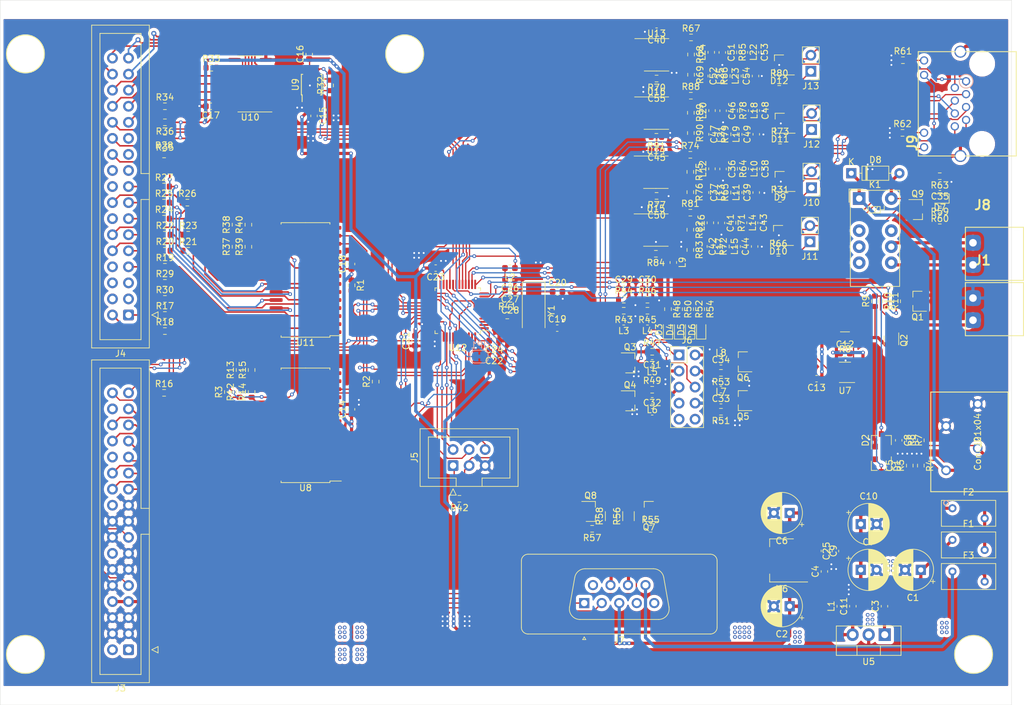
<source format=kicad_pcb>
(kicad_pcb (version 20171130) (host pcbnew "(5.1.9)-1")
  (layers (0 F.Cu signal) (31 B.Cu signal) (34 B.Paste user hide) (35 F.Paste user) (36 B.SilkS user) (37 F.SilkS user) (38 B.Mask user) (39 F.Mask user) (44 Edge.Cuts user))
  (net 0 "")
  (net 1 GND)
  (net 2 "Net-(C1-Pad1)")
  (net 3 +5V)
  (net 4 /Microcontroller/ADC1_5)
  (net 5 +3V3)
  (net 6 "Net-(C10-Pad1)")
  (net 7 /PowerSupply/ADC12V)
  (net 8 "Net-(C12-Pad1)")
  (net 9 "Net-(C12-Pad2)")
  (net 10 "Net-(C19-Pad1)")
  (net 11 VDDA)
  (net 12 /Microcontroller/NRST)
  (net 13 /Microcontroller/ADC1_10)
  (net 14 /Microcontroller/ADC1_9)
  (net 15 "Net-(C36-Pad1)")
  (net 16 "Net-(D3-Pad2)")
  (net 17 "Net-(D4-Pad2)")
  (net 18 "Net-(D5-Pad2)")
  (net 19 "Net-(D6-Pad2)")
  (net 20 "Net-(D7-Pad1)")
  (net 21 "Net-(D7-Pad2)")
  (net 22 +24V)
  (net 23 +12V)
  (net 24 "Net-(F3-Pad1)")
  (net 25 "Net-(J1-Pad1)")
  (net 26 /LCD/LED1)
  (net 27 /LCD/Backlight)
  (net 28 /LCD/ENC_A)
  (net 29 /LCD/ENC_B)
  (net 30 /LCD/LED2)
  (net 31 /LCD/LED4)
  (net 32 /LCD/LED6)
  (net 33 /LCD/LED7)
  (net 34 /LCD/LED11)
  (net 35 /LCD/LED13)
  (net 36 /LCD/LED15)
  (net 37 /LCD/LED17)
  (net 38 /LCD/LED19)
  (net 39 /LCD/LED9)
  (net 40 /LCD/CE)
  (net 41 /LCD/D7)
  (net 42 /LCD/D5)
  (net 43 /LCD/D3)
  (net 44 /LCD/D1)
  (net 45 /LCD/LED3)
  (net 46 /LCD/LED5)
  (net 47 /LCD/LED8)
  (net 48 /LCD/LED10)
  (net 49 /LCD/LED12)
  (net 50 /LCD/LED14)
  (net 51 /LCD/LED16)
  (net 52 /LCD/LED18)
  (net 53 /LCD/LED20)
  (net 54 /LCD/LED21)
  (net 55 /LCD/LED22)
  (net 56 /LCD/WR)
  (net 57 /LCD/CD)
  (net 58 /LCD/D6)
  (net 59 /LCD/D4)
  (net 60 /LCD/D2)
  (net 61 /LCD/D0)
  (net 62 /Microcontroller/SWDIO)
  (net 63 /Microcontroller/SWCLK)
  (net 64 /Microcontroller/SWO)
  (net 65 /Rotor/Elevation)
  (net 66 /Rotor/RIGHT)
  (net 67 /Rotor/UP)
  (net 68 /Rotor/LEFT)
  (net 69 /Rotor/DOWN)
  (net 70 /Rotor/Azimut)
  (net 71 /Rotor/DCout)
  (net 72 "Net-(J6-Pad9)")
  (net 73 "Net-(J6-Pad10)")
  (net 74 /Microcontroller/C_NC)
  (net 75 /Microcontroller/C_NO)
  (net 76 "Net-(J7-Pad4)")
  (net 77 "Net-(J7-Pad5)")
  (net 78 "Net-(J7-Pad6)")
  (net 79 "Net-(J7-Pad7)")
  (net 80 "Net-(J7-Pad8)")
  (net 81 "Net-(J8-Pad2)")
  (net 82 "Net-(J8-Pad1)")
  (net 83 "Net-(JP1-Pad2)")
  (net 84 "Net-(K1-Pad4)")
  (net 85 "Net-(K1-Pad10)")
  (net 86 "Net-(K1-Pad3)")
  (net 87 "Net-(K1-Pad5)")
  (net 88 "Net-(L4-Pad1)")
  (net 89 /PowerSupply/PREAMP_ON)
  (net 90 "Net-(Q1-Pad3)")
  (net 91 /Microcontroller/ROT_UP)
  (net 92 /Microcontroller/ROT_DOWN)
  (net 93 /Microcontroller/ROT_LEFT)
  (net 94 /Microcontroller/ROT_RIGHT)
  (net 95 "Net-(Q7-Pad3)")
  (net 96 /Microcontroller/CREL_B)
  (net 97 "Net-(Q8-Pad3)")
  (net 98 /Microcontroller/CREL_A)
  (net 99 /Microcontroller/AMP)
  (net 100 /Microcontroller/I2C1_SCL)
  (net 101 /Microcontroller/I2C1_SDA)
  (net 102 /IOExpander/RESET)
  (net 103 "Net-(R12-Pad2)")
  (net 104 "Net-(R14-Pad2)")
  (net 105 /LCD/LED_R)
  (net 106 /LCD/LED_G)
  (net 107 "Net-(R32-Pad2)")
  (net 108 "Net-(R33-Pad2)")
  (net 109 /Microcontroller/ADC1_8)
  (net 110 /LCD/DisplayCLK)
  (net 111 /LCD/DisplayData)
  (net 112 /IOExpander/IO15)
  (net 113 /IOExpander/IO14)
  (net 114 /IOExpander/IO13)
  (net 115 /IOExpander/IO12)
  (net 116 /IOExpander/IO11)
  (net 117 /IOExpander/IO10)
  (net 118 /IOExpander/IO9)
  (net 119 /IOExpander/IO8)
  (net 120 "Net-(U11-Pad20)")
  (net 121 "Net-(U11-Pad19)")
  (net 122 "Net-(U11-Pad14)")
  (net 123 "Net-(U11-Pad11)")
  (net 124 /IOExpander/IO7)
  (net 125 /IOExpander/IO6)
  (net 126 /IOExpander/IO5)
  (net 127 /IOExpander/IO4)
  (net 128 /IOExpander/IO3)
  (net 129 /IOExpander/IO2)
  (net 130 /IOExpander/IO1)
  (net 131 /IOExpander/IO0)
  (net 132 "Net-(U12-Pad4)")
  (net 133 "Net-(U12-Pad12)")
  (net 134 /LCD/BTN11)
  (net 135 /LCD/BTN9)
  (net 136 /LCD/BTN3)
  (net 137 /LCD/BTN1)
  (net 138 /LCD/BTN12)
  (net 139 /LCD/BTN10)
  (net 140 /LCD/BTN8)
  (net 141 /LCD/BTN4)
  (net 142 /LCD/BTN2)
  (net 143 /LCD/BTN0)
  (net 144 /LCD/BTN5)
  (net 145 /LCD/BTN6)
  (net 146 /LCD/BTN7)
  (net 147 /LCD/BTN13)
  (net 148 /LCD/BTN14)
  (net 149 /LCD/BTN15)
  (net 150 "Net-(C20-Pad1)")
  (net 151 "Net-(C31-Pad1)")
  (net 152 "Net-(C32-Pad1)")
  (net 153 "Net-(C33-Pad1)")
  (net 154 "Net-(C34-Pad1)")
  (net 155 "Net-(C35-Pad2)")
  (net 156 "Net-(C41-Pad1)")
  (net 157 "Net-(C42-Pad1)")
  (net 158 "Net-(C43-Pad1)")
  (net 159 "Net-(C44-Pad1)")
  (net 160 "Net-(C46-Pad1)")
  (net 161 "Net-(C47-Pad1)")
  (net 162 "Net-(C48-Pad1)")
  (net 163 "Net-(C49-Pad1)")
  (net 164 "Net-(C51-Pad1)")
  (net 165 "Net-(C52-Pad1)")
  (net 166 "Net-(C53-Pad1)")
  (net 167 "Net-(C54-Pad1)")
  (net 168 "Net-(J3-Pad32)")
  (net 169 "Net-(J3-Pad26)")
  (net 170 "Net-(J3-Pad20)")
  (net 171 "Net-(J3-Pad14)")
  (net 172 "Net-(J3-Pad2)")
  (net 173 "Net-(J3-Pad1)")
  (net 174 "Net-(J4-Pad21)")
  (net 175 "Net-(J4-Pad23)")
  (net 176 /RS422/LD2)
  (net 177 "Net-(J9-Pad9)")
  (net 178 /RS422/LD1)
  (net 179 "Net-(J9-Pad11)")
  (net 180 "Net-(J10-Pad1)")
  (net 181 "Net-(J11-Pad1)")
  (net 182 "Net-(J12-Pad1)")
  (net 183 "Net-(J13-Pad1)")
  (net 184 "Net-(L3-Pad1)")
  (net 185 "Net-(R37-Pad2)")
  (net 186 "Net-(R39-Pad2)")
  (net 187 "Net-(R41-Pad1)")
  (net 188 "Net-(U8-Pad11)")
  (net 189 "Net-(U8-Pad14)")
  (net 190 "Net-(U8-Pad19)")
  (net 191 "Net-(U8-Pad20)")
  (net 192 "Net-(U10-Pad8)")
  (net 193 "Net-(U10-Pad1)")
  (net 194 /RS422/PTT1)
  (net 195 /RS422/PTT2)
  (net 196 /RS422/TX)
  (net 197 /RS422/RX)
  (net 198 "Net-(C37-Pad1)")
  (net 199 "Net-(C38-Pad1)")
  (net 200 "Net-(C39-Pad1)")
  (net 201 /RS422/RS485Tranceiver1/A_in)
  (net 202 /RS422/RS485Tranceiver1/B_in)
  (net 203 /RS422/RS485Tranceiver2/A_in)
  (net 204 /RS422/RS485Tranceiver3/A_in)
  (net 205 /RS422/RS485Tranceiver3/B_in)
  (net 206 /RS422/RS485Tranceiver2/B_in)
  (net 207 /RS422/RS485Tranceiver4/A_in)
  (net 208 /RS422/RS485Tranceiver4/B_in)
  (net 209 /RS422/RS485Tranceiver1/DE1)
  (net 210 /RS422/RS485Tranceiver3/DE1)
  (net 211 /RS422/RS485Tranceiver4/DE1)
  (net 212 /RS422/RS485Tranceiver2/DE1)
  (net 213 /RS422/RS485Tranceiver2/MODE)
  (net 214 /RS422/RS485Tranceiver3/filter/A_Out)
  (net 215 /RS422/RS485Tranceiver3/filter/B_Out)
  (net 216 /RS422/RS485Tranceiver4/filter/A_Out)
  (net 217 /RS422/RS485Tranceiver4/filter/B_Out)
  (net 218 /RS422/RS485Tranceiver2/filter/A_Out)
  (net 219 /RS422/RS485Tranceiver2/filter/B_Out)
  (net 220 /RS422/RS485Tranceiver1/filter/A_Out)
  (net 221 /RS422/RS485Tranceiver1/filter/B_Out)
  (net 222 "Net-(Q2-Pad3)")
  (module Package_TO_SOT_SMD:SOT-363_SC-70-6_Handsoldering (layer F.Cu) (at 181 92.33 270)
    (fp_text reference Q2 (at 0 -2 90) (layer F.SilkS))
    (fp_text value APM4953KC)
    (pad 6 smd rect (at 1.33 -0.65 270) (size 1.5 0.4) (layers F.Cu F.Paste F.Mask) (net 25 "Net-(J1-Pad1)"))
    (pad 5 smd rect (at 1.33 0 270) (size 1.5 0.4) (layers F.Cu F.Paste F.Mask) (net 25 "Net-(J1-Pad1)"))
    (pad 4 smd rect (at 1.33 0.65 270) (size 1.5 0.4) (layers F.Cu F.Paste F.Mask) (net 9 "Net-(C12-Pad2)"))
    (pad 3 smd rect (at -1.33 0.65 270) (size 1.5 0.4) (layers F.Cu F.Paste F.Mask) (net 222 "Net-(Q2-Pad3)"))
    (pad 2 smd rect (at -1.33 0 270) (size 1.5 0.4) (layers F.Cu F.Paste F.Mask) (net 25 "Net-(J1-Pad1)"))
    (pad 1 smd rect (at -1.33 -0.65 270) (size 1.5 0.4) (layers F.Cu F.Paste F.Mask) (net 25 "Net-(J1-Pad1)"))
  )
  (module stmbl:RJ45_LED (layer F.Cu) (at 200.75 54.9 270)
    (fp_text reference J9 (at 6.194 16.462 90) (layer F.SilkS) (effects (font (size 1.5 1.5) (thickness 0.3))))
    (fp_text value RJ45_LED)
    (pad "" np_thru_hole circle (at 6.35 5.4 270) (size 3.1 3.1) (drill 3.1) (layers *.Cu *.Mask) (clearance 0.5))
    (pad "" np_thru_hole circle (at -6.35 5.4 270) (size 3.1 3.1) (drill 3.1) (layers *.Cu *.Mask) (clearance 0.5))
    (pad 13 thru_hole circle (at 8.25 8.83 270) (size 1.9 1.9) (drill 1.5) (layers *.Cu *.Mask) (net 155 "Net-(C35-Pad2)"))
    (pad 13 thru_hole circle (at -8.25 8.83 270) (size 1.9 1.9) (drill 1.5) (layers *.Cu *.Mask) (net 155 "Net-(C35-Pad2)"))
    (pad 1 thru_hole circle (at -3.57 7.94 270) (size 1.3 1.3) (drill 0.9) (layers *.Cu *.Mask) (net 201 /RS422/RS485Tranceiver1/A_in))
    (pad 2 thru_hole circle (at -2.55 9.72 270) (size 1.3 1.3) (drill 0.9) (layers *.Cu *.Mask) (net 202 /RS422/RS485Tranceiver1/B_in))
    (pad 3 thru_hole circle (at -1.53 7.94 270) (size 1.3 1.3) (drill 0.9) (layers *.Cu *.Mask) (net 203 /RS422/RS485Tranceiver2/A_in))
    (pad 4 thru_hole circle (at -0.51 9.72 270) (size 1.3 1.3) (drill 0.9) (layers *.Cu *.Mask) (net 204 /RS422/RS485Tranceiver3/A_in))
    (pad 5 thru_hole circle (at 0.51 7.94 270) (size 1.3 1.3) (drill 0.9) (layers *.Cu *.Mask) (net 205 /RS422/RS485Tranceiver3/B_in))
    (pad 6 thru_hole circle (at 1.53 9.72 270) (size 1.3 1.3) (drill 0.9) (layers *.Cu *.Mask) (net 206 /RS422/RS485Tranceiver2/B_in))
    (pad 7 thru_hole circle (at 2.55 7.94 270) (size 1.3 1.3) (drill 0.9) (layers *.Cu *.Mask) (net 207 /RS422/RS485Tranceiver4/A_in))
    (pad 8 thru_hole circle (at 3.57 9.72 270) (size 1.3 1.3) (drill 0.9) (layers *.Cu *.Mask) (net 208 /RS422/RS485Tranceiver4/B_in))
    (pad 10 thru_hole circle (at 6.86 14.58 270) (size 1.3 1.3) (drill 0.9) (layers *.Cu *.Mask) (net 176 /RS422/LD2))
    (pad 9 thru_hole circle (at 4.57 14.58 270) (size 1.3 1.3) (drill 0.9) (layers *.Cu *.Mask) (net 177 "Net-(J9-Pad9)"))
    (pad 12 thru_hole circle (at -4.57 14.58 270) (size 1.3 1.3) (drill 0.9) (layers *.Cu *.Mask) (net 178 /RS422/LD1))
    (pad 11 thru_hole circle (at -6.86 14.58 270) (size 1.3 1.3) (drill 0.9) (layers *.Cu *.Mask) (net 179 "Net-(J9-Pad11)"))
  )
  (module Resistor_SMD:R_0603_1608Metric (layer F.Cu) (at 155.86 73.720001 270)
    (fp_text reference R71 (at 0 -1.43 270) (layer F.SilkS))
    (fp_text value 220)
    (pad 1 smd roundrect (at -0.825 0 270) (size 0.8 0.95) (layers F.Cu F.Paste F.Mask) (net 156 "Net-(C41-Pad1)"))
    (pad 2 smd roundrect (at 0.825 0 270) (size 0.8 0.95) (layers F.Cu F.Paste F.Mask) (net 158 "Net-(C43-Pad1)"))
  )
  (module Resistor_SMD:R_0603_1608Metric (layer F.Cu) (at 163.11 78.470001)
    (fp_text reference R66 (at 0 -1.43 180) (layer F.SilkS))
    (fp_text value 120)
    (pad 1 smd roundrect (at -0.825 0) (size 0.8 0.95) (layers F.Cu F.Paste F.Mask) (net 207 /RS422/RS485Tranceiver4/A_in))
    (pad 2 smd roundrect (at 0.825 0) (size 0.8 0.95) (layers F.Cu F.Paste F.Mask) (net 181 "Net-(J11-Pad1)"))
  )
  (module Resistor_SMD:R_0603_1608Metric (layer F.Cu) (at 155.86 77.470001 90)
    (fp_text reference R72 (at 0 -1.43 270) (layer F.SilkS))
    (fp_text value 220)
    (pad 1 smd roundrect (at -0.825 0 90) (size 0.8 0.95) (layers F.Cu F.Paste F.Mask) (net 157 "Net-(C42-Pad1)"))
    (pad 2 smd roundrect (at 0.825 0 90) (size 0.8 0.95) (layers F.Cu F.Paste F.Mask) (net 159 "Net-(C44-Pad1)"))
  )
  (module Capacitor_SMD:C_0603_1608Metric (layer F.Cu) (at 154.11 73.745001 270)
    (fp_text reference C41 (at 0 -1.43 270) (layer F.SilkS))
    (fp_text value 470p)
    (pad 1 smd roundrect (at -0.775 0 270) (size 0.9 0.95) (layers F.Cu F.Paste F.Mask) (net 156 "Net-(C41-Pad1)"))
    (pad 2 smd roundrect (at 0.775 0 270) (size 0.9 0.95) (layers F.Cu F.Paste F.Mask) (net 1 GND))
  )
  (module Capacitor_SMD:C_0603_1608Metric (layer F.Cu) (at 154.11 77.470001 90)
    (fp_text reference C42 (at 0 -1.43 270) (layer F.SilkS))
    (fp_text value 470p)
    (pad 1 smd roundrect (at -0.775 0 90) (size 0.9 0.95) (layers F.Cu F.Paste F.Mask) (net 157 "Net-(C42-Pad1)"))
    (pad 2 smd roundrect (at 0.775 0 90) (size 0.9 0.95) (layers F.Cu F.Paste F.Mask) (net 1 GND))
  )
  (module Capacitor_SMD:C_0603_1608Metric (layer F.Cu) (at 159.36 73.72 270)
    (fp_text reference C43 (at 0 -1.43 270) (layer F.SilkS))
    (fp_text value 1n)
    (pad 1 smd roundrect (at -0.775 0 270) (size 0.9 0.95) (layers F.Cu F.Paste F.Mask) (net 158 "Net-(C43-Pad1)"))
    (pad 2 smd roundrect (at 0.775 0 270) (size 0.9 0.95) (layers F.Cu F.Paste F.Mask) (net 1 GND))
  )
  (module Capacitor_SMD:C_0603_1608Metric (layer F.Cu) (at 159.36 77.470001 90)
    (fp_text reference C44 (at 0 -1.43 270) (layer F.SilkS))
    (fp_text value 1n)
    (pad 1 smd roundrect (at -0.775 0 90) (size 0.9 0.95) (layers F.Cu F.Paste F.Mask) (net 159 "Net-(C44-Pad1)"))
    (pad 2 smd roundrect (at 0.775 0 90) (size 0.9 0.95) (layers F.Cu F.Paste F.Mask) (net 1 GND))
  )
  (module Connector_PinHeader_2.54mm:PinHeader_1x02_P2.54mm_Vertical (layer F.Cu) (at 168.11 76.72 180)
    (fp_text reference J11 (at 0 -2.33 180) (layer F.SilkS))
    (fp_text value Conn_01x02)
    (pad 1 thru_hole rect (at 0 0 180) (size 1.7 1.7) (drill 1) (layers *.Cu *.Mask) (net 181 "Net-(J11-Pad1)"))
    (pad 2 thru_hole oval (at 0 2.54 180) (size 1.7 1.7) (drill 1) (layers *.Cu *.Mask) (net 208 /RS422/RS485Tranceiver4/B_in))
  )
  (module Inductor_SMD:L_0603_1608Metric (layer F.Cu) (at 152.36 73.720001 90)
    (fp_text reference L16 (at 0 -1.43 270) (layer F.SilkS))
    (fp_text value 10u)
    (pad 1 smd roundrect (at -0.7875 0 90) (size 0.875 0.95) (layers F.Cu F.Paste F.Mask) (net 216 /RS422/RS485Tranceiver4/filter/A_Out))
    (pad 2 smd roundrect (at 0.7875 0 90) (size 0.875 0.95) (layers F.Cu F.Paste F.Mask) (net 156 "Net-(C41-Pad1)"))
  )
  (module Inductor_SMD:L_0603_1608Metric (layer F.Cu) (at 152.36 77.470001 270)
    (fp_text reference L17 (at 0 -1.43 270) (layer F.SilkS))
    (fp_text value 10u)
    (pad 1 smd roundrect (at -0.7875 0 270) (size 0.875 0.95) (layers F.Cu F.Paste F.Mask) (net 217 /RS422/RS485Tranceiver4/filter/B_Out))
    (pad 2 smd roundrect (at 0.7875 0 270) (size 0.875 0.95) (layers F.Cu F.Paste F.Mask) (net 157 "Net-(C42-Pad1)"))
  )
  (module Inductor_SMD:L_0603_1608Metric (layer F.Cu) (at 157.61 77.470001 90)
    (fp_text reference L15 (at 0 -1.43 270) (layer F.SilkS))
    (fp_text value 74279266)
    (pad 1 smd roundrect (at -0.7875 0 90) (size 0.875 0.95) (layers F.Cu F.Paste F.Mask) (net 157 "Net-(C42-Pad1)"))
    (pad 2 smd roundrect (at 0.7875 0 90) (size 0.875 0.95) (layers F.Cu F.Paste F.Mask) (net 207 /RS422/RS485Tranceiver4/A_in))
  )
  (module Inductor_SMD:L_0603_1608Metric (layer F.Cu) (at 157.61 73.720001 270)
    (fp_text reference L14 (at -0.000001 -1.43 270) (layer F.SilkS))
    (fp_text value 74279266)
    (pad 1 smd roundrect (at -0.7875 0 270) (size 0.875 0.95) (layers F.Cu F.Paste F.Mask) (net 156 "Net-(C41-Pad1)"))
    (pad 2 smd roundrect (at 0.7875 0 270) (size 0.875 0.95) (layers F.Cu F.Paste F.Mask) (net 208 /RS422/RS485Tranceiver4/B_in))
  )
  (module Package_TO_SOT_SMD:SOT-23_Handsoldering (layer F.Cu) (at 163.11 75.720001 180)
    (fp_text reference D10 (at 0 -2.5 180) (layer F.SilkS))
    (fp_text value PSM712-LF-T7)
    (pad 1 smd rect (at -1.5 -0.95 180) (size 1.9 0.8) (layers F.Cu F.Paste F.Mask) (net 207 /RS422/RS485Tranceiver4/A_in))
    (pad 2 smd rect (at -1.5 0.95 180) (size 1.9 0.8) (layers F.Cu F.Paste F.Mask) (net 208 /RS422/RS485Tranceiver4/B_in))
    (pad 3 smd rect (at 1.5 0 180) (size 1.9 0.8) (layers F.Cu F.Paste F.Mask) (net 1 GND))
  )
  (module Resistor_SMD:R_0603_1608Metric (layer F.Cu) (at 156 50.5 90)
    (fp_text reference R86 (at 0 -1.43 90) (layer F.SilkS))
    (fp_text value 220)
    (pad 2 smd roundrect (at 0.825 0 90) (size 0.8 0.95) (layers F.Cu F.Paste F.Mask) (net 167 "Net-(C54-Pad1)"))
    (pad 1 smd roundrect (at -0.825 0 90) (size 0.8 0.95) (layers F.Cu F.Paste F.Mask) (net 165 "Net-(C52-Pad1)"))
  )
  (module Resistor_SMD:R_0603_1608Metric (layer F.Cu) (at 156 46.75 270)
    (fp_text reference R85 (at 0 -1.43 90) (layer F.SilkS))
    (fp_text value 220)
    (pad 2 smd roundrect (at 0.825 0 270) (size 0.8 0.95) (layers F.Cu F.Paste F.Mask) (net 166 "Net-(C53-Pad1)"))
    (pad 1 smd roundrect (at -0.825 0 270) (size 0.8 0.95) (layers F.Cu F.Paste F.Mask) (net 164 "Net-(C51-Pad1)"))
  )
  (module Resistor_SMD:R_0603_1608Metric (layer F.Cu) (at 163.25 51.5)
    (fp_text reference R80 (at 0 -1.43) (layer F.SilkS))
    (fp_text value 120)
    (pad 2 smd roundrect (at 0.825 0) (size 0.8 0.95) (layers F.Cu F.Paste F.Mask) (net 183 "Net-(J13-Pad1)"))
    (pad 1 smd roundrect (at -0.825 0) (size 0.8 0.95) (layers F.Cu F.Paste F.Mask) (net 201 /RS422/RS485Tranceiver1/A_in))
  )
  (module Resistor_SMD:R_0603_1608Metric (layer F.Cu) (at 156.12 59.720001 90)
    (fp_text reference R79 (at 0 -1.43 270) (layer F.SilkS))
    (fp_text value 220)
    (pad 2 smd roundrect (at 0.825 0 90) (size 0.8 0.95) (layers F.Cu F.Paste F.Mask) (net 163 "Net-(C49-Pad1)"))
    (pad 1 smd roundrect (at -0.825 0 90) (size 0.8 0.95) (layers F.Cu F.Paste F.Mask) (net 161 "Net-(C47-Pad1)"))
  )
  (module Resistor_SMD:R_0603_1608Metric (layer F.Cu) (at 156.12 55.970001 270)
    (fp_text reference R78 (at 0 -1.43 270) (layer F.SilkS))
    (fp_text value 220)
    (pad 2 smd roundrect (at 0.825 0 270) (size 0.8 0.95) (layers F.Cu F.Paste F.Mask) (net 162 "Net-(C48-Pad1)"))
    (pad 1 smd roundrect (at -0.825 0 270) (size 0.8 0.95) (layers F.Cu F.Paste F.Mask) (net 160 "Net-(C46-Pad1)"))
  )
  (module Resistor_SMD:R_0603_1608Metric (layer F.Cu) (at 163.37 60.720001)
    (fp_text reference R73 (at 0 -1.43 180) (layer F.SilkS))
    (fp_text value 120)
    (pad 2 smd roundrect (at 0.825 0) (size 0.8 0.95) (layers F.Cu F.Paste F.Mask) (net 182 "Net-(J12-Pad1)"))
    (pad 1 smd roundrect (at -0.825 0) (size 0.8 0.95) (layers F.Cu F.Paste F.Mask) (net 203 /RS422/RS485Tranceiver2/A_in))
  )
  (module Resistor_SMD:R_0603_1608Metric (layer F.Cu) (at 156.11 68.93 90)
    (fp_text reference R65 (at 0 -1.43 270) (layer F.SilkS))
    (fp_text value 220)
    (pad 2 smd roundrect (at 0.825 0 90) (size 0.8 0.95) (layers F.Cu F.Paste F.Mask) (net 200 "Net-(C39-Pad1)"))
    (pad 1 smd roundrect (at -0.825 0 90) (size 0.8 0.95) (layers F.Cu F.Paste F.Mask) (net 198 "Net-(C37-Pad1)"))
  )
  (module Resistor_SMD:R_0603_1608Metric (layer F.Cu) (at 156.11 65.18 270)
    (fp_text reference R64 (at 0 -1.43 270) (layer F.SilkS))
    (fp_text value 220)
    (pad 2 smd roundrect (at 0.825 0 270) (size 0.8 0.95) (layers F.Cu F.Paste F.Mask) (net 199 "Net-(C38-Pad1)"))
    (pad 1 smd roundrect (at -0.825 0 270) (size 0.8 0.95) (layers F.Cu F.Paste F.Mask) (net 15 "Net-(C36-Pad1)"))
  )
  (module Resistor_SMD:R_0603_1608Metric (layer F.Cu) (at 163.36 69.93)
    (fp_text reference R31 (at 0 -1.43 180) (layer F.SilkS))
    (fp_text value 120)
    (pad 2 smd roundrect (at 0.825 0) (size 0.8 0.95) (layers F.Cu F.Paste F.Mask) (net 180 "Net-(J10-Pad1)"))
    (pad 1 smd roundrect (at -0.825 0) (size 0.8 0.95) (layers F.Cu F.Paste F.Mask) (net 204 /RS422/RS485Tranceiver3/A_in))
  )
  (module Inductor_SMD:L_0603_1608Metric (layer F.Cu) (at 152.5 50.5 270)
    (fp_text reference L25 (at 0 -1.43 90) (layer F.SilkS))
    (fp_text value 10u)
    (pad 2 smd roundrect (at 0.7875 0 270) (size 0.875 0.95) (layers F.Cu F.Paste F.Mask) (net 165 "Net-(C52-Pad1)"))
    (pad 1 smd roundrect (at -0.7875 0 270) (size 0.875 0.95) (layers F.Cu F.Paste F.Mask) (net 221 /RS422/RS485Tranceiver1/filter/B_Out))
  )
  (module Inductor_SMD:L_0603_1608Metric (layer F.Cu) (at 152.5 46.75 90)
    (fp_text reference L24 (at 0 -1.43 90) (layer F.SilkS))
    (fp_text value 10u)
    (pad 2 smd roundrect (at 0.7875 0 90) (size 0.875 0.95) (layers F.Cu F.Paste F.Mask) (net 164 "Net-(C51-Pad1)"))
    (pad 1 smd roundrect (at -0.7875 0 90) (size 0.875 0.95) (layers F.Cu F.Paste F.Mask) (net 220 /RS422/RS485Tranceiver1/filter/A_Out))
  )
  (module Inductor_SMD:L_0603_1608Metric (layer F.Cu) (at 157.75 50.5 90)
    (fp_text reference L23 (at 0 -1.43 90) (layer F.SilkS))
    (fp_text value 74279266)
    (pad 2 smd roundrect (at 0.7875 0 90) (size 0.875 0.95) (layers F.Cu F.Paste F.Mask) (net 201 /RS422/RS485Tranceiver1/A_in))
    (pad 1 smd roundrect (at -0.7875 0 90) (size 0.875 0.95) (layers F.Cu F.Paste F.Mask) (net 165 "Net-(C52-Pad1)"))
  )
  (module Inductor_SMD:L_0603_1608Metric (layer F.Cu) (at 157.75 46.75 270)
    (fp_text reference L22 (at 0 -1.43 90) (layer F.SilkS))
    (fp_text value 74279266)
    (pad 2 smd roundrect (at 0.7875 0 270) (size 0.875 0.95) (layers F.Cu F.Paste F.Mask) (net 202 /RS422/RS485Tranceiver1/B_in))
    (pad 1 smd roundrect (at -0.7875 0 270) (size 0.875 0.95) (layers F.Cu F.Paste F.Mask) (net 164 "Net-(C51-Pad1)"))
  )
  (module Inductor_SMD:L_0603_1608Metric (layer F.Cu) (at 152.62 59.720001 270)
    (fp_text reference L21 (at 0 -1.43 270) (layer F.SilkS))
    (fp_text value 10u)
    (pad 2 smd roundrect (at 0.7875 0 270) (size 0.875 0.95) (layers F.Cu F.Paste F.Mask) (net 161 "Net-(C47-Pad1)"))
    (pad 1 smd roundrect (at -0.7875 0 270) (size 0.875 0.95) (layers F.Cu F.Paste F.Mask) (net 219 /RS422/RS485Tranceiver2/filter/B_Out))
  )
  (module Inductor_SMD:L_0603_1608Metric (layer F.Cu) (at 152.62 55.970001 90)
    (fp_text reference L20 (at 0 -1.43 270) (layer F.SilkS))
    (fp_text value 10u)
    (pad 2 smd roundrect (at 0.7875 0 90) (size 0.875 0.95) (layers F.Cu F.Paste F.Mask) (net 160 "Net-(C46-Pad1)"))
    (pad 1 smd roundrect (at -0.7875 0 90) (size 0.875 0.95) (layers F.Cu F.Paste F.Mask) (net 218 /RS422/RS485Tranceiver2/filter/A_Out))
  )
  (module Inductor_SMD:L_0603_1608Metric (layer F.Cu) (at 157.87 59.720001 90)
    (fp_text reference L19 (at 0 -1.43 270) (layer F.SilkS))
    (fp_text value 74279266)
    (pad 2 smd roundrect (at 0.7875 0 90) (size 0.875 0.95) (layers F.Cu F.Paste F.Mask) (net 203 /RS422/RS485Tranceiver2/A_in))
    (pad 1 smd roundrect (at -0.7875 0 90) (size 0.875 0.95) (layers F.Cu F.Paste F.Mask) (net 161 "Net-(C47-Pad1)"))
  )
  (module Inductor_SMD:L_0603_1608Metric (layer F.Cu) (at 157.87 55.970001 270)
    (fp_text reference L18 (at -0.000001 -1.43 270) (layer F.SilkS))
    (fp_text value 74279266)
    (pad 2 smd roundrect (at 0.7875 0 270) (size 0.875 0.95) (layers F.Cu F.Paste F.Mask) (net 206 /RS422/RS485Tranceiver2/B_in))
    (pad 1 smd roundrect (at -0.7875 0 270) (size 0.875 0.95) (layers F.Cu F.Paste F.Mask) (net 160 "Net-(C46-Pad1)"))
  )
  (module Inductor_SMD:L_0603_1608Metric (layer F.Cu) (at 152.61 68.93 270)
    (fp_text reference L13 (at 0 -1.43 270) (layer F.SilkS))
    (fp_text value 10u)
    (pad 2 smd roundrect (at 0.7875 0 270) (size 0.875 0.95) (layers F.Cu F.Paste F.Mask) (net 198 "Net-(C37-Pad1)"))
    (pad 1 smd roundrect (at -0.7875 0 270) (size 0.875 0.95) (layers F.Cu F.Paste F.Mask) (net 215 /RS422/RS485Tranceiver3/filter/B_Out))
  )
  (module Inductor_SMD:L_0603_1608Metric (layer F.Cu) (at 152.61 65.18 90)
    (fp_text reference L12 (at 0 -1.43 270) (layer F.SilkS))
    (fp_text value 10u)
    (pad 2 smd roundrect (at 0.7875 0 90) (size 0.875 0.95) (layers F.Cu F.Paste F.Mask) (net 15 "Net-(C36-Pad1)"))
    (pad 1 smd roundrect (at -0.7875 0 90) (size 0.875 0.95) (layers F.Cu F.Paste F.Mask) (net 214 /RS422/RS485Tranceiver3/filter/A_Out))
  )
  (module Inductor_SMD:L_0603_1608Metric (layer F.Cu) (at 157.86 68.93 90)
    (fp_text reference L11 (at 0 -1.43 270) (layer F.SilkS))
    (fp_text value 74279266)
    (pad 2 smd roundrect (at 0.7875 0 90) (size 0.875 0.95) (layers F.Cu F.Paste F.Mask) (net 204 /RS422/RS485Tranceiver3/A_in))
    (pad 1 smd roundrect (at -0.7875 0 90) (size 0.875 0.95) (layers F.Cu F.Paste F.Mask) (net 198 "Net-(C37-Pad1)"))
  )
  (module Inductor_SMD:L_0603_1608Metric (layer F.Cu) (at 157.86 65.18 270)
    (fp_text reference L10 (at 0 -1.43 270) (layer F.SilkS))
    (fp_text value 74279266)
    (pad 2 smd roundrect (at 0.7875 0 270) (size 0.875 0.95) (layers F.Cu F.Paste F.Mask) (net 205 /RS422/RS485Tranceiver3/B_in))
    (pad 1 smd roundrect (at -0.7875 0 270) (size 0.875 0.95) (layers F.Cu F.Paste F.Mask) (net 15 "Net-(C36-Pad1)"))
  )
  (module Connector_PinHeader_2.54mm:PinHeader_1x02_P2.54mm_Vertical (layer F.Cu) (at 168.25 49.75 180)
    (fp_text reference J13 (at 0 -2.33) (layer F.SilkS))
    (fp_text value Conn_01x02)
    (pad 2 thru_hole oval (at 0 2.54 180) (size 1.7 1.7) (drill 1) (layers *.Cu *.Mask) (net 202 /RS422/RS485Tranceiver1/B_in))
    (pad 1 thru_hole rect (at 0 0 180) (size 1.7 1.7) (drill 1) (layers *.Cu *.Mask) (net 183 "Net-(J13-Pad1)"))
  )
  (module Connector_PinHeader_2.54mm:PinHeader_1x02_P2.54mm_Vertical (layer F.Cu) (at 168.37 58.97 180)
    (fp_text reference J12 (at 0 -2.33 180) (layer F.SilkS))
    (fp_text value Conn_01x02)
    (pad 2 thru_hole oval (at 0 2.54 180) (size 1.7 1.7) (drill 1) (layers *.Cu *.Mask) (net 206 /RS422/RS485Tranceiver2/B_in))
    (pad 1 thru_hole rect (at 0 0 180) (size 1.7 1.7) (drill 1) (layers *.Cu *.Mask) (net 182 "Net-(J12-Pad1)"))
  )
  (module Connector_PinHeader_2.54mm:PinHeader_1x02_P2.54mm_Vertical (layer F.Cu) (at 168.36 68.18 180)
    (fp_text reference J10 (at 0 -2.33 180) (layer F.SilkS))
    (fp_text value Conn_01x02)
    (pad 2 thru_hole oval (at 0 2.54 180) (size 1.7 1.7) (drill 1) (layers *.Cu *.Mask) (net 205 /RS422/RS485Tranceiver3/B_in))
    (pad 1 thru_hole rect (at 0 0 180) (size 1.7 1.7) (drill 1) (layers *.Cu *.Mask) (net 180 "Net-(J10-Pad1)"))
  )
  (module Package_TO_SOT_SMD:SOT-23_Handsoldering (layer F.Cu) (at 163.25 48.75 180)
    (fp_text reference D12 (at 0 -2.5) (layer F.SilkS))
    (fp_text value PSM712-LF-T7)
    (pad 3 smd rect (at 1.5 0 180) (size 1.9 0.8) (layers F.Cu F.Paste F.Mask) (net 1 GND))
    (pad 2 smd rect (at -1.5 0.95 180) (size 1.9 0.8) (layers F.Cu F.Paste F.Mask) (net 202 /RS422/RS485Tranceiver1/B_in))
    (pad 1 smd rect (at -1.5 -0.95 180) (size 1.9 0.8) (layers F.Cu F.Paste F.Mask) (net 201 /RS422/RS485Tranceiver1/A_in))
  )
  (module Package_TO_SOT_SMD:SOT-23_Handsoldering (layer F.Cu) (at 163.37 57.970001 180)
    (fp_text reference D11 (at 0 -2.5 180) (layer F.SilkS))
    (fp_text value PSM712-LF-T7)
    (pad 3 smd rect (at 1.5 0 180) (size 1.9 0.8) (layers F.Cu F.Paste F.Mask) (net 1 GND))
    (pad 2 smd rect (at -1.5 0.95 180) (size 1.9 0.8) (layers F.Cu F.Paste F.Mask) (net 206 /RS422/RS485Tranceiver2/B_in))
    (pad 1 smd rect (at -1.5 -0.95 180) (size 1.9 0.8) (layers F.Cu F.Paste F.Mask) (net 203 /RS422/RS485Tranceiver2/A_in))
  )
  (module Package_TO_SOT_SMD:SOT-23_Handsoldering (layer F.Cu) (at 163.36 67.18 180)
    (fp_text reference D9 (at 0 -2.5 180) (layer F.SilkS))
    (fp_text value PSM712-LF-T7)
    (pad 3 smd rect (at 1.5 0 180) (size 1.9 0.8) (layers F.Cu F.Paste F.Mask) (net 1 GND))
    (pad 2 smd rect (at -1.5 0.95 180) (size 1.9 0.8) (layers F.Cu F.Paste F.Mask) (net 205 /RS422/RS485Tranceiver3/B_in))
    (pad 1 smd rect (at -1.5 -0.95 180) (size 1.9 0.8) (layers F.Cu F.Paste F.Mask) (net 204 /RS422/RS485Tranceiver3/A_in))
  )
  (module Capacitor_SMD:C_0603_1608Metric (layer F.Cu) (at 159.5 50.5 90)
    (fp_text reference C54 (at 0 -1.43 90) (layer F.SilkS))
    (fp_text value 1n)
    (pad 2 smd roundrect (at 0.775 0 90) (size 0.9 0.95) (layers F.Cu F.Paste F.Mask) (net 1 GND))
    (pad 1 smd roundrect (at -0.775 0 90) (size 0.9 0.95) (layers F.Cu F.Paste F.Mask) (net 167 "Net-(C54-Pad1)"))
  )
  (module Capacitor_SMD:C_0603_1608Metric (layer F.Cu) (at 159.5 46.75 270)
    (fp_text reference C53 (at 0 -1.43 90) (layer F.SilkS))
    (fp_text value 1n)
    (pad 2 smd roundrect (at 0.775 0 270) (size 0.9 0.95) (layers F.Cu F.Paste F.Mask) (net 1 GND))
    (pad 1 smd roundrect (at -0.775 0 270) (size 0.9 0.95) (layers F.Cu F.Paste F.Mask) (net 166 "Net-(C53-Pad1)"))
  )
  (module Capacitor_SMD:C_0603_1608Metric (layer F.Cu) (at 154.25 50.5 90)
    (fp_text reference C52 (at 0 -1.43 90) (layer F.SilkS))
    (fp_text value 470p)
    (pad 2 smd roundrect (at 0.775 0 90) (size 0.9 0.95) (layers F.Cu F.Paste F.Mask) (net 1 GND))
    (pad 1 smd roundrect (at -0.775 0 90) (size 0.9 0.95) (layers F.Cu F.Paste F.Mask) (net 165 "Net-(C52-Pad1)"))
  )
  (module Capacitor_SMD:C_0603_1608Metric (layer F.Cu) (at 154.25 46.775 270)
    (fp_text reference C51 (at 0 -1.43 90) (layer F.SilkS))
    (fp_text value 470p)
    (pad 2 smd roundrect (at 0.775 0 270) (size 0.9 0.95) (layers F.Cu F.Paste F.Mask) (net 1 GND))
    (pad 1 smd roundrect (at -0.775 0 270) (size 0.9 0.95) (layers F.Cu F.Paste F.Mask) (net 164 "Net-(C51-Pad1)"))
  )
  (module Capacitor_SMD:C_0603_1608Metric (layer F.Cu) (at 159.62 59.720001 90)
    (fp_text reference C49 (at 0 -1.43 270) (layer F.SilkS))
    (fp_text value 1n)
    (pad 2 smd roundrect (at 0.775 0 90) (size 0.9 0.95) (layers F.Cu F.Paste F.Mask) (net 1 GND))
    (pad 1 smd roundrect (at -0.775 0 90) (size 0.9 0.95) (layers F.Cu F.Paste F.Mask) (net 163 "Net-(C49-Pad1)"))
  )
  (module Capacitor_SMD:C_0603_1608Metric (layer F.Cu) (at 159.62 55.97 270)
    (fp_text reference C48 (at 0 -1.43 270) (layer F.SilkS))
    (fp_text value 1n)
    (pad 2 smd roundrect (at 0.775 0 270) (size 0.9 0.95) (layers F.Cu F.Paste F.Mask) (net 1 GND))
    (pad 1 smd roundrect (at -0.775 0 270) (size 0.9 0.95) (layers F.Cu F.Paste F.Mask) (net 162 "Net-(C48-Pad1)"))
  )
  (module Capacitor_SMD:C_0603_1608Metric (layer F.Cu) (at 154.37 59.720001 90)
    (fp_text reference C47 (at 0 -1.43 270) (layer F.SilkS))
    (fp_text value 470p)
    (pad 2 smd roundrect (at 0.775 0 90) (size 0.9 0.95) (layers F.Cu F.Paste F.Mask) (net 1 GND))
    (pad 1 smd roundrect (at -0.775 0 90) (size 0.9 0.95) (layers F.Cu F.Paste F.Mask) (net 161 "Net-(C47-Pad1)"))
  )
  (module Capacitor_SMD:C_0603_1608Metric (layer F.Cu) (at 154.37 55.995001 270)
    (fp_text reference C46 (at 0 -1.43 270) (layer F.SilkS))
    (fp_text value 470p)
    (pad 2 smd roundrect (at 0.775 0 270) (size 0.9 0.95) (layers F.Cu F.Paste F.Mask) (net 1 GND))
    (pad 1 smd roundrect (at -0.775 0 270) (size 0.9 0.95) (layers F.Cu F.Paste F.Mask) (net 160 "Net-(C46-Pad1)"))
  )
  (module Capacitor_SMD:C_0603_1608Metric (layer F.Cu) (at 159.61 68.93 90)
    (fp_text reference C39 (at 0 -1.43 270) (layer F.SilkS))
    (fp_text value 1n)
    (pad 2 smd roundrect (at 0.775 0 90) (size 0.9 0.95) (layers F.Cu F.Paste F.Mask) (net 1 GND))
    (pad 1 smd roundrect (at -0.775 0 90) (size 0.9 0.95) (layers F.Cu F.Paste F.Mask) (net 200 "Net-(C39-Pad1)"))
  )
  (module Capacitor_SMD:C_0603_1608Metric (layer F.Cu) (at 159.61 65.18 270)
    (fp_text reference C38 (at 0 -1.43 270) (layer F.SilkS))
    (fp_text value 1n)
    (pad 2 smd roundrect (at 0.775 0 270) (size 0.9 0.95) (layers F.Cu F.Paste F.Mask) (net 1 GND))
    (pad 1 smd roundrect (at -0.775 0 270) (size 0.9 0.95) (layers F.Cu F.Paste F.Mask) (net 199 "Net-(C38-Pad1)"))
  )
  (module Capacitor_SMD:C_0603_1608Metric (layer F.Cu) (at 154.36 68.93 90)
    (fp_text reference C37 (at 0 -1.43 270) (layer F.SilkS))
    (fp_text value 470p)
    (pad 2 smd roundrect (at 0.775 0 90) (size 0.9 0.95) (layers F.Cu F.Paste F.Mask) (net 1 GND))
    (pad 1 smd roundrect (at -0.775 0 90) (size 0.9 0.95) (layers F.Cu F.Paste F.Mask) (net 198 "Net-(C37-Pad1)"))
  )
  (module Capacitor_SMD:C_0603_1608Metric (layer F.Cu) (at 154.36 65.205 270)
    (fp_text reference C36 (at 0 -1.43 270) (layer F.SilkS))
    (fp_text value 470p)
    (pad 2 smd roundrect (at 0.775 0 270) (size 0.9 0.95) (layers F.Cu F.Paste F.Mask) (net 1 GND))
    (pad 1 smd roundrect (at -0.775 0 270) (size 0.9 0.95) (layers F.Cu F.Paste F.Mask) (net 15 "Net-(C36-Pad1)"))
  )
  (module Relay_THT:Relay_DPDT_Omron_G6S-2 (layer F.Cu) (at 175.9035 69.883)
    (fp_text reference K1 (at 2.5 -2.2) (layer F.SilkS))
    (fp_text value G6S-2)
    (pad 9 thru_hole circle (at 5.08 7.62 270) (size 2 2) (drill 1) (layers *.Cu *.Mask) (net 81 "Net-(J8-Pad2)"))
    (pad 4 thru_hole circle (at 0 7.62 270) (size 2 2) (drill 1) (layers *.Cu *.Mask) (net 84 "Net-(K1-Pad4)"))
    (pad 12 thru_hole circle (at 5.08 0) (size 2 2) (drill 1) (layers *.Cu *.Mask) (net 21 "Net-(D7-Pad2)"))
    (pad 10 thru_hole circle (at 5.08 5.08) (size 2 2) (drill 1) (layers *.Cu *.Mask) (net 85 "Net-(K1-Pad10)"))
    (pad 1 thru_hole rect (at 0 0) (size 2 2) (drill 1) (layers *.Cu *.Mask) (net 22 +24V))
    (pad 3 thru_hole circle (at 0 5.08) (size 2 2) (drill 1) (layers *.Cu *.Mask) (net 86 "Net-(K1-Pad3)"))
    (pad 8 thru_hole circle (at 5.08 10.16) (size 2 2) (drill 1) (layers *.Cu *.Mask) (net 82 "Net-(J8-Pad1)"))
    (pad 5 thru_hole circle (at 0 10.16) (size 2 2) (drill 1) (layers *.Cu *.Mask) (net 87 "Net-(K1-Pad5)"))
  )
  (module Package_SO:SOIC-8_3.9x4.9mm_P1.27mm (layer F.Cu) (at 143.82 56.37)
    (fp_text reference U16 (at 0 -3.4) (layer F.SilkS))
    (fp_text value SN65HVD3082)
    (pad 8 smd roundrect (at 2.475 -1.905) (size 1.95 0.6) (layers F.Cu F.Paste F.Mask) (net 213 /RS422/RS485Tranceiver2/MODE))
    (pad 7 smd roundrect (at 2.475 -0.635) (size 1.95 0.6) (layers F.Cu F.Paste F.Mask) (net 219 /RS422/RS485Tranceiver2/filter/B_Out))
    (pad 6 smd roundrect (at 2.475 0.635) (size 1.95 0.6) (layers F.Cu F.Paste F.Mask) (net 218 /RS422/RS485Tranceiver2/filter/A_Out))
    (pad 5 smd roundrect (at 2.475 1.905) (size 1.95 0.6) (layers F.Cu F.Paste F.Mask) (net 1 GND))
    (pad 4 smd roundrect (at -2.475 1.905) (size 1.95 0.6) (layers F.Cu F.Paste F.Mask) (net 196 /RS422/TX))
    (pad 3 smd roundrect (at -2.475 0.635) (size 1.95 0.6) (layers F.Cu F.Paste F.Mask) (net 212 /RS422/RS485Tranceiver2/DE1))
    (pad 2 smd roundrect (at -2.475 -0.635) (size 1.95 0.6) (layers F.Cu F.Paste F.Mask) (net 212 /RS422/RS485Tranceiver2/DE1))
    (pad 1 smd roundrect (at -2.475 -1.905) (size 1.95 0.6) (layers F.Cu F.Paste F.Mask) (net 196 /RS422/TX))
  )
  (module Package_SO:SOIC-8_3.9x4.9mm_P1.27mm (layer F.Cu) (at 143.74 74.87)
    (fp_text reference U15 (at 0 -3.4) (layer F.SilkS))
    (fp_text value SN65HVD3082)
    (pad 8 smd roundrect (at 2.475 -1.905) (size 1.95 0.6) (layers F.Cu F.Paste F.Mask) (net 213 /RS422/RS485Tranceiver2/MODE))
    (pad 7 smd roundrect (at 2.475 -0.635) (size 1.95 0.6) (layers F.Cu F.Paste F.Mask) (net 217 /RS422/RS485Tranceiver4/filter/B_Out))
    (pad 6 smd roundrect (at 2.475 0.635) (size 1.95 0.6) (layers F.Cu F.Paste F.Mask) (net 216 /RS422/RS485Tranceiver4/filter/A_Out))
    (pad 5 smd roundrect (at 2.475 1.905) (size 1.95 0.6) (layers F.Cu F.Paste F.Mask) (net 1 GND))
    (pad 4 smd roundrect (at -2.475 1.905) (size 1.95 0.6) (layers F.Cu F.Paste F.Mask) (net 195 /RS422/PTT2))
    (pad 3 smd roundrect (at -2.475 0.635) (size 1.95 0.6) (layers F.Cu F.Paste F.Mask) (net 211 /RS422/RS485Tranceiver4/DE1))
    (pad 2 smd roundrect (at -2.475 -0.635) (size 1.95 0.6) (layers F.Cu F.Paste F.Mask) (net 211 /RS422/RS485Tranceiver4/DE1))
    (pad 1 smd roundrect (at -2.475 -1.905) (size 1.95 0.6) (layers F.Cu F.Paste F.Mask) (net 195 /RS422/PTT2))
  )
  (module Package_SO:SOIC-8_3.9x4.9mm_P1.27mm (layer F.Cu) (at 143.74 65.72)
    (fp_text reference U14 (at 0 -3.4) (layer F.SilkS))
    (fp_text value SN65HVD3082)
    (pad 8 smd roundrect (at 2.475 -1.905) (size 1.95 0.6) (layers F.Cu F.Paste F.Mask) (net 213 /RS422/RS485Tranceiver2/MODE))
    (pad 7 smd roundrect (at 2.475 -0.635) (size 1.95 0.6) (layers F.Cu F.Paste F.Mask) (net 215 /RS422/RS485Tranceiver3/filter/B_Out))
    (pad 6 smd roundrect (at 2.475 0.635) (size 1.95 0.6) (layers F.Cu F.Paste F.Mask) (net 214 /RS422/RS485Tranceiver3/filter/A_Out))
    (pad 5 smd roundrect (at 2.475 1.905) (size 1.95 0.6) (layers F.Cu F.Paste F.Mask) (net 1 GND))
    (pad 4 smd roundrect (at -2.475 1.905) (size 1.95 0.6) (layers F.Cu F.Paste F.Mask) (net 194 /RS422/PTT1))
    (pad 3 smd roundrect (at -2.475 0.635) (size 1.95 0.6) (layers F.Cu F.Paste F.Mask) (net 210 /RS422/RS485Tranceiver3/DE1))
    (pad 2 smd roundrect (at -2.475 -0.635) (size 1.95 0.6) (layers F.Cu F.Paste F.Mask) (net 210 /RS422/RS485Tranceiver3/DE1))
    (pad 1 smd roundrect (at -2.475 -1.905) (size 1.95 0.6) (layers F.Cu F.Paste F.Mask) (net 194 /RS422/PTT1))
  )
  (module Package_SO:SOIC-8_3.9x4.9mm_P1.27mm (layer F.Cu) (at 143.85 47.15)
    (fp_text reference U13 (at 0 -3.4) (layer F.SilkS))
    (fp_text value SN65HVD3082)
    (pad 8 smd roundrect (at 2.475 -1.905) (size 1.95 0.6) (layers F.Cu F.Paste F.Mask) (net 213 /RS422/RS485Tranceiver2/MODE))
    (pad 7 smd roundrect (at 2.475 -0.635) (size 1.95 0.6) (layers F.Cu F.Paste F.Mask) (net 221 /RS422/RS485Tranceiver1/filter/B_Out))
    (pad 6 smd roundrect (at 2.475 0.635) (size 1.95 0.6) (layers F.Cu F.Paste F.Mask) (net 220 /RS422/RS485Tranceiver1/filter/A_Out))
    (pad 5 smd roundrect (at 2.475 1.905) (size 1.95 0.6) (layers F.Cu F.Paste F.Mask) (net 1 GND))
    (pad 4 smd roundrect (at -2.475 1.905) (size 1.95 0.6) (layers F.Cu F.Paste F.Mask) (net 197 /RS422/RX))
    (pad 3 smd roundrect (at -2.475 0.635) (size 1.95 0.6) (layers F.Cu F.Paste F.Mask) (net 209 /RS422/RS485Tranceiver1/DE1))
    (pad 2 smd roundrect (at -2.475 -0.635) (size 1.95 0.6) (layers F.Cu F.Paste F.Mask) (net 209 /RS422/RS485Tranceiver1/DE1))
    (pad 1 smd roundrect (at -2.475 -1.905) (size 1.95 0.6) (layers F.Cu F.Paste F.Mask) (net 197 /RS422/RX))
  )
  (module Resistor_SMD:R_0603_1608Metric (layer F.Cu) (at 143.82 60.12 180)
    (fp_text reference R91 (at 0 -1.43) (layer F.SilkS))
    (fp_text value 3k)
    (pad 2 smd roundrect (at 0.825 0 180) (size 0.8 0.95) (layers F.Cu F.Paste F.Mask) (net 212 /RS422/RS485Tranceiver2/DE1))
    (pad 1 smd roundrect (at -0.825 0 180) (size 0.8 0.95) (layers F.Cu F.Paste F.Mask) (net 213 /RS422/RS485Tranceiver2/MODE))
  )
  (module Resistor_SMD:R_0603_1608Metric (layer F.Cu) (at 149.27 59.52 270)
    (fp_text reference R90 (at 0 -1.43 90) (layer F.SilkS))
    (fp_text value NB)
    (pad 2 smd roundrect (at 0.825 0 270) (size 0.8 0.95) (layers F.Cu F.Paste F.Mask) (net 1 GND))
    (pad 1 smd roundrect (at -0.825 0 270) (size 0.8 0.95) (layers F.Cu F.Paste F.Mask) (net 219 /RS422/RS485Tranceiver2/filter/B_Out))
  )
  (module Resistor_SMD:R_0603_1608Metric (layer F.Cu) (at 149.27 56.32 270)
    (fp_text reference R89 (at 0 -1.43 90) (layer F.SilkS))
    (fp_text value NB)
    (pad 2 smd roundrect (at 0.825 0 270) (size 0.8 0.95) (layers F.Cu F.Paste F.Mask) (net 219 /RS422/RS485Tranceiver2/filter/B_Out))
    (pad 1 smd roundrect (at -0.825 0 270) (size 0.8 0.95) (layers F.Cu F.Paste F.Mask) (net 218 /RS422/RS485Tranceiver2/filter/A_Out))
  )
  (module Resistor_SMD:R_0603_1608Metric (layer F.Cu) (at 149.27 53.62)
    (fp_text reference R88 (at 0 -1.43) (layer F.SilkS))
    (fp_text value NB)
    (pad 2 smd roundrect (at 0.825 0) (size 0.8 0.95) (layers F.Cu F.Paste F.Mask) (net 218 /RS422/RS485Tranceiver2/filter/A_Out))
    (pad 1 smd roundrect (at -0.825 0) (size 0.8 0.95) (layers F.Cu F.Paste F.Mask) (net 213 /RS422/RS485Tranceiver2/MODE))
  )
  (module Resistor_SMD:R_0603_1608Metric (layer F.Cu) (at 143.74 78.62 180)
    (fp_text reference R84 (at 0 -1.43) (layer F.SilkS))
    (fp_text value 3k)
    (pad 2 smd roundrect (at 0.825 0 180) (size 0.8 0.95) (layers F.Cu F.Paste F.Mask) (net 211 /RS422/RS485Tranceiver4/DE1))
    (pad 1 smd roundrect (at -0.825 0 180) (size 0.8 0.95) (layers F.Cu F.Paste F.Mask) (net 1 GND))
  )
  (module Resistor_SMD:R_0603_1608Metric (layer F.Cu) (at 149.19 78.02 270)
    (fp_text reference R83 (at 0 -1.43 90) (layer F.SilkS))
    (fp_text value NB)
    (pad 2 smd roundrect (at 0.825 0 270) (size 0.8 0.95) (layers F.Cu F.Paste F.Mask) (net 1 GND))
    (pad 1 smd roundrect (at -0.825 0 270) (size 0.8 0.95) (layers F.Cu F.Paste F.Mask) (net 217 /RS422/RS485Tranceiver4/filter/B_Out))
  )
  (module Resistor_SMD:R_0603_1608Metric (layer F.Cu) (at 149.19 74.82 270)
    (fp_text reference R82 (at 0 -1.43 90) (layer F.SilkS))
    (fp_text value NB)
    (pad 2 smd roundrect (at 0.825 0 270) (size 0.8 0.95) (layers F.Cu F.Paste F.Mask) (net 217 /RS422/RS485Tranceiver4/filter/B_Out))
    (pad 1 smd roundrect (at -0.825 0 270) (size 0.8 0.95) (layers F.Cu F.Paste F.Mask) (net 216 /RS422/RS485Tranceiver4/filter/A_Out))
  )
  (module Resistor_SMD:R_0603_1608Metric (layer F.Cu) (at 149.19 72.12)
    (fp_text reference R81 (at 0 -1.43) (layer F.SilkS))
    (fp_text value NB)
    (pad 2 smd roundrect (at 0.825 0) (size 0.8 0.95) (layers F.Cu F.Paste F.Mask) (net 216 /RS422/RS485Tranceiver4/filter/A_Out))
    (pad 1 smd roundrect (at -0.825 0) (size 0.8 0.95) (layers F.Cu F.Paste F.Mask) (net 213 /RS422/RS485Tranceiver2/MODE))
  )
  (module Resistor_SMD:R_0603_1608Metric (layer F.Cu) (at 143.85 69.47 180)
    (fp_text reference R77 (at 0 -1.43) (layer F.SilkS))
    (fp_text value 3k)
    (pad 2 smd roundrect (at 0.825 0 180) (size 0.8 0.95) (layers F.Cu F.Paste F.Mask) (net 210 /RS422/RS485Tranceiver3/DE1))
    (pad 1 smd roundrect (at -0.825 0 180) (size 0.8 0.95) (layers F.Cu F.Paste F.Mask) (net 1 GND))
  )
  (module Resistor_SMD:R_0603_1608Metric (layer F.Cu) (at 149.19 68.87 270)
    (fp_text reference R76 (at 0 -1.43 90) (layer F.SilkS))
    (fp_text value NB)
    (pad 2 smd roundrect (at 0.825 0 270) (size 0.8 0.95) (layers F.Cu F.Paste F.Mask) (net 1 GND))
    (pad 1 smd roundrect (at -0.825 0 270) (size 0.8 0.95) (layers F.Cu F.Paste F.Mask) (net 215 /RS422/RS485Tranceiver3/filter/B_Out))
  )
  (module Resistor_SMD:R_0603_1608Metric (layer F.Cu) (at 149.19 65.67 270)
    (fp_text reference R75 (at 0 -1.43 90) (layer F.SilkS))
    (fp_text value NB)
    (pad 2 smd roundrect (at 0.825 0 270) (size 0.8 0.95) (layers F.Cu F.Paste F.Mask) (net 215 /RS422/RS485Tranceiver3/filter/B_Out))
    (pad 1 smd roundrect (at -0.825 0 270) (size 0.8 0.95) (layers F.Cu F.Paste F.Mask) (net 214 /RS422/RS485Tranceiver3/filter/A_Out))
  )
  (module Resistor_SMD:R_0603_1608Metric (layer F.Cu) (at 149.19 62.97)
    (fp_text reference R74 (at 0 -1.43) (layer F.SilkS))
    (fp_text value NB)
    (pad 2 smd roundrect (at 0.825 0) (size 0.8 0.95) (layers F.Cu F.Paste F.Mask) (net 214 /RS422/RS485Tranceiver3/filter/A_Out))
    (pad 1 smd roundrect (at -0.825 0) (size 0.8 0.95) (layers F.Cu F.Paste F.Mask) (net 213 /RS422/RS485Tranceiver2/MODE))
  )
  (module Resistor_SMD:R_0603_1608Metric (layer F.Cu) (at 143.85 50.9 180)
    (fp_text reference R70 (at 0 -1.43) (layer F.SilkS))
    (fp_text value 3k)
    (pad 2 smd roundrect (at 0.825 0 180) (size 0.8 0.95) (layers F.Cu F.Paste F.Mask) (net 209 /RS422/RS485Tranceiver1/DE1))
    (pad 1 smd roundrect (at -0.825 0 180) (size 0.8 0.95) (layers F.Cu F.Paste F.Mask) (net 1 GND))
  )
  (module Resistor_SMD:R_0603_1608Metric (layer F.Cu) (at 149.3 50.3 270)
    (fp_text reference R69 (at 0 -1.43 90) (layer F.SilkS))
    (fp_text value NB)
    (pad 2 smd roundrect (at 0.825 0 270) (size 0.8 0.95) (layers F.Cu F.Paste F.Mask) (net 1 GND))
    (pad 1 smd roundrect (at -0.825 0 270) (size 0.8 0.95) (layers F.Cu F.Paste F.Mask) (net 221 /RS422/RS485Tranceiver1/filter/B_Out))
  )
  (module Resistor_SMD:R_0603_1608Metric (layer F.Cu) (at 149.3 47.1 270)
    (fp_text reference R68 (at 0 -1.43 90) (layer F.SilkS))
    (fp_text value NB)
    (pad 2 smd roundrect (at 0.825 0 270) (size 0.8 0.95) (layers F.Cu F.Paste F.Mask) (net 221 /RS422/RS485Tranceiver1/filter/B_Out))
    (pad 1 smd roundrect (at -0.825 0 270) (size 0.8 0.95) (layers F.Cu F.Paste F.Mask) (net 220 /RS422/RS485Tranceiver1/filter/A_Out))
  )
  (module Resistor_SMD:R_0603_1608Metric (layer F.Cu) (at 149.3 44.4)
    (fp_text reference R67 (at 0 -1.43) (layer F.SilkS))
    (fp_text value NB)
    (pad 2 smd roundrect (at 0.825 0) (size 0.8 0.95) (layers F.Cu F.Paste F.Mask) (net 220 /RS422/RS485Tranceiver1/filter/A_Out))
    (pad 1 smd roundrect (at -0.825 0) (size 0.8 0.95) (layers F.Cu F.Paste F.Mask) (net 213 /RS422/RS485Tranceiver2/MODE))
  )
  (module Capacitor_SMD:C_0603_1608Metric (layer F.Cu) (at 143.85 52.62 180)
    (fp_text reference C55 (at 0 -1.43) (layer F.SilkS))
    (fp_text value 100n)
    (pad 2 smd roundrect (at 0.775 0 180) (size 0.9 0.95) (layers F.Cu F.Paste F.Mask) (net 1 GND))
    (pad 1 smd roundrect (at -0.775 0 180) (size 0.9 0.95) (layers F.Cu F.Paste F.Mask) (net 213 /RS422/RS485Tranceiver2/MODE))
  )
  (module Capacitor_SMD:C_0603_1608Metric (layer F.Cu) (at 143.85 71.1 180)
    (fp_text reference C50 (at 0 -1.43) (layer F.SilkS))
    (fp_text value 100n)
    (pad 2 smd roundrect (at 0.775 0 180) (size 0.9 0.95) (layers F.Cu F.Paste F.Mask) (net 1 GND))
    (pad 1 smd roundrect (at -0.775 0 180) (size 0.9 0.95) (layers F.Cu F.Paste F.Mask) (net 213 /RS422/RS485Tranceiver2/MODE))
  )
  (module Capacitor_SMD:C_0603_1608Metric (layer F.Cu) (at 143.85 61.97 180)
    (fp_text reference C45 (at 0 -1.43) (layer F.SilkS))
    (fp_text value 100n)
    (pad 2 smd roundrect (at 0.775 0 180) (size 0.9 0.95) (layers F.Cu F.Paste F.Mask) (net 1 GND))
    (pad 1 smd roundrect (at -0.775 0 180) (size 0.9 0.95) (layers F.Cu F.Paste F.Mask) (net 213 /RS422/RS485Tranceiver2/MODE))
  )
  (module Capacitor_SMD:C_0603_1608Metric (layer F.Cu) (at 143.85 43.4 180)
    (fp_text reference C40 (at 0 -1.43) (layer F.SilkS))
    (fp_text value 100n)
    (pad 2 smd roundrect (at 0.775 0 180) (size 0.9 0.95) (layers F.Cu F.Paste F.Mask) (net 1 GND))
    (pad 1 smd roundrect (at -0.775 0 180) (size 0.9 0.95) (layers F.Cu F.Paste F.Mask) (net 213 /RS422/RS485Tranceiver2/MODE))
  )
  (module Resistor_SMD:R_0603_1608Metric (layer F.Cu) (at 150.9035 87.383 270)
    (fp_text reference R54 (at 0 -1.43 270) (layer F.SilkS))
    (fp_text value 220)
    (pad 2 smd roundrect (at 0.825 0 270) (size 0.8 0.95) (layers F.Cu F.Paste F.Mask) (net 19 "Net-(D6-Pad2)"))
    (pad 1 smd roundrect (at -0.825 0 270) (size 0.8 0.95) (layers F.Cu F.Paste F.Mask) (net 3 +5V))
  )
  (module Resistor_SMD:R_0603_1608Metric (layer F.Cu) (at 154.0335 97.463001 180)
    (fp_text reference R53 (at 0 -1.43 180) (layer F.SilkS))
    (fp_text value 100k)
    (pad 2 smd roundrect (at 0.825 0 180) (size 0.8 0.95) (layers F.Cu F.Paste F.Mask) (net 1 GND))
    (pad 1 smd roundrect (at -0.825 0 180) (size 0.8 0.95) (layers F.Cu F.Paste F.Mask) (net 94 /Microcontroller/ROT_RIGHT))
  )
  (module Resistor_SMD:R_0603_1608Metric (layer F.Cu) (at 149.1535 87.383 270)
    (fp_text reference R52 (at 0 -1.43 270) (layer F.SilkS))
    (fp_text value 220)
    (pad 2 smd roundrect (at 0.825 0 270) (size 0.8 0.95) (layers F.Cu F.Paste F.Mask) (net 18 "Net-(D5-Pad2)"))
    (pad 1 smd roundrect (at -0.825 0 270) (size 0.8 0.95) (layers F.Cu F.Paste F.Mask) (net 3 +5V))
  )
  (module Resistor_SMD:R_0603_1608Metric (layer F.Cu) (at 154.0335 103.613 180)
    (fp_text reference R51 (at 0 -1.43 180) (layer F.SilkS))
    (fp_text value 100k)
    (pad 2 smd roundrect (at 0.825 0 180) (size 0.8 0.95) (layers F.Cu F.Paste F.Mask) (net 1 GND))
    (pad 1 smd roundrect (at -0.825 0 180) (size 0.8 0.95) (layers F.Cu F.Paste F.Mask) (net 93 /Microcontroller/ROT_LEFT))
  )
  (module Resistor_SMD:R_0603_1608Metric (layer F.Cu) (at 147.4035 87.383 270)
    (fp_text reference R50 (at 0 -1.43 270) (layer F.SilkS))
    (fp_text value 220)
    (pad 2 smd roundrect (at 0.825 0 270) (size 0.8 0.95) (layers F.Cu F.Paste F.Mask) (net 17 "Net-(D4-Pad2)"))
    (pad 1 smd roundrect (at -0.825 0 270) (size 0.8 0.95) (layers F.Cu F.Paste F.Mask) (net 3 +5V))
  )
  (module Resistor_SMD:R_0603_1608Metric (layer F.Cu) (at 143.1535 100.133)
    (fp_text reference R49 (at 0 -1.43 180) (layer F.SilkS))
    (fp_text value 100k)
    (pad 2 smd roundrect (at 0.825 0) (size 0.8 0.95) (layers F.Cu F.Paste F.Mask) (net 1 GND))
    (pad 1 smd roundrect (at -0.825 0) (size 0.8 0.95) (layers F.Cu F.Paste F.Mask) (net 92 /Microcontroller/ROT_DOWN))
  )
  (module Resistor_SMD:R_0603_1608Metric (layer F.Cu) (at 145.6535 87.383 270)
    (fp_text reference R48 (at 0 -1.43 90) (layer F.SilkS))
    (fp_text value 220)
    (pad 2 smd roundrect (at 0.825 0 270) (size 0.8 0.95) (layers F.Cu F.Paste F.Mask) (net 16 "Net-(D3-Pad2)"))
    (pad 1 smd roundrect (at -0.825 0 270) (size 0.8 0.95) (layers F.Cu F.Paste F.Mask) (net 3 +5V))
  )
  (module Resistor_SMD:R_0603_1608Metric (layer F.Cu) (at 143.1535 94.133)
    (fp_text reference R47 (at 0 -1.43) (layer F.SilkS))
    (fp_text value 100k)
    (pad 2 smd roundrect (at 0.825 0) (size 0.8 0.95) (layers F.Cu F.Paste F.Mask) (net 1 GND))
    (pad 1 smd roundrect (at -0.825 0) (size 0.8 0.95) (layers F.Cu F.Paste F.Mask) (net 91 /Microcontroller/ROT_UP))
  )
  (module Package_TO_SOT_SMD:SOT-23 (layer F.Cu) (at 157.5335 95.713 180)
    (fp_text reference Q6 (at 0 -2.5 180) (layer F.SilkS))
    (fp_text value AO3400A)
    (pad 3 smd rect (at 1 0 180) (size 0.9 0.8) (layers F.Cu F.Paste F.Mask) (net 154 "Net-(C34-Pad1)"))
    (pad 2 smd rect (at -1 0.95 180) (size 0.9 0.8) (layers F.Cu F.Paste F.Mask) (net 1 GND))
    (pad 1 smd rect (at -1 -0.95 180) (size 0.9 0.8) (layers F.Cu F.Paste F.Mask) (net 94 /Microcontroller/ROT_RIGHT))
  )
  (module Package_TO_SOT_SMD:SOT-23 (layer F.Cu) (at 157.5335 101.863 180)
    (fp_text reference Q5 (at 0 -2.5 180) (layer F.SilkS))
    (fp_text value AO3400A)
    (pad 3 smd rect (at 1 0 180) (size 0.9 0.8) (layers F.Cu F.Paste F.Mask) (net 153 "Net-(C33-Pad1)"))
    (pad 2 smd rect (at -1 0.95 180) (size 0.9 0.8) (layers F.Cu F.Paste F.Mask) (net 1 GND))
    (pad 1 smd rect (at -1 -0.95 180) (size 0.9 0.8) (layers F.Cu F.Paste F.Mask) (net 93 /Microcontroller/ROT_LEFT))
  )
  (module Package_TO_SOT_SMD:SOT-23 (layer F.Cu) (at 139.6535 101.883)
    (fp_text reference Q4 (at 0 -2.5 180) (layer F.SilkS))
    (fp_text value AO3400A)
    (pad 3 smd rect (at 1 0) (size 0.9 0.8) (layers F.Cu F.Paste F.Mask) (net 152 "Net-(C32-Pad1)"))
    (pad 2 smd rect (at -1 0.95) (size 0.9 0.8) (layers F.Cu F.Paste F.Mask) (net 1 GND))
    (pad 1 smd rect (at -1 -0.95) (size 0.9 0.8) (layers F.Cu F.Paste F.Mask) (net 92 /Microcontroller/ROT_DOWN))
  )
  (module Package_TO_SOT_SMD:SOT-23 (layer F.Cu) (at 139.6535 95.883)
    (fp_text reference Q3 (at 0 -2.5) (layer F.SilkS))
    (fp_text value AO3400A)
    (pad 3 smd rect (at 1 0) (size 0.9 0.8) (layers F.Cu F.Paste F.Mask) (net 151 "Net-(C31-Pad1)"))
    (pad 2 smd rect (at -1 0.95) (size 0.9 0.8) (layers F.Cu F.Paste F.Mask) (net 1 GND))
    (pad 1 smd rect (at -1 -0.95) (size 0.9 0.8) (layers F.Cu F.Paste F.Mask) (net 91 /Microcontroller/ROT_UP))
  )
  (module Inductor_SMD:L_0603_1608Metric (layer F.Cu) (at 154.0335 95.713001)
    (fp_text reference L8 (at 0 -1.430001 180) (layer F.SilkS))
    (fp_text value 2.2u)
    (pad 2 smd roundrect (at 0.7875 0) (size 0.875 0.95) (layers F.Cu F.Paste F.Mask) (net 154 "Net-(C34-Pad1)"))
    (pad 1 smd roundrect (at -0.7875 0) (size 0.875 0.95) (layers F.Cu F.Paste F.Mask) (net 66 /Rotor/RIGHT))
  )
  (module Inductor_SMD:L_0603_1608Metric (layer F.Cu) (at 154.0335 101.863)
    (fp_text reference L7 (at 0 -1.43 180) (layer F.SilkS))
    (fp_text value 2.2u)
    (pad 2 smd roundrect (at 0.7875 0) (size 0.875 0.95) (layers F.Cu F.Paste F.Mask) (net 153 "Net-(C33-Pad1)"))
    (pad 1 smd roundrect (at -0.7875 0) (size 0.875 0.95) (layers F.Cu F.Paste F.Mask) (net 68 /Rotor/LEFT))
  )
  (module Inductor_SMD:L_0603_1608Metric (layer F.Cu) (at 143.1535 101.883 180)
    (fp_text reference L6 (at 0 -1.43 180) (layer F.SilkS))
    (fp_text value 2.2u)
    (pad 2 smd roundrect (at 0.7875 0 180) (size 0.875 0.95) (layers F.Cu F.Paste F.Mask) (net 152 "Net-(C32-Pad1)"))
    (pad 1 smd roundrect (at -0.7875 0 180) (size 0.875 0.95) (layers F.Cu F.Paste F.Mask) (net 69 /Rotor/DOWN))
  )
  (module Inductor_SMD:L_0603_1608Metric (layer F.Cu) (at 143.1535 95.883 180)
    (fp_text reference L5 (at 0 -1.43) (layer F.SilkS))
    (fp_text value 2.2u)
    (pad 2 smd roundrect (at 0.7875 0 180) (size 0.875 0.95) (layers F.Cu F.Paste F.Mask) (net 151 "Net-(C31-Pad1)"))
    (pad 1 smd roundrect (at -0.7875 0 180) (size 0.875 0.95) (layers F.Cu F.Paste F.Mask) (net 67 /Rotor/UP))
  )
  (module Diode_SMD:D_0603_1608Metric (layer F.Cu) (at 150.9035 90.633 90)
    (fp_text reference D6 (at 0 -1.43 270) (layer F.SilkS))
    (fp_text value LED)
    (pad 2 smd roundrect (at 0.7875 0 90) (size 0.875 0.95) (layers F.Cu F.Paste F.Mask) (net 19 "Net-(D6-Pad2)"))
    (pad 1 smd roundrect (at -0.7875 0 90) (size 0.875 0.95) (layers F.Cu F.Paste F.Mask) (net 154 "Net-(C34-Pad1)"))
  )
  (module Diode_SMD:D_0603_1608Metric (layer F.Cu) (at 149.1535 90.633 90)
    (fp_text reference D5 (at 0 -1.43 270) (layer F.SilkS))
    (fp_text value LED)
    (pad 2 smd roundrect (at 0.7875 0 90) (size 0.875 0.95) (layers F.Cu F.Paste F.Mask) (net 18 "Net-(D5-Pad2)"))
    (pad 1 smd roundrect (at -0.7875 0 90) (size 0.875 0.95) (layers F.Cu F.Paste F.Mask) (net 153 "Net-(C33-Pad1)"))
  )
  (module Diode_SMD:D_0603_1608Metric (layer F.Cu) (at 147.4035 90.633 90)
    (fp_text reference D4 (at 0 -1.43 270) (layer F.SilkS))
    (fp_text value LED)
    (pad 2 smd roundrect (at 0.7875 0 90) (size 0.875 0.95) (layers F.Cu F.Paste F.Mask) (net 17 "Net-(D4-Pad2)"))
    (pad 1 smd roundrect (at -0.7875 0 90) (size 0.875 0.95) (layers F.Cu F.Paste F.Mask) (net 152 "Net-(C32-Pad1)"))
  )
  (module Diode_SMD:D_0603_1608Metric (layer F.Cu) (at 145.6535 90.633 90)
    (fp_text reference D3 (at 0 -1.43 90) (layer F.SilkS))
    (fp_text value LED)
    (pad 2 smd roundrect (at 0.7875 0 90) (size 0.875 0.95) (layers F.Cu F.Paste F.Mask) (net 16 "Net-(D3-Pad2)"))
    (pad 1 smd roundrect (at -0.7875 0 90) (size 0.875 0.95) (layers F.Cu F.Paste F.Mask) (net 151 "Net-(C31-Pad1)"))
  )
  (module Capacitor_SMD:C_0603_1608Metric (layer F.Cu) (at 154.0335 93.963 180)
    (fp_text reference C34 (at 0 -1.430001 180) (layer F.SilkS))
    (fp_text value 1n)
    (pad 2 smd roundrect (at 0.775 0 180) (size 0.9 0.95) (layers F.Cu F.Paste F.Mask) (net 1 GND))
    (pad 1 smd roundrect (at -0.775 0 180) (size 0.9 0.95) (layers F.Cu F.Paste F.Mask) (net 154 "Net-(C34-Pad1)"))
  )
  (module Capacitor_SMD:C_0603_1608Metric (layer F.Cu) (at 154.0335 100.113 180)
    (fp_text reference C33 (at 0 -1.43 180) (layer F.SilkS))
    (fp_text value 1n)
    (pad 2 smd roundrect (at 0.775 0 180) (size 0.9 0.95) (layers F.Cu F.Paste F.Mask) (net 1 GND))
    (pad 1 smd roundrect (at -0.775 0 180) (size 0.9 0.95) (layers F.Cu F.Paste F.Mask) (net 153 "Net-(C33-Pad1)"))
  )
  (module Capacitor_SMD:C_0603_1608Metric (layer F.Cu) (at 143.1535 103.633)
    (fp_text reference C32 (at 0 -1.43 180) (layer F.SilkS))
    (fp_text value 1n)
    (pad 2 smd roundrect (at 0.775 0) (size 0.9 0.95) (layers F.Cu F.Paste F.Mask) (net 1 GND))
    (pad 1 smd roundrect (at -0.775 0) (size 0.9 0.95) (layers F.Cu F.Paste F.Mask) (net 152 "Net-(C32-Pad1)"))
  )
  (module Capacitor_SMD:C_0603_1608Metric (layer F.Cu) (at 143.1535 97.633)
    (fp_text reference C31 (at 0 -1.43) (layer F.SilkS))
    (fp_text value 1n)
    (pad 2 smd roundrect (at 0.775 0) (size 0.9 0.95) (layers F.Cu F.Paste F.Mask) (net 1 GND))
    (pad 1 smd roundrect (at -0.775 0) (size 0.9 0.95) (layers F.Cu F.Paste F.Mask) (net 151 "Net-(C31-Pad1)"))
  )
  (module Resistor_SMD:R_1206_3216Metric_Pad1.30x1.75mm_HandSolder (layer F.Cu) (at 136.6535 120.133 90)
    (fp_text reference R58 (at 0 -1.82 90) (layer F.SilkS))
    (fp_text value 50)
    (pad 2 smd roundrect (at 1.55 0 90) (size 1.3 1.75) (layers F.Cu F.Paste F.Mask) (roundrect_rratio 0.1923069230769231) (net 97 "Net-(Q8-Pad3)"))
    (pad 1 smd roundrect (at -1.55 0 90) (size 1.3 1.75) (layers F.Cu F.Paste F.Mask) (roundrect_rratio 0.1923069230769231) (net 79 "Net-(J7-Pad7)"))
  )
  (module Resistor_SMD:R_1206_3216Metric_Pad1.30x1.75mm_HandSolder (layer F.Cu) (at 139.4035 120.133 90)
    (fp_text reference R56 (at 0 -1.82 90) (layer F.SilkS))
    (fp_text value 50)
    (pad 2 smd roundrect (at 1.55 0 90) (size 1.3 1.75) (layers F.Cu F.Paste F.Mask) (roundrect_rratio 0.1923069230769231) (net 95 "Net-(Q7-Pad3)"))
    (pad 1 smd roundrect (at -1.55 0 90) (size 1.3 1.75) (layers F.Cu F.Paste F.Mask) (roundrect_rratio 0.1923069230769231) (net 80 "Net-(J7-Pad8)"))
  )
  (module Resistor_SMD:R_1206_3216Metric_Pad1.30x1.75mm_HandSolder (layer F.Cu) (at 173.6535 91.883 180)
    (fp_text reference R8 (at 0 -1.82) (layer F.SilkS))
    (fp_text value 0.1)
    (pad 2 smd roundrect (at 1.55 0 180) (size 1.3 1.75) (layers F.Cu F.Paste F.Mask) (roundrect_rratio 0.1923069230769231) (net 8 "Net-(C12-Pad1)"))
    (pad 1 smd roundrect (at -1.55 0 180) (size 1.3 1.75) (layers F.Cu F.Paste F.Mask) (roundrect_rratio 0.1923069230769231) (net 9 "Net-(C12-Pad2)"))
  )
  (module stmbl:non_plated_3mm (layer F.Cu) (at 194 142)
    (fp_text reference U4 hide)
    (fp_text value non_plated)
    (pad "" np_thru_hole circle (at 0 0) (size 3.5 3.5) (drill 3.5) (layers *.Cu *.Mask) (clearance 1.25))
  )
  (module stmbl:non_plated_3mm (layer F.Cu) (at 104 47)
    (fp_text reference U2 hide)
    (fp_text value non_plated)
    (pad "" np_thru_hole circle (at 0 0) (size 3.5 3.5) (drill 3.5) (layers *.Cu *.Mask) (clearance 1.25))
  )
  (module Resistor_SMD:R_0603_1608Metric (layer F.Cu) (at 188.65 66.35 180)
    (fp_text reference R63 (at 0 -1.43) (layer F.SilkS))
    (fp_text value 1k)
    (pad 2 smd roundrect (at 0.825 0 180) (size 0.8 0.95) (layers F.Cu F.Paste F.Mask) (net 155 "Net-(C35-Pad2)"))
    (pad 1 smd roundrect (at -0.825 0 180) (size 0.8 0.95) (layers F.Cu F.Paste F.Mask) (net 1 GND))
  )
  (module Resistor_SMD:R_0603_1608Metric (layer F.Cu) (at 182.75 59.5)
    (fp_text reference R62 (at 0 -1.43) (layer F.SilkS))
    (fp_text value 1k)
    (pad 2 smd roundrect (at 0.825 0) (size 0.8 0.95) (layers F.Cu F.Paste F.Mask) (net 177 "Net-(J9-Pad9)"))
    (pad 1 smd roundrect (at -0.825 0) (size 0.8 0.95) (layers F.Cu F.Paste F.Mask) (net 1 GND))
  )
  (module Resistor_SMD:R_0603_1608Metric (layer F.Cu) (at 182.825 48)
    (fp_text reference R61 (at 0 -1.43) (layer F.SilkS))
    (fp_text value 1k)
    (pad 2 smd roundrect (at 0.825 0) (size 0.8 0.95) (layers F.Cu F.Paste F.Mask) (net 179 "Net-(J9-Pad11)"))
    (pad 1 smd roundrect (at -0.825 0) (size 0.8 0.95) (layers F.Cu F.Paste F.Mask) (net 1 GND))
  )
  (module Inductor_SMD:L_0603_1608Metric (layer F.Cu) (at 146.5 80 270)
    (fp_text reference L9 (at 0 -1.43 90) (layer F.SilkS))
    (fp_text value L)
    (pad 2 smd roundrect (at 0.7875 0 270) (size 0.875 0.95) (layers F.Cu F.Paste F.Mask) (net 3 +5V))
    (pad 1 smd roundrect (at -0.7875 0 270) (size 0.875 0.95) (layers F.Cu F.Paste F.Mask) (net 213 /RS422/RS485Tranceiver2/MODE))
  )
  (module Capacitor_SMD:C_0603_1608Metric (layer F.Cu) (at 188.675 68.1 180)
    (fp_text reference C35 (at 0 -1.43) (layer F.SilkS))
    (fp_text value 100n)
    (pad 2 smd roundrect (at 0.775 0 180) (size 0.9 0.95) (layers F.Cu F.Paste F.Mask) (net 155 "Net-(C35-Pad2)"))
    (pad 1 smd roundrect (at -0.775 0 180) (size 0.9 0.95) (layers F.Cu F.Paste F.Mask) (net 1 GND))
  )
  (module Connector_Dsub:DSUB-9_Female_Vertical_P2.77x2.84mm (layer F.Cu) (at 132.4035 133.883 180)
    (fp_text reference J7 (at -5.54 -5.89) (layer F.SilkS))
    (fp_text value DB9_Female)
    (pad 9 thru_hole circle (at -9.695 2.84 180) (size 1.6 1.6) (drill 1) (layers *.Cu *.Mask) (net 24 "Net-(F3-Pad1)"))
    (pad 8 thru_hole circle (at -6.925 2.84 180) (size 1.6 1.6) (drill 1) (layers *.Cu *.Mask) (net 80 "Net-(J7-Pad8)"))
    (pad 7 thru_hole circle (at -4.155 2.84 180) (size 1.6 1.6) (drill 1) (layers *.Cu *.Mask) (net 79 "Net-(J7-Pad7)"))
    (pad 6 thru_hole circle (at -1.385 2.84 180) (size 1.6 1.6) (drill 1) (layers *.Cu *.Mask) (net 78 "Net-(J7-Pad6)"))
    (pad 5 thru_hole circle (at -11.08 0 180) (size 1.6 1.6) (drill 1) (layers *.Cu *.Mask) (net 77 "Net-(J7-Pad5)"))
    (pad 4 thru_hole circle (at -8.31 0 180) (size 1.6 1.6) (drill 1) (layers *.Cu *.Mask) (net 76 "Net-(J7-Pad4)"))
    (pad 3 thru_hole circle (at -5.54 0 180) (size 1.6 1.6) (drill 1) (layers *.Cu *.Mask) (net 3 +5V))
    (pad 2 thru_hole circle (at -2.77 0 180) (size 1.6 1.6) (drill 1) (layers *.Cu *.Mask) (net 98 /Microcontroller/CREL_A))
    (pad 1 thru_hole rect (at 0 0 180) (size 1.6 1.6) (drill 1) (layers *.Cu *.Mask) (net 96 /Microcontroller/CREL_B))
  )
  (module Capacitor_THT:CP_Radial_D6.3mm_P2.50mm (layer F.Cu) (at 176.1535 121.383)
    (fp_text reference C10 (at 1.25 -4.4) (layer F.SilkS))
    (fp_text value 22u)
    (pad 2 thru_hole circle (at 2.5 0) (size 1.6 1.6) (drill 0.8) (layers *.Cu *.Mask) (net 1 GND))
    (pad 1 thru_hole rect (at 0 0) (size 1.6 1.6) (drill 0.8) (layers *.Cu *.Mask) (net 6 "Net-(C10-Pad1)"))
  )
  (module Capacitor_THT:CP_Radial_D6.3mm_P2.50mm (layer F.Cu) (at 176.1535 128.633)
    (fp_text reference C7 (at 1.25 -4.4) (layer F.SilkS))
    (fp_text value 22u)
    (pad 2 thru_hole circle (at 2.5 0) (size 1.6 1.6) (drill 0.8) (layers *.Cu *.Mask) (net 1 GND))
    (pad 1 thru_hole rect (at 0 0) (size 1.6 1.6) (drill 0.8) (layers *.Cu *.Mask) (net 6 "Net-(C10-Pad1)"))
  )
  (module Capacitor_THT:CP_Radial_D6.3mm_P2.50mm (layer F.Cu) (at 164.9035 119.633 180)
    (fp_text reference C6 (at 1.25 -4.4) (layer F.SilkS))
    (fp_text value 22u)
    (pad 2 thru_hole circle (at 2.5 0 180) (size 1.6 1.6) (drill 0.8) (layers *.Cu *.Mask) (net 1 GND))
    (pad 1 thru_hole rect (at 0 0 180) (size 1.6 1.6) (drill 0.8) (layers *.Cu *.Mask) (net 5 +3V3))
  )
  (module Capacitor_THT:CP_Radial_D6.3mm_P2.50mm (layer F.Cu) (at 164.9035 134.383 180)
    (fp_text reference C2 (at 1.25 -4.4) (layer F.SilkS))
    (fp_text value 22u)
    (pad 2 thru_hole circle (at 2.5 0 180) (size 1.6 1.6) (drill 0.8) (layers *.Cu *.Mask) (net 1 GND))
    (pad 1 thru_hole rect (at 0 0 180) (size 1.6 1.6) (drill 0.8) (layers *.Cu *.Mask) (net 3 +5V))
  )
  (module Capacitor_THT:CP_Radial_D6.3mm_P2.50mm (layer F.Cu) (at 185.6535 128.633 180)
    (fp_text reference C1 (at 1.25 -4.4) (layer F.SilkS))
    (fp_text value 22u)
    (pad 2 thru_hole circle (at 2.5 0 180) (size 1.6 1.6) (drill 0.8) (layers *.Cu *.Mask) (net 1 GND))
    (pad 1 thru_hole rect (at 0 0 180) (size 1.6 1.6) (drill 0.8) (layers *.Cu *.Mask) (net 2 "Net-(C1-Pad1)"))
  )
  (module AR2ISS:250-204 (layer F.Cu) (at 189.6535 112.883 90)
    (fp_text reference J2 (at 4.500067 5 90) (layer F.SilkS))
    (fp_text value Conn_01x04 (at 4.500067 5 90) (layer F.SilkS))
    (fp_text user * (at 0 0 90) (layer F.SilkS))
    (pad 4 thru_hole circle (at 10.500004 5 90) (size 1.524 1.524) (drill 1.016) (layers *.Cu *.Mask) (net 1 GND))
    (pad 3 thru_hole circle (at 7.000004 0 90) (size 1.524 1.524) (drill 1.016) (layers *.Cu *.Mask) (net 1 GND))
    (pad 2 thru_hole circle (at 3.500003 5 90) (size 1.524 1.524) (drill 1.016) (layers *.Cu *.Mask) (net 23 +12V))
    (pad 1 thru_hole circle (at 0.000003 0 90) (size 1.524 1.524) (drill 1.016) (layers *.Cu *.Mask) (net 22 +24V))
  )
  (module Capacitor_SMD:C_0603_1608Metric (layer F.Cu) (at 179.9035 134.383 90)
    (fp_text reference C3 (at 0 -1.43 90) (layer F.SilkS))
    (fp_text value 100n)
    (pad 1 smd roundrect (at -0.775 0 90) (size 0.9 0.95) (layers F.Cu F.Paste F.Mask) (net 2 "Net-(C1-Pad1)"))
    (pad 2 smd roundrect (at 0.775 0 90) (size 0.9 0.95) (layers F.Cu F.Paste F.Mask) (net 1 GND))
  )
  (module Capacitor_SMD:C_0603_1608Metric (layer F.Cu) (at 170.4035 128.883 90)
    (fp_text reference C4 (at 0 -1.43 90) (layer F.SilkS))
    (fp_text value 100n)
    (pad 1 smd roundrect (at -0.775 0 90) (size 0.9 0.95) (layers F.Cu F.Paste F.Mask) (net 3 +5V))
    (pad 2 smd roundrect (at 0.775 0 90) (size 0.9 0.95) (layers F.Cu F.Paste F.Mask) (net 1 GND))
  )
  (module Capacitor_SMD:C_0603_1608Metric (layer F.Cu) (at 182.1535 112.133 90)
    (fp_text reference C5 (at 0 -1.43 90) (layer F.SilkS))
    (fp_text value 100n)
    (pad 1 smd roundrect (at -0.775 0 90) (size 0.9 0.95) (layers F.Cu F.Paste F.Mask) (net 4 /Microcontroller/ADC1_5))
    (pad 2 smd roundrect (at 0.775 0 90) (size 0.9 0.95) (layers F.Cu F.Paste F.Mask) (net 1 GND))
  )
  (module Capacitor_SMD:C_0603_1608Metric (layer F.Cu) (at 182.1535 108.133 270)
    (fp_text reference C8 (at 0 -1.43 90) (layer F.SilkS))
    (fp_text value 100n)
    (pad 2 smd roundrect (at 0.775 0 270) (size 0.9 0.95) (layers F.Cu F.Paste F.Mask) (net 1 GND))
    (pad 1 smd roundrect (at -0.775 0 270) (size 0.9 0.95) (layers F.Cu F.Paste F.Mask) (net 7 /PowerSupply/ADC12V))
  )
  (module Capacitor_SMD:C_0603_1608Metric (layer F.Cu) (at 170.4035 125.633 270)
    (fp_text reference C9 (at 0 -1.43 90) (layer F.SilkS))
    (fp_text value 100n)
    (pad 2 smd roundrect (at 0.775 0 270) (size 0.9 0.95) (layers F.Cu F.Paste F.Mask) (net 1 GND))
    (pad 1 smd roundrect (at -0.775 0 270) (size 0.9 0.95) (layers F.Cu F.Paste F.Mask) (net 5 +3V3))
  )
  (module Capacitor_SMD:C_0603_1608Metric (layer F.Cu) (at 174.9035 134.383 90)
    (fp_text reference C11 (at 0 -1.43 90) (layer F.SilkS))
    (fp_text value 100n)
    (pad 2 smd roundrect (at 0.775 0 90) (size 0.9 0.95) (layers F.Cu F.Paste F.Mask) (net 1 GND))
    (pad 1 smd roundrect (at -0.775 0 90) (size 0.9 0.95) (layers F.Cu F.Paste F.Mask) (net 6 "Net-(C10-Pad1)"))
  )
  (module Capacitor_SMD:C_0603_1608Metric (layer F.Cu) (at 173.6535 94.383)
    (fp_text reference C12 (at 0 -1.43) (layer F.SilkS))
    (fp_text value 100n)
    (pad 1 smd roundrect (at -0.775 0) (size 0.9 0.95) (layers F.Cu F.Paste F.Mask) (net 8 "Net-(C12-Pad1)"))
    (pad 2 smd roundrect (at 0.775 0) (size 0.9 0.95) (layers F.Cu F.Paste F.Mask) (net 9 "Net-(C12-Pad2)"))
  )
  (module Capacitor_SMD:C_0603_1608Metric (layer F.Cu) (at 169.1535 98.383 180)
    (fp_text reference C13 (at 0 -1.43) (layer F.SilkS))
    (fp_text value 100n)
    (pad 1 smd roundrect (at -0.775 0 180) (size 0.9 0.95) (layers F.Cu F.Paste F.Mask) (net 3 +5V))
    (pad 2 smd roundrect (at 0.775 0 180) (size 0.9 0.95) (layers F.Cu F.Paste F.Mask) (net 1 GND))
  )
  (module Capacitor_SMD:C_0603_1608Metric (layer F.Cu) (at 95.5915 103.2315 90)
    (fp_text reference C14 (at 0 -1.43 90) (layer F.SilkS))
    (fp_text value 100n)
    (pad 1 smd roundrect (at -0.775 0 90) (size 0.9 0.95) (layers F.Cu F.Paste F.Mask) (net 3 +5V))
    (pad 2 smd roundrect (at 0.775 0 90) (size 0.9 0.95) (layers F.Cu F.Paste F.Mask) (net 1 GND))
  )
  (module Capacitor_SMD:C_0603_1608Metric (layer F.Cu) (at 89.655 56.813 270)
    (fp_text reference C15 (at 0 -1.43 90) (layer F.SilkS))
    (fp_text value 100n)
    (pad 2 smd roundrect (at 0.775 0 270) (size 0.9 0.95) (layers F.Cu F.Paste F.Mask) (net 1 GND))
    (pad 1 smd roundrect (at -0.775 0 270) (size 0.9 0.95) (layers F.Cu F.Paste F.Mask) (net 5 +3V3))
  )
  (module Capacitor_SMD:C_0603_1608Metric (layer F.Cu) (at 88.893 47.034 90)
    (fp_text reference C16 (at 0 -1.43 90) (layer F.SilkS))
    (fp_text value 100n)
    (pad 1 smd roundrect (at -0.775 0 90) (size 0.9 0.95) (layers F.Cu F.Paste F.Mask) (net 3 +5V))
    (pad 2 smd roundrect (at 0.775 0 90) (size 0.9 0.95) (layers F.Cu F.Paste F.Mask) (net 1 GND))
  )
  (module Capacitor_SMD:C_0603_1608Metric (layer F.Cu) (at 73.316 55.289 180)
    (fp_text reference C17 (at 0 -1.43) (layer F.SilkS))
    (fp_text value 100n)
    (pad 1 smd roundrect (at -0.775 0 180) (size 0.9 0.95) (layers F.Cu F.Paste F.Mask) (net 3 +5V))
    (pad 2 smd roundrect (at 0.775 0 180) (size 0.9 0.95) (layers F.Cu F.Paste F.Mask) (net 1 GND))
  )
  (module Capacitor_SMD:C_0603_1608Metric (layer F.Cu) (at 95.5915 80.2445 90)
    (fp_text reference C18 (at 0 -1.43 90) (layer F.SilkS))
    (fp_text value 100n)
    (pad 1 smd roundrect (at -0.775 0 90) (size 0.9 0.95) (layers F.Cu F.Paste F.Mask) (net 3 +5V))
    (pad 2 smd roundrect (at 0.775 0 90) (size 0.9 0.95) (layers F.Cu F.Paste F.Mask) (net 1 GND))
  )
  (module Capacitor_SMD:C_0603_1608Metric (layer F.Cu) (at 128.1285 90.383)
    (fp_text reference C19 (at 0 -1.43) (layer F.SilkS))
    (fp_text value 16p)
    (pad 1 smd roundrect (at -0.775 0) (size 0.9 0.95) (layers F.Cu F.Paste F.Mask) (net 10 "Net-(C19-Pad1)"))
    (pad 2 smd roundrect (at 0.775 0) (size 0.9 0.95) (layers F.Cu F.Paste F.Mask) (net 1 GND))
  )
  (module Capacitor_SMD:C_0603_1608Metric (layer F.Cu) (at 128.1785 84.633)
    (fp_text reference C20 (at 0 -1.43) (layer F.SilkS))
    (fp_text value 16p)
    (pad 2 smd roundrect (at 0.775 0) (size 0.9 0.95) (layers F.Cu F.Paste F.Mask) (net 1 GND))
    (pad 1 smd roundrect (at -0.775 0) (size 0.9 0.95) (layers F.Cu F.Paste F.Mask) (net 150 "Net-(C20-Pad1)"))
  )
  (module Capacitor_SMD:C_0603_1608Metric (layer F.Cu) (at 105.6535 92.383 90)
    (fp_text reference C21 (at 0 -1.43 90) (layer F.SilkS))
    (fp_text value 100n)
    (pad 2 smd roundrect (at 0.775 0 90) (size 0.9 0.95) (layers F.Cu F.Paste F.Mask) (net 5 +3V3))
    (pad 1 smd roundrect (at -0.775 0 90) (size 0.9 0.95) (layers F.Cu F.Paste F.Mask) (net 1 GND))
  )
  (module Capacitor_SMD:C_0603_1608Metric (layer F.Cu) (at 118.1535 94.133 180)
    (fp_text reference C22 (at 0 -1.43) (layer F.SilkS))
    (fp_text value 100n)
    (pad 1 smd roundrect (at -0.775 0 180) (size 0.9 0.95) (layers F.Cu F.Paste F.Mask) (net 1 GND))
    (pad 2 smd roundrect (at 0.775 0 180) (size 0.9 0.95) (layers F.Cu F.Paste F.Mask) (net 5 +3V3))
  )
  (module Capacitor_SMD:C_0603_1608Metric (layer F.Cu) (at 108.9035 80.883 180)
    (fp_text reference C23 (at 0 -1.43) (layer F.SilkS))
    (fp_text value 100n)
    (pad 2 smd roundrect (at 0.775 0 180) (size 0.9 0.95) (layers F.Cu F.Paste F.Mask) (net 5 +3V3))
    (pad 1 smd roundrect (at -0.775 0 180) (size 0.9 0.95) (layers F.Cu F.Paste F.Mask) (net 1 GND))
  )
  (module Capacitor_SMD:C_0603_1608Metric (layer F.Cu) (at 118.1535 92.383 180)
    (fp_text reference C24 (at 0 -1.43) (layer F.SilkS))
    (fp_text value 100n)
    (pad 1 smd roundrect (at -0.775 0 180) (size 0.9 0.95) (layers F.Cu F.Paste F.Mask) (net 1 GND))
    (pad 2 smd roundrect (at 0.775 0 180) (size 0.9 0.95) (layers F.Cu F.Paste F.Mask) (net 5 +3V3))
  )
  (module Capacitor_SMD:C_0603_1608Metric (layer F.Cu) (at 172.15 125.65 90)
    (fp_text reference C25 (at 0 -1.43 90) (layer F.SilkS))
    (fp_text value 100n)
    (pad 2 smd roundrect (at 0.775 0 90) (size 0.9 0.95) (layers F.Cu F.Paste F.Mask) (net 5 +3V3))
    (pad 1 smd roundrect (at -0.775 0 90) (size 0.9 0.95) (layers F.Cu F.Paste F.Mask) (net 1 GND))
  )
  (module Capacitor_SMD:C_0603_1608Metric (layer F.Cu) (at 120.6535 82.633 180)
    (fp_text reference C26 (at 0 -1.43) (layer F.SilkS))
    (fp_text value 1n)
    (pad 2 smd roundrect (at 0.775 0 180) (size 0.9 0.95) (layers F.Cu F.Paste F.Mask) (net 11 VDDA))
    (pad 1 smd roundrect (at -0.775 0 180) (size 0.9 0.95) (layers F.Cu F.Paste F.Mask) (net 1 GND))
  )
  (module Capacitor_SMD:C_0603_1608Metric (layer F.Cu) (at 120.6535 84.383 180)
    (fp_text reference C27 (at 0 -1.43) (layer F.SilkS))
    (fp_text value 100n)
    (pad 1 smd roundrect (at -0.775 0 180) (size 0.9 0.95) (layers F.Cu F.Paste F.Mask) (net 1 GND))
    (pad 2 smd roundrect (at 0.775 0 180) (size 0.9 0.95) (layers F.Cu F.Paste F.Mask) (net 11 VDDA))
  )
  (module Capacitor_SMD:C_0603_1608Metric (layer F.Cu) (at 120.6785 86.133 180)
    (fp_text reference C28 (at 0 -1.43) (layer F.SilkS))
    (fp_text value 100n)
    (pad 1 smd roundrect (at -0.775 0 180) (size 0.9 0.95) (layers F.Cu F.Paste F.Mask) (net 1 GND))
    (pad 2 smd roundrect (at 0.775 0 180) (size 0.9 0.95) (layers F.Cu F.Paste F.Mask) (net 12 /Microcontroller/NRST))
  )
  (module Capacitor_SMD:C_0603_1608Metric (layer F.Cu) (at 138.6535 84.133)
    (fp_text reference C29 (at 0 -1.43) (layer F.SilkS))
    (fp_text value 100n)
    (pad 1 smd roundrect (at -0.775 0) (size 0.9 0.95) (layers F.Cu F.Paste F.Mask) (net 109 /Microcontroller/ADC1_8))
    (pad 2 smd roundrect (at 0.775 0) (size 0.9 0.95) (layers F.Cu F.Paste F.Mask) (net 1 GND))
  )
  (module Capacitor_SMD:C_0603_1608Metric (layer F.Cu) (at 142.4035 84.133)
    (fp_text reference C30 (at 0 -1.43) (layer F.SilkS))
    (fp_text value 100n)
    (pad 2 smd roundrect (at 0.775 0) (size 0.9 0.95) (layers F.Cu F.Paste F.Mask) (net 1 GND))
    (pad 1 smd roundrect (at -0.775 0) (size 0.9 0.95) (layers F.Cu F.Paste F.Mask) (net 14 /Microcontroller/ADC1_9))
  )
  (module Diode_SMD:D_SOT-23_ANK (layer F.Cu) (at 179.4035 112.133 270)
    (fp_text reference D1 (at 0 -2.5 90) (layer F.SilkS))
    (fp_text value BZX84Cxx)
    (pad 1 smd rect (at 1 0 270) (size 0.9 0.8) (layers F.Cu F.Paste F.Mask) (net 4 /Microcontroller/ADC1_5))
    (pad "" smd rect (at -1 0.95 270) (size 0.9 0.8) (layers F.Cu F.Paste F.Mask))
    (pad 2 smd rect (at -1 -0.95 270) (size 0.9 0.8) (layers F.Cu F.Paste F.Mask) (net 1 GND))
  )
  (module Diode_SMD:D_SOT-23_ANK (layer F.Cu) (at 179.4035 108.133 90)
    (fp_text reference D2 (at 0 -2.5 90) (layer F.SilkS))
    (fp_text value BZX84Cxx)
    (pad 2 smd rect (at -1 -0.95 90) (size 0.9 0.8) (layers F.Cu F.Paste F.Mask) (net 1 GND))
    (pad "" smd rect (at -1 0.95 90) (size 0.9 0.8) (layers F.Cu F.Paste F.Mask))
    (pad 1 smd rect (at 1 0 90) (size 0.9 0.8) (layers F.Cu F.Paste F.Mask) (net 7 /PowerSupply/ADC12V))
  )
  (module Diode_SMD:D_0603_1608Metric (layer F.Cu) (at 188.6535 69.883 180)
    (fp_text reference D7 (at 0 -1.43) (layer F.SilkS))
    (fp_text value LED)
    (pad 1 smd roundrect (at -0.7875 0 180) (size 0.875 0.95) (layers F.Cu F.Paste F.Mask) (net 20 "Net-(D7-Pad1)"))
    (pad 2 smd roundrect (at 0.7875 0 180) (size 0.875 0.95) (layers F.Cu F.Paste F.Mask) (net 21 "Net-(D7-Pad2)"))
  )
  (module Diode_THT:D_DO-35_SOD27_P7.62mm_Horizontal (layer F.Cu) (at 174.6535 65.883)
    (fp_text reference D8 (at 3.81 -2.12) (layer F.SilkS))
    (fp_text value 1N4148)
    (fp_text user K (at 0 -1.8) (layer F.SilkS))
    (pad 1 thru_hole rect (at 0 0) (size 1.6 1.6) (drill 0.8) (layers *.Cu *.Mask) (net 22 +24V))
    (pad 2 thru_hole oval (at 7.62 0) (size 1.6 1.6) (drill 0.8) (layers *.Cu *.Mask) (net 21 "Net-(D7-Pad2)"))
  )
  (module Fuse:Fuse_BelFuse_0ZRE0005FF_L8.3mm_W3.8mm (layer F.Cu) (at 190.6535 123.883)
    (fp_text reference F1 (at 2.54 -2.54) (layer F.SilkS))
    (fp_text value "PFRA 050")
    (pad 2 thru_hole circle (at 5.1 1.6) (size 1.27 1.27) (drill 0.71) (layers *.Cu *.Mask) (net 23 +12V))
    (pad 1 thru_hole circle (at 0 0) (size 1.27 1.27) (drill 0.71) (layers *.Cu *.Mask) (net 2 "Net-(C1-Pad1)"))
  )
  (module Fuse:Fuse_BelFuse_0ZRE0005FF_L8.3mm_W3.8mm (layer F.Cu) (at 190.6535 118.883)
    (fp_text reference F2 (at 2.54 -2.54) (layer F.SilkS))
    (fp_text value "PFRA 050")
    (pad 1 thru_hole circle (at 0 0) (size 1.27 1.27) (drill 0.71) (layers *.Cu *.Mask) (net 8 "Net-(C12-Pad1)"))
    (pad 2 thru_hole circle (at 5.1 1.6) (size 1.27 1.27) (drill 0.71) (layers *.Cu *.Mask) (net 23 +12V))
  )
  (module Fuse:Fuse_BelFuse_0ZRE0005FF_L8.3mm_W3.8mm (layer F.Cu) (at 190.6535 128.883)
    (fp_text reference F3 (at 2.54 -2.54) (layer F.SilkS))
    (fp_text value "PFRA 050")
    (pad 2 thru_hole circle (at 5.1 1.6) (size 1.27 1.27) (drill 0.71) (layers *.Cu *.Mask) (net 22 +24V))
    (pad 1 thru_hole circle (at 0 0) (size 1.27 1.27) (drill 0.71) (layers *.Cu *.Mask) (net 24 "Net-(F3-Pad1)"))
  )
  (module stmbl:RM3.5_1x2 (layer F.Cu) (at 193.9035 87.383 90)
    (fp_text reference J1 (at 7.718 1.52 180) (layer F.SilkS) (effects (font (size 1.5 1.5) (thickness 0.3))))
    (fp_text value Conn_01x02)
    (pad 2 smd roundrect (at 1.75 0 90) (size 2.5 2.5) (layers B.Cu B.Mask) (net 1 GND))
    (pad 1 smd roundrect (at -1.75 0 90) (size 2.5 2.5) (layers B.Cu B.Mask) (net 25 "Net-(J1-Pad1)"))
    (pad 1 thru_hole circle (at -1.75 0 90) (size 1.5 1.5) (drill 1.2) (layers *.Cu *.Mask) (net 25 "Net-(J1-Pad1)"))
    (pad 2 thru_hole circle (at 1.75 0 90) (size 1.5 1.5) (drill 1.2) (layers *.Cu *.Mask) (net 1 GND))
  )
  (module Connector_IDC:IDC-Header_2x17_P2.54mm_Vertical (layer F.Cu) (at 60.307 141.266 180)
    (fp_text reference J3 (at 1.27 -6.1) (layer F.SilkS))
    (fp_text value Conn_02x17_Odd_Even)
    (pad 34 thru_hole circle (at 2.54 40.64 180) (size 1.7 1.7) (drill 1) (layers *.Cu *.Mask) (net 26 /LCD/LED1))
    (pad 32 thru_hole circle (at 2.54 38.1 180) (size 1.7 1.7) (drill 1) (layers *.Cu *.Mask) (net 168 "Net-(J3-Pad32)"))
    (pad 30 thru_hole circle (at 2.54 35.56 180) (size 1.7 1.7) (drill 1) (layers *.Cu *.Mask) (net 135 /LCD/BTN9))
    (pad 28 thru_hole circle (at 2.54 33.02 180) (size 1.7 1.7) (drill 1) (layers *.Cu *.Mask) (net 134 /LCD/BTN11))
    (pad 26 thru_hole circle (at 2.54 30.48 180) (size 1.7 1.7) (drill 1) (layers *.Cu *.Mask) (net 169 "Net-(J3-Pad26)"))
    (pad 24 thru_hole circle (at 2.54 27.94 180) (size 1.7 1.7) (drill 1) (layers *.Cu *.Mask) (net 136 /LCD/BTN3))
    (pad 22 thru_hole circle (at 2.54 25.4 180) (size 1.7 1.7) (drill 1) (layers *.Cu *.Mask) (net 137 /LCD/BTN1))
    (pad 20 thru_hole circle (at 2.54 22.86 180) (size 1.7 1.7) (drill 1) (layers *.Cu *.Mask) (net 170 "Net-(J3-Pad20)"))
    (pad 18 thru_hole circle (at 2.54 20.32 180) (size 1.7 1.7) (drill 1) (layers *.Cu *.Mask) (net 1 GND))
    (pad 16 thru_hole circle (at 2.54 17.78 180) (size 1.7 1.7) (drill 1) (layers *.Cu *.Mask) (net 1 GND))
    (pad 14 thru_hole circle (at 2.54 15.24 180) (size 1.7 1.7) (drill 1) (layers *.Cu *.Mask) (net 171 "Net-(J3-Pad14)"))
    (pad 12 thru_hole circle (at 2.54 12.7 180) (size 1.7 1.7) (drill 1) (layers *.Cu *.Mask) (net 1 GND))
    (pad 10 thru_hole circle (at 2.54 10.16 180) (size 1.7 1.7) (drill 1) (layers *.Cu *.Mask) (net 1 GND))
    (pad 8 thru_hole circle (at 2.54 7.62 180) (size 1.7 1.7) (drill 1) (layers *.Cu *.Mask) (net 3 +5V))
    (pad 6 thru_hole circle (at 2.54 5.08 180) (size 1.7 1.7) (drill 1) (layers *.Cu *.Mask) (net 1 GND))
    (pad 4 thru_hole circle (at 2.54 2.54 180) (size 1.7 1.7) (drill 1) (layers *.Cu *.Mask) (net 1 GND))
    (pad 2 thru_hole circle (at 2.54 0 180) (size 1.7 1.7) (drill 1) (layers *.Cu *.Mask) (net 172 "Net-(J3-Pad2)"))
    (pad 33 thru_hole circle (at 0 40.64 180) (size 1.7 1.7) (drill 1) (layers *.Cu *.Mask) (net 27 /LCD/Backlight))
    (pad 31 thru_hole circle (at 0 38.1 180) (size 1.7 1.7) (drill 1) (layers *.Cu *.Mask) (net 140 /LCD/BTN8))
    (pad 29 thru_hole circle (at 0 35.56 180) (size 1.7 1.7) (drill 1) (layers *.Cu *.Mask) (net 139 /LCD/BTN10))
    (pad 27 thru_hole circle (at 0 33.02 180) (size 1.7 1.7) (drill 1) (layers *.Cu *.Mask) (net 138 /LCD/BTN12))
    (pad 25 thru_hole circle (at 0 30.48 180) (size 1.7 1.7) (drill 1) (layers *.Cu *.Mask) (net 141 /LCD/BTN4))
    (pad 23 thru_hole circle (at 0 27.94 180) (size 1.7 1.7) (drill 1) (layers *.Cu *.Mask) (net 142 /LCD/BTN2))
    (pad 21 thru_hole circle (at 0 25.4 180) (size 1.7 1.7) (drill 1) (layers *.Cu *.Mask) (net 143 /LCD/BTN0))
    (pad 19 thru_hole circle (at 0 22.86 180) (size 1.7 1.7) (drill 1) (layers *.Cu *.Mask) (net 1 GND))
    (pad 17 thru_hole circle (at 0 20.32 180) (size 1.7 1.7) (drill 1) (layers *.Cu *.Mask) (net 1 GND))
    (pad 15 thru_hole circle (at 0 17.78 180) (size 1.7 1.7) (drill 1) (layers *.Cu *.Mask) (net 28 /LCD/ENC_A))
    (pad 13 thru_hole circle (at 0 15.24 180) (size 1.7 1.7) (drill 1) (layers *.Cu *.Mask) (net 1 GND))
    (pad 11 thru_hole circle (at 0 12.7 180) (size 1.7 1.7) (drill 1) (layers *.Cu *.Mask) (net 1 GND))
    (pad 9 thru_hole circle (at 0 10.16 180) (size 1.7 1.7) (drill 1) (layers *.Cu *.Mask) (net 29 /LCD/ENC_B))
    (pad 7 thru_hole circle (at 0 7.62 180) (size 1.7 1.7) (drill 1) (layers *.Cu *.Mask) (net 3 +5V))
    (pad 5 thru_hole circle (at 0 5.08 180) (size 1.7 1.7) (drill 1) (layers *.Cu *.Mask) (net 1 GND))
    (pad 3 thru_hole circle (at 0 2.54 180) (size 1.7 1.7) (drill 1) (layers *.Cu *.Mask) (net 1 GND))
    (pad 1 thru_hole roundrect (at 0 0 180) (size 1.7 1.7) (drill 1) (layers *.Cu *.Mask) (roundrect_rratio 0.1470588235294118) (net 173 "Net-(J3-Pad1)"))
  )
  (module Connector_IDC:IDC-Header_2x17_P2.54mm_Vertical (layer F.Cu) (at 60.307 88.306 180)
    (fp_text reference J4 (at 1.27 -6.1) (layer F.SilkS))
    (fp_text value Conn_02x17_Odd_Even)
    (pad 1 thru_hole roundrect (at 0 0 180) (size 1.7 1.7) (drill 1) (layers *.Cu *.Mask) (roundrect_rratio 0.1470588235294118) (net 30 /LCD/LED2))
    (pad 3 thru_hole circle (at 0 2.54 180) (size 1.7 1.7) (drill 1) (layers *.Cu *.Mask) (net 31 /LCD/LED4))
    (pad 5 thru_hole circle (at 0 5.08 180) (size 1.7 1.7) (drill 1) (layers *.Cu *.Mask) (net 32 /LCD/LED6))
    (pad 7 thru_hole circle (at 0 7.62 180) (size 1.7 1.7) (drill 1) (layers *.Cu *.Mask) (net 33 /LCD/LED7))
    (pad 9 thru_hole circle (at 0 10.16 180) (size 1.7 1.7) (drill 1) (layers *.Cu *.Mask) (net 34 /LCD/LED11))
    (pad 11 thru_hole circle (at 0 12.7 180) (size 1.7 1.7) (drill 1) (layers *.Cu *.Mask) (net 35 /LCD/LED13))
    (pad 13 thru_hole circle (at 0 15.24 180) (size 1.7 1.7) (drill 1) (layers *.Cu *.Mask) (net 36 /LCD/LED15))
    (pad 15 thru_hole circle (at 0 17.78 180) (size 1.7 1.7) (drill 1) (layers *.Cu *.Mask) (net 37 /LCD/LED17))
    (pad 17 thru_hole circle (at 0 20.32 180) (size 1.7 1.7) (drill 1) (layers *.Cu *.Mask) (net 38 /LCD/LED19))
    (pad 19 thru_hole circle (at 0 22.86 180) (size 1.7 1.7) (drill 1) (layers *.Cu *.Mask) (net 39 /LCD/LED9))
    (pad 21 thru_hole circle (at 0 25.4 180) (size 1.7 1.7) (drill 1) (layers *.Cu *.Mask) (net 174 "Net-(J4-Pad21)"))
    (pad 23 thru_hole circle (at 0 27.94 180) (size 1.7 1.7) (drill 1) (layers *.Cu *.Mask) (net 175 "Net-(J4-Pad23)"))
    (pad 25 thru_hole circle (at 0 30.48 180) (size 1.7 1.7) (drill 1) (layers *.Cu *.Mask) (net 40 /LCD/CE))
    (pad 27 thru_hole circle (at 0 33.02 180) (size 1.7 1.7) (drill 1) (layers *.Cu *.Mask) (net 41 /LCD/D7))
    (pad 29 thru_hole circle (at 0 35.56 180) (size 1.7 1.7) (drill 1) (layers *.Cu *.Mask) (net 42 /LCD/D5))
    (pad 31 thru_hole circle (at 0 38.1 180) (size 1.7 1.7) (drill 1) (layers *.Cu *.Mask) (net 43 /LCD/D3))
    (pad 33 thru_hole circle (at 0 40.64 180) (size 1.7 1.7) (drill 1) (layers *.Cu *.Mask) (net 44 /LCD/D1))
    (pad 2 thru_hole circle (at 2.54 0 180) (size 1.7 1.7) (drill 1) (layers *.Cu *.Mask) (net 45 /LCD/LED3))
    (pad 4 thru_hole circle (at 2.54 2.54 180) (size 1.7 1.7) (drill 1) (layers *.Cu *.Mask) (net 46 /LCD/LED5))
    (pad 6 thru_hole circle (at 2.54 5.08 180) (size 1.7 1.7) (drill 1) (layers *.Cu *.Mask) (net 47 /LCD/LED8))
    (pad 8 thru_hole circle (at 2.54 7.62 180) (size 1.7 1.7) (drill 1) (layers *.Cu *.Mask) (net 48 /LCD/LED10))
    (pad 10 thru_hole circle (at 2.54 10.16 180) (size 1.7 1.7) (drill 1) (layers *.Cu *.Mask) (net 49 /LCD/LED12))
    (pad 12 thru_hole circle (at 2.54 12.7 180) (size 1.7 1.7) (drill 1) (layers *.Cu *.Mask) (net 50 /LCD/LED14))
    (pad 14 thru_hole circle (at 2.54 15.24 180) (size 1.7 1.7) (drill 1) (layers *.Cu *.Mask) (net 51 /LCD/LED16))
    (pad 16 thru_hole circle (at 2.54 17.78 180) (size 1.7 1.7) (drill 1) (layers *.Cu *.Mask) (net 52 /LCD/LED18))
    (pad 18 thru_hole circle (at 2.54 20.32 180) (size 1.7 1.7) (drill 1) (layers *.Cu *.Mask) (net 53 /LCD/LED20))
    (pad 20 thru_hole circle (at 2.54 22.86 180) (size 1.7 1.7) (drill 1) (layers *.Cu *.Mask) (net 54 /LCD/LED21))
    (pad 22 thru_hole circle (at 2.54 25.4 180) (size 1.7 1.7) (drill 1) (layers *.Cu *.Mask) (net 55 /LCD/LED22))
    (pad 24 thru_hole circle (at 2.54 27.94 180) (size 1.7 1.7) (drill 1) (layers *.Cu *.Mask) (net 56 /LCD/WR))
    (pad 26 thru_hole circle (at 2.54 30.48 180) (size 1.7 1.7) (drill 1) (layers *.Cu *.Mask) (net 57 /LCD/CD))
    (pad 28 thru_hole circle (at 2.54 33.02 180) (size 1.7 1.7) (drill 1) (layers *.Cu *.Mask) (net 58 /LCD/D6))
    (pad 30 thru_hole circle (at 2.54 35.56 180) (size 1.7 1.7) (drill 1) (layers *.Cu *.Mask) (net 59 /LCD/D4))
    (pad 32 thru_hole circle (at 2.54 38.1 180) (size 1.7 1.7) (drill 1) (layers *.Cu *.Mask) (net 60 /LCD/D2))
    (pad 34 thru_hole circle (at 2.54 40.64 180) (size 1.7 1.7) (drill 1) (layers *.Cu *.Mask) (net 61 /LCD/D0))
  )
  (module Connector_IDC:IDC-Header_2x03_P2.54mm_Vertical (layer F.Cu) (at 111.6535 112.133 90)
    (fp_text reference J5 (at 1.27 -6.1 90) (layer F.SilkS))
    (fp_text value Conn_02x03_Odd_Even)
    (pad 1 thru_hole roundrect (at 0 0 90) (size 1.7 1.7) (drill 1) (layers *.Cu *.Mask) (roundrect_rratio 0.1470588235294118) (net 5 +3V3))
    (pad 3 thru_hole circle (at 0 2.54 90) (size 1.7 1.7) (drill 1) (layers *.Cu *.Mask) (net 12 /Microcontroller/NRST))
    (pad 5 thru_hole circle (at 0 5.08 90) (size 1.7 1.7) (drill 1) (layers *.Cu *.Mask) (net 1 GND))
    (pad 2 thru_hole circle (at 2.54 0 90) (size 1.7 1.7) (drill 1) (layers *.Cu *.Mask) (net 62 /Microcontroller/SWDIO))
    (pad 4 thru_hole circle (at 2.54 2.54 90) (size 1.7 1.7) (drill 1) (layers *.Cu *.Mask) (net 63 /Microcontroller/SWCLK))
    (pad 6 thru_hole circle (at 2.54 5.08 90) (size 1.7 1.7) (drill 1) (layers *.Cu *.Mask) (net 64 /Microcontroller/SWO))
  )
  (module Connector_PinHeader_2.54mm:PinHeader_2x05_P2.54mm_Vertical (layer F.Cu) (at 147.4035 94.633)
    (fp_text reference J6 (at 1.27 -2.33) (layer F.SilkS))
    (fp_text value Conn_01x10)
    (pad 1 thru_hole rect (at 0 0) (size 1.7 1.7) (drill 1) (layers *.Cu *.Mask) (net 65 /Rotor/Elevation))
    (pad 2 thru_hole oval (at 2.54 0) (size 1.7 1.7) (drill 1) (layers *.Cu *.Mask) (net 66 /Rotor/RIGHT))
    (pad 3 thru_hole oval (at 0 2.54) (size 1.7 1.7) (drill 1) (layers *.Cu *.Mask) (net 67 /Rotor/UP))
    (pad 4 thru_hole oval (at 2.54 2.54) (size 1.7 1.7) (drill 1) (layers *.Cu *.Mask) (net 68 /Rotor/LEFT))
    (pad 5 thru_hole oval (at 0 5.08) (size 1.7 1.7) (drill 1) (layers *.Cu *.Mask) (net 69 /Rotor/DOWN))
    (pad 6 thru_hole oval (at 2.54 5.08) (size 1.7 1.7) (drill 1) (layers *.Cu *.Mask) (net 70 /Rotor/Azimut))
    (pad 7 thru_hole oval (at 0 7.62) (size 1.7 1.7) (drill 1) (layers *.Cu *.Mask) (net 71 /Rotor/DCout))
    (pad 8 thru_hole oval (at 2.54 7.62) (size 1.7 1.7) (drill 1) (layers *.Cu *.Mask) (net 1 GND))
    (pad 9 thru_hole oval (at 0 10.16) (size 1.7 1.7) (drill 1) (layers *.Cu *.Mask) (net 72 "Net-(J6-Pad9)"))
    (pad 10 thru_hole oval (at 2.54 10.16) (size 1.7 1.7) (drill 1) (layers *.Cu *.Mask) (net 73 "Net-(J6-Pad10)"))
  )
  (module stmbl:RM3.5_1x2 (layer F.Cu) (at 193.9035 78.633 90)
    (fp_text reference J8 (at 7.718 1.52 180) (layer F.SilkS) (effects (font (size 1.5 1.5) (thickness 0.3))))
    (fp_text value Conn_01x02)
    (pad 2 thru_hole circle (at 1.75 0 90) (size 1.5 1.5) (drill 1.2) (layers *.Cu *.Mask) (net 81 "Net-(J8-Pad2)"))
    (pad 1 thru_hole circle (at -1.75 0 90) (size 1.5 1.5) (drill 1.2) (layers *.Cu *.Mask) (net 82 "Net-(J8-Pad1)"))
    (pad 1 smd roundrect (at -1.75 0 90) (size 2.5 2.5) (layers B.Cu B.Mask) (net 82 "Net-(J8-Pad1)"))
    (pad 2 smd roundrect (at 1.75 0 90) (size 2.5 2.5) (layers B.Cu B.Mask) (net 81 "Net-(J8-Pad2)"))
  )
  (module Jumper:SolderJumper-2_P1.3mm_Bridged_RoundedPad1.0x1.5mm (layer B.Cu) (at 115.8035 94.883 180)
    (fp_text reference JP1 (at 0 1.8) (layer B.SilkS) (effects (justify mirror)))
    (fp_text value Jumper_NC_Small)
    (fp_poly (pts (xy 0.25 0.3) (xy -0.25 0.3) (xy -0.25 -0.3) (xy 0.25 -0.3)) (layer B.Cu) (width 0))
    (pad 2 smd custom (at 0.65 0 180) (size 1 0.5) (layers B.Cu B.Mask) (net 83 "Net-(JP1-Pad2)") (options (clearance outline) (anchor rect)) (primitives (gr_circle (center 0 -0.25) (end 0.5 -0.25) (width 0)) (gr_circle (center 0 0.25) (end 0.5 0.25) (width 0)) (gr_poly (pts (xy 0 0.75) (xy -0.5 0.75) (xy -0.5 -0.75) (xy 0 -0.75)) (width 0))))
    (pad 1 smd custom (at -0.65 0 180) (size 1 0.5) (layers B.Cu B.Mask) (net 1 GND) (options (clearance outline) (anchor rect)) (primitives (gr_circle (center 0 -0.25) (end 0.5 -0.25) (width 0)) (gr_circle (center 0 0.25) (end 0.5 0.25) (width 0)) (gr_poly (pts (xy 0 0.75) (xy 0.5 0.75) (xy 0.5 -0.75) (xy 0 -0.75)) (width 0))))
  )
  (module Inductor_SMD:L_0603_1608Metric (layer F.Cu) (at 172.9035 134.383 90)
    (fp_text reference L1 (at 0 -1.43 90) (layer F.SilkS))
    (fp_text value L)
    (pad 2 smd roundrect (at 0.7875 0 90) (size 0.875 0.95) (layers F.Cu F.Paste F.Mask) (net 3 +5V))
    (pad 1 smd roundrect (at -0.7875 0 90) (size 0.875 0.95) (layers F.Cu F.Paste F.Mask) (net 6 "Net-(C10-Pad1)"))
  )
  (module Inductor_SMD:L_0603_1608Metric (layer F.Cu) (at 120.6535 80.883 180)
    (fp_text reference L2 (at 0 -1.43) (layer F.SilkS))
    (fp_text value L)
    (pad 1 smd roundrect (at -0.7875 0 180) (size 0.875 0.95) (layers F.Cu F.Paste F.Mask) (net 5 +3V3))
    (pad 2 smd roundrect (at 0.7875 0 180) (size 0.875 0.95) (layers F.Cu F.Paste F.Mask) (net 11 VDDA))
  )
  (module Inductor_SMD:L_0603_1608Metric (layer F.Cu) (at 138.6535 89.383 180)
    (fp_text reference L3 (at 0 -1.43) (layer F.SilkS))
    (fp_text value 2.2u)
    (pad 2 smd roundrect (at 0.7875 0 180) (size 0.875 0.95) (layers F.Cu F.Paste F.Mask) (net 70 /Rotor/Azimut))
    (pad 1 smd roundrect (at -0.7875 0 180) (size 0.875 0.95) (layers F.Cu F.Paste F.Mask) (net 184 "Net-(L3-Pad1)"))
  )
  (module Inductor_SMD:L_0603_1608Metric (layer F.Cu) (at 142.4035 89.383 180)
    (fp_text reference L4 (at 0 -1.43) (layer F.SilkS))
    (fp_text value 2.2u)
    (pad 1 smd roundrect (at -0.7875 0 180) (size 0.875 0.95) (layers F.Cu F.Paste F.Mask) (net 88 "Net-(L4-Pad1)"))
    (pad 2 smd roundrect (at 0.7875 0 180) (size 0.875 0.95) (layers F.Cu F.Paste F.Mask) (net 65 /Rotor/Elevation))
  )
  (module Package_TO_SOT_SMD:SOT-23 (layer F.Cu) (at 185.1535 86.133 180)
    (fp_text reference Q1 (at 0 -2.5) (layer F.SilkS))
    (fp_text value AO3400A)
    (pad 1 smd rect (at -1 -0.95 180) (size 0.9 0.8) (layers F.Cu F.Paste F.Mask) (net 89 /PowerSupply/PREAMP_ON))
    (pad 2 smd rect (at -1 0.95 180) (size 0.9 0.8) (layers F.Cu F.Paste F.Mask) (net 1 GND))
    (pad 3 smd rect (at 1 0 180) (size 0.9 0.8) (layers F.Cu F.Paste F.Mask) (net 90 "Net-(Q1-Pad3)"))
  )
  (module Package_TO_SOT_SMD:SOT-23 (layer F.Cu) (at 142.6535 119.383 180)
    (fp_text reference Q7 (at 0 -2.5) (layer F.SilkS))
    (fp_text value AO3400A)
    (pad 3 smd rect (at 1 0 180) (size 0.9 0.8) (layers F.Cu F.Paste F.Mask) (net 95 "Net-(Q7-Pad3)"))
    (pad 2 smd rect (at -1 0.95 180) (size 0.9 0.8) (layers F.Cu F.Paste F.Mask) (net 1 GND))
    (pad 1 smd rect (at -1 -0.95 180) (size 0.9 0.8) (layers F.Cu F.Paste F.Mask) (net 74 /Microcontroller/C_NC))
  )
  (module Package_TO_SOT_SMD:SOT-23 (layer F.Cu) (at 133.4035 119.383)
    (fp_text reference Q8 (at 0 -2.5) (layer F.SilkS))
    (fp_text value AO3400A)
    (pad 3 smd rect (at 1 0) (size 0.9 0.8) (layers F.Cu F.Paste F.Mask) (net 97 "Net-(Q8-Pad3)"))
    (pad 2 smd rect (at -1 0.95) (size 0.9 0.8) (layers F.Cu F.Paste F.Mask) (net 1 GND))
    (pad 1 smd rect (at -1 -0.95) (size 0.9 0.8) (layers F.Cu F.Paste F.Mask) (net 75 /Microcontroller/C_NO))
  )
  (module Package_TO_SOT_SMD:SOT-23 (layer F.Cu) (at 185.1535 71.633)
    (fp_text reference Q9 (at 0 -2.5) (layer F.SilkS))
    (fp_text value AO3400A)
    (pad 3 smd rect (at 1 0) (size 0.9 0.8) (layers F.Cu F.Paste F.Mask) (net 21 "Net-(D7-Pad2)"))
    (pad 2 smd rect (at -1 0.95) (size 0.9 0.8) (layers F.Cu F.Paste F.Mask) (net 1 GND))
    (pad 1 smd rect (at -1 -0.95) (size 0.9 0.8) (layers F.Cu F.Paste F.Mask) (net 99 /Microcontroller/AMP))
  )
  (module Resistor_SMD:R_0603_1608Metric (layer F.Cu) (at 95.5915 83.61 270)
    (fp_text reference R1 (at 0 -1.43 90) (layer F.SilkS))
    (fp_text value 3k)
    (pad 2 smd roundrect (at 0.825 0 270) (size 0.8 0.95) (layers F.Cu F.Paste F.Mask) (net 100 /Microcontroller/I2C1_SCL))
    (pad 1 smd roundrect (at -0.825 0 270) (size 0.8 0.95) (layers F.Cu F.Paste F.Mask) (net 3 +5V))
  )
  (module Resistor_SMD:R_0603_1608Metric (layer F.Cu) (at 99.4015 98.85 90)
    (fp_text reference R2 (at 0 -1.43 90) (layer F.SilkS))
    (fp_text value 3k)
    (pad 1 smd roundrect (at -0.825 0 90) (size 0.8 0.95) (layers F.Cu F.Paste F.Mask) (net 3 +5V))
    (pad 2 smd roundrect (at 0.825 0 90) (size 0.8 0.95) (layers F.Cu F.Paste F.Mask) (net 101 /Microcontroller/I2C1_SDA))
  )
  (module Resistor_SMD:R_0603_1608Metric (layer F.Cu) (at 76.0335 100.501 90)
    (fp_text reference R3 (at 0 -1.43 90) (layer F.SilkS))
    (fp_text value 3k)
    (pad 2 smd roundrect (at 0.825 0 90) (size 0.8 0.95) (layers F.Cu F.Paste F.Mask) (net 102 /IOExpander/RESET))
    (pad 1 smd roundrect (at -0.825 0 90) (size 0.8 0.95) (layers F.Cu F.Paste F.Mask) (net 3 +5V))
  )
  (module Resistor_SMD:R_0603_1608Metric (layer F.Cu) (at 185.6535 112.133 270)
    (fp_text reference R4 (at 0 -1.43 90) (layer F.SilkS))
    (fp_text value 33k)
    (pad 2 smd roundrect (at 0.825 0 270) (size 0.8 0.95) (layers F.Cu F.Paste F.Mask) (net 4 /Microcontroller/ADC1_5))
    (pad 1 smd roundrect (at -0.825 0 270) (size 0.8 0.95) (layers F.Cu F.Paste F.Mask) (net 22 +24V))
  )
  (module Resistor_SMD:R_0603_1608Metric (layer F.Cu) (at 183.9035 112.133 90)
    (fp_text reference R5 (at 0 -1.43 90) (layer F.SilkS))
    (fp_text value 3k)
    (pad 1 smd roundrect (at -0.825 0 90) (size 0.8 0.95) (layers F.Cu F.Paste F.Mask) (net 4 /Microcontroller/ADC1_5))
    (pad 2 smd roundrect (at 0.825 0 90) (size 0.8 0.95) (layers F.Cu F.Paste F.Mask) (net 1 GND))
  )
  (module Resistor_SMD:R_0603_1608Metric (layer F.Cu) (at 185.6535 108.133 90)
    (fp_text reference R6 (at 0 -1.43 90) (layer F.SilkS))
    (fp_text value 6.2k)
    (pad 2 smd roundrect (at 0.825 0 90) (size 0.8 0.95) (layers F.Cu F.Paste F.Mask) (net 7 /PowerSupply/ADC12V))
    (pad 1 smd roundrect (at -0.825 0 90) (size 0.8 0.95) (layers F.Cu F.Paste F.Mask) (net 23 +12V))
  )
  (module Resistor_SMD:R_0603_1608Metric (layer F.Cu) (at 183.9035 108.133 270)
    (fp_text reference R7 (at 0 -1.43 90) (layer F.SilkS))
    (fp_text value 1k)
    (pad 1 smd roundrect (at -0.825 0 270) (size 0.8 0.95) (layers F.Cu F.Paste F.Mask) (net 7 /PowerSupply/ADC12V))
    (pad 2 smd roundrect (at 0.825 0 270) (size 0.8 0.95) (layers F.Cu F.Paste F.Mask) (net 1 GND))
  )
  (module Resistor_SMD:R_0603_1608Metric (layer F.Cu) (at 178.4035 86.133 90)
    (fp_text reference R9 (at 0 -1.43 90) (layer F.SilkS))
    (fp_text value 10k)
    (pad 2 smd roundrect (at 0.825 0 90) (size 0.8 0.95) (layers F.Cu F.Paste F.Mask) (net 222 "Net-(Q2-Pad3)"))
    (pad 1 smd roundrect (at -0.825 0 90) (size 0.8 0.95) (layers F.Cu F.Paste F.Mask) (net 9 "Net-(C12-Pad2)"))
  )
  (module Resistor_SMD:R_0603_1608Metric (layer F.Cu) (at 181.9035 86.133 90)
    (fp_text reference R10 (at 0 -1.43 90) (layer F.SilkS))
    (fp_text value 100k)
    (pad 2 smd roundrect (at 0.825 0 90) (size 0.8 0.95) (layers F.Cu F.Paste F.Mask) (net 1 GND))
    (pad 1 smd roundrect (at -0.825 0 90) (size 0.8 0.95) (layers F.Cu F.Paste F.Mask) (net 89 /PowerSupply/PREAMP_ON))
  )
  (module Resistor_SMD:R_0603_1608Metric (layer F.Cu) (at 180.1535 86.133 270)
    (fp_text reference R11 (at 0 -1.43 90) (layer F.SilkS))
    (fp_text value 1k)
    (pad 1 smd roundrect (at -0.825 0 270) (size 0.8 0.95) (layers F.Cu F.Paste F.Mask) (net 222 "Net-(Q2-Pad3)"))
    (pad 2 smd roundrect (at 0.825 0 270) (size 0.8 0.95) (layers F.Cu F.Paste F.Mask) (net 90 "Net-(Q1-Pad3)"))
  )
  (module Resistor_SMD:R_0603_1608Metric (layer F.Cu) (at 77.875 100.501 90)
    (fp_text reference R12 (at 0 -1.43 90) (layer F.SilkS))
    (fp_text value R)
    (pad 2 smd roundrect (at 0.825 0 90) (size 0.8 0.95) (layers F.Cu F.Paste F.Mask) (net 103 "Net-(R12-Pad2)"))
    (pad 1 smd roundrect (at -0.825 0 90) (size 0.8 0.95) (layers F.Cu F.Paste F.Mask) (net 3 +5V))
  )
  (module Resistor_SMD:R_0603_1608Metric (layer F.Cu) (at 77.875 97.009 90)
    (fp_text reference R13 (at 0 -1.43 90) (layer F.SilkS))
    (fp_text value R)
    (pad 2 smd roundrect (at 0.825 0 90) (size 0.8 0.95) (layers F.Cu F.Paste F.Mask) (net 1 GND))
    (pad 1 smd roundrect (at -0.825 0 90) (size 0.8 0.95) (layers F.Cu F.Paste F.Mask) (net 103 "Net-(R12-Pad2)"))
  )
  (module Resistor_SMD:R_0603_1608Metric (layer F.Cu) (at 79.78 100.501 90)
    (fp_text reference R14 (at 0 -1.43 90) (layer F.SilkS))
    (fp_text value R)
    (pad 1 smd roundrect (at -0.825 0 90) (size 0.8 0.95) (layers F.Cu F.Paste F.Mask) (net 3 +5V))
    (pad 2 smd roundrect (at 0.825 0 90) (size 0.8 0.95) (layers F.Cu F.Paste F.Mask) (net 104 "Net-(R14-Pad2)"))
  )
  (module Resistor_SMD:R_0603_1608Metric (layer F.Cu) (at 79.78 97.009 90)
    (fp_text reference R15 (at 0 -1.43 90) (layer F.SilkS))
    (fp_text value R)
    (pad 1 smd roundrect (at -0.825 0 90) (size 0.8 0.95) (layers F.Cu F.Paste F.Mask) (net 104 "Net-(R14-Pad2)"))
    (pad 2 smd roundrect (at 0.825 0 90) (size 0.8 0.95) (layers F.Cu F.Paste F.Mask) (net 1 GND))
  )
  (module Resistor_SMD:R_0603_1608Metric (layer F.Cu) (at 65.937 100.628)
    (fp_text reference R16 (at 0 -1.43) (layer F.SilkS))
    (fp_text value 220)
    (pad 1 smd roundrect (at -0.825 0) (size 0.8 0.95) (layers F.Cu F.Paste F.Mask) (net 26 /LCD/LED1))
    (pad 2 smd roundrect (at 0.825 0) (size 0.8 0.95) (layers F.Cu F.Paste F.Mask) (net 131 /IOExpander/IO0))
  )
  (module Resistor_SMD:R_0603_1608Metric (layer F.Cu) (at 66.064 88.309)
    (fp_text reference R17 (at 0 -1.43) (layer F.SilkS))
    (fp_text value 220)
    (pad 1 smd roundrect (at -0.825 0) (size 0.8 0.95) (layers F.Cu F.Paste F.Mask) (net 30 /LCD/LED2))
    (pad 2 smd roundrect (at 0.825 0) (size 0.8 0.95) (layers F.Cu F.Paste F.Mask) (net 130 /IOExpander/IO1))
  )
  (module Resistor_SMD:R_0603_1608Metric (layer F.Cu) (at 66.064 90.849)
    (fp_text reference R18 (at 0 -1.43) (layer F.SilkS))
    (fp_text value 220)
    (pad 2 smd roundrect (at 0.825 0) (size 0.8 0.95) (layers F.Cu F.Paste F.Mask) (net 129 /IOExpander/IO2))
    (pad 1 smd roundrect (at -0.825 0) (size 0.8 0.95) (layers F.Cu F.Paste F.Mask) (net 45 /LCD/LED3))
  )
  (module Resistor_SMD:R_0603_1608Metric (layer F.Cu) (at 66.064 80.689)
    (fp_text reference R19 (at 0 -1.43) (layer F.SilkS))
    (fp_text value 220)
    (pad 2 smd roundrect (at 0.825 0) (size 0.8 0.95) (layers F.Cu F.Paste F.Mask) (net 128 /IOExpander/IO3))
    (pad 1 smd roundrect (at -0.825 0) (size 0.8 0.95) (layers F.Cu F.Paste F.Mask) (net 33 /LCD/LED7))
  )
  (module Resistor_SMD:R_0603_1608Metric (layer F.Cu) (at 66.064 78.149)
    (fp_text reference R20 (at 0 -1.43) (layer F.SilkS))
    (fp_text value 220)
    (pad 1 smd roundrect (at -0.825 0) (size 0.8 0.95) (layers F.Cu F.Paste F.Mask) (net 34 /LCD/LED11))
    (pad 2 smd roundrect (at 0.825 0) (size 0.8 0.95) (layers F.Cu F.Paste F.Mask) (net 127 /IOExpander/IO4))
  )
  (module Resistor_SMD:R_0603_1608Metric (layer F.Cu) (at 69.747 78.149)
    (fp_text reference R21 (at 0 -1.43) (layer F.SilkS))
    (fp_text value 220)
    (pad 1 smd roundrect (at -0.825 0) (size 0.8 0.95) (layers F.Cu F.Paste F.Mask) (net 49 /LCD/LED12))
    (pad 2 smd roundrect (at 0.825 0) (size 0.8 0.95) (layers F.Cu F.Paste F.Mask) (net 126 /IOExpander/IO5))
  )
  (module Resistor_SMD:R_0603_1608Metric (layer F.Cu) (at 66.064 75.609)
    (fp_text reference R22 (at 0 -1.43) (layer F.SilkS))
    (fp_text value 220)
    (pad 2 smd roundrect (at 0.825 0) (size 0.8 0.95) (layers F.Cu F.Paste F.Mask) (net 125 /IOExpander/IO6))
    (pad 1 smd roundrect (at -0.825 0) (size 0.8 0.95) (layers F.Cu F.Paste F.Mask) (net 35 /LCD/LED13))
  )
  (module Resistor_SMD:R_0603_1608Metric (layer F.Cu) (at 69.747 75.609)
    (fp_text reference R23 (at 0 -1.43) (layer F.SilkS))
    (fp_text value 220)
    (pad 1 smd roundrect (at -0.825 0) (size 0.8 0.95) (layers F.Cu F.Paste F.Mask) (net 50 /LCD/LED14))
    (pad 2 smd roundrect (at 0.825 0) (size 0.8 0.95) (layers F.Cu F.Paste F.Mask) (net 124 /IOExpander/IO7))
  )
  (module Resistor_SMD:R_0603_1608Metric (layer F.Cu) (at 65.937 73.069)
    (fp_text reference R24 (at 0 -1.43) (layer F.SilkS))
    (fp_text value 220)
    (pad 2 smd roundrect (at 0.825 0) (size 0.8 0.95) (layers F.Cu F.Paste F.Mask) (net 119 /IOExpander/IO8))
    (pad 1 smd roundrect (at -0.825 0) (size 0.8 0.95) (layers F.Cu F.Paste F.Mask) (net 36 /LCD/LED15))
  )
  (module Resistor_SMD:R_0603_1608Metric (layer F.Cu) (at 65.937 70.529)
    (fp_text reference R25 (at 0 -1.43) (layer F.SilkS))
    (fp_text value 220)
    (pad 1 smd roundrect (at -0.825 0) (size 0.8 0.95) (layers F.Cu F.Paste F.Mask) (net 37 /LCD/LED17))
    (pad 2 smd roundrect (at 0.825 0) (size 0.8 0.95) (layers F.Cu F.Paste F.Mask) (net 118 /IOExpander/IO9))
  )
  (module Resistor_SMD:R_0603_1608Metric (layer F.Cu) (at 69.62 70.529)
    (fp_text reference R26 (at 0 -1.43) (layer F.SilkS))
    (fp_text value 220)
    (pad 2 smd roundrect (at 0.825 0) (size 0.8 0.95) (layers F.Cu F.Paste F.Mask) (net 117 /IOExpander/IO10))
    (pad 1 smd roundrect (at -0.825 0) (size 0.8 0.95) (layers F.Cu F.Paste F.Mask) (net 52 /LCD/LED18))
  )
  (module Resistor_SMD:R_0603_1608Metric (layer F.Cu) (at 65.937 67.989)
    (fp_text reference R27 (at 0 -1.43) (layer F.SilkS))
    (fp_text value 220)
    (pad 1 smd roundrect (at -0.825 0) (size 0.8 0.95) (layers F.Cu F.Paste F.Mask) (net 38 /LCD/LED19))
    (pad 2 smd roundrect (at 0.825 0) (size 0.8 0.95) (layers F.Cu F.Paste F.Mask) (net 116 /IOExpander/IO11))
  )
  (module Resistor_SMD:R_0603_1608Metric (layer F.Cu) (at 65.937 62.909)
    (fp_text reference R28 (at 0 -1.43) (layer F.SilkS))
    (fp_text value 220)
    (pad 2 smd roundrect (at 0.825 0) (size 0.8 0.95) (layers F.Cu F.Paste F.Mask) (net 115 /IOExpander/IO12))
    (pad 1 smd roundrect (at -0.825 0) (size 0.8 0.95) (layers F.Cu F.Paste F.Mask) (net 55 /LCD/LED22))
  )
  (module Resistor_SMD:R_0603_1608Metric (layer F.Cu) (at 66.064 83.229)
    (fp_text reference R29 (at 0 -1.43) (layer F.SilkS))
    (fp_text value 220)
    (pad 1 smd roundrect (at -0.825 0) (size 0.8 0.95) (layers F.Cu F.Paste F.Mask) (net 105 /LCD/LED_R))
    (pad 2 smd roundrect (at 0.825 0) (size 0.8 0.95) (layers F.Cu F.Paste F.Mask) (net 114 /IOExpander/IO13))
  )
  (module Resistor_SMD:R_0603_1608Metric (layer F.Cu) (at 66.064 85.769)
    (fp_text reference R30 (at 0 -1.43) (layer F.SilkS))
    (fp_text value 220)
    (pad 2 smd roundrect (at 0.825 0) (size 0.8 0.95) (layers F.Cu F.Paste F.Mask) (net 113 /IOExpander/IO14))
    (pad 1 smd roundrect (at -0.825 0) (size 0.8 0.95) (layers F.Cu F.Paste F.Mask) (net 106 /LCD/LED_G))
  )
  (module Resistor_SMD:R_0603_1608Metric (layer F.Cu) (at 92.195 51.987 90)
    (fp_text reference R32 (at 0 -1.43 90) (layer F.SilkS))
    (fp_text value 3k)
    (pad 1 smd roundrect (at -0.825 0 90) (size 0.8 0.95) (layers F.Cu F.Paste F.Mask) (net 5 +3V3))
    (pad 2 smd roundrect (at 0.825 0 90) (size 0.8 0.95) (layers F.Cu F.Paste F.Mask) (net 107 "Net-(R32-Pad2)"))
  )
  (module Resistor_SMD:R_0603_1608Metric (layer F.Cu) (at 73.399 49.193)
    (fp_text reference R33 (at 0 -1.43) (layer F.SilkS))
    (fp_text value 10k)
    (pad 2 smd roundrect (at 0.825 0) (size 0.8 0.95) (layers F.Cu F.Paste F.Mask) (net 108 "Net-(R33-Pad2)"))
    (pad 1 smd roundrect (at -0.825 0) (size 0.8 0.95) (layers F.Cu F.Paste F.Mask) (net 3 +5V))
  )
  (module Resistor_SMD:R_0603_1608Metric (layer F.Cu) (at 66.064 55.289)
    (fp_text reference R34 (at 0 -1.43) (layer F.SilkS))
    (fp_text value 10k)
    (pad 2 smd roundrect (at 0.825 0) (size 0.8 0.95) (layers F.Cu F.Paste F.Mask) (net 1 GND))
    (pad 1 smd roundrect (at -0.825 0) (size 0.8 0.95) (layers F.Cu F.Paste F.Mask) (net 40 /LCD/CE))
  )
  (module Resistor_SMD:R_0603_1608Metric (layer F.Cu) (at 66.064 60.369 180)
    (fp_text reference R35 (at 0 -1.43) (layer F.SilkS))
    (fp_text value 10k)
    (pad 2 smd roundrect (at 0.825 0 180) (size 0.8 0.95) (layers F.Cu F.Paste F.Mask) (net 56 /LCD/WR))
    (pad 1 smd roundrect (at -0.825 0 180) (size 0.8 0.95) (layers F.Cu F.Paste F.Mask) (net 3 +5V))
  )
  (module Resistor_SMD:R_0603_1608Metric (layer F.Cu) (at 66.064 57.829 180)
    (fp_text reference R36 (at 0 -1.43) (layer F.SilkS))
    (fp_text value 10k)
    (pad 1 smd roundrect (at -0.825 0 180) (size 0.8 0.95) (layers F.Cu F.Paste F.Mask) (net 3 +5V))
    (pad 2 smd roundrect (at 0.825 0 180) (size 0.8 0.95) (layers F.Cu F.Paste F.Mask) (net 57 /LCD/CD))
  )
  (module Resistor_SMD:R_0603_1608Metric (layer F.Cu) (at 77.24 77.514 90)
    (fp_text reference R37 (at 0 -1.43 90) (layer F.SilkS))
    (fp_text value R)
    (pad 1 smd roundrect (at -0.825 0 90) (size 0.8 0.95) (layers F.Cu F.Paste F.Mask) (net 3 +5V))
    (pad 2 smd roundrect (at 0.825 0 90) (size 0.8 0.95) (layers F.Cu F.Paste F.Mask) (net 185 "Net-(R37-Pad2)"))
  )
  (module Resistor_SMD:R_0603_1608Metric (layer F.Cu) (at 77.24 74.0215 90)
    (fp_text reference R38 (at 0 -1.43 90) (layer F.SilkS))
    (fp_text value R)
    (pad 1 smd roundrect (at -0.825 0 90) (size 0.8 0.95) (layers F.Cu F.Paste F.Mask) (net 185 "Net-(R37-Pad2)"))
    (pad 2 smd roundrect (at 0.825 0 90) (size 0.8 0.95) (layers F.Cu F.Paste F.Mask) (net 1 GND))
  )
  (module Resistor_SMD:R_0603_1608Metric (layer F.Cu) (at 79.272 77.514 90)
    (fp_text reference R39 (at 0 -1.43 90) (layer F.SilkS))
    (fp_text value R)
    (pad 2 smd roundrect (at 0.825 0 90) (size 0.8 0.95) (layers F.Cu F.Paste F.Mask) (net 186 "Net-(R39-Pad2)"))
    (pad 1 smd roundrect (at -0.825 0 90) (size 0.8 0.95) (layers F.Cu F.Paste F.Mask) (net 3 +5V))
  )
  (module Resistor_SMD:R_0603_1608Metric (layer F.Cu) (at 79.272 74.022 90)
    (fp_text reference R40 (at 0 -1.43 90) (layer F.SilkS))
    (fp_text value R)
    (pad 2 smd roundrect (at 0.825 0 90) (size 0.8 0.95) (layers F.Cu F.Paste F.Mask) (net 1 GND))
    (pad 1 smd roundrect (at -0.825 0 90) (size 0.8 0.95) (layers F.Cu F.Paste F.Mask) (net 186 "Net-(R39-Pad2)"))
  )
  (module Resistor_SMD:R_0603_1608Metric (layer F.Cu) (at 120.2285 88.383)
    (fp_text reference R41 (at 0 -1.43) (layer F.SilkS))
    (fp_text value 0)
    (pad 2 smd roundrect (at 0.825 0) (size 0.8 0.95) (layers F.Cu F.Paste F.Mask) (net 10 "Net-(C19-Pad1)"))
    (pad 1 smd roundrect (at -0.825 0) (size 0.8 0.95) (layers F.Cu F.Paste F.Mask) (net 187 "Net-(R41-Pad1)"))
  )
  (module Resistor_SMD:R_0603_1608Metric (layer F.Cu) (at 112.6535 117.383 180)
    (fp_text reference R42 (at 0 -1.43) (layer F.SilkS))
    (fp_text value 10k)
    (pad 1 smd roundrect (at -0.825 0 180) (size 0.8 0.95) (layers F.Cu F.Paste F.Mask) (net 12 /Microcontroller/NRST))
    (pad 2 smd roundrect (at 0.825 0 180) (size 0.8 0.95) (layers F.Cu F.Paste F.Mask) (net 5 +3V3))
  )
  (module Resistor_SMD:R_0603_1608Metric (layer F.Cu) (at 138.6535 87.633 180)
    (fp_text reference R43 (at 0 -1.43) (layer F.SilkS))
    (fp_text value 4.7k)
    (pad 2 smd roundrect (at 0.825 0 180) (size 0.8 0.95) (layers F.Cu F.Paste F.Mask) (net 109 /Microcontroller/ADC1_8))
    (pad 1 smd roundrect (at -0.825 0 180) (size 0.8 0.95) (layers F.Cu F.Paste F.Mask) (net 184 "Net-(L3-Pad1)"))
  )
  (module Resistor_SMD:R_0603_1608Metric (layer F.Cu) (at 138.6535 85.883)
    (fp_text reference R44 (at 0 -1.43) (layer F.SilkS))
    (fp_text value 9.1k)
    (pad 1 smd roundrect (at -0.825 0) (size 0.8 0.95) (layers F.Cu F.Paste F.Mask) (net 109 /Microcontroller/ADC1_8))
    (pad 2 smd roundrect (at 0.825 0) (size 0.8 0.95) (layers F.Cu F.Paste F.Mask) (net 1 GND))
  )
  (module Resistor_SMD:R_0603_1608Metric (layer F.Cu) (at 142.4035 87.633 180)
    (fp_text reference R45 (at 0 -1.43) (layer F.SilkS))
    (fp_text value 4.7k)
    (pad 2 smd roundrect (at 0.825 0 180) (size 0.8 0.95) (layers F.Cu F.Paste F.Mask) (net 14 /Microcontroller/ADC1_9))
    (pad 1 smd roundrect (at -0.825 0 180) (size 0.8 0.95) (layers F.Cu F.Paste F.Mask) (net 88 "Net-(L4-Pad1)"))
  )
  (module Resistor_SMD:R_0603_1608Metric (layer F.Cu) (at 142.4035 85.883)
    (fp_text reference R46 (at 0 -1.43) (layer F.SilkS))
    (fp_text value 9.1k)
    (pad 1 smd roundrect (at -0.825 0) (size 0.8 0.95) (layers F.Cu F.Paste F.Mask) (net 14 /Microcontroller/ADC1_9))
    (pad 2 smd roundrect (at 0.825 0) (size 0.8 0.95) (layers F.Cu F.Paste F.Mask) (net 1 GND))
  )
  (module Resistor_SMD:R_0603_1608Metric (layer F.Cu) (at 142.9035 122.133)
    (fp_text reference R55 (at 0 -1.43) (layer F.SilkS))
    (fp_text value 100k)
    (pad 1 smd roundrect (at -0.825 0) (size 0.8 0.95) (layers F.Cu F.Paste F.Mask) (net 74 /Microcontroller/C_NC))
    (pad 2 smd roundrect (at 0.825 0) (size 0.8 0.95) (layers F.Cu F.Paste F.Mask) (net 1 GND))
  )
  (module Resistor_SMD:R_0603_1608Metric (layer F.Cu) (at 133.6535 122.133 180)
    (fp_text reference R57 (at 0 -1.43) (layer F.SilkS))
    (fp_text value 100k)
    (pad 2 smd roundrect (at 0.825 0 180) (size 0.8 0.95) (layers F.Cu F.Paste F.Mask) (net 1 GND))
    (pad 1 smd roundrect (at -0.825 0 180) (size 0.8 0.95) (layers F.Cu F.Paste F.Mask) (net 75 /Microcontroller/C_NO))
  )
  (module Resistor_SMD:R_0603_1608Metric (layer F.Cu) (at 188.6535 73.383)
    (fp_text reference R59 (at 0 -1.43) (layer F.SilkS))
    (fp_text value 100k)
    (pad 2 smd roundrect (at 0.825 0) (size 0.8 0.95) (layers F.Cu F.Paste F.Mask) (net 1 GND))
    (pad 1 smd roundrect (at -0.825 0) (size 0.8 0.95) (layers F.Cu F.Paste F.Mask) (net 99 /Microcontroller/AMP))
  )
  (module Resistor_SMD:R_0603_1608Metric (layer F.Cu) (at 188.6535 71.633 180)
    (fp_text reference R60 (at 0 -1.43) (layer F.SilkS))
    (fp_text value 3k)
    (pad 1 smd roundrect (at -0.825 0 180) (size 0.8 0.95) (layers F.Cu F.Paste F.Mask) (net 20 "Net-(D7-Pad1)"))
    (pad 2 smd roundrect (at 0.825 0 180) (size 0.8 0.95) (layers F.Cu F.Paste F.Mask) (net 21 "Net-(D7-Pad2)"))
  )
  (module Package_TO_SOT_THT:TO-220-3_Vertical (layer F.Cu) (at 179.9435 138.883 180)
    (fp_text reference U5 (at 2.54 -4.27) (layer F.SilkS))
    (fp_text value LME78_05-1.0)
    (pad 1 thru_hole rect (at 0 0 180) (size 1.905 2) (drill 1.1) (layers *.Cu *.Mask) (net 2 "Net-(C1-Pad1)"))
    (pad 2 thru_hole oval (at 2.54 0 180) (size 1.905 2) (drill 1.1) (layers *.Cu *.Mask) (net 1 GND))
    (pad 3 thru_hole oval (at 5.08 0 180) (size 1.905 2) (drill 1.1) (layers *.Cu *.Mask) (net 6 "Net-(C10-Pad1)"))
  )
  (module Package_TO_SOT_SMD:SOT-223 (layer F.Cu) (at 163.6535 127.133 180)
    (fp_text reference U6 (at 0 -4.5) (layer F.SilkS))
    (fp_text value L78033)
    (pad 4 smd rect (at 3.15 0 180) (size 2 3.8) (layers F.Cu F.Paste F.Mask))
    (pad 2 smd rect (at -3.15 0 180) (size 2 1.5) (layers F.Cu F.Paste F.Mask) (net 1 GND))
    (pad 3 smd rect (at -3.15 2.3 180) (size 2 1.5) (layers F.Cu F.Paste F.Mask) (net 5 +3V3))
    (pad 1 smd rect (at -3.15 -2.3 180) (size 2 1.5) (layers F.Cu F.Paste F.Mask) (net 3 +5V))
  )
  (module Package_TO_SOT_SMD:SOT-23-5_HandSoldering (layer F.Cu) (at 173.6535 97.383 180)
    (fp_text reference U7 (at 0 -2.9) (layer F.SilkS))
    (fp_text value TSC101B)
    (pad 1 smd rect (at -1.35 -0.95 180) (size 1.56 0.65) (layers F.Cu F.Paste F.Mask) (net 13 /Microcontroller/ADC1_10))
    (pad 2 smd rect (at -1.35 0 180) (size 1.56 0.65) (layers F.Cu F.Paste F.Mask) (net 1 GND))
    (pad 3 smd rect (at -1.35 0.95 180) (size 1.56 0.65) (layers F.Cu F.Paste F.Mask) (net 9 "Net-(C12-Pad2)"))
    (pad 4 smd rect (at 1.35 0.95 180) (size 1.56 0.65) (layers F.Cu F.Paste F.Mask) (net 8 "Net-(C12-Pad1)"))
    (pad 5 smd rect (at 1.35 -0.95 180) (size 1.56 0.65) (layers F.Cu F.Paste F.Mask) (net 3 +5V))
  )
  (module Package_SO:SOIC-28W_7.5x17.9mm_P1.27mm (layer F.Cu) (at 88.307 105.766 180)
    (fp_text reference U8 (at 0 -9.9) (layer F.SilkS))
    (fp_text value MCP23017_SO)
    (pad 1 smd roundrect (at -4.65 -8.255 180) (size 2.05 0.6) (layers F.Cu F.Paste F.Mask) (net 143 /LCD/BTN0))
    (pad 2 smd roundrect (at -4.65 -6.985 180) (size 2.05 0.6) (layers F.Cu F.Paste F.Mask) (net 137 /LCD/BTN1))
    (pad 3 smd roundrect (at -4.65 -5.715 180) (size 2.05 0.6) (layers F.Cu F.Paste F.Mask) (net 142 /LCD/BTN2))
    (pad 4 smd roundrect (at -4.65 -4.445 180) (size 2.05 0.6) (layers F.Cu F.Paste F.Mask) (net 136 /LCD/BTN3))
    (pad 5 smd roundrect (at -4.65 -3.175 180) (size 2.05 0.6) (layers F.Cu F.Paste F.Mask) (net 141 /LCD/BTN4))
    (pad 6 smd roundrect (at -4.65 -1.905 180) (size 2.05 0.6) (layers F.Cu F.Paste F.Mask) (net 144 /LCD/BTN5))
    (pad 7 smd roundrect (at -4.65 -0.635 180) (size 2.05 0.6) (layers F.Cu F.Paste F.Mask) (net 145 /LCD/BTN6))
    (pad 8 smd roundrect (at -4.65 0.635 180) (size 2.05 0.6) (layers F.Cu F.Paste F.Mask) (net 146 /LCD/BTN7))
    (pad 9 smd roundrect (at -4.65 1.905 180) (size 2.05 0.6) (layers F.Cu F.Paste F.Mask) (net 3 +5V))
    (pad 10 smd roundrect (at -4.65 3.175 180) (size 2.05 0.6) (layers F.Cu F.Paste F.Mask) (net 1 GND))
    (pad 11 smd roundrect (at -4.65 4.445 180) (size 2.05 0.6) (layers F.Cu F.Paste F.Mask) (net 188 "Net-(U8-Pad11)"))
    (pad 12 smd roundrect (at -4.65 5.715 180) (size 2.05 0.6) (layers F.Cu F.Paste F.Mask) (net 100 /Microcontroller/I2C1_SCL))
    (pad 13 smd roundrect (at -4.65 6.985 180) (size 2.05 0.6) (layers F.Cu F.Paste F.Mask) (net 101 /Microcontroller/I2C1_SDA))
    (pad 14 smd roundrect (at -4.65 8.255 180) (size 2.05 0.6) (layers F.Cu F.Paste F.Mask) (net 189 "Net-(U8-Pad14)"))
    (pad 15 smd roundrect (at 4.65 8.255 180) (size 2.05 0.6) (layers F.Cu F.Paste F.Mask) (net 1 GND))
    (pad 16 smd roundrect (at 4.65 6.985 180) (size 2.05 0.6) (layers F.Cu F.Paste F.Mask) (net 104 "Net-(R14-Pad2)"))
    (pad 17 smd roundrect (at 4.65 5.715 180) (size 2.05 0.6) (layers F.Cu F.Paste F.Mask) (net 103 "Net-(R12-Pad2)"))
    (pad 18 smd roundrect (at 4.65 4.445 180) (size 2.05 0.6) (layers F.Cu F.Paste F.Mask) (net 102 /IOExpander/RESET))
    (pad 19 smd roundrect (at 4.65 3.175 180) (size 2.05 0.6) (layers F.Cu F.Paste F.Mask) (net 190 "Net-(U8-Pad19)"))
    (pad 20 smd roundrect (at 4.65 1.905 180) (size 2.05 0.6) (layers F.Cu F.Paste F.Mask) (net 191 "Net-(U8-Pad20)"))
    (pad 21 smd roundrect (at 4.65 0.635 180) (size 2.05 0.6) (layers F.Cu F.Paste F.Mask) (net 140 /LCD/BTN8))
    (pad 22 smd roundrect (at 4.65 -0.635 180) (size 2.05 0.6) (layers F.Cu F.Paste F.Mask) (net 135 /LCD/BTN9))
    (pad 23 smd roundrect (at 4.65 -1.905 180) (size 2.05 0.6) (layers F.Cu F.Paste F.Mask) (net 139 /LCD/BTN10))
    (pad 24 smd roundrect (at 4.65 -3.175 180) (size 2.05 0.6) (layers F.Cu F.Paste F.Mask) (net 134 /LCD/BTN11))
    (pad 25 smd roundrect (at 4.65 -4.445 180) (size 2.05 0.6) (layers F.Cu F.Paste F.Mask) (net 138 /LCD/BTN12))
    (pad 26 smd roundrect (at 4.65 -5.715 180) (size 2.05 0.6) (layers F.Cu F.Paste F.Mask) (net 147 /LCD/BTN13))
    (pad 27 smd roundrect (at 4.65 -6.985 180) (size 2.05 0.6) (layers F.Cu F.Paste F.Mask) (net 148 /LCD/BTN14))
    (pad 28 smd roundrect (at 4.65 -8.255 180) (size 2.05 0.6) (layers F.Cu F.Paste F.Mask) (net 149 /LCD/BTN15))
  )
  (module Package_SO:TSSOP-8_3x3mm_P0.65mm (layer F.Cu) (at 89.274 51.86 90)
    (fp_text reference U9 (at 0 -2.55 90) (layer F.SilkS))
    (fp_text value TXB0102DCT)
    (pad 1 smd rect (at -2.15 -0.975 90) (size 1.1 0.4) (layers F.Cu F.Paste F.Mask) (net 192 "Net-(U10-Pad8)"))
    (pad 2 smd rect (at -2.15 -0.325 90) (size 1.1 0.4) (layers F.Cu F.Paste F.Mask) (net 1 GND))
    (pad 3 smd rect (at -2.15 0.325 90) (size 1.1 0.4) (layers F.Cu F.Paste F.Mask) (net 5 +3V3))
    (pad 4 smd rect (at -2.15 0.975 90) (size 1.1 0.4) (layers F.Cu F.Paste F.Mask) (net 110 /LCD/DisplayCLK))
    (pad 5 smd rect (at 2.15 0.975 90) (size 1.1 0.4) (layers F.Cu F.Paste F.Mask) (net 111 /LCD/DisplayData))
    (pad 6 smd rect (at 2.15 0.325 90) (size 1.1 0.4) (layers F.Cu F.Paste F.Mask) (net 107 "Net-(R32-Pad2)"))
    (pad 7 smd rect (at 2.15 -0.325 90) (size 1.1 0.4) (layers F.Cu F.Paste F.Mask) (net 3 +5V))
    (pad 8 smd rect (at 2.15 -0.975 90) (size 1.1 0.4) (layers F.Cu F.Paste F.Mask) (net 193 "Net-(U10-Pad1)"))
  )
  (module Package_SO:SOIC-14_3.9x8.7mm_P1.27mm (layer F.Cu) (at 79.553999 51.746999 180)
    (fp_text reference U10 (at 0 -5.28) (layer F.SilkS))
    (fp_text value 74HC164)
    (pad 1 smd roundrect (at -2.475 -3.81 180) (size 1.95 0.6) (layers F.Cu F.Paste F.Mask) (net 193 "Net-(U10-Pad1)"))
    (pad 2 smd roundrect (at -2.475 -2.54 180) (size 1.95 0.6) (layers F.Cu F.Paste F.Mask) (net 193 "Net-(U10-Pad1)"))
    (pad 3 smd roundrect (at -2.475 -1.27 180) (size 1.95 0.6) (layers F.Cu F.Paste F.Mask) (net 61 /LCD/D0))
    (pad 4 smd roundrect (at -2.475 0 180) (size 1.95 0.6) (layers F.Cu F.Paste F.Mask) (net 44 /LCD/D1))
    (pad 5 smd roundrect (at -2.475 1.27 180) (size 1.95 0.6) (layers F.Cu F.Paste F.Mask) (net 60 /LCD/D2))
    (pad 6 smd roundrect (at -2.475 2.54 180) (size 1.95 0.6) (layers F.Cu F.Paste F.Mask) (net 43 /LCD/D3))
    (pad 7 smd roundrect (at -2.475 3.81 180) (size 1.95 0.6) (layers F.Cu F.Paste F.Mask) (net 1 GND))
    (pad 8 smd roundrect (at 2.475 3.81 180) (size 1.95 0.6) (layers F.Cu F.Paste F.Mask) (net 192 "Net-(U10-Pad8)"))
    (pad 9 smd roundrect (at 2.475 2.54 180) (size 1.95 0.6) (layers F.Cu F.Paste F.Mask) (net 108 "Net-(R33-Pad2)"))
    (pad 10 smd roundrect (at 2.475 1.27 180) (size 1.95 0.6) (layers F.Cu F.Paste F.Mask) (net 59 /LCD/D4))
    (pad 11 smd roundrect (at 2.475 0 180) (size 1.95 0.6) (layers F.Cu F.Paste F.Mask) (net 42 /LCD/D5))
    (pad 12 smd roundrect (at 2.475 -1.27 180) (size 1.95 0.6) (layers F.Cu F.Paste F.Mask) (net 58 /LCD/D6))
    (pad 13 smd roundrect (at 2.475 -2.54 180) (size 1.95 0.6) (layers F.Cu F.Paste F.Mask) (net 41 /LCD/D7))
    (pad 14 smd roundrect (at 2.475 -3.81 180) (size 1.95 0.6) (layers F.Cu F.Paste F.Mask) (net 3 +5V))
  )
  (module Package_SO:SOIC-28W_7.5x17.9mm_P1.27mm (layer F.Cu) (at 88.307 82.766 180)
    (fp_text reference U11 (at 0 -9.9) (layer F.SilkS))
    (fp_text value MCP23017_SO)
    (pad 28 smd roundrect (at 4.65 -8.255 180) (size 2.05 0.6) (layers F.Cu F.Paste F.Mask) (net 112 /IOExpander/IO15))
    (pad 27 smd roundrect (at 4.65 -6.985 180) (size 2.05 0.6) (layers F.Cu F.Paste F.Mask) (net 113 /IOExpander/IO14))
    (pad 26 smd roundrect (at 4.65 -5.715 180) (size 2.05 0.6) (layers F.Cu F.Paste F.Mask) (net 114 /IOExpander/IO13))
    (pad 25 smd roundrect (at 4.65 -4.445 180) (size 2.05 0.6) (layers F.Cu F.Paste F.Mask) (net 115 /IOExpander/IO12))
    (pad 24 smd roundrect (at 4.65 -3.175 180) (size 2.05 0.6) (layers F.Cu F.Paste F.Mask) (net 116 /IOExpander/IO11))
    (pad 23 smd roundrect (at 4.65 -1.905 180) (size 2.05 0.6) (layers F.Cu F.Paste F.Mask) (net 117 /IOExpander/IO10))
    (pad 22 smd roundrect (at 4.65 -0.635 180) (size 2.05 0.6) (layers F.Cu F.Paste F.Mask) (net 118 /IOExpander/IO9))
    (pad 21 smd roundrect (at 4.65 0.635 180) (size 2.05 0.6) (layers F.Cu F.Paste F.Mask) (net 119 /IOExpander/IO8))
    (pad 20 smd roundrect (at 4.65 1.905 180) (size 2.05 0.6) (layers F.Cu F.Paste F.Mask) (net 120 "Net-(U11-Pad20)"))
    (pad 19 smd roundrect (at 4.65 3.175 180) (size 2.05 0.6) (layers F.Cu F.Paste F.Mask) (net 121 "Net-(U11-Pad19)"))
    (pad 18 smd roundrect (at 4.65 4.445 180) (size 2.05 0.6) (layers F.Cu F.Paste F.Mask) (net 102 /IOExpander/RESET))
    (pad 17 smd roundrect (at 4.65 5.715 180) (size 2.05 0.6) (layers F.Cu F.Paste F.Mask) (net 185 "Net-(R37-Pad2)"))
    (pad 16 smd roundrect (at 4.65 6.985 180) (size 2.05 0.6) (layers F.Cu F.Paste F.Mask) (net 186 "Net-(R39-Pad2)"))
    (pad 15 smd roundrect (at 4.65 8.255 180) (size 2.05 0.6) (layers F.Cu F.Paste F.Mask) (net 1 GND))
    (pad 14 smd roundrect (at -4.65 8.255 180) (size 2.05 0.6) (layers F.Cu F.Paste F.Mask) (net 122 "Net-(U11-Pad14)"))
    (pad 13 smd roundrect (at -4.65 6.985 180) (size 2.05 0.6) (layers F.Cu F.Paste F.Mask) (net 101 /Microcontroller/I2C1_SDA))
    (pad 12 smd roundrect (at -4.65 5.715 180) (size 2.05 0.6) (layers F.Cu F.Paste F.Mask) (net 100 /Microcontroller/I2C1_SCL))
    (pad 11 smd roundrect (at -4.65 4.445 180) (size 2.05 0.6) (layers F.Cu F.Paste F.Mask) (net 123 "Net-(U11-Pad11)"))
    (pad 10 smd roundrect (at -4.65 3.175 180) (size 2.05 0.6) (layers F.Cu F.Paste F.Mask) (net 1 GND))
    (pad 9 smd roundrect (at -4.65 1.905 180) (size 2.05 0.6) (layers F.Cu F.Paste F.Mask) (net 3 +5V))
    (pad 8 smd roundrect (at -4.65 0.635 180) (size 2.05 0.6) (layers F.Cu F.Paste F.Mask) (net 124 /IOExpander/IO7))
    (pad 7 smd roundrect (at -4.65 -0.635 180) (size 2.05 0.6) (layers F.Cu F.Paste F.Mask) (net 125 /IOExpander/IO6))
    (pad 6 smd roundrect (at -4.65 -1.905 180) (size 2.05 0.6) (layers F.Cu F.Paste F.Mask) (net 126 /IOExpander/IO5))
    (pad 5 smd roundrect (at -4.65 -3.175 180) (size 2.05 0.6) (layers F.Cu F.Paste F.Mask) (net 127 /IOExpander/IO4))
    (pad 4 smd roundrect (at -4.65 -4.445 180) (size 2.05 0.6) (layers F.Cu F.Paste F.Mask) (net 128 /IOExpander/IO3))
    (pad 3 smd roundrect (at -4.65 -5.715 180) (size 2.05 0.6) (layers F.Cu F.Paste F.Mask) (net 129 /IOExpander/IO2))
    (pad 2 smd roundrect (at -4.65 -6.985 180) (size 2.05 0.6) (layers F.Cu F.Paste F.Mask) (net 130 /IOExpander/IO1))
    (pad 1 smd roundrect (at -4.65 -8.255 180) (size 2.05 0.6) (layers F.Cu F.Paste F.Mask) (net 131 /IOExpander/IO0))
  )
  (module Package_QFP:LQFP-48_7x7mm_P0.5mm (layer F.Cu) (at 112.4035 87.633 180)
    (fp_text reference U12 (at 0 -5.85) (layer F.SilkS))
    (fp_text value STM32L522CCTx)
    (pad 1 smd roundrect (at -4.1625 -2.75 180) (size 1.475 0.3) (layers F.Cu F.Paste F.Mask) (net 5 +3V3))
    (pad 2 smd roundrect (at -4.1625 -2.25 180) (size 1.475 0.3) (layers F.Cu F.Paste F.Mask) (net 176 /RS422/LD2))
    (pad 3 smd roundrect (at -4.1625 -1.75 180) (size 1.475 0.3) (layers F.Cu F.Paste F.Mask) (net 178 /RS422/LD1))
    (pad 4 smd roundrect (at -4.1625 -1.25 180) (size 1.475 0.3) (layers F.Cu F.Paste F.Mask) (net 132 "Net-(U12-Pad4)"))
    (pad 5 smd roundrect (at -4.1625 -0.75 180) (size 1.475 0.3) (layers F.Cu F.Paste F.Mask) (net 187 "Net-(R41-Pad1)"))
    (pad 6 smd roundrect (at -4.1625 -0.25 180) (size 1.475 0.3) (layers F.Cu F.Paste F.Mask) (net 150 "Net-(C20-Pad1)"))
    (pad 7 smd roundrect (at -4.1625 0.25 180) (size 1.475 0.3) (layers F.Cu F.Paste F.Mask) (net 12 /Microcontroller/NRST))
    (pad 8 smd roundrect (at -4.1625 0.75 180) (size 1.475 0.3) (layers F.Cu F.Paste F.Mask) (net 1 GND))
    (pad 9 smd roundrect (at -4.1625 1.25 180) (size 1.475 0.3) (layers F.Cu F.Paste F.Mask) (net 11 VDDA))
    (pad 10 smd roundrect (at -4.1625 1.75 180) (size 1.475 0.3) (layers F.Cu F.Paste F.Mask) (net 4 /Microcontroller/ADC1_5))
    (pad 11 smd roundrect (at -4.1625 2.25 180) (size 1.475 0.3) (layers F.Cu F.Paste F.Mask) (net 7 /PowerSupply/ADC12V))
    (pad 12 smd roundrect (at -4.1625 2.75 180) (size 1.475 0.3) (layers F.Cu F.Paste F.Mask) (net 133 "Net-(U12-Pad12)"))
    (pad 13 smd roundrect (at -2.75 4.1625 180) (size 0.3 1.475) (layers F.Cu F.Paste F.Mask) (net 109 /Microcontroller/ADC1_8))
    (pad 14 smd roundrect (at -2.25 4.1625 180) (size 0.3 1.475) (layers F.Cu F.Paste F.Mask) (net 14 /Microcontroller/ADC1_9))
    (pad 15 smd roundrect (at -1.75 4.1625 180) (size 0.3 1.475) (layers F.Cu F.Paste F.Mask) (net 13 /Microcontroller/ADC1_10))
    (pad 16 smd roundrect (at -1.25 4.1625 180) (size 0.3 1.475) (layers F.Cu F.Paste F.Mask) (net 195 /RS422/PTT2))
    (pad 17 smd roundrect (at -0.75 4.1625 180) (size 0.3 1.475) (layers F.Cu F.Paste F.Mask) (net 194 /RS422/PTT1))
    (pad 18 smd roundrect (at -0.25 4.1625 180) (size 0.3 1.475) (layers F.Cu F.Paste F.Mask) (net 40 /LCD/CE))
    (pad 19 smd roundrect (at 0.25 4.1625 180) (size 0.3 1.475) (layers F.Cu F.Paste F.Mask) (net 57 /LCD/CD))
    (pad 20 smd roundrect (at 0.75 4.1625 180) (size 0.3 1.475) (layers F.Cu F.Paste F.Mask) (net 89 /PowerSupply/PREAMP_ON))
    (pad 21 smd roundrect (at 1.25 4.1625 180) (size 0.3 1.475) (layers F.Cu F.Paste F.Mask) (net 110 /LCD/DisplayCLK))
    (pad 22 smd roundrect (at 1.75 4.1625 180) (size 0.3 1.475) (layers F.Cu F.Paste F.Mask) (net 91 /Microcontroller/ROT_UP))
    (pad 23 smd roundrect (at 2.25 4.1625 180) (size 0.3 1.475) (layers F.Cu F.Paste F.Mask) (net 1 GND))
    (pad 24 smd roundrect (at 2.75 4.1625 180) (size 0.3 1.475) (layers F.Cu F.Paste F.Mask) (net 5 +3V3))
    (pad 25 smd roundrect (at 4.1625 2.75 180) (size 1.475 0.3) (layers F.Cu F.Paste F.Mask) (net 92 /Microcontroller/ROT_DOWN))
    (pad 26 smd roundrect (at 4.1625 2.25 180) (size 1.475 0.3) (layers F.Cu F.Paste F.Mask) (net 93 /Microcontroller/ROT_LEFT))
    (pad 27 smd roundrect (at 4.1625 1.75 180) (size 1.475 0.3) (layers F.Cu F.Paste F.Mask) (net 94 /Microcontroller/ROT_RIGHT))
    (pad 28 smd roundrect (at 4.1625 1.25 180) (size 1.475 0.3) (layers F.Cu F.Paste F.Mask) (net 111 /LCD/DisplayData))
    (pad 29 smd roundrect (at 4.1625 0.75 180) (size 1.475 0.3) (layers F.Cu F.Paste F.Mask) (net 28 /LCD/ENC_A))
    (pad 30 smd roundrect (at 4.1625 0.25 180) (size 1.475 0.3) (layers F.Cu F.Paste F.Mask) (net 29 /LCD/ENC_B))
    (pad 31 smd roundrect (at 4.1625 -0.25 180) (size 1.475 0.3) (layers F.Cu F.Paste F.Mask) (net 196 /RS422/TX))
    (pad 32 smd roundrect (at 4.1625 -0.75 180) (size 1.475 0.3) (layers F.Cu F.Paste F.Mask) (net 98 /Microcontroller/CREL_A))
    (pad 33 smd roundrect (at 4.1625 -1.25 180) (size 1.475 0.3) (layers F.Cu F.Paste F.Mask) (net 96 /Microcontroller/CREL_B))
    (pad 34 smd roundrect (at 4.1625 -1.75 180) (size 1.475 0.3) (layers F.Cu F.Paste F.Mask) (net 62 /Microcontroller/SWDIO))
    (pad 35 smd roundrect (at 4.1625 -2.25 180) (size 1.475 0.3) (layers F.Cu F.Paste F.Mask) (net 1 GND))
    (pad 36 smd roundrect (at 4.1625 -2.75 180) (size 1.475 0.3) (layers F.Cu F.Paste F.Mask) (net 5 +3V3))
    (pad 37 smd roundrect (at 2.75 -4.1625 180) (size 0.3 1.475) (layers F.Cu F.Paste F.Mask) (net 63 /Microcontroller/SWCLK))
    (pad 38 smd roundrect (at 2.25 -4.1625 180) (size 0.3 1.475) (layers F.Cu F.Paste F.Mask) (net 27 /LCD/Backlight))
    (pad 39 smd roundrect (at 1.75 -4.1625 180) (size 0.3 1.475) (layers F.Cu F.Paste F.Mask) (net 64 /Microcontroller/SWO))
    (pad 40 smd roundrect (at 1.25 -4.1625 180) (size 0.3 1.475) (layers F.Cu F.Paste F.Mask) (net 75 /Microcontroller/C_NO))
    (pad 41 smd roundrect (at 0.75 -4.1625 180) (size 0.3 1.475) (layers F.Cu F.Paste F.Mask) (net 74 /Microcontroller/C_NC))
    (pad 42 smd roundrect (at 0.25 -4.1625 180) (size 0.3 1.475) (layers F.Cu F.Paste F.Mask) (net 197 /RS422/RX))
    (pad 43 smd roundrect (at -0.25 -4.1625 180) (size 0.3 1.475) (layers F.Cu F.Paste F.Mask) (net 99 /Microcontroller/AMP))
    (pad 44 smd roundrect (at -0.75 -4.1625 180) (size 0.3 1.475) (layers F.Cu F.Paste F.Mask) (net 83 "Net-(JP1-Pad2)"))
    (pad 45 smd roundrect (at -1.25 -4.1625 180) (size 0.3 1.475) (layers F.Cu F.Paste F.Mask) (net 100 /Microcontroller/I2C1_SCL))
    (pad 46 smd roundrect (at -1.75 -4.1625 180) (size 0.3 1.475) (layers F.Cu F.Paste F.Mask) (net 101 /Microcontroller/I2C1_SDA))
    (pad 47 smd roundrect (at -2.25 -4.1625 180) (size 0.3 1.475) (layers F.Cu F.Paste F.Mask) (net 1 GND))
    (pad 48 smd roundrect (at -2.75 -4.1625 180) (size 0.3 1.475) (layers F.Cu F.Paste F.Mask) (net 5 +3V3))
  )
  (module stmbl:non_plated_3mm (layer F.Cu) (at 44 142)
    (fp_text reference U1 hide)
    (fp_text value non_plated)
    (pad "" np_thru_hole circle (at 0 0) (size 3.5 3.5) (drill 3.5) (layers *.Cu *.Mask) (clearance 1.25))
  )
  (module stmbl:non_plated_3mm (layer F.Cu) (at 44 47)
    (fp_text reference U3 hide)
    (fp_text value non_plated)
    (pad "" np_thru_hole circle (at 0 0) (size 3.5 3.5) (drill 3.5) (layers *.Cu *.Mask) (clearance 1.25))
  )
  (module Crystal:Crystal_SMD_5032-2Pin_5.0x3.2mm_HandSoldering (layer F.Cu) (at 124.4035 87.633 270)
    (fp_text reference Y1 (at 0 -2.8 90) (layer F.SilkS))
    (fp_text value 8M)
    (pad 1 smd rect (at -2.6 0 270) (size 3.5 2.4) (layers F.Cu F.Paste F.Mask) (net 150 "Net-(C20-Pad1)"))
    (pad 2 smd rect (at 2.6 0 270) (size 3.5 2.4) (layers F.Cu F.Paste F.Mask) (net 10 "Net-(C19-Pad1)"))
  )
  (gr_line (start 200 38.5) (end 200 150) (layer Edge.Cuts) (width 0.05))
  (gr_line (start 40 150) (end 40 38.5) (layer Edge.Cuts) (width 0.05))
  (gr_line (start 200 38.5) (end 40 38.5) (layer Edge.Cuts) (width 0.05))
  (gr_line (start 40 150) (end 200 150) (layer Edge.Cuts) (width 0.05))
  (via (at 96.5 139.25) (size 0.6) (drill 0.3) (layers F.Cu B.Cu) (net 0))
  (via (at 96.5 138.5) (size 0.6) (drill 0.3) (layers F.Cu B.Cu) (net 0))
  (via (at 97.25 137.75) (size 0.6) (drill 0.3) (layers F.Cu B.Cu) (net 0))
  (via (at 96.5 137.75) (size 0.6) (drill 0.3) (layers F.Cu B.Cu) (net 0))
  (via (at 97.25 139.25) (size 0.6) (drill 0.3) (layers F.Cu B.Cu) (net 0))
  (via (at 97.25 138.5) (size 0.6) (drill 0.3) (layers F.Cu B.Cu) (net 0))
  (via (at 93.75 139.25) (size 0.6) (drill 0.3) (layers F.Cu B.Cu) (net 0))
  (via (at 93.75 138.5) (size 0.6) (drill 0.3) (layers F.Cu B.Cu) (net 0))
  (via (at 94.5 137.75) (size 0.6) (drill 0.3) (layers F.Cu B.Cu) (net 0))
  (via (at 93.75 137.75) (size 0.6) (drill 0.3) (layers F.Cu B.Cu) (net 0))
  (via (at 94.5 139.25) (size 0.6) (drill 0.3) (layers F.Cu B.Cu) (net 0))
  (via (at 94.5 138.5) (size 0.6) (drill 0.3) (layers F.Cu B.Cu) (net 0))
  (via (at 93.75 142.75) (size 0.6) (drill 0.3) (layers F.Cu B.Cu) (net 0))
  (via (at 93.75 142) (size 0.6) (drill 0.3) (layers F.Cu B.Cu) (net 0))
  (via (at 94.5 141.25) (size 0.6) (drill 0.3) (layers F.Cu B.Cu) (net 0))
  (via (at 93.75 141.25) (size 0.6) (drill 0.3) (layers F.Cu B.Cu) (net 0))
  (via (at 94.5 142.75) (size 0.6) (drill 0.3) (layers F.Cu B.Cu) (net 0))
  (via (at 94.5 142) (size 0.6) (drill 0.3) (layers F.Cu B.Cu) (net 0))
  (via (at 96.5 142.75) (size 0.6) (drill 0.3) (layers F.Cu B.Cu) (net 0))
  (via (at 96.5 142) (size 0.6) (drill 0.3) (layers F.Cu B.Cu) (net 0))
  (via (at 97.25 141.25) (size 0.6) (drill 0.3) (layers F.Cu B.Cu) (net 0))
  (via (at 96.5 141.25) (size 0.6) (drill 0.3) (layers F.Cu B.Cu) (net 0))
  (via (at 97.25 142.75) (size 0.6) (drill 0.3) (layers F.Cu B.Cu) (net 0))
  (via (at 97.25 142) (size 0.6) (drill 0.3) (layers F.Cu B.Cu) (net 0))
  (via (at 156.25 139.25) (size 0.6) (drill 0.3) (layers F.Cu B.Cu) (net 0))
  (via (at 156.25 138.5) (size 0.6) (drill 0.3) (layers F.Cu B.Cu) (net 0))
  (via (at 157 137.75) (size 0.6) (drill 0.3) (layers F.Cu B.Cu) (net 0))
  (via (at 156.25 137.75) (size 0.6) (drill 0.3) (layers F.Cu B.Cu) (net 0))
  (via (at 157 139.25) (size 0.6) (drill 0.3) (layers F.Cu B.Cu) (net 0))
  (via (at 157 138.5) (size 0.6) (drill 0.3) (layers F.Cu B.Cu) (net 0))
  (via (at 157.75 139.25) (size 0.6) (drill 0.3) (layers F.Cu B.Cu) (net 0))
  (via (at 157.75 138.5) (size 0.6) (drill 0.3) (layers F.Cu B.Cu) (net 0))
  (via (at 158.5 137.75) (size 0.6) (drill 0.3) (layers F.Cu B.Cu) (net 0))
  (via (at 157.75 137.75) (size 0.6) (drill 0.3) (layers F.Cu B.Cu) (net 0))
  (via (at 158.5 139.25) (size 0.6) (drill 0.3) (layers F.Cu B.Cu) (net 0))
  (via (at 158.5 138.5) (size 0.6) (drill 0.3) (layers F.Cu B.Cu) (net 0))
  (via (at 180.5 128.75) (size 0.6) (drill 0.3) (layers F.Cu B.Cu) (net 0))
  (via (at 180.5 128) (size 0.6) (drill 0.3) (layers F.Cu B.Cu) (net 0))
  (via (at 181.25 127.25) (size 0.6) (drill 0.3) (layers F.Cu B.Cu) (net 0))
  (via (at 180.5 127.25) (size 0.6) (drill 0.3) (layers F.Cu B.Cu) (net 0))
  (via (at 181.25 128.75) (size 0.6) (drill 0.3) (layers F.Cu B.Cu) (net 0))
  (via (at 181.25 128) (size 0.6) (drill 0.3) (layers F.Cu B.Cu) (net 0))
  (via (at 177.25 137.25) (size 0.6) (drill 0.3) (layers F.Cu B.Cu) (net 0))
  (via (at 177.25 136.5) (size 0.6) (drill 0.3) (layers F.Cu B.Cu) (net 0))
  (via (at 178 135.75) (size 0.6) (drill 0.3) (layers F.Cu B.Cu) (net 0))
  (via (at 177.25 135.75) (size 0.6) (drill 0.3) (layers F.Cu B.Cu) (net 0))
  (via (at 178 137.25) (size 0.6) (drill 0.3) (layers F.Cu B.Cu) (net 0))
  (via (at 178 136.5) (size 0.6) (drill 0.3) (layers F.Cu B.Cu) (net 0))
  (via (at 189 138.5) (size 0.6) (drill 0.3) (layers F.Cu B.Cu) (net 0))
  (via (at 189 137.75) (size 0.6) (drill 0.3) (layers F.Cu B.Cu) (net 0))
  (via (at 189.75 137) (size 0.6) (drill 0.3) (layers F.Cu B.Cu) (net 0))
  (via (at 189 137) (size 0.6) (drill 0.3) (layers F.Cu B.Cu) (net 0))
  (via (at 189.75 138.5) (size 0.6) (drill 0.3) (layers F.Cu B.Cu) (net 0))
  (via (at 189.75 137.75) (size 0.6) (drill 0.3) (layers F.Cu B.Cu) (net 0))
  (via (at 165.75 140) (size 0.6) (drill 0.3) (layers F.Cu B.Cu) (net 0))
  (via (at 165.75 139.25) (size 0.6) (drill 0.3) (layers F.Cu B.Cu) (net 0))
  (via (at 166.5 138.5) (size 0.6) (drill 0.3) (layers F.Cu B.Cu) (net 0))
  (via (at 165.75 138.5) (size 0.6) (drill 0.3) (layers F.Cu B.Cu) (net 0))
  (via (at 166.5 140) (size 0.6) (drill 0.3) (layers F.Cu B.Cu) (net 0))
  (via (at 166.5 139.25) (size 0.6) (drill 0.3) (layers F.Cu B.Cu) (net 0))
  (segment (start 93.0915 102.4565) (end 92.957 102.591) (width 0.25) (layer F.Cu) (net 1))
  (segment (start 95.5915 102.4565) (end 93.0915 102.4565) (width 0.25) (layer F.Cu) (net 1))
  (segment (start 93.0785 79.4695) (end 92.957 79.591) (width 0.25) (layer F.Cu) (net 1))
  (segment (start 95.5915 79.4695) (end 93.0785 79.4695) (width 0.25) (layer F.Cu) (net 1))
  (segment (start 110.1535 81.358) (end 110.1535 83.4705) (width 0.2) (layer F.Cu) (net 1))
  (segment (start 109.6785 80.883) (end 110.1535 81.358) (width 0.2) (layer F.Cu) (net 1))
  (via (at 71.5 55.25) (size 0.6) (drill 0.3) (layers F.Cu B.Cu) (net 1))
  (via (at 109.75 79.75) (size 0.6) (drill 0.3) (layers F.Cu B.Cu) (net 1))
  (via (at 110.5 79.75) (size 0.6) (drill 0.3) (layers F.Cu B.Cu) (net 1))
  (via (at 87 55.5) (size 0.6) (drill 0.3) (layers F.Cu B.Cu) (net 1))
  (via (at 87.75 55.5) (size 0.6) (drill 0.3) (layers F.Cu B.Cu) (net 1))
  (via (at 89 52) (size 0.6) (drill 0.3) (layers F.Cu B.Cu) (net 1))
  (segment (start 88.949 52.051) (end 89 52) (width 0.2) (layer F.Cu) (net 1))
  (segment (start 88.949 54.01) (end 88.949 52.051) (width 0.2) (layer F.Cu) (net 1))
  (segment (start 88.099002 55.5) (end 87.75 55.5) (width 0.2) (layer F.Cu) (net 1))
  (segment (start 88.949 54.650002) (end 88.099002 55.5) (width 0.2) (layer F.Cu) (net 1))
  (segment (start 88.949 54.01) (end 88.949 54.650002) (width 0.2) (layer F.Cu) (net 1))
  (via (at 88.75 57.75) (size 0.6) (drill 0.3) (layers F.Cu B.Cu) (net 1))
  (via (at 88.75 60.75) (size 0.6) (drill 0.3) (layers F.Cu B.Cu) (net 1))
  (via (at 92.75 57.5) (size 0.6) (drill 0.3) (layers F.Cu B.Cu) (net 1))
  (via (at 92.75 56.75) (size 0.6) (drill 0.3) (layers F.Cu B.Cu) (net 1))
  (via (at 93.5 56.75) (size 0.6) (drill 0.3) (layers F.Cu B.Cu) (net 1))
  (via (at 93.5 57.5) (size 0.6) (drill 0.3) (layers F.Cu B.Cu) (net 1))
  (via (at 89.5 60) (size 0.6) (drill 0.3) (layers F.Cu B.Cu) (net 1))
  (via (at 89.5 60.75) (size 0.6) (drill 0.3) (layers F.Cu B.Cu) (net 1))
  (via (at 88.75 60) (size 0.6) (drill 0.3) (layers F.Cu B.Cu) (net 1))
  (via (at 125.5 80) (size 0.6) (drill 0.3) (layers F.Cu B.Cu) (net 1))
  (via (at 124.75 80) (size 0.6) (drill 0.3) (layers F.Cu B.Cu) (net 1))
  (via (at 129 85.75) (size 0.6) (drill 0.3) (layers F.Cu B.Cu) (net 1))
  (via (at 129 89.25) (size 0.6) (drill 0.3) (layers F.Cu B.Cu) (net 1))
  (via (at 140.25 82.25) (size 0.6) (drill 0.3) (layers F.Cu B.Cu) (net 1))
  (via (at 139.5 82.25) (size 0.6) (drill 0.3) (layers F.Cu B.Cu) (net 1))
  (via (at 138.75 82.25) (size 0.6) (drill 0.3) (layers F.Cu B.Cu) (net 1))
  (via (at 140.5 86.75) (size 0.6) (drill 0.3) (layers F.Cu B.Cu) (net 1))
  (via (at 140.5 88.5) (size 0.6) (drill 0.3) (layers F.Cu B.Cu) (net 1))
  (via (at 144.25 86) (size 0.6) (drill 0.3) (layers F.Cu B.Cu) (net 1))
  (segment (start 114.6535 91.7955) (end 114.6535 92.9035) (width 0.25) (layer F.Cu) (net 1))
  (segment (start 114.6535 92.9035) (end 115.25 93.5) (width 0.25) (layer F.Cu) (net 1))
  (segment (start 115.25 93.5) (end 115.25 93.5) (width 0.25) (layer F.Cu) (net 1))
  (via (at 115.25 93.5) (size 0.6) (drill 0.3) (layers F.Cu B.Cu) (net 1))
  (via (at 108.75 92.5) (size 0.6) (drill 0.3) (layers F.Cu B.Cu) (net 1))
  (via (at 108.75 93.25) (size 0.6) (drill 0.3) (layers F.Cu B.Cu) (net 1))
  (via (at 106.75 89.75) (size 0.6) (drill 0.3) (layers F.Cu B.Cu) (net 1))
  (segment (start 106.883 89.883) (end 106.75 89.75) (width 0.25) (layer F.Cu) (net 1))
  (segment (start 108.241 89.883) (end 106.883 89.883) (width 0.25) (layer F.Cu) (net 1))
  (segment (start 115.818092 93.5) (end 115.25 93.5) (width 0.25) (layer B.Cu) (net 1))
  (segment (start 116.4535 94.135408) (end 115.818092 93.5) (width 0.25) (layer B.Cu) (net 1))
  (segment (start 116.4535 94.883) (end 116.4535 94.135408) (width 0.25) (layer B.Cu) (net 1))
  (via (at 113.5 136) (size 0.6) (drill 0.3) (layers F.Cu B.Cu) (net 1))
  (via (at 113.5 136.75) (size 0.6) (drill 0.3) (layers F.Cu B.Cu) (net 1))
  (via (at 113.5 137.5) (size 0.6) (drill 0.3) (layers F.Cu B.Cu) (net 1))
  (via (at 114.25 137.5) (size 0.6) (drill 0.3) (layers F.Cu B.Cu) (net 1))
  (via (at 114.25 136.75) (size 0.6) (drill 0.3) (layers F.Cu B.Cu) (net 1))
  (via (at 114.25 136) (size 0.6) (drill 0.3) (layers F.Cu B.Cu) (net 1))
  (via (at 110.75 136) (size 0.6) (drill 0.3) (layers F.Cu B.Cu) (net 1))
  (via (at 110 136) (size 0.6) (drill 0.3) (layers F.Cu B.Cu) (net 1))
  (via (at 110 136.75) (size 0.6) (drill 0.3) (layers F.Cu B.Cu) (net 1))
  (via (at 110.75 136.75) (size 0.6) (drill 0.3) (layers F.Cu B.Cu) (net 1))
  (via (at 110 137.5) (size 0.6) (drill 0.3) (layers F.Cu B.Cu) (net 1))
  (via (at 110.75 137.5) (size 0.6) (drill 0.3) (layers F.Cu B.Cu) (net 1))
  (via (at 180.75 59.5) (size 0.6) (drill 0.3) (layers F.Cu B.Cu) (net 1))
  (via (at 180.75 58.75) (size 0.6) (drill 0.3) (layers F.Cu B.Cu) (net 1))
  (via (at 180.75 60.25) (size 0.6) (drill 0.3) (layers F.Cu B.Cu) (net 1))
  (via (at 178 65.25) (size 0.6) (drill 0.3) (layers F.Cu B.Cu) (net 1))
  (via (at 177.25 65.25) (size 0.6) (drill 0.3) (layers F.Cu B.Cu) (net 1))
  (via (at 178 64.5) (size 0.6) (drill 0.3) (layers F.Cu B.Cu) (net 1))
  (via (at 177.25 64.5) (size 0.6) (drill 0.3) (layers F.Cu B.Cu) (net 1))
  (via (at 190.5 67.25) (size 0.6) (drill 0.3) (layers F.Cu B.Cu) (net 1))
  (via (at 142 43.5) (size 0.6) (drill 0.3) (layers F.Cu B.Cu) (net 1))
  (via (at 145.75 69.5) (size 0.6) (drill 0.3) (layers F.Cu B.Cu) (net 1))
  (via (at 141.5 71.25) (size 0.6) (drill 0.3) (layers F.Cu B.Cu) (net 1))
  (via (at 141.75 62.5) (size 0.6) (drill 0.3) (layers F.Cu B.Cu) (net 1))
  (via (at 146 60.25) (size 0.6) (drill 0.3) (layers F.Cu B.Cu) (net 1))
  (via (at 146 59.5) (size 0.6) (drill 0.3) (layers F.Cu B.Cu) (net 1))
  (via (at 141.75 53) (size 0.6) (drill 0.3) (layers F.Cu B.Cu) (net 1))
  (via (at 141.75 52.25) (size 0.6) (drill 0.3) (layers F.Cu B.Cu) (net 1))
  (via (at 146.25 50) (size 0.6) (drill 0.3) (layers F.Cu B.Cu) (net 1))
  (via (at 147 50) (size 0.6) (drill 0.3) (layers F.Cu B.Cu) (net 1))
  (via (at 181 48) (size 0.6) (drill 0.3) (layers F.Cu B.Cu) (net 1))
  (via (at 181 48.75) (size 0.6) (drill 0.3) (layers F.Cu B.Cu) (net 1))
  (via (at 181 47.25) (size 0.6) (drill 0.3) (layers F.Cu B.Cu) (net 1))
  (via (at 173.75 95.5) (size 0.6) (drill 0.3) (layers F.Cu B.Cu) (net 1))
  (segment (start 174.308498 97.383) (end 175.0035 97.383) (width 0.2) (layer F.Cu) (net 1))
  (segment (start 173.75 96.824502) (end 174.308498 97.383) (width 0.2) (layer F.Cu) (net 1))
  (segment (start 173.75 95.5) (end 173.75 96.824502) (width 0.2) (layer F.Cu) (net 1))
  (via (at 177.5 108) (size 0.6) (drill 0.3) (layers F.Cu B.Cu) (net 1))
  (via (at 182 110.25) (size 0.6) (drill 0.3) (layers F.Cu B.Cu) (net 1))
  (via (at 182.75 110.25) (size 0.6) (drill 0.3) (layers F.Cu B.Cu) (net 1))
  (via (at 183.5 110.25) (size 0.6) (drill 0.3) (layers F.Cu B.Cu) (net 1))
  (via (at 184.25 110.25) (size 0.6) (drill 0.3) (layers F.Cu B.Cu) (net 1))
  (via (at 185 110.25) (size 0.6) (drill 0.3) (layers F.Cu B.Cu) (net 1))
  (via (at 185.75 110.25) (size 0.6) (drill 0.3) (layers F.Cu B.Cu) (net 1))
  (segment (start 180.3535 111.133) (end 180.367 111.133) (width 0.2) (layer F.Cu) (net 1))
  (segment (start 181.25 110.25) (end 182 110.25) (width 0.2) (layer F.Cu) (net 1))
  (segment (start 180.367 111.133) (end 181.25 110.25) (width 0.2) (layer F.Cu) (net 1))
  (segment (start 115.5 86.584846) (end 115.5 86.25) (width 0.2) (layer F.Cu) (net 1))
  (segment (start 115.798154 86.883) (end 115.5 86.584846) (width 0.2) (layer F.Cu) (net 1))
  (segment (start 116.566 86.883) (end 115.798154 86.883) (width 0.2) (layer F.Cu) (net 1))
  (via (at 115.25 85.75) (size 0.6) (drill 0.3) (layers F.Cu B.Cu) (net 1))
  (segment (start 115.25 86) (end 115.25 85.75) (width 0.2) (layer F.Cu) (net 1))
  (segment (start 115.5 86.25) (end 115.25 86) (width 0.2) (layer F.Cu) (net 1))
  (via (at 107 78.5) (size 0.6) (drill 0.3) (layers F.Cu B.Cu) (net 1))
  (via (at 106.25 78.5) (size 0.6) (drill 0.3) (layers F.Cu B.Cu) (net 1))
  (via (at 105.5 78.5) (size 0.6) (drill 0.3) (layers F.Cu B.Cu) (net 1))
  (via (at 105.5 79.25) (size 0.6) (drill 0.3) (layers F.Cu B.Cu) (net 1))
  (via (at 106.25 79.25) (size 0.6) (drill 0.3) (layers F.Cu B.Cu) (net 1))
  (via (at 158.5 99.5) (size 0.6) (drill 0.3) (layers F.Cu B.Cu) (net 1))
  (via (at 158.5 98.75) (size 0.6) (drill 0.3) (layers F.Cu B.Cu) (net 1))
  (via (at 156.25 105) (size 0.6) (drill 0.3) (layers F.Cu B.Cu) (net 1))
  (via (at 157 105) (size 0.6) (drill 0.3) (layers F.Cu B.Cu) (net 1))
  (via (at 156.25 105.75) (size 0.6) (drill 0.3) (layers F.Cu B.Cu) (net 1))
  (via (at 157 105.75) (size 0.6) (drill 0.3) (layers F.Cu B.Cu) (net 1))
  (via (at 140.25 97.25) (size 0.6) (drill 0.3) (layers F.Cu B.Cu) (net 1))
  (via (at 141 97.25) (size 0.6) (drill 0.3) (layers F.Cu B.Cu) (net 1))
  (via (at 140.25 98) (size 0.6) (drill 0.3) (layers F.Cu B.Cu) (net 1))
  (via (at 141 98) (size 0.6) (drill 0.3) (layers F.Cu B.Cu) (net 1))
  (via (at 145.25 98.5) (size 0.6) (drill 0.3) (layers F.Cu B.Cu) (net 1))
  (via (at 145.25 99.25) (size 0.6) (drill 0.3) (layers F.Cu B.Cu) (net 1))
  (via (at 140 103.25) (size 0.6) (drill 0.3) (layers F.Cu B.Cu) (net 1))
  (via (at 140.75 103.25) (size 0.6) (drill 0.3) (layers F.Cu B.Cu) (net 1))
  (via (at 140 104) (size 0.6) (drill 0.3) (layers F.Cu B.Cu) (net 1))
  (via (at 140.75 104) (size 0.6) (drill 0.3) (layers F.Cu B.Cu) (net 1))
  (via (at 153.25 105.25) (size 0.6) (drill 0.3) (layers F.Cu B.Cu) (net 1))
  (via (at 152.75 98.75) (size 0.6) (drill 0.3) (layers F.Cu B.Cu) (net 1))
  (via (at 152.25 93.75) (size 0.6) (drill 0.3) (layers F.Cu B.Cu) (net 1))
  (segment (start 152.463 93.963) (end 152.25 93.75) (width 0.2) (layer F.Cu) (net 1))
  (segment (start 153.2585 93.963) (end 152.463 93.963) (width 0.2) (layer F.Cu) (net 1))
  (via (at 147.75 76.75) (size 0.6) (drill 0.3) (layers F.Cu B.Cu) (net 1))
  (via (at 147.75 77.5) (size 0.6) (drill 0.3) (layers F.Cu B.Cu) (net 1))
  (via (at 143.75 76.75) (size 0.6) (drill 0.3) (layers F.Cu B.Cu) (net 1))
  (segment (start 143.75 77.805) (end 143.75 76.75) (width 0.2) (layer F.Cu) (net 1))
  (segment (start 144.565 78.62) (end 143.75 77.805) (width 0.2) (layer F.Cu) (net 1))
  (segment (start 147.725 76.775) (end 147.75 76.75) (width 0.2) (layer F.Cu) (net 1))
  (segment (start 146.215 76.775) (end 147.725 76.775) (width 0.2) (layer F.Cu) (net 1))
  (via (at 96.75 102.5) (size 0.6) (drill 0.3) (layers F.Cu B.Cu) (net 1))
  (via (at 96.75 101.75) (size 0.6) (drill 0.3) (layers F.Cu B.Cu) (net 1))
  (via (at 145.520831 96.402169) (size 0.6) (drill 0.3) (layers F.Cu B.Cu) (net 1))
  (segment (start 145.520831 96.150331) (end 145.520831 96.402169) (width 0.2) (layer F.Cu) (net 1))
  (segment (start 143.9785 94.608) (end 145.520831 96.150331) (width 0.2) (layer F.Cu) (net 1))
  (segment (start 143.9785 94.133) (end 143.9785 94.608) (width 0.2) (layer F.Cu) (net 1))
  (segment (start 145.520831 98.229169) (end 145.25 98.5) (width 0.2) (layer B.Cu) (net 1))
  (segment (start 145.520831 96.402169) (end 145.520831 98.229169) (width 0.2) (layer B.Cu) (net 1))
  (via (at 174.25 132.5) (size 0.6) (drill 0.3) (layers F.Cu B.Cu) (net 1))
  (via (at 174.25 131.75) (size 0.6) (drill 0.3) (layers F.Cu B.Cu) (net 1))
  (via (at 174.25 131) (size 0.6) (drill 0.3) (layers F.Cu B.Cu) (net 1))
  (via (at 171.5 127.75) (size 0.6) (drill 0.3) (layers F.Cu B.Cu) (net 1))
  (via (at 171.5 128.5) (size 0.6) (drill 0.3) (layers F.Cu B.Cu) (net 1))
  (via (at 172.25 128.5) (size 0.6) (drill 0.3) (layers F.Cu B.Cu) (net 1))
  (segment (start 174.25 132.9545) (end 174.9035 133.608) (width 0.2) (layer F.Cu) (net 1))
  (segment (start 174.25 132.5) (end 174.25 132.9545) (width 0.2) (layer F.Cu) (net 1))
  (via (at 154.25 48.75) (size 0.6) (drill 0.3) (layers F.Cu B.Cu) (net 1))
  (via (at 160.5 47) (size 0.6) (drill 0.3) (layers F.Cu B.Cu) (net 1))
  (via (at 160.5 50.5) (size 0.6) (drill 0.3) (layers F.Cu B.Cu) (net 1))
  (segment (start 159.725 49.725) (end 160.5 50.5) (width 0.2) (layer F.Cu) (net 1))
  (segment (start 159.5 49.725) (end 159.725 49.725) (width 0.2) (layer F.Cu) (net 1))
  (segment (start 159.975 47.525) (end 160.5 47) (width 0.2) (layer F.Cu) (net 1))
  (segment (start 159.5 47.525) (end 159.975 47.525) (width 0.2) (layer F.Cu) (net 1))
  (via (at 163.25 48.75) (size 0.6) (drill 0.3) (layers F.Cu B.Cu) (net 1))
  (segment (start 161.75 48.75) (end 163.25 48.75) (width 0.2) (layer F.Cu) (net 1))
  (via (at 163.5 58) (size 0.6) (drill 0.3) (layers F.Cu B.Cu) (net 1))
  (segment (start 163.470001 57.970001) (end 163.5 58) (width 0.2) (layer F.Cu) (net 1))
  (segment (start 161.87 57.970001) (end 163.470001 57.970001) (width 0.2) (layer F.Cu) (net 1))
  (via (at 160.75 56) (size 0.6) (drill 0.3) (layers F.Cu B.Cu) (net 1))
  (segment (start 160.005 56.745) (end 160.75 56) (width 0.2) (layer F.Cu) (net 1))
  (segment (start 159.62 56.745) (end 160.005 56.745) (width 0.2) (layer F.Cu) (net 1))
  (via (at 160.75 59.75) (size 0.6) (drill 0.3) (layers F.Cu B.Cu) (net 1))
  (segment (start 159.945001 58.945001) (end 160.75 59.75) (width 0.2) (layer F.Cu) (net 1))
  (segment (start 159.62 58.945001) (end 159.945001 58.945001) (width 0.2) (layer F.Cu) (net 1))
  (segment (start 154.37 58.945001) (end 154.37 58.38) (width 0.2) (layer F.Cu) (net 1))
  (segment (start 154.37 56.770001) (end 154.37 57.83) (width 0.2) (layer F.Cu) (net 1))
  (segment (start 154.37 57.83) (end 154.37 58.945001) (width 0.2) (layer F.Cu) (net 1))
  (via (at 154.37 57.83) (size 0.6) (drill 0.3) (layers F.Cu B.Cu) (net 1))
  (via (at 160.9 69) (size 0.6) (drill 0.3) (layers F.Cu B.Cu) (net 1))
  (segment (start 160.055 68.155) (end 160.9 69) (width 0.2) (layer F.Cu) (net 1))
  (segment (start 159.61 68.155) (end 160.055 68.155) (width 0.2) (layer F.Cu) (net 1))
  (via (at 160.8 65.3) (size 0.6) (drill 0.3) (layers F.Cu B.Cu) (net 1))
  (segment (start 160.145 65.955) (end 160.8 65.3) (width 0.2) (layer F.Cu) (net 1))
  (segment (start 159.61 65.955) (end 160.145 65.955) (width 0.2) (layer F.Cu) (net 1))
  (via (at 163.5 67.2) (size 0.6) (drill 0.3) (layers F.Cu B.Cu) (net 1))
  (segment (start 163.48 67.18) (end 163.5 67.2) (width 0.2) (layer F.Cu) (net 1))
  (segment (start 161.86 67.18) (end 163.48 67.18) (width 0.2) (layer F.Cu) (net 1))
  (segment (start 154.36 65.98) (end 154.36 67.04) (width 0.2) (layer F.Cu) (net 1))
  (segment (start 154.36 67.04) (end 154.36 68.155) (width 0.2) (layer F.Cu) (net 1))
  (via (at 154.36 67.04) (size 0.6) (drill 0.3) (layers F.Cu B.Cu) (net 1))
  (segment (start 154.11 74.520001) (end 154.11 75.59) (width 0.2) (layer F.Cu) (net 1))
  (via (at 160.6 73.6) (size 0.6) (drill 0.3) (layers F.Cu B.Cu) (net 1))
  (segment (start 159.705 74.495) (end 160.6 73.6) (width 0.2) (layer F.Cu) (net 1))
  (segment (start 159.36 74.495) (end 159.705 74.495) (width 0.2) (layer F.Cu) (net 1))
  (via (at 160.5 77.5) (size 0.6) (drill 0.3) (layers F.Cu B.Cu) (net 1))
  (segment (start 159.695001 76.695001) (end 160.5 77.5) (width 0.2) (layer F.Cu) (net 1))
  (segment (start 159.36 76.695001) (end 159.695001 76.695001) (width 0.2) (layer F.Cu) (net 1))
  (segment (start 161.61 75.720001) (end 161.679999 75.720001) (width 0.2) (layer F.Cu) (net 1))
  (via (at 163.2 75.7) (size 0.6) (drill 0.3) (layers F.Cu B.Cu) (net 1))
  (segment (start 161.7 75.7) (end 163.2 75.7) (width 0.2) (layer F.Cu) (net 1))
  (segment (start 161.679999 75.720001) (end 161.7 75.7) (width 0.2) (layer F.Cu) (net 1))
  (segment (start 154.11 75.59) (end 154.11 76.695001) (width 0.2) (layer F.Cu) (net 1))
  (via (at 154.11 75.59) (size 0.6) (drill 0.3) (layers F.Cu B.Cu) (net 1))
  (segment (start 185.9035 128.633) (end 190.6535 123.883) (width 0.5) (layer F.Cu) (net 2))
  (segment (start 185.6535 128.633) (end 185.9035 128.633) (width 0.5) (layer F.Cu) (net 2))
  (segment (start 179.9035 138.843) (end 179.9435 138.883) (width 0.5) (layer F.Cu) (net 2))
  (segment (start 179.9035 135.158) (end 179.9035 138.843) (width 0.5) (layer F.Cu) (net 2))
  (segment (start 180.4285 135.158) (end 179.9035 135.158) (width 0.5) (layer F.Cu) (net 2))
  (segment (start 185.6535 129.933) (end 180.4285 135.158) (width 0.5) (layer F.Cu) (net 2))
  (segment (start 185.6535 128.633) (end 185.6535 129.933) (width 0.5) (layer F.Cu) (net 2))
  (segment (start 92.957 80.861) (end 86.623768 80.861) (width 0.25) (layer F.Cu) (net 3))
  (segment (start 79.89899 78.96599) (end 79.272 78.339) (width 0.25) (layer F.Cu) (net 3))
  (segment (start 84.728758 78.96599) (end 79.89899 78.96599) (width 0.25) (layer F.Cu) (net 3))
  (segment (start 86.623768 80.861) (end 84.728758 78.96599) (width 0.25) (layer F.Cu) (net 3))
  (segment (start 93.1025 104.0065) (end 92.957 103.861) (width 0.25) (layer F.Cu) (net 3))
  (segment (start 95.5915 104.0065) (end 93.1025 104.0065) (width 0.25) (layer F.Cu) (net 3))
  (segment (start 93.1155 81.0195) (end 92.957 80.861) (width 0.25) (layer F.Cu) (net 3))
  (segment (start 95.5915 81.0195) (end 93.1155 81.0195) (width 0.25) (layer F.Cu) (net 3))
  (segment (start 77.875 101.326) (end 79.78 101.326) (width 0.25) (layer F.Cu) (net 3))
  (segment (start 80.41999 101.96599) (end 85.88049 101.96599) (width 0.25) (layer F.Cu) (net 3))
  (segment (start 79.78 101.326) (end 80.41999 101.96599) (width 0.25) (layer F.Cu) (net 3))
  (segment (start 87.7755 103.861) (end 92.957 103.861) (width 0.25) (layer F.Cu) (net 3))
  (segment (start 85.88049 101.96599) (end 87.7755 103.861) (width 0.25) (layer F.Cu) (net 3))
  (segment (start 76.0335 101.326) (end 77.875 101.326) (width 0.25) (layer F.Cu) (net 3))
  (segment (start 99.4015 99.675) (end 99.4015 102.66) (width 0.2) (layer F.Cu) (net 3))
  (segment (start 98.055 104.0065) (end 95.5915 104.0065) (width 0.2) (layer F.Cu) (net 3))
  (segment (start 99.4015 102.66) (end 98.055 104.0065) (width 0.2) (layer F.Cu) (net 3))
  (segment (start 74.060999 55.556999) (end 74.047 55.543) (width 0.2) (layer F.Cu) (net 3))
  (segment (start 88.949 47.865) (end 88.893 47.809) (width 0.2) (layer F.Cu) (net 3))
  (segment (start 88.949 49.71) (end 88.949 47.865) (width 0.2) (layer F.Cu) (net 3))
  (segment (start 74.047 55.543) (end 74.047 56.577) (width 0.25) (layer F.Cu) (net 3))
  (segment (start 74.047 56.577) (end 72.795 57.829) (width 0.25) (layer F.Cu) (net 3))
  (segment (start 74.358999 55.556999) (end 74.091 55.289) (width 0.25) (layer F.Cu) (net 3))
  (segment (start 77.078999 55.556999) (end 74.358999 55.556999) (width 0.25) (layer F.Cu) (net 3))
  (segment (start 170.4035 129.658) (end 170.4035 131.0955) (width 0.5) (layer F.Cu) (net 3))
  (segment (start 167.9035 134.383) (end 170.79725 131.48925) (width 0.5) (layer F.Cu) (net 3))
  (segment (start 164.9035 134.383) (end 167.9035 134.383) (width 0.5) (layer F.Cu) (net 3))
  (segment (start 170.79725 131.48925) (end 172.9035 133.5955) (width 0.5) (layer F.Cu) (net 3))
  (segment (start 170.4035 131.0955) (end 170.79725 131.48925) (width 0.5) (layer F.Cu) (net 3))
  (segment (start 170.1785 129.433) (end 170.4035 129.658) (width 0.5) (layer F.Cu) (net 3))
  (segment (start 166.8035 129.433) (end 170.1785 129.433) (width 0.5) (layer F.Cu) (net 3))
  (segment (start 172.2535 98.383) (end 172.3035 98.333) (width 0.2) (layer F.Cu) (net 3))
  (segment (start 169.9285 98.383) (end 172.2535 98.383) (width 0.2) (layer F.Cu) (net 3))
  (segment (start 139.75 140.25) (end 163.75 140.25) (width 0.5) (layer F.Cu) (net 3))
  (segment (start 164.9035 139.0965) (end 164.9035 134.383) (width 0.5) (layer F.Cu) (net 3))
  (segment (start 163.75 140.25) (end 164.9035 139.0965) (width 0.5) (layer F.Cu) (net 3))
  (segment (start 65.396 133.646) (end 60.307 133.646) (width 0.5) (layer F.Cu) (net 3))
  (segment (start 72 140.25) (end 65.396 133.646) (width 0.5) (layer F.Cu) (net 3))
  (segment (start 60.307 133.646) (end 57.767 133.646) (width 0.5) (layer F.Cu) (net 3))
  (segment (start 95.5915 140.0915) (end 95.75 140.25) (width 0.5) (layer F.Cu) (net 3))
  (segment (start 95.5915 104.0065) (end 95.5915 105.1585) (width 0.5) (layer F.Cu) (net 3))
  (segment (start 95.75 140.25) (end 72 140.25) (width 0.5) (layer F.Cu) (net 3))
  (segment (start 139.75 140.25) (end 139.5 140.25) (width 0.5) (layer F.Cu) (net 3))
  (segment (start 95.5915 105.1585) (end 95.5915 105.9085) (width 0.5) (layer F.Cu) (net 3))
  (via (at 95.5915 105.1585) (size 0.6) (drill 0.3) (layers F.Cu B.Cu) (net 3))
  (segment (start 95.5915 105.9085) (end 95.5915 140.0915) (width 0.5) (layer F.Cu) (net 3))
  (via (at 95.5915 105.9085) (size 0.6) (drill 0.3) (layers F.Cu B.Cu) (net 3))
  (via (at 95.5915 81.8415) (size 0.6) (drill 0.3) (layers F.Cu B.Cu) (net 3))
  (segment (start 94.403499 83.029501) (end 95.5915 81.8415) (width 0.5) (layer B.Cu) (net 3))
  (segment (start 94.403499 104.720499) (end 94.403499 83.029501) (width 0.5) (layer B.Cu) (net 3))
  (segment (start 95.5915 105.9085) (end 94.403499 104.720499) (width 0.5) (layer B.Cu) (net 3))
  (segment (start 95.5915 81.8415) (end 95.5915 81.0195) (width 0.2) (layer F.Cu) (net 3))
  (segment (start 95.5915 82.785) (end 95.5915 81.8415) (width 0.2) (layer F.Cu) (net 3))
  (segment (start 73.119 60.369) (end 75.5 62.75) (width 0.25) (layer F.Cu) (net 3))
  (segment (start 75.5 76.599) (end 77.24 78.339) (width 0.25) (layer F.Cu) (net 3))
  (segment (start 75.5 62.75) (end 75.5 76.599) (width 0.25) (layer F.Cu) (net 3))
  (via (at 68.5 60.25) (size 0.6) (drill 0.3) (layers F.Cu B.Cu) (net 3))
  (segment (start 68.619 60.369) (end 68.5 60.25) (width 0.25) (layer F.Cu) (net 3))
  (segment (start 68.631 60.369) (end 68.619 60.369) (width 0.25) (layer F.Cu) (net 3))
  (segment (start 66.889 60.369) (end 68.631 60.369) (width 0.25) (layer F.Cu) (net 3))
  (segment (start 68.631 60.369) (end 73.119 60.369) (width 0.25) (layer F.Cu) (net 3))
  (via (at 68.579 57.829) (size 0.6) (drill 0.3) (layers F.Cu B.Cu) (net 3))
  (segment (start 68.5 57.908) (end 68.579 57.829) (width 0.25) (layer B.Cu) (net 3))
  (segment (start 68.5 60.25) (end 68.5 57.908) (width 0.25) (layer B.Cu) (net 3))
  (segment (start 68.579 57.829) (end 66.889 57.829) (width 0.25) (layer F.Cu) (net 3))
  (segment (start 94.403499 83.029501) (end 94.403499 50.153499) (width 0.5) (layer B.Cu) (net 3))
  (via (at 92.25 48) (size 0.6) (drill 0.3) (layers F.Cu B.Cu) (net 3))
  (segment (start 94.403499 50.153499) (end 93.25 49) (width 0.5) (layer B.Cu) (net 3))
  (segment (start 92.059 47.809) (end 92.25 48) (width 0.5) (layer F.Cu) (net 3))
  (segment (start 88.893 47.809) (end 92.059 47.809) (width 0.5) (layer F.Cu) (net 3))
  (segment (start 92.75 48.5) (end 92.25 48) (width 0.5) (layer B.Cu) (net 3))
  (via (at 92.75 48.5) (size 0.6) (drill 0.3) (layers F.Cu B.Cu) (net 3))
  (segment (start 93.25 49) (end 92.75 48.5) (width 0.5) (layer B.Cu) (net 3))
  (via (at 93.25 49) (size 0.6) (drill 0.3) (layers F.Cu B.Cu) (net 3))
  (segment (start 92.25 48) (end 93.25 49) (width 0.5) (layer F.Cu) (net 3))
  (segment (start 92.25 48) (end 73.25 48) (width 0.5) (layer B.Cu) (net 3))
  (segment (start 72.5 48) (end 72.5 48) (width 0.5) (layer B.Cu) (net 3))
  (via (at 72.5 48) (size 0.6) (drill 0.3) (layers F.Cu B.Cu) (net 3))
  (via (at 73.25 48) (size 0.6) (drill 0.3) (layers F.Cu B.Cu) (net 3))
  (segment (start 72.574 48.074) (end 72.5 48) (width 0.5) (layer F.Cu) (net 3))
  (segment (start 72.574 49.193) (end 72.574 48.074) (width 0.5) (layer F.Cu) (net 3))
  (segment (start 73.25 48) (end 72.5 48) (width 0.5) (layer F.Cu) (net 3))
  (segment (start 72.5 57.658) (end 72.329 57.829) (width 0.5) (layer B.Cu) (net 3))
  (segment (start 72.5 48) (end 72.5 57.658) (width 0.5) (layer B.Cu) (net 3))
  (via (at 72.329 57.829) (size 0.6) (drill 0.3) (layers F.Cu B.Cu) (net 3))
  (segment (start 72.329 57.829) (end 68.579 57.829) (width 0.25) (layer F.Cu) (net 3))
  (segment (start 72.795 57.829) (end 72.329 57.829) (width 0.25) (layer F.Cu) (net 3))
  (segment (start 138 140.25) (end 95.75 140.25) (width 0.5) (layer F.Cu) (net 3))
  (via (at 138 140.25) (size 0.6) (drill 0.3) (layers F.Cu B.Cu) (net 3))
  (segment (start 138.75 140.25) (end 138 140.25) (width 0.5) (layer F.Cu) (net 3))
  (via (at 138.75 140.25) (size 0.6) (drill 0.3) (layers F.Cu B.Cu) (net 3))
  (segment (start 139.5 140.25) (end 138.75 140.25) (width 0.5) (layer F.Cu) (net 3))
  (via (at 139.5 140.25) (size 0.6) (drill 0.3) (layers F.Cu B.Cu) (net 3))
  (segment (start 137.9435 140.1935) (end 138 140.25) (width 0.5) (layer B.Cu) (net 3))
  (segment (start 137.9435 133.883) (end 137.9435 140.1935) (width 0.5) (layer B.Cu) (net 3))
  (segment (start 138 140.25) (end 139.5 140.25) (width 0.5) (layer B.Cu) (net 3))
  (segment (start 169.9285 98.383) (end 169.9285 119.6785) (width 0.5) (layer F.Cu) (net 3))
  (segment (start 169.9285 119.6785) (end 173.75 123.5) (width 0.5) (layer F.Cu) (net 3))
  (segment (start 173.75 123.5) (end 173.75 128.75) (width 0.5) (layer F.Cu) (net 3))
  (segment (start 173.75 128.75) (end 172.75 129.75) (width 0.5) (layer F.Cu) (net 3))
  (segment (start 145.6535 86.558) (end 147.4035 86.558) (width 0.5) (layer F.Cu) (net 3))
  (segment (start 147.4035 86.558) (end 149.1535 86.558) (width 0.5) (layer F.Cu) (net 3))
  (segment (start 149.1535 86.558) (end 150.9035 86.558) (width 0.5) (layer F.Cu) (net 3))
  (segment (start 150.9035 86.558) (end 167.808 86.558) (width 0.5) (layer F.Cu) (net 3))
  (segment (start 167.808 86.558) (end 170 88.75) (width 0.5) (layer F.Cu) (net 3))
  (via (at 170 94.5) (size 0.6) (drill 0.3) (layers F.Cu B.Cu) (net 3))
  (segment (start 170 88.75) (end 170 93.75) (width 0.5) (layer F.Cu) (net 3))
  (via (at 170 97.25) (size 0.6) (drill 0.3) (layers F.Cu B.Cu) (net 3))
  (segment (start 170 94.5) (end 170 97.25) (width 0.5) (layer B.Cu) (net 3))
  (segment (start 170 98.3115) (end 169.9285 98.383) (width 0.5) (layer F.Cu) (net 3))
  (segment (start 170 97.25) (end 170 98.3115) (width 0.5) (layer F.Cu) (net 3))
  (via (at 170 93.75) (size 0.6) (drill 0.3) (layers F.Cu B.Cu) (net 3))
  (segment (start 170 94.5) (end 170 93.75) (width 0.5) (layer B.Cu) (net 3))
  (segment (start 145.6535 81.634) (end 146.5 80.7875) (width 0.5) (layer F.Cu) (net 3))
  (segment (start 145.6535 86.558) (end 145.6535 81.634) (width 0.5) (layer F.Cu) (net 3))
  (segment (start 179.5785 112.958) (end 179.4035 113.133) (width 0.2) (layer F.Cu) (net 4))
  (segment (start 185.6535 112.958) (end 179.5785 112.958) (width 0.2) (layer F.Cu) (net 4))
  (via (at 118.4035 83.883) (size 0.6) (drill 0.3) (layers F.Cu B.Cu) (net 4))
  (segment (start 118.4035 84.879045) (end 118.4035 83.883) (width 0.2) (layer F.Cu) (net 4))
  (segment (start 117.399545 85.883) (end 118.4035 84.879045) (width 0.2) (layer F.Cu) (net 4))
  (segment (start 116.566 85.883) (end 117.399545 85.883) (width 0.2) (layer F.Cu) (net 4))
  (via (at 130.4035 83.883) (size 0.6) (drill 0.3) (layers F.Cu B.Cu) (net 4))
  (segment (start 118.4035 83.883) (end 130.4035 83.883) (width 0.2) (layer B.Cu) (net 4))
  (via (at 136.4035 83.933003) (size 0.6) (drill 0.3) (layers F.Cu B.Cu) (net 4))
  (segment (start 136.353497 83.883) (end 136.4035 83.933003) (width 0.2) (layer F.Cu) (net 4))
  (segment (start 130.4035 83.883) (end 136.353497 83.883) (width 0.2) (layer F.Cu) (net 4))
  (via (at 179.4035 112.133) (size 0.6) (drill 0.3) (layers F.Cu B.Cu) (net 4))
  (segment (start 179.4035 113.133) (end 179.4035 112.133) (width 0.2) (layer F.Cu) (net 4))
  (segment (start 179.4035 112.133) (end 178.6535 111.383) (width 0.2) (layer B.Cu) (net 4))
  (segment (start 178.6535 111.383) (end 178.6535 85.133) (width 0.2) (layer B.Cu) (net 4))
  (segment (start 178.6535 85.133) (end 177.453503 83.933003) (width 0.2) (layer B.Cu) (net 4))
  (segment (start 172.953503 83.933003) (end 173.353497 83.933003) (width 0.2) (layer B.Cu) (net 4))
  (segment (start 177.453503 83.933003) (end 172.953503 83.933003) (width 0.2) (layer B.Cu) (net 4))
  (segment (start 136.4035 83.933003) (end 172.953503 83.933003) (width 0.2) (layer B.Cu) (net 4))
  (segment (start 89.655 54.066) (end 89.599 54.01) (width 0.2) (layer F.Cu) (net 5))
  (segment (start 89.655 56.038) (end 89.655 54.066) (width 0.2) (layer F.Cu) (net 5))
  (segment (start 89.599 53.26) (end 89.599 54.01) (width 0.2) (layer F.Cu) (net 5))
  (segment (start 90.047 52.812) (end 89.599 53.26) (width 0.2) (layer F.Cu) (net 5))
  (segment (start 92.195 52.812) (end 90.047 52.812) (width 0.2) (layer F.Cu) (net 5))
  (segment (start 109.6535 82.408) (end 108.1285 80.883) (width 0.2) (layer F.Cu) (net 5))
  (segment (start 109.6535 83.4705) (end 109.6535 82.408) (width 0.2) (layer F.Cu) (net 5))
  (segment (start 106.8785 90.383) (end 105.6535 91.608) (width 0.2) (layer F.Cu) (net 5))
  (segment (start 108.241 90.383) (end 106.8785 90.383) (width 0.2) (layer F.Cu) (net 5))
  (segment (start 117.3785 94.133) (end 117.3785 92.383) (width 0.2) (layer F.Cu) (net 5))
  (segment (start 117.3785 91.1955) (end 116.566 90.383) (width 0.2) (layer F.Cu) (net 5))
  (segment (start 117.3785 92.383) (end 117.3785 91.1955) (width 0.2) (layer F.Cu) (net 5))
  (segment (start 115.741 92.383) (end 115.1535 91.7955) (width 0.2) (layer F.Cu) (net 5))
  (segment (start 117.3785 92.383) (end 115.741 92.383) (width 0.2) (layer F.Cu) (net 5))
  (segment (start 170.3785 124.833) (end 170.4035 124.858) (width 0.5) (layer F.Cu) (net 5))
  (segment (start 166.8035 124.833) (end 170.3785 124.833) (width 0.5) (layer F.Cu) (net 5))
  (segment (start 164.9035 122.933) (end 166.8035 124.833) (width 0.5) (layer F.Cu) (net 5))
  (segment (start 164.9035 119.633) (end 164.9035 122.933) (width 0.5) (layer F.Cu) (net 5))
  (segment (start 111.8285 112.308) (end 111.6535 112.133) (width 0.2) (layer F.Cu) (net 5))
  (segment (start 111.8285 117.383) (end 111.8285 112.308) (width 0.2) (layer F.Cu) (net 5))
  (segment (start 166.543498 124.833) (end 164 127.376498) (width 0.5) (layer F.Cu) (net 5))
  (segment (start 166.8035 124.833) (end 166.543498 124.833) (width 0.5) (layer F.Cu) (net 5))
  (segment (start 164 127.376498) (end 164 128.25) (width 0.5) (layer F.Cu) (net 5))
  (segment (start 164 128.25) (end 153.75 138.5) (width 0.5) (layer F.Cu) (net 5))
  (via (at 111.75 137.5) (size 0.6) (drill 0.3) (layers F.Cu B.Cu) (net 5))
  (segment (start 112.75 138.5) (end 111.75 137.5) (width 0.5) (layer F.Cu) (net 5))
  (segment (start 153.75 138.5) (end 112.75 138.5) (width 0.5) (layer F.Cu) (net 5))
  (via (at 111.75 119.25) (size 0.6) (drill 0.3) (layers F.Cu B.Cu) (net 5))
  (segment (start 111.75 137.5) (end 111.75 136.75) (width 0.5) (layer B.Cu) (net 5))
  (segment (start 111.75 117.4615) (end 111.8285 117.383) (width 0.5) (layer F.Cu) (net 5))
  (segment (start 111.75 119.25) (end 111.75 117.4615) (width 0.5) (layer F.Cu) (net 5))
  (segment (start 111.75 136.75) (end 111.75 136) (width 0.5) (layer B.Cu) (net 5))
  (via (at 111.75 136.75) (size 0.6) (drill 0.3) (layers F.Cu B.Cu) (net 5))
  (segment (start 111.75 136) (end 111.75 119.25) (width 0.5) (layer B.Cu) (net 5))
  (via (at 111.75 136) (size 0.6) (drill 0.3) (layers F.Cu B.Cu) (net 5))
  (segment (start 111.75 136) (end 111.75 137.5) (width 0.5) (layer F.Cu) (net 5))
  (via (at 117.5 98) (size 0.6) (drill 0.3) (layers F.Cu B.Cu) (net 5))
  (segment (start 110.353499 105.146501) (end 117.5 98) (width 0.5) (layer B.Cu) (net 5))
  (segment (start 111.75 119.25) (end 110.353499 117.853499) (width 0.5) (layer B.Cu) (net 5))
  (segment (start 117.3785 97.8785) (end 117.5 98) (width 0.5) (layer F.Cu) (net 5))
  (segment (start 117.3785 94.133) (end 117.3785 97.8785) (width 0.5) (layer F.Cu) (net 5))
  (segment (start 110.353499 107.103499) (end 109.353499 107.103499) (width 0.5) (layer B.Cu) (net 5))
  (segment (start 110.353499 117.853499) (end 110.353499 107.103499) (width 0.5) (layer B.Cu) (net 5))
  (segment (start 110.353499 107.103499) (end 110.353499 105.146501) (width 0.5) (layer B.Cu) (net 5))
  (segment (start 109.353499 107.103499) (end 105.75 103.5) (width 0.5) (layer B.Cu) (net 5))
  (segment (start 105.75 103.5) (end 105.75 90.5) (width 0.5) (layer B.Cu) (net 5))
  (via (at 107 81) (size 0.6) (drill 0.3) (layers F.Cu B.Cu) (net 5))
  (segment (start 105.75 82.25) (end 107 81) (width 0.5) (layer B.Cu) (net 5))
  (segment (start 105.75 90.5) (end 105.75 82.25) (width 0.5) (layer B.Cu) (net 5))
  (via (at 105.75 90.5) (size 0.6) (drill 0.3) (layers F.Cu B.Cu) (net 5))
  (segment (start 107.117 80.883) (end 107 81) (width 0.5) (layer F.Cu) (net 5))
  (segment (start 108.1285 80.883) (end 107.117 80.883) (width 0.5) (layer F.Cu) (net 5))
  (segment (start 105.6535 90.5965) (end 105.75 90.5) (width 0.5) (layer F.Cu) (net 5))
  (segment (start 105.6535 91.608) (end 105.6535 90.5965) (width 0.5) (layer F.Cu) (net 5))
  (segment (start 105.75 82.25) (end 103 82.25) (width 0.5) (layer B.Cu) (net 5))
  (via (at 95.5 62.75) (size 0.6) (drill 0.3) (layers F.Cu B.Cu) (net 5))
  (segment (start 95.5 74.75) (end 95.5 62.75) (width 0.5) (layer B.Cu) (net 5))
  (segment (start 103 82.25) (end 95.5 74.75) (width 0.5) (layer B.Cu) (net 5))
  (segment (start 95.5 62.75) (end 87.75 62.75) (width 0.5) (layer F.Cu) (net 5))
  (via (at 87.75 62.75) (size 0.6) (drill 0.3) (layers F.Cu B.Cu) (net 5))
  (via (at 87.75 57) (size 0.6) (drill 0.3) (layers F.Cu B.Cu) (net 5))
  (segment (start 87.75 62.75) (end 87.75 57) (width 0.5) (layer B.Cu) (net 5))
  (segment (start 88.712 56.038) (end 89.655 56.038) (width 0.5) (layer F.Cu) (net 5))
  (segment (start 87.75 57) (end 88.712 56.038) (width 0.5) (layer F.Cu) (net 5))
  (segment (start 107 81) (end 107 80.25) (width 0.2) (layer B.Cu) (net 5))
  (segment (start 107 80.25) (end 109.5 77.75) (width 0.2) (layer B.Cu) (net 5))
  (segment (start 109.5 77.75) (end 120.5 77.75) (width 0.2) (layer B.Cu) (net 5))
  (via (at 121.5 79.75) (size 0.6) (drill 0.3) (layers F.Cu B.Cu) (net 5))
  (segment (start 121.5 78.75) (end 121.5 79.75) (width 0.2) (layer B.Cu) (net 5))
  (segment (start 120.5 77.75) (end 121.5 78.75) (width 0.2) (layer B.Cu) (net 5))
  (segment (start 121.5 80.824) (end 121.441 80.883) (width 0.2) (layer F.Cu) (net 5))
  (segment (start 121.5 79.75) (end 121.5 80.824) (width 0.2) (layer F.Cu) (net 5))
  (segment (start 172.916 135.158) (end 172.9035 135.1705) (width 0.5) (layer F.Cu) (net 6))
  (segment (start 174.9035 135.158) (end 172.916 135.158) (width 0.5) (layer F.Cu) (net 6))
  (segment (start 174.8635 135.198) (end 174.9035 135.158) (width 0.5) (layer F.Cu) (net 6))
  (segment (start 174.8635 138.883) (end 174.8635 135.198) (width 0.5) (layer F.Cu) (net 6))
  (segment (start 174.9035 135.158) (end 175.6285 135.158) (width 0.5) (layer F.Cu) (net 6))
  (segment (start 175.6285 135.158) (end 176.1535 134.633) (width 0.5) (layer F.Cu) (net 6))
  (segment (start 176.1535 134.633) (end 176.1535 128.633) (width 0.5) (layer F.Cu) (net 6))
  (segment (start 176.1535 121.383) (end 176.1535 128.633) (width 0.5) (layer F.Cu) (net 6))
  (segment (start 179.5785 107.308) (end 179.4035 107.133) (width 0.2) (layer F.Cu) (net 7))
  (segment (start 185.6535 107.308) (end 179.5785 107.308) (width 0.2) (layer F.Cu) (net 7))
  (via (at 117.4035 83.133) (size 0.6) (drill 0.3) (layers F.Cu B.Cu) (net 7))
  (segment (start 117.60351 83.33301) (end 117.4035 83.133) (width 0.2) (layer F.Cu) (net 7))
  (segment (start 117.60351 85.113336) (end 117.60351 83.33301) (width 0.2) (layer F.Cu) (net 7))
  (segment (start 117.333846 85.383) (end 117.60351 85.113336) (width 0.2) (layer F.Cu) (net 7))
  (segment (start 116.566 85.383) (end 117.333846 85.383) (width 0.2) (layer F.Cu) (net 7))
  (segment (start 117.4035 83.133) (end 119.1535 83.133) (width 0.2) (layer B.Cu) (net 7))
  (via (at 127.1535 83.133) (size 0.6) (drill 0.3) (layers F.Cu B.Cu) (net 7))
  (segment (start 119.1535 83.133) (end 127.1535 83.133) (width 0.2) (layer B.Cu) (net 7))
  (via (at 136.4035 83.133) (size 0.6) (drill 0.3) (layers F.Cu B.Cu) (net 7))
  (segment (start 127.1535 83.133) (end 136.4035 83.133) (width 0.2) (layer F.Cu) (net 7))
  (segment (start 136.4035 83.133) (end 177.6535 83.133) (width 0.2) (layer B.Cu) (net 7))
  (via (at 179.4035 106.133) (size 0.6) (drill 0.3) (layers F.Cu B.Cu) (net 7))
  (segment (start 179.4035 84.883) (end 179.4035 106.133) (width 0.2) (layer B.Cu) (net 7))
  (segment (start 177.6535 83.133) (end 179.4035 84.883) (width 0.2) (layer B.Cu) (net 7))
  (segment (start 179.4035 106.133) (end 179.4035 107.133) (width 0.2) (layer F.Cu) (net 7))
  (segment (start 172.4035 94.383) (end 172.3035 94.483) (width 0.2) (layer F.Cu) (net 8))
  (segment (start 172.8785 94.383) (end 172.4035 94.383) (width 0.2) (layer F.Cu) (net 8))
  (segment (start 172.3035 96.433) (end 172.3035 94.483) (width 0.2) (layer F.Cu) (net 8))
  (via (at 176.5 94.25) (size 0.6) (drill 0.3) (layers F.Cu B.Cu) (net 8))
  (via (at 171.75 94.25) (size 0.6) (drill 0.3) (layers F.Cu B.Cu) (net 8))
  (segment (start 171.883 94.383) (end 171.75 94.25) (width 0.25) (layer F.Cu) (net 8))
  (segment (start 172.8785 94.383) (end 171.883 94.383) (width 0.25) (layer F.Cu) (net 8))
  (segment (start 188.883 118.883) (end 184.75 114.75) (width 0.5) (layer F.Cu) (net 8))
  (segment (start 190.6535 118.883) (end 188.883 118.883) (width 0.5) (layer F.Cu) (net 8))
  (segment (start 178.25 114.75) (end 176.5 113) (width 0.5) (layer F.Cu) (net 8))
  (segment (start 184.75 114.75) (end 178.25 114.75) (width 0.5) (layer F.Cu) (net 8))
  (segment (start 176.5 99.5) (end 176.5 94.25) (width 0.5) (layer F.Cu) (net 8))
  (segment (start 176.5 113) (end 176.5 99.5) (width 0.5) (layer F.Cu) (net 8))
  (segment (start 176.5 94.25) (end 171.75 94.25) (width 0.5) (layer B.Cu) (net 8))
  (segment (start 172.3035 92.083) (end 172.1035 91.883) (width 0.5) (layer F.Cu) (net 8))
  (segment (start 172.3035 96.433) (end 172.3035 92.083) (width 0.5) (layer F.Cu) (net 8))
  (segment (start 172.25 94.25) (end 172.3035 94.1965) (width 0.5) (layer F.Cu) (net 8))
  (segment (start 171.75 94.25) (end 172.25 94.25) (width 0.5) (layer F.Cu) (net 8))
  (segment (start 172.3035 94.1965) (end 172.3035 92.083) (width 0.2) (layer F.Cu) (net 8))
  (segment (start 172.3035 94.483) (end 172.3035 94.1965) (width 0.2) (layer F.Cu) (net 8))
  (segment (start 178.4035 87.283) (end 178.4035 86.958) (width 0.2) (layer F.Cu) (net 9))
  (segment (start 175.0035 92.083) (end 175.2035 91.883) (width 0.2) (layer F.Cu) (net 9))
  (segment (start 174.9035 94.383) (end 175.0035 94.483) (width 0.2) (layer F.Cu) (net 9))
  (segment (start 174.4285 94.383) (end 174.9035 94.383) (width 0.2) (layer F.Cu) (net 9))
  (segment (start 175.0035 94.483) (end 175.0035 92.083) (width 0.2) (layer F.Cu) (net 9))
  (segment (start 175.0035 96.433) (end 175.0035 94.483) (width 0.2) (layer F.Cu) (net 9))
  (segment (start 180.35 93.35) (end 180.35 93.66) (width 0.5) (layer F.Cu) (net 9))
  (segment (start 178.883 91.883) (end 180.35 93.35) (width 0.5) (layer F.Cu) (net 9))
  (segment (start 178.4035 91.8625) (end 178.383 91.883) (width 0.2) (layer F.Cu) (net 9))
  (segment (start 178.4035 86.958) (end 178.4035 91.8625) (width 0.2) (layer F.Cu) (net 9))
  (segment (start 178.383 91.883) (end 178.883 91.883) (width 0.5) (layer F.Cu) (net 9))
  (segment (start 175.2035 91.883) (end 178.383 91.883) (width 0.5) (layer F.Cu) (net 9))
  (segment (start 122.5535 88.383) (end 124.4035 90.233) (width 0.2) (layer F.Cu) (net 10))
  (segment (start 121.0535 88.383) (end 122.5535 88.383) (width 0.2) (layer F.Cu) (net 10))
  (segment (start 124.5535 90.383) (end 124.4035 90.233) (width 0.2) (layer F.Cu) (net 10))
  (segment (start 127.3535 90.383) (end 124.5535 90.383) (width 0.2) (layer F.Cu) (net 10))
  (segment (start 119.8785 82.633) (end 119.8785 84.383) (width 0.2) (layer F.Cu) (net 11))
  (segment (start 119.8785 84.383) (end 119.8785 84.658) (width 0.2) (layer F.Cu) (net 11))
  (segment (start 118.1535 86.383) (end 116.566 86.383) (width 0.2) (layer F.Cu) (net 11))
  (segment (start 119.8785 84.658) (end 118.1535 86.383) (width 0.2) (layer F.Cu) (net 11))
  (segment (start 119.8785 80.8955) (end 119.866 80.883) (width 0.2) (layer F.Cu) (net 11))
  (segment (start 119.8785 82.633) (end 119.8785 80.8955) (width 0.2) (layer F.Cu) (net 11))
  (segment (start 119.4535 86.133) (end 119.9035 86.133) (width 0.2) (layer F.Cu) (net 12))
  (segment (start 118.2035 87.383) (end 119.4535 86.133) (width 0.2) (layer F.Cu) (net 12))
  (segment (start 116.566 87.383) (end 118.2035 87.383) (width 0.2) (layer F.Cu) (net 12))
  (via (at 111.4035 99.883) (size 0.6) (drill 0.3) (layers F.Cu B.Cu) (net 12))
  (via (at 111.1535 90.383) (size 0.6) (drill 0.3) (layers F.Cu B.Cu) (net 12))
  (segment (start 111.1535 95.883) (end 111.4035 96.133) (width 0.2) (layer B.Cu) (net 12))
  (segment (start 111.4035 96.133) (end 111.4035 99.883) (width 0.2) (layer B.Cu) (net 12))
  (segment (start 111.1535 90.383) (end 111.1535 95.883) (width 0.2) (layer B.Cu) (net 12))
  (segment (start 114.1935 111.343) (end 114.1935 112.133) (width 0.2) (layer F.Cu) (net 12))
  (segment (start 118.4035 110.133) (end 117.6535 110.883) (width 0.2) (layer F.Cu) (net 12))
  (segment (start 118.4035 108.633) (end 118.4035 110.133) (width 0.2) (layer F.Cu) (net 12))
  (segment (start 111.6535 106.883) (end 116.6535 106.883) (width 0.2) (layer F.Cu) (net 12))
  (segment (start 114.6535 110.883) (end 114.1935 111.343) (width 0.2) (layer F.Cu) (net 12))
  (segment (start 111.4035 106.633) (end 111.6535 106.883) (width 0.2) (layer F.Cu) (net 12))
  (segment (start 117.6535 110.883) (end 114.6535 110.883) (width 0.2) (layer F.Cu) (net 12))
  (segment (start 116.6535 106.883) (end 118.4035 108.633) (width 0.2) (layer F.Cu) (net 12))
  (segment (start 111.4035 99.883) (end 111.4035 106.633) (width 0.2) (layer F.Cu) (net 12))
  (segment (start 113.4785 112.848) (end 114.1935 112.133) (width 0.2) (layer F.Cu) (net 12))
  (segment (start 113.4785 117.383) (end 113.4785 112.848) (width 0.2) (layer F.Cu) (net 12))
  (segment (start 111.5 88) (end 111.1535 88.3465) (width 0.2) (layer F.Cu) (net 12))
  (segment (start 111.5 86.5) (end 111.5 88) (width 0.2) (layer F.Cu) (net 12))
  (segment (start 111.915154 86.084846) (end 111.5 86.5) (width 0.2) (layer F.Cu) (net 12))
  (segment (start 111.1535 88.3465) (end 111.1535 90.383) (width 0.2) (layer F.Cu) (net 12))
  (segment (start 114.5 86.084846) (end 111.915154 86.084846) (width 0.2) (layer F.Cu) (net 12))
  (segment (start 115 86.584846) (end 114.5 86.084846) (width 0.2) (layer F.Cu) (net 12))
  (segment (start 115 87.25) (end 115 86.584846) (width 0.2) (layer F.Cu) (net 12))
  (segment (start 115.133 87.383) (end 115 87.25) (width 0.2) (layer F.Cu) (net 12))
  (segment (start 116.566 87.383) (end 115.133 87.383) (width 0.2) (layer F.Cu) (net 12))
  (segment (start 174.308498 98.333) (end 173.358498 97.383) (width 0.2) (layer F.Cu) (net 13))
  (segment (start 175.0035 98.333) (end 174.308498 98.333) (width 0.2) (layer F.Cu) (net 13))
  (segment (start 173.358498 97.383) (end 171.4035 97.383) (width 0.2) (layer F.Cu) (net 13))
  (segment (start 171.4035 97.383) (end 168.6535 94.633) (width 0.2) (layer F.Cu) (net 13))
  (via (at 115.4035 80.883) (size 0.6) (drill 0.3) (layers F.Cu B.Cu) (net 13))
  (segment (start 114.1535 81.494998) (end 114.765498 80.883) (width 0.2) (layer F.Cu) (net 13))
  (segment (start 114.765498 80.883) (end 115.4035 80.883) (width 0.2) (layer F.Cu) (net 13))
  (segment (start 114.1535 83.4705) (end 114.1535 81.494998) (width 0.2) (layer F.Cu) (net 13))
  (via (at 126.6535 80.883) (size 0.6) (drill 0.3) (layers F.Cu B.Cu) (net 13))
  (segment (start 115.4035 80.883) (end 126.6535 80.883) (width 0.2) (layer B.Cu) (net 13))
  (segment (start 164.6535 90.633) (end 165.1535 91.133) (width 0.2) (layer F.Cu) (net 13))
  (segment (start 142.9035 90.633) (end 164.6535 90.633) (width 0.2) (layer F.Cu) (net 13))
  (segment (start 142.4035 81.633) (end 142.4035 90.133) (width 0.2) (layer F.Cu) (net 13))
  (segment (start 141.6535 80.883) (end 142.4035 81.633) (width 0.2) (layer F.Cu) (net 13))
  (segment (start 126.6535 80.883) (end 141.6535 80.883) (width 0.2) (layer F.Cu) (net 13))
  (segment (start 142.4035 90.133) (end 142.9035 90.633) (width 0.2) (layer F.Cu) (net 13))
  (segment (start 168.6535 94.633) (end 165.1535 91.133) (width 0.2) (layer F.Cu) (net 13))
  (segment (start 141.5785 87.633) (end 141.5785 85.883) (width 0.2) (layer F.Cu) (net 14))
  (segment (start 141.5785 84.183) (end 141.6285 84.133) (width 0.2) (layer F.Cu) (net 14))
  (segment (start 141.5785 85.883) (end 141.5785 84.183) (width 0.2) (layer F.Cu) (net 14))
  (via (at 114.9035 81.633) (size 0.6) (drill 0.3) (layers F.Cu B.Cu) (net 14))
  (segment (start 114.6535 81.883) (end 114.9035 81.633) (width 0.2) (layer F.Cu) (net 14))
  (segment (start 114.6535 83.4705) (end 114.6535 81.883) (width 0.2) (layer F.Cu) (net 14))
  (via (at 126.1535 81.633) (size 0.6) (drill 0.3) (layers F.Cu B.Cu) (net 14))
  (segment (start 114.9035 81.633) (end 126.1535 81.633) (width 0.2) (layer B.Cu) (net 14))
  (segment (start 126.1535 81.633) (end 140.6535 81.633) (width 0.2) (layer F.Cu) (net 14))
  (segment (start 141.6285 82.608) (end 141.6285 84.133) (width 0.2) (layer F.Cu) (net 14))
  (segment (start 140.6535 81.633) (end 141.6285 82.608) (width 0.2) (layer F.Cu) (net 14))
  (segment (start 156.0725 64.3925) (end 156.11 64.355) (width 0.2) (layer F.Cu) (net 15))
  (segment (start 152.61 64.3925) (end 156.0725 64.3925) (width 0.2) (layer F.Cu) (net 15))
  (segment (start 157.8225 64.355) (end 157.86 64.3925) (width 0.2) (layer F.Cu) (net 15))
  (segment (start 156.11 64.355) (end 157.8225 64.355) (width 0.2) (layer F.Cu) (net 15))
  (segment (start 145.6535 88.208) (end 145.6535 89.8455) (width 0.2) (layer F.Cu) (net 16))
  (segment (start 147.4035 88.208) (end 147.4035 89.8455) (width 0.2) (layer F.Cu) (net 17))
  (segment (start 149.1535 88.208) (end 149.1535 89.8455) (width 0.2) (layer F.Cu) (net 18))
  (segment (start 150.9035 88.208) (end 150.9035 89.8455) (width 0.2) (layer F.Cu) (net 19))
  (segment (start 189.441 71.5955) (end 189.4785 71.633) (width 0.2) (layer F.Cu) (net 20))
  (segment (start 189.441 69.883) (end 189.441 71.5955) (width 0.2) (layer F.Cu) (net 20))
  (segment (start 186.1535 71.633) (end 187.8285 71.633) (width 0.2) (layer F.Cu) (net 21))
  (segment (start 187.8285 69.9205) (end 187.866 69.883) (width 0.2) (layer F.Cu) (net 21))
  (segment (start 187.8285 71.633) (end 187.8285 69.9205) (width 0.2) (layer F.Cu) (net 21))
  (segment (start 187.866 69.883) (end 180.9835 69.883) (width 0.2) (layer F.Cu) (net 21))
  (segment (start 180.9835 67.173) (end 182.2735 65.883) (width 0.5) (layer F.Cu) (net 21))
  (segment (start 180.9835 69.883) (end 180.9835 67.173) (width 0.5) (layer F.Cu) (net 21))
  (segment (start 175.9035 67.133) (end 174.6535 65.883) (width 0.5) (layer F.Cu) (net 22))
  (segment (start 175.9035 69.883) (end 175.9035 67.133) (width 0.5) (layer F.Cu) (net 22))
  (segment (start 195.7535 130.483) (end 195.7535 129.483) (width 0.5) (layer F.Cu) (net 22))
  (segment (start 195.7535 129.483) (end 194.1535 127.883) (width 0.5) (layer F.Cu) (net 22))
  (segment (start 194.1535 127.883) (end 194.1535 114.883) (width 0.5) (layer F.Cu) (net 22))
  (segment (start 192.153497 112.882997) (end 189.6535 112.882997) (width 0.5) (layer F.Cu) (net 22))
  (segment (start 194.1535 114.883) (end 192.153497 112.882997) (width 0.5) (layer F.Cu) (net 22))
  (segment (start 188.078503 111.308) (end 189.6535 112.882997) (width 0.2) (layer F.Cu) (net 22))
  (segment (start 185.6535 111.308) (end 188.078503 111.308) (width 0.2) (layer F.Cu) (net 22))
  (segment (start 175.9035 69.883) (end 178.5205 72.5) (width 0.5) (layer B.Cu) (net 22))
  (segment (start 178.5205 72.5) (end 181.5 72.5) (width 0.5) (layer B.Cu) (net 22))
  (segment (start 181.5 72.5) (end 187.75 78.75) (width 0.5) (layer B.Cu) (net 22))
  (segment (start 187.75 110.979497) (end 189.6535 112.882997) (width 0.5) (layer B.Cu) (net 22))
  (segment (start 187.75 78.75) (end 187.75 110.979497) (width 0.5) (layer B.Cu) (net 22))
  (segment (start 195.7535 110.482997) (end 194.6535 109.382997) (width 0.5) (layer F.Cu) (net 23))
  (segment (start 195.7535 120.483) (end 195.7535 110.482997) (width 0.5) (layer F.Cu) (net 23))
  (segment (start 195.7535 125.483) (end 195.7535 120.483) (width 0.5) (layer F.Cu) (net 23))
  (segment (start 194.228503 108.958) (end 194.6535 109.382997) (width 0.2) (layer F.Cu) (net 23))
  (segment (start 185.6535 108.958) (end 194.228503 108.958) (width 0.2) (layer F.Cu) (net 23))
  (segment (start 190.6535 139.0965) (end 190.6535 128.883) (width 0.5) (layer B.Cu) (net 24))
  (segment (start 143.5 140.75) (end 189 140.75) (width 0.5) (layer B.Cu) (net 24))
  (segment (start 189 140.75) (end 190.6535 139.0965) (width 0.5) (layer B.Cu) (net 24))
  (segment (start 142.0985 139.3485) (end 143.5 140.75) (width 0.5) (layer B.Cu) (net 24))
  (segment (start 142.0985 131.043) (end 142.0985 139.3485) (width 0.5) (layer B.Cu) (net 24))
  (segment (start 193.1535 89.883) (end 193.9035 89.133) (width 0.5) (layer F.Cu) (net 25))
  (segment (start 182.3085 89.883) (end 193.1535 89.883) (width 0.5) (layer F.Cu) (net 25))
  (segment (start 181 91) (end 181.65 91) (width 0.5) (layer F.Cu) (net 25))
  (segment (start 181.65 90.5415) (end 182.3085 89.883) (width 0.5) (layer F.Cu) (net 25))
  (segment (start 181.65 91) (end 181.65 90.5415) (width 0.5) (layer F.Cu) (net 25))
  (segment (start 181.65 93.66) (end 181.05001 93.66) (width 0.5) (layer F.Cu) (net 25))
  (segment (start 181.65 93.66) (end 181.65 91) (width 0.5) (layer F.Cu) (net 25))
  (segment (start 65.112 100.628) (end 63.9085 100.628) (width 0.2) (layer F.Cu) (net 26))
  (segment (start 58.917001 101.776001) (end 57.767 100.626) (width 0.2) (layer F.Cu) (net 26))
  (segment (start 62.760499 101.776001) (end 58.917001 101.776001) (width 0.2) (layer F.Cu) (net 26))
  (segment (start 63.9085 100.628) (end 62.760499 101.776001) (width 0.2) (layer F.Cu) (net 26))
  (segment (start 110.1535 91.027654) (end 109.758846 90.633) (width 0.2) (layer F.Cu) (net 27))
  (segment (start 110.1535 91.7955) (end 110.1535 91.027654) (width 0.2) (layer F.Cu) (net 27))
  (via (at 98.9035 92.383) (size 0.6) (drill 0.3) (layers F.Cu B.Cu) (net 27))
  (segment (start 109.258846 90.633) (end 107.508846 92.383) (width 0.2) (layer F.Cu) (net 27))
  (segment (start 107.508846 92.383) (end 98.9035 92.383) (width 0.2) (layer F.Cu) (net 27))
  (segment (start 109.758846 90.633) (end 109.258846 90.633) (width 0.2) (layer F.Cu) (net 27))
  (segment (start 98.9035 92.383) (end 96.6535 92.383) (width 0.2) (layer B.Cu) (net 27))
  (segment (start 68.6535 92.883) (end 94.6535 92.883) (width 0.2) (layer F.Cu) (net 27))
  (segment (start 96.6535 92.383) (end 95.1535 92.383) (width 0.2) (layer B.Cu) (net 27))
  (segment (start 65.9035 101.633) (end 66.4035 102.133) (width 0.2) (layer F.Cu) (net 27))
  (segment (start 60.307 100.626) (end 61.8 99.133) (width 0.2) (layer F.Cu) (net 27))
  (segment (start 61.8 99.133) (end 65.4035 99.133) (width 0.2) (layer F.Cu) (net 27))
  (via (at 95.1535 92.383) (size 0.6) (drill 0.3) (layers F.Cu B.Cu) (net 27))
  (segment (start 66.4035 102.133) (end 66.9035 102.133) (width 0.2) (layer F.Cu) (net 27))
  (segment (start 67.4035 94.133) (end 68.6535 92.883) (width 0.2) (layer F.Cu) (net 27))
  (segment (start 65.4035 99.133) (end 65.9035 99.633) (width 0.2) (layer F.Cu) (net 27))
  (segment (start 67.9035 101.133) (end 67.9035 99.383) (width 0.2) (layer F.Cu) (net 27))
  (segment (start 94.6535 92.883) (end 95.1535 92.383) (width 0.2) (layer F.Cu) (net 27))
  (segment (start 65.9035 99.633) (end 65.9035 101.633) (width 0.2) (layer F.Cu) (net 27))
  (segment (start 67.9035 99.383) (end 67.4035 98.883) (width 0.2) (layer F.Cu) (net 27))
  (segment (start 66.9035 102.133) (end 67.9035 101.133) (width 0.2) (layer F.Cu) (net 27))
  (segment (start 67.4035 98.883) (end 67.4035 94.133) (width 0.2) (layer F.Cu) (net 27))
  (segment (start 60.307 123.486) (end 58.954 122.133) (width 0.2) (layer F.Cu) (net 28))
  (segment (start 58.954 122.133) (end 57.251998 122.133) (width 0.2) (layer F.Cu) (net 28))
  (segment (start 57.251998 122.133) (end 56.6535 122.133) (width 0.2) (layer F.Cu) (net 28))
  (segment (start 56.6535 122.133) (end 55.9035 121.383) (width 0.2) (layer F.Cu) (net 28))
  (segment (start 55.9035 121.383) (end 55.9035 99.883) (width 0.2) (layer F.Cu) (net 28))
  (segment (start 55.9035 99.883) (end 59.1535 96.633) (width 0.2) (layer F.Cu) (net 28))
  (segment (start 59.1535 96.633) (end 63.1535 96.633) (width 0.2) (layer F.Cu) (net 28))
  (via (at 64.4035 96.733) (size 0.6) (drill 0.3) (layers F.Cu B.Cu) (net 28))
  (segment (start 64.3035 96.633) (end 64.4035 96.733) (width 0.2) (layer F.Cu) (net 28))
  (segment (start 63.1535 96.633) (end 64.3035 96.633) (width 0.2) (layer F.Cu) (net 28))
  (segment (start 68.3035 96.733) (end 68.4035 96.633) (width 0.2) (layer B.Cu) (net 28))
  (via (at 68.4035 96.633) (size 0.6) (drill 0.3) (layers F.Cu B.Cu) (net 28))
  (segment (start 64.4035 96.733) (end 68.3035 96.733) (width 0.2) (layer B.Cu) (net 28))
  (via (at 96.6535 86.633) (size 0.6) (drill 0.3) (layers F.Cu B.Cu) (net 28))
  (via (at 98.9035 86.633) (size 0.6) (drill 0.3) (layers F.Cu B.Cu) (net 28))
  (segment (start 96.6535 86.633) (end 98.9035 86.633) (width 0.2) (layer B.Cu) (net 28))
  (segment (start 99.1535 86.883) (end 98.9035 86.633) (width 0.2) (layer F.Cu) (net 28))
  (segment (start 108.241 86.883) (end 99.1535 86.883) (width 0.2) (layer F.Cu) (net 28))
  (segment (start 96.1535 86.633) (end 96.6535 86.633) (width 0.2) (layer F.Cu) (net 28))
  (segment (start 95.9035 86.883) (end 96.1535 86.633) (width 0.2) (layer F.Cu) (net 28))
  (segment (start 96.4035 88.383) (end 95.9035 87.883) (width 0.2) (layer F.Cu) (net 28))
  (segment (start 95.9035 87.883) (end 95.9035 86.883) (width 0.2) (layer F.Cu) (net 28))
  (segment (start 96.4035 92.383) (end 96.4035 88.383) (width 0.2) (layer F.Cu) (net 28))
  (segment (start 68.9035 93.383) (end 95.4035 93.383) (width 0.2) (layer F.Cu) (net 28))
  (segment (start 68.4035 93.883) (end 68.9035 93.383) (width 0.2) (layer F.Cu) (net 28))
  (segment (start 95.4035 93.383) (end 96.4035 92.383) (width 0.2) (layer F.Cu) (net 28))
  (segment (start 68.4035 96.633) (end 68.4035 93.883) (width 0.2) (layer F.Cu) (net 28))
  (segment (start 60.307 131.106) (end 59.084 129.883) (width 0.2) (layer F.Cu) (net 29))
  (segment (start 57.381998 129.883) (end 55.4035 127.904502) (width 0.2) (layer F.Cu) (net 29))
  (segment (start 59.084 129.883) (end 57.381998 129.883) (width 0.2) (layer F.Cu) (net 29))
  (segment (start 55.4035 127.904502) (end 55.4035 99.633) (width 0.2) (layer F.Cu) (net 29))
  (segment (start 55.4035 99.633) (end 58.9035 96.133) (width 0.2) (layer F.Cu) (net 29))
  (via (at 65.4035 96.133) (size 0.6) (drill 0.3) (layers F.Cu B.Cu) (net 29))
  (segment (start 58.9035 96.133) (end 65.4035 96.133) (width 0.2) (layer F.Cu) (net 29))
  (via (at 69.1535 95.883) (size 0.6) (drill 0.3) (layers F.Cu B.Cu) (net 29))
  (segment (start 65.6535 95.883) (end 69.1535 95.883) (width 0.2) (layer B.Cu) (net 29))
  (segment (start 65.4035 96.133) (end 65.6535 95.883) (width 0.2) (layer B.Cu) (net 29))
  (via (at 98.9035 87.633) (size 0.6) (drill 0.3) (layers F.Cu B.Cu) (net 29))
  (segment (start 99.1535 87.383) (end 98.9035 87.633) (width 0.2) (layer F.Cu) (net 29))
  (segment (start 108.241 87.383) (end 99.1535 87.383) (width 0.2) (layer F.Cu) (net 29))
  (via (at 96.6535 87.633) (size 0.6) (drill 0.3) (layers F.Cu B.Cu) (net 29))
  (segment (start 98.9035 87.633) (end 96.6535 87.633) (width 0.2) (layer B.Cu) (net 29))
  (segment (start 96.9035 87.883) (end 96.6535 87.633) (width 0.2) (layer F.Cu) (net 29))
  (segment (start 96.9035 92.633) (end 96.9035 87.883) (width 0.2) (layer F.Cu) (net 29))
  (segment (start 95.6535 93.883) (end 96.9035 92.633) (width 0.2) (layer F.Cu) (net 29))
  (segment (start 69.6535 93.883) (end 95.6535 93.883) (width 0.2) (layer F.Cu) (net 29))
  (segment (start 69.1535 94.383) (end 69.6535 93.883) (width 0.2) (layer F.Cu) (net 29))
  (segment (start 69.1535 95.883) (end 69.1535 94.383) (width 0.2) (layer F.Cu) (net 29))
  (segment (start 60.31 88.309) (end 60.307 88.306) (width 0.25) (layer F.Cu) (net 30))
  (segment (start 65.239 88.309) (end 60.31 88.309) (width 0.25) (layer F.Cu) (net 30))
  (segment (start 60.31 80.689) (end 60.307 80.686) (width 0.25) (layer F.Cu) (net 33))
  (segment (start 65.239 80.689) (end 60.31 80.689) (width 0.25) (layer F.Cu) (net 33))
  (segment (start 60.31 78.149) (end 60.307 78.146) (width 0.25) (layer F.Cu) (net 34))
  (segment (start 65.239 78.149) (end 60.31 78.149) (width 0.25) (layer F.Cu) (net 34))
  (segment (start 60.31 75.609) (end 60.307 75.606) (width 0.25) (layer F.Cu) (net 35))
  (segment (start 65.239 75.609) (end 60.31 75.609) (width 0.25) (layer F.Cu) (net 35))
  (segment (start 60.31 73.069) (end 60.307 73.066) (width 0.25) (layer F.Cu) (net 36))
  (segment (start 65.112 73.069) (end 60.31 73.069) (width 0.25) (layer F.Cu) (net 36))
  (segment (start 60.31 70.529) (end 60.307 70.526) (width 0.25) (layer F.Cu) (net 37))
  (segment (start 65.112 70.529) (end 60.31 70.529) (width 0.25) (layer F.Cu) (net 37))
  (segment (start 60.31 67.989) (end 60.307 67.986) (width 0.25) (layer F.Cu) (net 38))
  (segment (start 65.112 67.989) (end 60.31 67.989) (width 0.25) (layer F.Cu) (net 38))
  (segment (start 62.844 55.289) (end 60.307 57.826) (width 0.25) (layer F.Cu) (net 40))
  (segment (start 65.239 55.289) (end 62.844 55.289) (width 0.25) (layer F.Cu) (net 40))
  (segment (start 65.239 55.289) (end 65.239 55.9685) (width 0.2) (layer F.Cu) (net 40))
  (segment (start 65.239 55.9685) (end 66.1535 56.883) (width 0.2) (layer F.Cu) (net 40))
  (segment (start 66.1535 58.275622) (end 66.760878 58.883) (width 0.2) (layer F.Cu) (net 40))
  (segment (start 66.1535 56.883) (end 66.1535 58.275622) (width 0.2) (layer F.Cu) (net 40))
  (segment (start 66.760878 58.883) (end 109.9035 58.883) (width 0.2) (layer F.Cu) (net 40))
  (segment (start 112.6535 61.633) (end 112.6535 83.4705) (width 0.2) (layer F.Cu) (net 40))
  (segment (start 109.9035 58.883) (end 112.6535 61.633) (width 0.2) (layer F.Cu) (net 40))
  (segment (start 61.306001 54.286999) (end 60.307 55.286) (width 0.25) (layer F.Cu) (net 41))
  (segment (start 77.078999 54.286999) (end 61.306001 54.286999) (width 0.25) (layer F.Cu) (net 41))
  (segment (start 61.306001 51.746999) (end 60.307 52.746) (width 0.25) (layer F.Cu) (net 42))
  (segment (start 77.078999 51.746999) (end 61.306001 51.746999) (width 0.25) (layer F.Cu) (net 42))
  (via (at 64.307 43.766) (size 0.8) (drill 0.4) (layers F.Cu B.Cu) (net 43))
  (segment (start 64.307 46.206) (end 64.307 43.766) (width 0.25) (layer B.Cu) (net 43))
  (segment (start 60.307 50.206) (end 64.307 46.206) (width 0.25) (layer B.Cu) (net 43))
  (segment (start 64.307 43.766) (end 64.807 44.266) (width 0.25) (layer F.Cu) (net 43))
  (segment (start 77.807 44.266) (end 80.307 46.766) (width 0.25) (layer F.Cu) (net 43))
  (segment (start 81.053999 49.206999) (end 82.028999 49.206999) (width 0.25) (layer F.Cu) (net 43))
  (segment (start 80.307 48.46) (end 81.053999 49.206999) (width 0.25) (layer F.Cu) (net 43))
  (segment (start 80.307 46.766) (end 80.307 48.46) (width 0.25) (layer F.Cu) (net 43))
  (segment (start 64.807 44.266) (end 77.807 44.266) (width 0.25) (layer F.Cu) (net 43))
  (via (at 61.807 44.766) (size 0.8) (drill 0.4) (layers F.Cu B.Cu) (net 44))
  (segment (start 60.307 46.266) (end 60.307 47.666) (width 0.25) (layer B.Cu) (net 44))
  (segment (start 61.807 44.766) (end 60.307 46.266) (width 0.25) (layer B.Cu) (net 44))
  (segment (start 81.053999 51.746999) (end 82.028999 51.746999) (width 0.25) (layer F.Cu) (net 44))
  (segment (start 81.034998 51.766) (end 81.053999 51.746999) (width 0.25) (layer F.Cu) (net 44))
  (segment (start 79.307 50.766) (end 80.307 51.766) (width 0.25) (layer F.Cu) (net 44))
  (segment (start 79.307 47.12959) (end 79.307 50.766) (width 0.25) (layer F.Cu) (net 44))
  (segment (start 80.307 51.766) (end 81.034998 51.766) (width 0.25) (layer F.Cu) (net 44))
  (segment (start 77.44341 45.266) (end 79.307 47.12959) (width 0.25) (layer F.Cu) (net 44))
  (segment (start 62.307 45.266) (end 77.44341 45.266) (width 0.25) (layer F.Cu) (net 44))
  (segment (start 61.807 44.766) (end 62.307 45.266) (width 0.25) (layer F.Cu) (net 44))
  (segment (start 60.31 90.849) (end 57.767 88.306) (width 0.25) (layer F.Cu) (net 45))
  (segment (start 65.239 90.849) (end 60.31 90.849) (width 0.25) (layer F.Cu) (net 45))
  (segment (start 58.942001 76.970999) (end 57.767 78.146) (width 0.25) (layer F.Cu) (net 49))
  (segment (start 67.743999 76.970999) (end 58.942001 76.970999) (width 0.25) (layer F.Cu) (net 49))
  (segment (start 68.922 78.149) (end 67.743999 76.970999) (width 0.25) (layer F.Cu) (net 49))
  (segment (start 67.743999 74.430999) (end 68.922 75.609) (width 0.25) (layer F.Cu) (net 50))
  (segment (start 58.942001 74.430999) (end 67.743999 74.430999) (width 0.25) (layer F.Cu) (net 50))
  (segment (start 57.767 75.606) (end 58.942001 74.430999) (width 0.25) (layer F.Cu) (net 50))
  (segment (start 58.942001 69.350999) (end 57.767 70.526) (width 0.25) (layer F.Cu) (net 52))
  (segment (start 67.616999 69.350999) (end 58.942001 69.350999) (width 0.25) (layer F.Cu) (net 52))
  (segment (start 68.795 70.529) (end 67.616999 69.350999) (width 0.25) (layer F.Cu) (net 52))
  (segment (start 65.112 62.909) (end 63.939999 64.081001) (width 0.25) (layer F.Cu) (net 55))
  (segment (start 58.942001 64.081001) (end 57.767 62.906) (width 0.25) (layer F.Cu) (net 55))
  (segment (start 63.939999 64.081001) (end 58.942001 64.081001) (width 0.25) (layer F.Cu) (net 55))
  (segment (start 65.239 60.369) (end 62.704 60.369) (width 0.25) (layer F.Cu) (net 56))
  (segment (start 58.942001 61.541001) (end 57.767 60.366) (width 0.25) (layer F.Cu) (net 56))
  (segment (start 61.531999 61.541001) (end 58.942001 61.541001) (width 0.25) (layer F.Cu) (net 56))
  (segment (start 62.704 60.369) (end 61.531999 61.541001) (width 0.25) (layer F.Cu) (net 56))
  (segment (start 65.239 57.829) (end 64.066999 59.001001) (width 0.25) (layer F.Cu) (net 57))
  (segment (start 58.942001 59.001001) (end 57.767 57.826) (width 0.25) (layer F.Cu) (net 57))
  (segment (start 64.066999 59.001001) (end 58.942001 59.001001) (width 0.25) (layer F.Cu) (net 57))
  (segment (start 112.1535 83.4705) (end 112.1535 61.883) (width 0.2) (layer F.Cu) (net 57))
  (segment (start 112.1535 61.883) (end 109.6535 59.383) (width 0.2) (layer F.Cu) (net 57))
  (segment (start 109.6535 59.383) (end 66.1535 59.383) (width 0.2) (layer F.Cu) (net 57))
  (segment (start 65.239 58.4685) (end 65.239 57.829) (width 0.2) (layer F.Cu) (net 57))
  (segment (start 66.1535 59.383) (end 65.239 58.4685) (width 0.2) (layer F.Cu) (net 57))
  (segment (start 60.871001 53.921001) (end 59.131999 53.921001) (width 0.25) (layer F.Cu) (net 58))
  (segment (start 59.131999 53.921001) (end 57.767 55.286) (width 0.25) (layer F.Cu) (net 58))
  (segment (start 61.775003 53.016999) (end 60.871001 53.921001) (width 0.25) (layer F.Cu) (net 58))
  (segment (start 77.634999 53.016999) (end 77.078999 53.016999) (width 0.25) (layer F.Cu) (net 58))
  (segment (start 61.775003 53.016999) (end 77.634999 53.016999) (width 0.25) (layer F.Cu) (net 58))
  (segment (start 59.131999 51.381001) (end 57.767 52.746) (width 0.25) (layer F.Cu) (net 59))
  (segment (start 60.871001 51.381001) (end 59.131999 51.381001) (width 0.25) (layer F.Cu) (net 59))
  (segment (start 61.775003 50.476999) (end 60.871001 51.381001) (width 0.25) (layer F.Cu) (net 59))
  (segment (start 61.775003 50.476999) (end 77.078999 50.476999) (width 0.25) (layer F.Cu) (net 59))
  (segment (start 82.028999 50.476999) (end 80.517999 50.476999) (width 0.25) (layer F.Cu) (net 60))
  (segment (start 80.517999 50.476999) (end 79.807 49.766) (width 0.25) (layer F.Cu) (net 60))
  (segment (start 79.807 49.766) (end 79.807 46.99318) (width 0.25) (layer F.Cu) (net 60))
  (segment (start 79.807 46.99318) (end 77.57982 44.766) (width 0.25) (layer F.Cu) (net 60))
  (segment (start 63.807 44.766) (end 62.807 43.766) (width 0.25) (layer F.Cu) (net 60))
  (segment (start 62.807 43.766) (end 57.807 43.766) (width 0.25) (layer F.Cu) (net 60))
  (segment (start 57.807 43.766) (end 55.807 45.766) (width 0.25) (layer F.Cu) (net 60))
  (segment (start 55.807 48.246) (end 57.767 50.206) (width 0.25) (layer F.Cu) (net 60))
  (segment (start 55.807 45.766) (end 55.807 48.246) (width 0.25) (layer F.Cu) (net 60))
  (segment (start 77.57982 44.766) (end 63.807 44.766) (width 0.25) (layer F.Cu) (net 60))
  (segment (start 57.767 46.806) (end 57.767 47.666) (width 0.25) (layer F.Cu) (net 61))
  (segment (start 77.307 45.766) (end 58.807 45.766) (width 0.25) (layer F.Cu) (net 61))
  (segment (start 78.807 47.266) (end 77.307 45.766) (width 0.25) (layer F.Cu) (net 61))
  (segment (start 78.807 52.266) (end 78.807 47.266) (width 0.25) (layer F.Cu) (net 61))
  (segment (start 79.557999 53.016999) (end 78.807 52.266) (width 0.25) (layer F.Cu) (net 61))
  (segment (start 58.807 45.766) (end 57.767 46.806) (width 0.25) (layer F.Cu) (net 61))
  (segment (start 82.028999 53.016999) (end 79.557999 53.016999) (width 0.25) (layer F.Cu) (net 61))
  (segment (start 110.1535 89.383) (end 110.4035 89.633) (width 0.2) (layer F.Cu) (net 62))
  (via (at 110.4035 89.633) (size 0.6) (drill 0.3) (layers F.Cu B.Cu) (net 62))
  (segment (start 108.241 89.383) (end 110.1535 89.383) (width 0.2) (layer F.Cu) (net 62))
  (segment (start 110.4035 89.633) (end 110.4035 95.383) (width 0.2) (layer B.Cu) (net 62))
  (segment (start 110.4035 95.383) (end 110.4035 95.633) (width 0.2) (layer B.Cu) (net 62))
  (segment (start 110.4035 95.633) (end 109.9035 96.133) (width 0.2) (layer B.Cu) (net 62))
  (via (at 109.9035 99.883) (size 0.6) (drill 0.3) (layers F.Cu B.Cu) (net 62))
  (segment (start 109.9035 96.133) (end 109.9035 99.883) (width 0.2) (layer B.Cu) (net 62))
  (segment (start 109.9035 107.843) (end 111.6535 109.593) (width 0.2) (layer F.Cu) (net 62))
  (segment (start 109.9035 99.883) (end 109.9035 107.843) (width 0.2) (layer F.Cu) (net 62))
  (via (at 109.1535 96.633) (size 0.6) (drill 0.3) (layers F.Cu B.Cu) (net 63))
  (via (at 109.1535 99.383) (size 0.6) (drill 0.3) (layers F.Cu B.Cu) (net 63))
  (segment (start 109.1535 96.633) (end 109.1535 99.383) (width 0.2) (layer B.Cu) (net 63))
  (segment (start 109.1535 96.633) (end 109.6535 96.133) (width 0.2) (layer F.Cu) (net 63))
  (segment (start 109.6535 96.133) (end 109.6535 91.7955) (width 0.2) (layer F.Cu) (net 63))
  (segment (start 109.1535 99.383) (end 109.1535 109.383) (width 0.2) (layer F.Cu) (net 63))
  (segment (start 110.75349 110.98299) (end 113.05351 110.98299) (width 0.2) (layer F.Cu) (net 63))
  (segment (start 109.1535 109.383) (end 110.75349 110.98299) (width 0.2) (layer F.Cu) (net 63))
  (segment (start 114.1935 109.843) (end 114.1935 109.593) (width 0.2) (layer F.Cu) (net 63))
  (segment (start 113.05351 110.98299) (end 114.1935 109.843) (width 0.2) (layer F.Cu) (net 63))
  (via (at 110.6535 96.633) (size 0.6) (drill 0.3) (layers F.Cu B.Cu) (net 64))
  (segment (start 110.6535 91.7955) (end 110.6535 96.633) (width 0.2) (layer F.Cu) (net 64))
  (via (at 110.6535 99.383) (size 0.6) (drill 0.3) (layers F.Cu B.Cu) (net 64))
  (segment (start 110.6535 96.633) (end 110.6535 99.383) (width 0.2) (layer B.Cu) (net 64))
  (segment (start 110.6535 99.383) (end 110.6535 107.133) (width 0.2) (layer F.Cu) (net 64))
  (segment (start 110.6535 107.133) (end 111.1535 107.633) (width 0.2) (layer F.Cu) (net 64))
  (segment (start 111.1535 107.633) (end 115.6535 107.633) (width 0.2) (layer F.Cu) (net 64))
  (segment (start 116.7335 108.713) (end 116.7335 109.593) (width 0.2) (layer F.Cu) (net 64))
  (segment (start 115.6535 107.633) (end 116.7335 108.713) (width 0.2) (layer F.Cu) (net 64))
  (via (at 145.6535 93.633) (size 0.6) (drill 0.3) (layers F.Cu B.Cu) (net 65))
  (segment (start 146.6535 94.633) (end 145.6535 93.633) (width 0.2) (layer F.Cu) (net 65))
  (segment (start 147.4035 94.633) (end 146.6535 94.633) (width 0.2) (layer F.Cu) (net 65))
  (segment (start 145.6535 93.633) (end 144.4035 92.383) (width 0.2) (layer B.Cu) (net 65))
  (segment (start 141.616 90.5955) (end 141.616 89.383) (width 0.2) (layer F.Cu) (net 65))
  (segment (start 142.4035 91.383) (end 141.616 90.5955) (width 0.2) (layer F.Cu) (net 65))
  (via (at 143.4035 91.383) (size 0.6) (drill 0.3) (layers F.Cu B.Cu) (net 65))
  (segment (start 144.4035 92.383) (end 143.4035 91.383) (width 0.2) (layer B.Cu) (net 65))
  (segment (start 143.4035 91.383) (end 142.4035 91.383) (width 0.2) (layer F.Cu) (net 65))
  (segment (start 152.165999 94.633) (end 153.246 95.713001) (width 0.5) (layer F.Cu) (net 66))
  (segment (start 149.9435 94.633) (end 152.165999 94.633) (width 0.5) (layer F.Cu) (net 66))
  (segment (start 145.231 97.173) (end 147.4035 97.173) (width 0.5) (layer F.Cu) (net 67))
  (segment (start 143.941 95.883) (end 145.231 97.173) (width 0.5) (layer F.Cu) (net 67))
  (segment (start 149.9435 97.173) (end 150.9435 97.173) (width 0.5) (layer F.Cu) (net 68))
  (segment (start 150.9435 97.173) (end 151.6535 97.883) (width 0.5) (layer F.Cu) (net 68))
  (segment (start 151.6535 97.883) (end 151.6535 101.133) (width 0.5) (layer F.Cu) (net 68))
  (segment (start 152.3835 101.863) (end 153.246 101.863) (width 0.5) (layer F.Cu) (net 68))
  (segment (start 151.6535 101.133) (end 152.3835 101.863) (width 0.5) (layer F.Cu) (net 68))
  (segment (start 145.2335 101.883) (end 147.4035 99.713) (width 0.5) (layer F.Cu) (net 69))
  (segment (start 143.941 101.883) (end 145.2335 101.883) (width 0.5) (layer F.Cu) (net 69))
  (segment (start 149.9435 99.713) (end 148.6535 98.423) (width 0.2) (layer F.Cu) (net 70))
  (segment (start 148.6535 98.423) (end 148.6535 96.383) (width 0.2) (layer F.Cu) (net 70))
  (segment (start 148.6535 96.383) (end 148.1535 95.883) (width 0.2) (layer F.Cu) (net 70))
  (segment (start 148.1535 95.883) (end 145.9035 95.883) (width 0.2) (layer F.Cu) (net 70))
  (via (at 145.4035 94.633) (size 0.6) (drill 0.3) (layers F.Cu B.Cu) (net 70))
  (segment (start 145.4035 95.383) (end 145.4035 94.633) (width 0.2) (layer F.Cu) (net 70))
  (segment (start 145.9035 95.883) (end 145.4035 95.383) (width 0.2) (layer F.Cu) (net 70))
  (via (at 142.9035 92.133) (size 0.6) (drill 0.3) (layers F.Cu B.Cu) (net 70))
  (segment (start 145.4035 94.633) (end 142.9035 92.133) (width 0.2) (layer B.Cu) (net 70))
  (segment (start 142.9035 92.133) (end 142.4035 92.133) (width 0.2) (layer F.Cu) (net 70))
  (segment (start 142.4035 92.133) (end 141.1535 90.883) (width 0.2) (layer F.Cu) (net 70))
  (segment (start 141.1535 90.883) (end 138.9035 90.883) (width 0.2) (layer F.Cu) (net 70))
  (segment (start 137.866 89.8455) (end 137.866 89.383) (width 0.2) (layer F.Cu) (net 70))
  (segment (start 138.9035 90.883) (end 137.866 89.8455) (width 0.2) (layer F.Cu) (net 70))
  (segment (start 142.0785 122.133) (end 142.0785 120.958) (width 0.2) (layer F.Cu) (net 74))
  (segment (start 142.7035 120.333) (end 143.6535 120.333) (width 0.2) (layer F.Cu) (net 74))
  (segment (start 142.0785 120.958) (end 142.7035 120.333) (width 0.2) (layer F.Cu) (net 74))
  (via (at 112.1535 94.883) (size 0.6) (drill 0.3) (layers F.Cu B.Cu) (net 74))
  (segment (start 111.6535 94.383) (end 112.1535 94.883) (width 0.2) (layer F.Cu) (net 74))
  (segment (start 111.6535 91.7955) (end 111.6535 94.383) (width 0.2) (layer F.Cu) (net 74))
  (segment (start 112.9035 95.633) (end 112.9035 99.883) (width 0.2) (layer B.Cu) (net 74))
  (segment (start 112.1535 94.883) (end 112.9035 95.633) (width 0.2) (layer B.Cu) (net 74))
  (segment (start 112.9035 99.883) (end 112.9035 100.448698) (width 0.2) (layer B.Cu) (net 74))
  (segment (start 112.9035 100.448698) (end 111.719198 101.633) (width 0.2) (layer B.Cu) (net 74))
  (segment (start 140.6535 123.558) (end 142.0785 122.133) (width 0.2) (layer F.Cu) (net 74))
  (segment (start 140.6535 131.883) (end 140.6535 123.558) (width 0.2) (layer F.Cu) (net 74))
  (segment (start 140.1535 132.383) (end 140.6535 131.883) (width 0.2) (layer F.Cu) (net 74))
  (segment (start 106.4035 133.133) (end 130.4035 133.133) (width 0.2) (layer F.Cu) (net 74))
  (segment (start 130.4035 133.133) (end 131.1535 132.383) (width 0.2) (layer F.Cu) (net 74))
  (segment (start 104.9035 131.633) (end 106.4035 133.133) (width 0.2) (layer F.Cu) (net 74))
  (segment (start 131.1535 132.383) (end 140.1535 132.383) (width 0.2) (layer F.Cu) (net 74))
  (via (at 106.75 102.25) (size 0.6) (drill 0.3) (layers F.Cu B.Cu) (net 74))
  (segment (start 107.350001 102.850001) (end 106.75 102.25) (width 0.2) (layer B.Cu) (net 74))
  (segment (start 110.502197 102.850001) (end 107.350001 102.850001) (width 0.2) (layer B.Cu) (net 74))
  (segment (start 111.719198 101.633) (end 110.502197 102.850001) (width 0.2) (layer B.Cu) (net 74))
  (segment (start 106.75 102.25) (end 105.5 102.25) (width 0.2) (layer F.Cu) (net 74))
  (segment (start 104.9035 102.8465) (end 104.9035 131.633) (width 0.2) (layer F.Cu) (net 74))
  (segment (start 105.5 102.25) (end 104.9035 102.8465) (width 0.2) (layer F.Cu) (net 74))
  (segment (start 132.4035 118.883) (end 132.4035 118.433) (width 0.2) (layer F.Cu) (net 75))
  (segment (start 134.4785 120.958) (end 132.4035 118.883) (width 0.2) (layer F.Cu) (net 75))
  (segment (start 134.4785 122.133) (end 134.4785 120.958) (width 0.2) (layer F.Cu) (net 75))
  (via (at 112.1535 95.883) (size 0.6) (drill 0.3) (layers F.Cu B.Cu) (net 75))
  (segment (start 111.1535 94.883) (end 112.1535 95.883) (width 0.2) (layer F.Cu) (net 75))
  (segment (start 111.1535 91.7955) (end 111.1535 94.883) (width 0.2) (layer F.Cu) (net 75))
  (segment (start 112.1535 95.883) (end 112.1535 99.133) (width 0.2) (layer B.Cu) (net 75))
  (segment (start 112.1535 99.133) (end 112.1535 100.633) (width 0.2) (layer B.Cu) (net 75))
  (segment (start 112.1535 100.633) (end 111.9035 100.883) (width 0.2) (layer B.Cu) (net 75))
  (segment (start 111.9035 100.883) (end 108.617 100.883) (width 0.2) (layer B.Cu) (net 75))
  (segment (start 108.617 100.883) (end 107.75 101.75) (width 0.2) (layer B.Cu) (net 75))
  (via (at 107.75 102.25) (size 0.6) (drill 0.3) (layers F.Cu B.Cu) (net 75))
  (segment (start 107.75 101.75) (end 107.75 102.25) (width 0.2) (layer B.Cu) (net 75))
  (segment (start 105.6535 131.383) (end 105.6535 104.3465) (width 0.2) (layer F.Cu) (net 75))
  (segment (start 106.6535 132.383) (end 105.6535 131.383) (width 0.2) (layer F.Cu) (net 75))
  (segment (start 129.6535 132.383) (end 106.6535 132.383) (width 0.2) (layer F.Cu) (net 75))
  (segment (start 105.6535 104.3465) (end 107.75 102.25) (width 0.2) (layer F.Cu) (net 75))
  (segment (start 134.4785 127.558) (end 129.6535 132.383) (width 0.2) (layer F.Cu) (net 75))
  (segment (start 134.4785 122.133) (end 134.4785 127.558) (width 0.2) (layer F.Cu) (net 75))
  (segment (start 136.6535 130.948) (end 136.5585 131.043) (width 0.5) (layer F.Cu) (net 79))
  (segment (start 136.6535 121.683) (end 136.6535 130.948) (width 0.5) (layer F.Cu) (net 79))
  (segment (start 139.4035 130.968) (end 139.3285 131.043) (width 0.5) (layer F.Cu) (net 80))
  (segment (start 139.4035 121.683) (end 139.4035 130.968) (width 0.5) (layer F.Cu) (net 80))
  (segment (start 181.6035 76.883) (end 180.9835 77.503) (width 0.5) (layer F.Cu) (net 81))
  (segment (start 193.9035 76.883) (end 181.6035 76.883) (width 0.5) (layer F.Cu) (net 81))
  (segment (start 181.3235 80.383) (end 180.9835 80.043) (width 0.5) (layer F.Cu) (net 82))
  (segment (start 193.9035 80.383) (end 181.3235 80.383) (width 0.5) (layer F.Cu) (net 82))
  (via (at 112.75 93.75) (size 0.6) (drill 0.3) (layers F.Cu B.Cu) (net 83))
  (segment (start 113.1535 93.3465) (end 112.75 93.75) (width 0.2) (layer F.Cu) (net 83))
  (segment (start 113.1535 91.7955) (end 113.1535 93.3465) (width 0.2) (layer F.Cu) (net 83))
  (segment (start 113.883 94.883) (end 115.1535 94.883) (width 0.2) (layer B.Cu) (net 83))
  (segment (start 112.75 93.75) (end 113.883 94.883) (width 0.2) (layer B.Cu) (net 83))
  (segment (start 143.191 87.6705) (end 143.2285 87.633) (width 0.2) (layer F.Cu) (net 88))
  (segment (start 143.191 89.383) (end 143.191 87.6705) (width 0.2) (layer F.Cu) (net 88))
  (segment (start 186.0285 86.958) (end 186.1535 87.083) (width 0.2) (layer F.Cu) (net 89))
  (segment (start 181.9035 86.958) (end 186.0285 86.958) (width 0.2) (layer F.Cu) (net 89))
  (segment (start 111.923164 84.50801) (end 112.923164 84.50801) (width 0.2) (layer F.Cu) (net 89))
  (segment (start 111.6535 84.238346) (end 111.923164 84.50801) (width 0.2) (layer F.Cu) (net 89))
  (segment (start 111.6535 83.4705) (end 111.6535 84.238346) (width 0.2) (layer F.Cu) (net 89))
  (segment (start 114.00801 84.50801) (end 114.5 85) (width 0.2) (layer F.Cu) (net 89))
  (via (at 114.5 85) (size 0.6) (drill 0.3) (layers F.Cu B.Cu) (net 89))
  (segment (start 112.923164 84.50801) (end 114.00801 84.50801) (width 0.2) (layer F.Cu) (net 89))
  (segment (start 114.5 85) (end 119 85) (width 0.2) (layer B.Cu) (net 89))
  (segment (start 119 85) (end 119.5 84.5) (width 0.2) (layer B.Cu) (net 89))
  (segment (start 119.5 84.5) (end 132.5 84.5) (width 0.2) (layer B.Cu) (net 89))
  (segment (start 133.600001 85.600001) (end 138.399999 85.600001) (width 0.2) (layer B.Cu) (net 89))
  (segment (start 132.5 84.5) (end 133.600001 85.600001) (width 0.2) (layer B.Cu) (net 89))
  (segment (start 138.399999 85.600001) (end 139.25 84.75) (width 0.2) (layer B.Cu) (net 89))
  (via (at 176.75 84.75) (size 0.6) (drill 0.3) (layers F.Cu B.Cu) (net 89))
  (segment (start 139.25 84.75) (end 176.75 84.75) (width 0.2) (layer B.Cu) (net 89))
  (segment (start 176.75 84.75) (end 177.5 84) (width 0.2) (layer F.Cu) (net 89))
  (via (at 180.5 84) (size 0.6) (drill 0.3) (layers F.Cu B.Cu) (net 89))
  (segment (start 177.5 84) (end 180.5 84) (width 0.2) (layer F.Cu) (net 89))
  (segment (start 180.5 84) (end 180.5 87.25) (width 0.2) (layer B.Cu) (net 89))
  (via (at 181.75 88) (size 0.6) (drill 0.3) (layers F.Cu B.Cu) (net 89))
  (segment (start 181.25 88) (end 181.75 88) (width 0.2) (layer B.Cu) (net 89))
  (segment (start 180.5 87.25) (end 181.25 88) (width 0.2) (layer B.Cu) (net 89))
  (segment (start 181.75 87.1115) (end 181.9035 86.958) (width 0.2) (layer F.Cu) (net 89))
  (segment (start 181.75 88) (end 181.75 87.1115) (width 0.2) (layer F.Cu) (net 89))
  (segment (start 184.1535 86.133) (end 180.6535 86.133) (width 0.2) (layer F.Cu) (net 90))
  (segment (start 180.6535 86.133) (end 180.1535 86.633) (width 0.2) (layer F.Cu) (net 90))
  (segment (start 180.1535 86.633) (end 180.1535 86.958) (width 0.2) (layer F.Cu) (net 90))
  (segment (start 139.4535 94.133) (end 138.6535 94.933) (width 0.5) (layer F.Cu) (net 91))
  (segment (start 142.3285 94.133) (end 139.4535 94.133) (width 0.5) (layer F.Cu) (net 91))
  (segment (start 110.6535 83.4705) (end 110.6535 84.238346) (width 0.2) (layer F.Cu) (net 91))
  (via (at 121 94) (size 0.6) (drill 0.3) (layers F.Cu B.Cu) (net 91))
  (segment (start 121.933 94.933) (end 138.6535 94.933) (width 0.2) (layer F.Cu) (net 91))
  (segment (start 121 94) (end 121.933 94.933) (width 0.2) (layer F.Cu) (net 91))
  (segment (start 120.5 94) (end 111.75 85.25) (width 0.2) (layer B.Cu) (net 91))
  (segment (start 121 94) (end 120.5 94) (width 0.2) (layer B.Cu) (net 91))
  (via (at 111.75 85.25) (size 0.6) (drill 0.3) (layers F.Cu B.Cu) (net 91))
  (segment (start 111.542423 85.042423) (end 111.75 85.25) (width 0.2) (layer F.Cu) (net 91))
  (segment (start 111.457577 85.042423) (end 111.542423 85.042423) (width 0.2) (layer F.Cu) (net 91))
  (segment (start 110.6535 84.238346) (end 111.457577 85.042423) (width 0.2) (layer F.Cu) (net 91))
  (segment (start 111.457577 85.042423) (end 111.548154 85.133) (width 0.2) (layer F.Cu) (net 91))
  (segment (start 139.4535 100.133) (end 138.6535 100.933) (width 0.5) (layer F.Cu) (net 92))
  (segment (start 142.3285 100.133) (end 139.4535 100.133) (width 0.5) (layer F.Cu) (net 92))
  (via (at 110.6535 85.133) (size 0.6) (drill 0.3) (layers F.Cu B.Cu) (net 92))
  (segment (start 110.4035 84.883) (end 110.6535 85.133) (width 0.2) (layer F.Cu) (net 92))
  (segment (start 108.241 84.883) (end 110.4035 84.883) (width 0.2) (layer F.Cu) (net 92))
  (via (at 121 95.25) (size 0.6) (drill 0.3) (layers F.Cu B.Cu) (net 92))
  (segment (start 120.7705 95.25) (end 121 95.25) (width 0.2) (layer B.Cu) (net 92))
  (segment (start 110.6535 85.133) (end 120.7705 95.25) (width 0.2) (layer B.Cu) (net 92))
  (segment (start 137 96.5) (end 137 99.2795) (width 0.2) (layer F.Cu) (net 92))
  (segment (start 136.25 95.75) (end 137 96.5) (width 0.2) (layer F.Cu) (net 92))
  (segment (start 137 99.2795) (end 138.6535 100.933) (width 0.2) (layer F.Cu) (net 92))
  (segment (start 121.5 95.75) (end 136.25 95.75) (width 0.2) (layer F.Cu) (net 92))
  (segment (start 121 95.25) (end 121.5 95.75) (width 0.2) (layer F.Cu) (net 92))
  (segment (start 157.7335 103.613) (end 158.5335 102.813) (width 0.5) (layer F.Cu) (net 93))
  (segment (start 154.8585 103.613) (end 157.7335 103.613) (width 0.5) (layer F.Cu) (net 93))
  (via (at 110.6535 86.133) (size 0.6) (drill 0.3) (layers F.Cu B.Cu) (net 93))
  (segment (start 109.9035 85.383) (end 110.6535 86.133) (width 0.2) (layer F.Cu) (net 93))
  (segment (start 108.241 85.383) (end 109.9035 85.383) (width 0.2) (layer F.Cu) (net 93))
  (via (at 120.75 96.25) (size 0.6) (drill 0.3) (layers F.Cu B.Cu) (net 93))
  (segment (start 120.75 96.2295) (end 120.75 96.25) (width 0.2) (layer B.Cu) (net 93))
  (segment (start 110.6535 86.133) (end 120.75 96.2295) (width 0.2) (layer B.Cu) (net 93))
  (segment (start 153 107.25) (end 154.8585 105.3915) (width 0.2) (layer F.Cu) (net 93))
  (segment (start 139 107.25) (end 153 107.25) (width 0.2) (layer F.Cu) (net 93))
  (segment (start 136.25 104.5) (end 139 107.25) (width 0.2) (layer F.Cu) (net 93))
  (segment (start 154.8585 105.3915) (end 154.8585 103.613) (width 0.2) (layer F.Cu) (net 93))
  (segment (start 136.25 96.75) (end 136.25 104.5) (width 0.2) (layer F.Cu) (net 93))
  (segment (start 136 96.5) (end 136.25 96.75) (width 0.2) (layer F.Cu) (net 93))
  (segment (start 121 96.5) (end 136 96.5) (width 0.2) (layer F.Cu) (net 93))
  (segment (start 120.75 96.25) (end 121 96.5) (width 0.2) (layer F.Cu) (net 93))
  (segment (start 157.7335 97.463) (end 158.5335 96.663) (width 0.5) (layer F.Cu) (net 94))
  (segment (start 154.8585 97.463) (end 157.7335 97.463) (width 0.5) (layer F.Cu) (net 94))
  (via (at 110.6535 87.133) (size 0.6) (drill 0.3) (layers F.Cu B.Cu) (net 94))
  (segment (start 109.4035 85.883) (end 110.6535 87.133) (width 0.2) (layer F.Cu) (net 94))
  (segment (start 108.241 85.883) (end 109.4035 85.883) (width 0.2) (layer F.Cu) (net 94))
  (via (at 120.75 97.25) (size 0.6) (drill 0.3) (layers F.Cu B.Cu) (net 94))
  (segment (start 120.75 97.2295) (end 120.75 97.25) (width 0.2) (layer B.Cu) (net 94))
  (segment (start 110.6535 87.133) (end 120.75 97.2295) (width 0.2) (layer B.Cu) (net 94))
  (segment (start 120.75 97.25) (end 135.25 97.25) (width 0.2) (layer F.Cu) (net 94))
  (segment (start 135.25 97.25) (end 135.5 97.5) (width 0.2) (layer F.Cu) (net 94))
  (segment (start 135.5 97.5) (end 135.5 104.75) (width 0.2) (layer F.Cu) (net 94))
  (segment (start 135.5 104.75) (end 138.75 108) (width 0.2) (layer F.Cu) (net 94))
  (segment (start 138.75 108) (end 158 108) (width 0.2) (layer F.Cu) (net 94))
  (segment (start 158 108) (end 160.5 105.5) (width 0.2) (layer F.Cu) (net 94))
  (segment (start 160.5 105.5) (end 160.5 97.75) (width 0.2) (layer F.Cu) (net 94))
  (segment (start 159.413 96.663) (end 158.5335 96.663) (width 0.2) (layer F.Cu) (net 94))
  (segment (start 160.5 97.75) (end 159.413 96.663) (width 0.2) (layer F.Cu) (net 94))
  (segment (start 140.2035 119.383) (end 139.4035 118.583) (width 0.5) (layer F.Cu) (net 95))
  (segment (start 141.6535 119.383) (end 140.2035 119.383) (width 0.5) (layer F.Cu) (net 95))
  (segment (start 108.241 88.883) (end 105.9035 88.883) (width 0.2) (layer F.Cu) (net 96))
  (segment (start 104.1535 90.633) (end 104.1535 91.383) (width 0.2) (layer F.Cu) (net 96))
  (via (at 104.1535 91.383) (size 0.6) (drill 0.3) (layers F.Cu B.Cu) (net 96))
  (segment (start 105.9035 88.883) (end 104.1535 90.633) (width 0.2) (layer F.Cu) (net 96))
  (segment (start 104.1535 91.383) (end 104.1535 98.633) (width 0.2) (layer B.Cu) (net 96))
  (via (at 104.1535 98.633) (size 0.6) (drill 0.3) (layers F.Cu B.Cu) (net 96))
  (segment (start 104.1535 98.633) (end 104.1535 131.883) (width 0.2) (layer F.Cu) (net 96))
  (segment (start 106.1535 133.883) (end 132.4035 133.883) (width 0.2) (layer F.Cu) (net 96))
  (segment (start 104.1535 131.883) (end 106.1535 133.883) (width 0.2) (layer F.Cu) (net 96))
  (segment (start 135.8535 119.383) (end 136.6535 118.583) (width 0.5) (layer F.Cu) (net 97))
  (segment (start 134.4035 119.383) (end 135.8535 119.383) (width 0.5) (layer F.Cu) (net 97))
  (segment (start 108.241 88.383) (end 105.6535 88.383) (width 0.2) (layer F.Cu) (net 98))
  (via (at 103.460678 91.783) (size 0.6) (drill 0.3) (layers F.Cu B.Cu) (net 98))
  (segment (start 103.460678 90.575822) (end 103.460678 91.783) (width 0.2) (layer F.Cu) (net 98))
  (segment (start 105.6535 88.383) (end 103.460678 90.575822) (width 0.2) (layer F.Cu) (net 98))
  (via (at 103.4035 99.133) (size 0.6) (drill 0.3) (layers F.Cu B.Cu) (net 98))
  (segment (start 103.460678 99.075822) (end 103.4035 99.133) (width 0.2) (layer B.Cu) (net 98))
  (segment (start 103.460678 91.783) (end 103.460678 99.075822) (width 0.2) (layer B.Cu) (net 98))
  (segment (start 133.9235 135.133) (end 135.1735 133.883) (width 0.2) (layer F.Cu) (net 98))
  (segment (start 130.9035 135.133) (end 133.9235 135.133) (width 0.2) (layer F.Cu) (net 98))
  (segment (start 105.9035 134.633) (end 130.4035 134.633) (width 0.2) (layer F.Cu) (net 98))
  (segment (start 103.4035 132.133) (end 105.9035 134.633) (width 0.2) (layer F.Cu) (net 98))
  (segment (start 130.4035 134.633) (end 130.9035 135.133) (width 0.2) (layer F.Cu) (net 98))
  (segment (start 103.4035 99.133) (end 103.4035 132.133) (width 0.2) (layer F.Cu) (net 98))
  (segment (start 184.1535 70.683) (end 184.1535 71.133) (width 0.2) (layer F.Cu) (net 99))
  (segment (start 186.4035 73.383) (end 187.8285 73.383) (width 0.2) (layer F.Cu) (net 99))
  (segment (start 184.1535 71.133) (end 186.4035 73.383) (width 0.2) (layer F.Cu) (net 99))
  (segment (start 112.25 84.5) (end 112.25 81) (width 0.2) (layer B.Cu) (net 99))
  (via (at 115 79) (size 0.6) (drill 0.3) (layers F.Cu B.Cu) (net 99))
  (segment (start 114.25 79) (end 115 79) (width 0.2) (layer B.Cu) (net 99))
  (segment (start 112.25 81) (end 114.25 79) (width 0.2) (layer B.Cu) (net 99))
  (segment (start 182.817 70.683) (end 184.1535 70.683) (width 0.2) (layer F.Cu) (net 99))
  (segment (start 178.75 80.5) (end 178.75 74.75) (width 0.2) (layer F.Cu) (net 99))
  (segment (start 177.25 82) (end 178.75 80.5) (width 0.2) (layer F.Cu) (net 99))
  (segment (start 174 82) (end 177.25 82) (width 0.2) (layer F.Cu) (net 99))
  (segment (start 172 80) (end 174 82) (width 0.2) (layer F.Cu) (net 99))
  (segment (start 127 80) (end 172 80) (width 0.2) (layer F.Cu) (net 99))
  (segment (start 126 79) (end 127 80) (width 0.2) (layer F.Cu) (net 99))
  (segment (start 178.75 74.75) (end 182.817 70.683) (width 0.2) (layer F.Cu) (net 99))
  (segment (start 115 79) (end 126 79) (width 0.2) (layer F.Cu) (net 99))
  (via (at 114.25 86.75) (size 0.6) (drill 0.3) (layers F.Cu B.Cu) (net 99))
  (segment (start 112.6535 88.3465) (end 114.25 86.75) (width 0.2) (layer F.Cu) (net 99))
  (segment (start 112.6535 91.7955) (end 112.6535 88.3465) (width 0.2) (layer F.Cu) (net 99))
  (segment (start 114.25 86.5) (end 114.25 86.75) (width 0.2) (layer B.Cu) (net 99))
  (segment (start 112.25 84.5) (end 114.25 86.5) (width 0.2) (layer B.Cu) (net 99))
  (segment (start 92.957 77.051) (end 96.1445 77.051) (width 0.2) (layer F.Cu) (net 100))
  (segment (start 96.1445 77.051) (end 97.4965 78.403) (width 0.2) (layer F.Cu) (net 100))
  (segment (start 95.2795 100.051) (end 92.957 100.051) (width 0.2) (layer F.Cu) (net 100))
  (segment (start 97.4965 97.834) (end 95.2795 100.051) (width 0.2) (layer F.Cu) (net 100))
  (segment (start 97.4325 84.435) (end 97.4965 84.499) (width 0.2) (layer F.Cu) (net 100))
  (segment (start 95.5915 84.435) (end 97.4325 84.435) (width 0.2) (layer F.Cu) (net 100))
  (segment (start 97.4965 78.403) (end 97.4965 84.499) (width 0.2) (layer F.Cu) (net 100))
  (via (at 98.9035 96.633) (size 0.6) (drill 0.3) (layers F.Cu B.Cu) (net 100))
  (via (at 96.9035 96.633) (size 0.6) (drill 0.3) (layers F.Cu B.Cu) (net 100))
  (segment (start 98.9035 96.633) (end 96.9035 96.633) (width 0.2) (layer B.Cu) (net 100))
  (segment (start 97.4035 96.633) (end 97.4965 96.726) (width 0.2) (layer F.Cu) (net 100))
  (segment (start 96.9035 96.633) (end 97.4035 96.633) (width 0.2) (layer F.Cu) (net 100))
  (segment (start 97.4965 96.726) (end 97.4965 97.834) (width 0.2) (layer F.Cu) (net 100))
  (segment (start 97.4965 84.499) (end 97.4965 96.726) (width 0.2) (layer F.Cu) (net 100))
  (segment (start 99.1535 96.883) (end 98.9035 96.633) (width 0.2) (layer F.Cu) (net 100))
  (segment (start 100.1535 96.883) (end 99.1535 96.883) (width 0.2) (layer F.Cu) (net 100))
  (segment (start 100.6535 97.383) (end 100.1535 96.883) (width 0.2) (layer F.Cu) (net 100))
  (segment (start 112.9035 97.383) (end 100.6535 97.383) (width 0.2) (layer F.Cu) (net 100))
  (segment (start 113.6535 96.633) (end 112.9035 97.383) (width 0.2) (layer F.Cu) (net 100))
  (segment (start 113.6535 91.7955) (end 113.6535 96.633) (width 0.2) (layer F.Cu) (net 100))
  (segment (start 95.6365 75.781) (end 92.957 75.781) (width 0.2) (layer F.Cu) (net 101))
  (segment (start 98.0045 98.088) (end 98.0045 78.149) (width 0.2) (layer F.Cu) (net 101))
  (segment (start 95.44149 100.65101) (end 98.0045 98.088) (width 0.2) (layer F.Cu) (net 101))
  (segment (start 91.80451 100.65101) (end 95.44149 100.65101) (width 0.2) (layer F.Cu) (net 101))
  (segment (start 91.4005 100.247) (end 91.80451 100.65101) (width 0.2) (layer F.Cu) (net 101))
  (segment (start 91.4005 99.358) (end 91.4005 100.247) (width 0.2) (layer F.Cu) (net 101))
  (segment (start 98.0045 78.149) (end 95.6365 75.781) (width 0.2) (layer F.Cu) (net 101))
  (segment (start 91.9775 98.781) (end 91.4005 99.358) (width 0.2) (layer F.Cu) (net 101))
  (segment (start 92.957 98.781) (end 91.9775 98.781) (width 0.2) (layer F.Cu) (net 101))
  (segment (start 98.0675 98.025) (end 98.0045 98.088) (width 0.2) (layer F.Cu) (net 101))
  (segment (start 99.4015 98.025) (end 98.0675 98.025) (width 0.2) (layer F.Cu) (net 101))
  (segment (start 114.1535 96.883) (end 114.1535 91.7955) (width 0.2) (layer F.Cu) (net 101))
  (segment (start 99.4015 98.025) (end 100.5115 98.025) (width 0.2) (layer F.Cu) (net 101))
  (segment (start 100.5115 98.025) (end 100.6535 97.883) (width 0.2) (layer F.Cu) (net 101))
  (segment (start 100.6535 97.883) (end 113.1535 97.883) (width 0.2) (layer F.Cu) (net 101))
  (segment (start 113.1535 97.883) (end 114.1535 96.883) (width 0.2) (layer F.Cu) (net 101))
  (via (at 81.3675 101.263) (size 0.6) (drill 0.3) (layers F.Cu B.Cu) (net 102))
  (segment (start 81.4255 101.321) (end 81.3675 101.263) (width 0.2) (layer F.Cu) (net 102))
  (segment (start 83.657 101.321) (end 81.4255 101.321) (width 0.2) (layer F.Cu) (net 102))
  (segment (start 81.3675 101.263) (end 77.4305 101.263) (width 0.2) (layer B.Cu) (net 102))
  (via (at 76.9225 100.501) (size 0.6) (drill 0.3) (layers F.Cu B.Cu) (net 102))
  (segment (start 76.9225 100.755) (end 76.9225 100.501) (width 0.2) (layer B.Cu) (net 102))
  (segment (start 77.4305 101.263) (end 76.9225 100.755) (width 0.2) (layer B.Cu) (net 102))
  (segment (start 76.8585 100.501) (end 76.0335 99.676) (width 0.2) (layer F.Cu) (net 102))
  (segment (start 76.9225 100.501) (end 76.8585 100.501) (width 0.2) (layer F.Cu) (net 102))
  (via (at 86.5745 79.673) (size 0.6) (drill 0.3) (layers F.Cu B.Cu) (net 102))
  (segment (start 85.2225 78.321) (end 83.657 78.321) (width 0.2) (layer F.Cu) (net 102))
  (segment (start 86.5745 79.673) (end 85.2225 78.321) (width 0.2) (layer F.Cu) (net 102))
  (segment (start 86.5745 100.462) (end 86.1535 100.883) (width 0.2) (layer B.Cu) (net 102))
  (segment (start 85.7155 101.321) (end 86.1535 100.883) (width 0.2) (layer F.Cu) (net 102))
  (segment (start 83.657 101.321) (end 85.7155 101.321) (width 0.2) (layer F.Cu) (net 102))
  (segment (start 86.5745 79.673) (end 86.5745 100.462) (width 0.2) (layer B.Cu) (net 102))
  (via (at 86.1535 100.883) (size 0.6) (drill 0.3) (layers F.Cu B.Cu) (net 102))
  (segment (start 77.875 99.549) (end 77.875 97.897) (width 0.25) (layer F.Cu) (net 103))
  (segment (start 78.57501 100.37601) (end 77.875 99.676) (width 0.2) (layer F.Cu) (net 103))
  (segment (start 83.33199 100.37601) (end 78.57501 100.37601) (width 0.2) (layer F.Cu) (net 103))
  (segment (start 83.657 100.051) (end 83.33199 100.37601) (width 0.2) (layer F.Cu) (net 103))
  (segment (start 79.7855 98.781) (end 79.78 98.7865) (width 0.25) (layer F.Cu) (net 104))
  (segment (start 83.657 98.781) (end 79.7855 98.781) (width 0.25) (layer F.Cu) (net 104))
  (segment (start 79.78 98.7865) (end 79.78 97.897) (width 0.25) (layer F.Cu) (net 104))
  (segment (start 79.78 99.549) (end 79.78 98.7865) (width 0.25) (layer F.Cu) (net 104))
  (segment (start 89.599 50.46) (end 90.11 50.971) (width 0.2) (layer F.Cu) (net 107))
  (segment (start 89.599 49.71) (end 89.599 50.46) (width 0.2) (layer F.Cu) (net 107))
  (segment (start 92.004 50.971) (end 92.195 51.162) (width 0.2) (layer F.Cu) (net 107))
  (segment (start 90.11 50.971) (end 92.004 50.971) (width 0.2) (layer F.Cu) (net 107))
  (segment (start 77.065 49.193) (end 77.078999 49.206999) (width 0.2) (layer F.Cu) (net 108))
  (segment (start 74.224 49.193) (end 77.065 49.193) (width 0.2) (layer F.Cu) (net 108))
  (segment (start 137.8285 84.183) (end 137.8785 84.133) (width 0.2) (layer F.Cu) (net 109))
  (segment (start 137.8285 87.633) (end 137.8285 84.183) (width 0.2) (layer F.Cu) (net 109))
  (segment (start 137.8785 84.133) (end 137.8785 83.108) (width 0.2) (layer F.Cu) (net 109))
  (via (at 116.4035 82.383) (size 0.6) (drill 0.3) (layers F.Cu B.Cu) (net 109))
  (segment (start 115.316 83.4705) (end 116.4035 82.383) (width 0.2) (layer F.Cu) (net 109))
  (segment (start 115.1535 83.4705) (end 115.316 83.4705) (width 0.2) (layer F.Cu) (net 109))
  (segment (start 116.4035 82.383) (end 125.9035 82.383) (width 0.2) (layer B.Cu) (net 109))
  (via (at 126.6535 82.383) (size 0.6) (drill 0.3) (layers F.Cu B.Cu) (net 109))
  (segment (start 125.9035 82.383) (end 126.6535 82.383) (width 0.2) (layer B.Cu) (net 109))
  (segment (start 137.1535 82.383) (end 137.4035 82.633) (width 0.2) (layer F.Cu) (net 109))
  (segment (start 126.6535 82.383) (end 137.1535 82.383) (width 0.2) (layer F.Cu) (net 109))
  (segment (start 137.8785 83.108) (end 137.4035 82.633) (width 0.2) (layer F.Cu) (net 109))
  (segment (start 111.1535 83.4705) (end 111.1535 80.883) (width 0.2) (layer F.Cu) (net 110))
  (segment (start 111.1535 80.883) (end 111.6535 80.383) (width 0.2) (layer F.Cu) (net 110))
  (segment (start 111.6535 80.383) (end 111.6535 63.883) (width 0.2) (layer F.Cu) (net 110))
  (segment (start 111.6535 63.883) (end 111.6535 62.133) (width 0.2) (layer F.Cu) (net 110))
  (segment (start 111.6535 62.133) (end 109.4035 59.883) (width 0.2) (layer F.Cu) (net 110))
  (via (at 90.6535 60.133) (size 0.6) (drill 0.3) (layers F.Cu B.Cu) (net 110))
  (segment (start 90.9035 59.883) (end 90.6535 60.133) (width 0.2) (layer F.Cu) (net 110))
  (segment (start 109.4035 59.883) (end 90.9035 59.883) (width 0.2) (layer F.Cu) (net 110))
  (via (at 90.9035 58.133) (size 0.6) (drill 0.3) (layers F.Cu B.Cu) (net 110))
  (segment (start 90.6535 58.383) (end 90.9035 58.133) (width 0.2) (layer B.Cu) (net 110))
  (segment (start 90.6535 60.133) (end 90.6535 58.383) (width 0.2) (layer B.Cu) (net 110))
  (segment (start 90.9035 54.6645) (end 90.249 54.01) (width 0.2) (layer F.Cu) (net 110))
  (segment (start 90.9035 58.133) (end 90.9035 54.6645) (width 0.2) (layer F.Cu) (net 110))
  (segment (start 108.241 86.383) (end 103.6535 86.383) (width 0.2) (layer F.Cu) (net 111))
  (segment (start 103.6535 86.383) (end 101.4035 84.133) (width 0.2) (layer F.Cu) (net 111))
  (segment (start 101.4035 84.133) (end 101.4035 60.633) (width 0.2) (layer F.Cu) (net 111))
  (via (at 91.453503 60.483) (size 0.6) (drill 0.3) (layers F.Cu B.Cu) (net 111))
  (segment (start 101.2535 60.483) (end 91.453503 60.483) (width 0.2) (layer F.Cu) (net 111))
  (segment (start 101.4035 60.633) (end 101.2535 60.483) (width 0.2) (layer F.Cu) (net 111))
  (via (at 91.1535 49.383) (size 0.6) (drill 0.3) (layers F.Cu B.Cu) (net 111))
  (segment (start 91.753502 49.983002) (end 91.1535 49.383) (width 0.2) (layer B.Cu) (net 111))
  (segment (start 91.753502 60.183001) (end 91.753502 49.983002) (width 0.2) (layer B.Cu) (net 111))
  (segment (start 91.453503 60.483) (end 91.753502 60.183001) (width 0.2) (layer B.Cu) (net 111))
  (segment (start 90.576 49.383) (end 90.249 49.71) (width 0.2) (layer F.Cu) (net 111))
  (segment (start 91.1535 49.383) (end 90.576 49.383) (width 0.2) (layer F.Cu) (net 111))
  (segment (start 75.634 89.751) (end 83.657 89.751) (width 0.25) (layer F.Cu) (net 113))
  (segment (start 71.652 85.769) (end 75.634 89.751) (width 0.25) (layer F.Cu) (net 113))
  (segment (start 66.889 85.769) (end 71.652 85.769) (width 0.25) (layer F.Cu) (net 113))
  (segment (start 70.00241 83.229) (end 66.889 83.229) (width 0.25) (layer F.Cu) (net 114))
  (segment (start 75.25441 88.481) (end 70.00241 83.229) (width 0.25) (layer F.Cu) (net 114))
  (segment (start 83.657 88.481) (end 75.25441 88.481) (width 0.25) (layer F.Cu) (net 114))
  (via (at 85.876 87.547) (size 0.6) (drill 0.3) (layers F.Cu B.Cu) (net 115))
  (segment (start 85.54 87.211) (end 85.876 87.547) (width 0.25) (layer F.Cu) (net 115))
  (segment (start 83.657 87.211) (end 85.54 87.211) (width 0.25) (layer F.Cu) (net 115))
  (segment (start 85.876 87.547) (end 76.097 87.547) (width 0.25) (layer B.Cu) (net 115))
  (via (at 66.826 66.846) (size 0.6) (drill 0.3) (layers F.Cu B.Cu) (net 115))
  (segment (start 66.826 78.276) (end 66.826 66.846) (width 0.25) (layer B.Cu) (net 115))
  (segment (start 76.097 87.547) (end 66.826 78.276) (width 0.25) (layer B.Cu) (net 115))
  (segment (start 66.826 62.973) (end 66.762 62.909) (width 0.25) (layer F.Cu) (net 115))
  (segment (start 66.826 66.846) (end 66.826 62.973) (width 0.25) (layer F.Cu) (net 115))
  (via (at 81.431 86.023) (size 0.6) (drill 0.3) (layers F.Cu B.Cu) (net 116))
  (segment (start 81.513 85.941) (end 81.431 86.023) (width 0.25) (layer F.Cu) (net 116))
  (segment (start 83.657 85.941) (end 81.513 85.941) (width 0.25) (layer F.Cu) (net 116))
  (segment (start 81.431 86.023) (end 80.415 87.039) (width 0.25) (layer B.Cu) (net 116))
  (segment (start 80.415 87.039) (end 76.351 87.039) (width 0.25) (layer B.Cu) (net 116))
  (segment (start 76.351 87.039) (end 75.462 86.15) (width 0.25) (layer B.Cu) (net 116))
  (segment (start 75.462 86.15) (end 67.334 78.022) (width 0.25) (layer B.Cu) (net 116))
  (segment (start 67.334 78.022) (end 67.334 68.624) (width 0.25) (layer B.Cu) (net 116))
  (segment (start 67.334 68.624) (end 67.334 68.497) (width 0.25) (layer B.Cu) (net 116))
  (segment (start 67.334 68.497) (end 67.715 68.116) (width 0.25) (layer B.Cu) (net 116))
  (segment (start 67.715 68.116) (end 67.842 67.989) (width 0.25) (layer B.Cu) (net 116))
  (via (at 67.842 67.989) (size 0.6) (drill 0.3) (layers F.Cu B.Cu) (net 116))
  (segment (start 67.842 67.989) (end 66.762 67.989) (width 0.25) (layer F.Cu) (net 116))
  (via (at 85.876 85.007) (size 0.6) (drill 0.3) (layers F.Cu B.Cu) (net 117))
  (segment (start 85.54 84.671) (end 85.876 85.007) (width 0.25) (layer F.Cu) (net 117))
  (segment (start 83.657 84.671) (end 85.54 84.671) (width 0.25) (layer F.Cu) (net 117))
  (segment (start 85.876 85.007) (end 75.208 85.007) (width 0.25) (layer B.Cu) (net 117))
  (segment (start 75.208 85.007) (end 75.081 85.007) (width 0.25) (layer B.Cu) (net 117))
  (segment (start 75.081 85.007) (end 73.303 83.229) (width 0.25) (layer B.Cu) (net 117))
  (segment (start 73.303 83.229) (end 67.842 77.768) (width 0.25) (layer B.Cu) (net 117))
  (via (at 67.969 72.18) (size 0.6) (drill 0.3) (layers F.Cu B.Cu) (net 117))
  (segment (start 67.842 72.307) (end 67.969 72.18) (width 0.25) (layer B.Cu) (net 117))
  (segment (start 67.842 77.768) (end 67.842 72.307) (width 0.25) (layer B.Cu) (net 117))
  (segment (start 68.794 72.18) (end 70.445 70.529) (width 0.25) (layer F.Cu) (net 117))
  (segment (start 67.969 72.18) (end 68.794 72.18) (width 0.25) (layer F.Cu) (net 117))
  (via (at 81.431 83.483) (size 0.6) (drill 0.3) (layers F.Cu B.Cu) (net 118))
  (segment (start 81.513 83.401) (end 81.431 83.483) (width 0.25) (layer F.Cu) (net 118))
  (segment (start 83.657 83.401) (end 81.513 83.401) (width 0.25) (layer F.Cu) (net 118))
  (segment (start 81.431 83.483) (end 80.415 84.499) (width 0.25) (layer B.Cu) (net 118))
  (segment (start 80.415 84.499) (end 75.335 84.499) (width 0.25) (layer B.Cu) (net 118))
  (segment (start 75.335 84.499) (end 68.35 77.514) (width 0.25) (layer B.Cu) (net 118))
  (segment (start 68.35 77.514) (end 68.35 72.942) (width 0.25) (layer B.Cu) (net 118))
  (segment (start 68.35 72.942) (end 68.604 72.688) (width 0.25) (layer B.Cu) (net 118))
  (segment (start 68.604 72.688) (end 68.604 71.799) (width 0.25) (layer B.Cu) (net 118))
  (via (at 67.969 71.291) (size 0.6) (drill 0.3) (layers F.Cu B.Cu) (net 118))
  (segment (start 68.096 71.291) (end 67.969 71.291) (width 0.25) (layer B.Cu) (net 118))
  (segment (start 68.604 71.799) (end 68.096 71.291) (width 0.25) (layer B.Cu) (net 118))
  (segment (start 67.524 71.291) (end 66.762 70.529) (width 0.25) (layer F.Cu) (net 118))
  (segment (start 67.969 71.291) (end 67.524 71.291) (width 0.25) (layer F.Cu) (net 118))
  (segment (start 83.657 82.131) (end 74.745 82.131) (width 0.25) (layer F.Cu) (net 119))
  (segment (start 74.745 82.131) (end 73.684 81.07) (width 0.25) (layer F.Cu) (net 119))
  (segment (start 73.684 81.07) (end 73.684 77.387) (width 0.25) (layer F.Cu) (net 119))
  (segment (start 69.366 73.069) (end 66.762 73.069) (width 0.25) (layer F.Cu) (net 119))
  (segment (start 73.684 77.387) (end 69.366 73.069) (width 0.25) (layer F.Cu) (net 119))
  (segment (start 92.957 74.511) (end 92.8425 74.511) (width 0.2) (layer F.Cu) (net 122))
  (segment (start 74.37399 82.77599) (end 73.049 81.451) (width 0.25) (layer F.Cu) (net 124))
  (segment (start 73.049 81.451) (end 73.049 77.641) (width 0.25) (layer F.Cu) (net 124))
  (segment (start 71.017 75.609) (end 70.572 75.609) (width 0.25) (layer F.Cu) (net 124))
  (segment (start 73.049 77.641) (end 71.017 75.609) (width 0.25) (layer F.Cu) (net 124))
  (segment (start 74.37399 82.77599) (end 85.04199 82.77599) (width 0.25) (layer F.Cu) (net 124))
  (segment (start 85.04199 82.77599) (end 85.622 83.356) (width 0.25) (layer F.Cu) (net 124))
  (segment (start 85.622 83.356) (end 90.702 83.356) (width 0.25) (layer F.Cu) (net 124))
  (segment (start 91.927 82.131) (end 92.957 82.131) (width 0.25) (layer F.Cu) (net 124))
  (segment (start 90.702 83.356) (end 91.927 82.131) (width 0.25) (layer F.Cu) (net 124))
  (segment (start 67.461 75.609) (end 66.889 75.609) (width 0.25) (layer F.Cu) (net 125))
  (segment (start 68.604 76.752) (end 67.461 75.609) (width 0.25) (layer F.Cu) (net 125))
  (segment (start 72.414 81.832) (end 72.414 77.895) (width 0.25) (layer F.Cu) (net 125))
  (segment (start 71.271 76.752) (end 68.604 76.752) (width 0.25) (layer F.Cu) (net 125))
  (segment (start 75.208 84.626) (end 72.414 81.832) (width 0.25) (layer F.Cu) (net 125))
  (segment (start 72.414 77.895) (end 71.271 76.752) (width 0.25) (layer F.Cu) (net 125))
  (segment (start 81.431 84.626) (end 75.208 84.626) (width 0.25) (layer F.Cu) (net 125))
  (segment (start 82.03099 84.02601) (end 81.431 84.626) (width 0.25) (layer F.Cu) (net 125))
  (segment (start 92.33199 84.02601) (end 82.03099 84.02601) (width 0.25) (layer F.Cu) (net 125))
  (segment (start 92.957 83.401) (end 92.33199 84.02601) (width 0.25) (layer F.Cu) (net 125))
  (segment (start 91.927 84.671) (end 92.957 84.671) (width 0.25) (layer F.Cu) (net 126))
  (segment (start 85.622 85.896) (end 90.702 85.896) (width 0.25) (layer F.Cu) (net 126))
  (segment (start 74.86201 85.29601) (end 85.02201 85.29601) (width 0.25) (layer F.Cu) (net 126))
  (segment (start 90.702 85.896) (end 91.927 84.671) (width 0.25) (layer F.Cu) (net 126))
  (segment (start 70.572 81.006) (end 74.86201 85.29601) (width 0.25) (layer F.Cu) (net 126))
  (segment (start 85.02201 85.29601) (end 85.622 85.896) (width 0.25) (layer F.Cu) (net 126))
  (segment (start 70.572 78.149) (end 70.572 81.006) (width 0.25) (layer F.Cu) (net 126))
  (segment (start 66.889 78.339) (end 66.889 78.149) (width 0.25) (layer F.Cu) (net 127))
  (segment (start 75.716 87.166) (end 66.889 78.339) (width 0.25) (layer F.Cu) (net 127))
  (segment (start 81.431 87.166) (end 75.716 87.166) (width 0.25) (layer F.Cu) (net 127))
  (segment (start 82.03099 86.56601) (end 81.431 87.166) (width 0.25) (layer F.Cu) (net 127))
  (segment (start 92.33199 86.56601) (end 82.03099 86.56601) (width 0.25) (layer F.Cu) (net 127))
  (segment (start 92.957 85.941) (end 92.33199 86.56601) (width 0.25) (layer F.Cu) (net 127))
  (segment (start 68.35 80.689) (end 66.889 80.689) (width 0.25) (layer F.Cu) (net 128))
  (segment (start 75.49701 87.83601) (end 68.35 80.689) (width 0.25) (layer F.Cu) (net 128))
  (segment (start 75.49701 87.83601) (end 85.02201 87.83601) (width 0.25) (layer F.Cu) (net 128))
  (segment (start 85.02201 87.83601) (end 85.622 88.436) (width 0.25) (layer F.Cu) (net 128))
  (segment (start 85.622 88.436) (end 90.702 88.436) (width 0.25) (layer F.Cu) (net 128))
  (segment (start 91.927 87.211) (end 92.957 87.211) (width 0.25) (layer F.Cu) (net 128))
  (segment (start 90.702 88.436) (end 91.927 87.211) (width 0.25) (layer F.Cu) (net 128))
  (segment (start 92.530232 88.481) (end 92.957 88.481) (width 0.25) (layer F.Cu) (net 129))
  (segment (start 90.615242 90.39599) (end 92.530232 88.481) (width 0.25) (layer F.Cu) (net 129))
  (segment (start 67.34201 90.39599) (end 90.615242 90.39599) (width 0.25) (layer F.Cu) (net 129))
  (segment (start 66.889 90.849) (end 67.34201 90.39599) (width 0.25) (layer F.Cu) (net 129))
  (segment (start 66.489 88.309) (end 66.064 88.734) (width 0.25) (layer F.Cu) (net 130))
  (segment (start 66.889 88.309) (end 66.489 88.309) (width 0.25) (layer F.Cu) (net 130))
  (segment (start 66.064 91.241478) (end 66.560522 91.738) (width 0.25) (layer F.Cu) (net 130))
  (segment (start 66.064 88.734) (end 66.064 91.241478) (width 0.25) (layer F.Cu) (net 130))
  (segment (start 92.530232 89.751) (end 92.957 89.751) (width 0.25) (layer F.Cu) (net 130))
  (segment (start 90.543232 91.738) (end 92.530232 89.751) (width 0.25) (layer F.Cu) (net 130))
  (segment (start 66.560522 91.738) (end 90.543232 91.738) (width 0.25) (layer F.Cu) (net 130))
  (segment (start 91.605 92.373) (end 92.957 91.021) (width 0.25) (layer F.Cu) (net 131))
  (segment (start 68.477 92.373) (end 91.605 92.373) (width 0.25) (layer F.Cu) (net 131))
  (segment (start 66.762 94.088) (end 68.477 92.373) (width 0.25) (layer F.Cu) (net 131))
  (segment (start 66.762 100.628) (end 66.762 94.088) (width 0.25) (layer F.Cu) (net 131))
  (segment (start 83.657 108.941) (end 63.8995 108.941) (width 0.25) (layer F.Cu) (net 134))
  (segment (start 58.942001 107.070999) (end 57.767 108.246) (width 0.25) (layer F.Cu) (net 134))
  (segment (start 62.029499 107.070999) (end 58.942001 107.070999) (width 0.25) (layer F.Cu) (net 134))
  (segment (start 63.8995 108.941) (end 62.029499 107.070999) (width 0.25) (layer F.Cu) (net 134))
  (segment (start 58.942001 104.530999) (end 57.767 105.706) (width 0.25) (layer F.Cu) (net 135))
  (segment (start 61.140499 104.530999) (end 58.942001 104.530999) (width 0.25) (layer F.Cu) (net 135))
  (segment (start 63.0105 106.401) (end 61.140499 104.530999) (width 0.25) (layer F.Cu) (net 135))
  (segment (start 83.657 106.401) (end 63.0105 106.401) (width 0.25) (layer F.Cu) (net 135))
  (segment (start 58.942001 112.150999) (end 61.521499 112.150999) (width 0.25) (layer F.Cu) (net 136))
  (segment (start 57.767 113.326) (end 58.942001 112.150999) (width 0.25) (layer F.Cu) (net 136))
  (segment (start 61.521499 112.150999) (end 62.0635 112.693) (width 0.25) (layer F.Cu) (net 136))
  (segment (start 62.0635 112.693) (end 81.2405 112.693) (width 0.25) (layer F.Cu) (net 136))
  (segment (start 81.80751 112.12599) (end 88.91951 112.12599) (width 0.25) (layer F.Cu) (net 136))
  (segment (start 81.2405 112.693) (end 81.80751 112.12599) (width 0.25) (layer F.Cu) (net 136))
  (segment (start 90.8345 110.211) (end 92.957 110.211) (width 0.25) (layer F.Cu) (net 136))
  (segment (start 88.91951 112.12599) (end 90.8345 110.211) (width 0.25) (layer F.Cu) (net 136))
  (segment (start 58.942001 114.690999) (end 63.553499 114.690999) (width 0.25) (layer F.Cu) (net 137))
  (segment (start 57.767 115.866) (end 58.942001 114.690999) (width 0.25) (layer F.Cu) (net 137))
  (segment (start 63.553499 114.690999) (end 64.0955 115.233) (width 0.25) (layer F.Cu) (net 137))
  (segment (start 64.0955 115.233) (end 88.9875 115.233) (width 0.25) (layer F.Cu) (net 137))
  (segment (start 91.4695 112.751) (end 92.957 112.751) (width 0.25) (layer F.Cu) (net 137))
  (segment (start 88.9875 115.233) (end 91.4695 112.751) (width 0.25) (layer F.Cu) (net 137))
  (segment (start 62.272 110.211) (end 60.307 108.246) (width 0.25) (layer F.Cu) (net 138))
  (segment (start 83.657 110.211) (end 62.272 110.211) (width 0.25) (layer F.Cu) (net 138))
  (segment (start 83.657 107.671) (end 63.3915 107.671) (width 0.25) (layer F.Cu) (net 139))
  (segment (start 61.4265 105.706) (end 60.307 105.706) (width 0.25) (layer F.Cu) (net 139))
  (segment (start 63.3915 107.671) (end 61.4265 105.706) (width 0.25) (layer F.Cu) (net 139))
  (segment (start 83.657 105.131) (end 62.7565 105.131) (width 0.25) (layer F.Cu) (net 140))
  (segment (start 60.7915 103.166) (end 60.307 103.166) (width 0.25) (layer F.Cu) (net 140))
  (segment (start 62.7565 105.131) (end 60.7915 103.166) (width 0.25) (layer F.Cu) (net 140))
  (segment (start 84.648422 110.88099) (end 81.65551 110.88099) (width 0.2) (layer F.Cu) (net 141))
  (segment (start 86.588412 108.941) (end 84.648422 110.88099) (width 0.2) (layer F.Cu) (net 141))
  (segment (start 92.957 108.941) (end 86.588412 108.941) (width 0.2) (layer F.Cu) (net 141))
  (segment (start 81.65551 110.88099) (end 81.1535 111.383) (width 0.2) (layer F.Cu) (net 141))
  (segment (start 60.904 111.383) (end 60.307 110.786) (width 0.2) (layer F.Cu) (net 141))
  (segment (start 81.1535 111.383) (end 60.904 111.383) (width 0.2) (layer F.Cu) (net 141))
  (segment (start 60.35701 113.37601) (end 60.307 113.326) (width 0.25) (layer F.Cu) (net 142))
  (segment (start 88.55849 113.37601) (end 60.35701 113.37601) (width 0.25) (layer F.Cu) (net 142))
  (segment (start 90.4535 111.481) (end 88.55849 113.37601) (width 0.25) (layer F.Cu) (net 142))
  (segment (start 92.957 111.481) (end 90.4535 111.481) (width 0.25) (layer F.Cu) (net 142))
  (segment (start 83.508768 115.866) (end 83.510768 115.868) (width 0.25) (layer F.Cu) (net 143))
  (segment (start 60.307 115.866) (end 83.508768 115.866) (width 0.25) (layer F.Cu) (net 143))
  (segment (start 91.11 115.868) (end 92.957 114.021) (width 0.25) (layer F.Cu) (net 143))
  (segment (start 83.510768 115.868) (end 91.11 115.868) (width 0.25) (layer F.Cu) (net 143))
  (segment (start 124.8035 84.633) (end 124.4035 85.033) (width 0.2) (layer F.Cu) (net 150))
  (segment (start 127.4035 84.633) (end 124.8035 84.633) (width 0.2) (layer F.Cu) (net 150))
  (segment (start 124.4035 85.033) (end 124.0035 85.033) (width 0.2) (layer F.Cu) (net 150))
  (segment (start 124.0035 85.033) (end 121.6535 87.383) (width 0.2) (layer F.Cu) (net 150))
  (segment (start 121.6535 87.383) (end 118.9035 87.383) (width 0.2) (layer F.Cu) (net 150))
  (segment (start 118.4035 87.883) (end 116.566 87.883) (width 0.2) (layer F.Cu) (net 150))
  (segment (start 118.9035 87.383) (end 118.4035 87.883) (width 0.2) (layer F.Cu) (net 150))
  (segment (start 142.3785 95.8955) (end 142.366 95.883) (width 0.5) (layer F.Cu) (net 151))
  (segment (start 142.366 97.6205) (end 142.3785 97.633) (width 0.2) (layer F.Cu) (net 151))
  (segment (start 142.366 95.883) (end 142.366 97.6205) (width 0.2) (layer F.Cu) (net 151))
  (segment (start 140.6535 95.883) (end 142.366 95.883) (width 0.2) (layer F.Cu) (net 151))
  (via (at 141.4035 93.133) (size 0.6) (drill 0.3) (layers F.Cu B.Cu) (net 151))
  (via (at 141.4035 95.133) (size 0.6) (drill 0.3) (layers F.Cu B.Cu) (net 151))
  (segment (start 141.4035 93.133) (end 141.4035 95.133) (width 0.2) (layer B.Cu) (net 151))
  (segment (start 141.4035 95.133) (end 140.6535 95.883) (width 0.2) (layer F.Cu) (net 151))
  (segment (start 145.6535 91.858) (end 145.27851 92.23299) (width 0.2) (layer F.Cu) (net 151))
  (segment (start 145.6535 91.4205) (end 145.6535 91.858) (width 0.2) (layer F.Cu) (net 151))
  (segment (start 143.737811 92.23299) (end 142.837801 93.133) (width 0.2) (layer F.Cu) (net 151))
  (segment (start 145.27851 92.23299) (end 143.737811 92.23299) (width 0.2) (layer F.Cu) (net 151))
  (segment (start 142.837801 93.133) (end 141.4035 93.133) (width 0.2) (layer F.Cu) (net 151))
  (segment (start 142.3785 101.8955) (end 142.366 101.883) (width 0.5) (layer F.Cu) (net 152))
  (segment (start 142.366 103.6205) (end 142.3785 103.633) (width 0.2) (layer F.Cu) (net 152))
  (segment (start 142.366 101.883) (end 142.366 103.6205) (width 0.2) (layer F.Cu) (net 152))
  (segment (start 140.6535 101.883) (end 142.366 101.883) (width 0.2) (layer F.Cu) (net 152))
  (segment (start 143.12851 101.12049) (end 142.366 101.883) (width 0.2) (layer F.Cu) (net 152))
  (segment (start 143.12851 93.40799) (end 143.12851 101.12049) (width 0.2) (layer F.Cu) (net 152))
  (segment (start 143.9035 92.633) (end 143.12851 93.40799) (width 0.2) (layer F.Cu) (net 152))
  (segment (start 146.6535 92.633) (end 143.9035 92.633) (width 0.2) (layer F.Cu) (net 152))
  (segment (start 147.4035 91.883) (end 146.6535 92.633) (width 0.2) (layer F.Cu) (net 152))
  (segment (start 147.4035 91.4205) (end 147.4035 91.883) (width 0.2) (layer F.Cu) (net 152))
  (segment (start 154.8085 101.8505) (end 154.821 101.863) (width 0.5) (layer F.Cu) (net 153))
  (segment (start 154.821 100.1255) (end 154.8085 100.113) (width 0.2) (layer F.Cu) (net 153))
  (segment (start 154.821 101.863) (end 154.821 100.1255) (width 0.2) (layer F.Cu) (net 153))
  (segment (start 156.5335 101.863) (end 154.821 101.863) (width 0.2) (layer F.Cu) (net 153))
  (segment (start 154.00851 99.31301) (end 154.8085 100.113) (width 0.2) (layer F.Cu) (net 153))
  (segment (start 154.00851 92.98801) (end 154.00851 99.31301) (width 0.2) (layer F.Cu) (net 153))
  (segment (start 153.6535 92.633) (end 154.00851 92.98801) (width 0.2) (layer F.Cu) (net 153))
  (segment (start 149.6535 92.633) (end 153.6535 92.633) (width 0.2) (layer F.Cu) (net 153))
  (segment (start 149.1535 92.133) (end 149.6535 92.633) (width 0.2) (layer F.Cu) (net 153))
  (segment (start 149.1535 91.4205) (end 149.1535 92.133) (width 0.2) (layer F.Cu) (net 153))
  (segment (start 154.8085 95.7005) (end 154.821 95.713) (width 0.5) (layer F.Cu) (net 154))
  (segment (start 154.821 93.9755) (end 154.8085 93.963) (width 0.2) (layer F.Cu) (net 154))
  (segment (start 154.821 95.713) (end 154.821 93.9755) (width 0.2) (layer F.Cu) (net 154))
  (segment (start 156.5335 95.713) (end 154.821 95.713) (width 0.2) (layer F.Cu) (net 154))
  (segment (start 150.9035 91.858) (end 151.27849 92.23299) (width 0.2) (layer F.Cu) (net 154))
  (segment (start 150.9035 91.4205) (end 150.9035 91.858) (width 0.2) (layer F.Cu) (net 154))
  (segment (start 154.8085 93.222301) (end 154.8085 93.963) (width 0.2) (layer F.Cu) (net 154))
  (segment (start 153.819189 92.23299) (end 154.8085 93.222301) (width 0.2) (layer F.Cu) (net 154))
  (segment (start 151.27849 92.23299) (end 153.819189 92.23299) (width 0.2) (layer F.Cu) (net 154))
  (segment (start 187.825 68.025) (end 187.9 68.1) (width 0.5) (layer F.Cu) (net 155))
  (segment (start 187.825 66.35) (end 187.825 68.025) (width 0.5) (layer F.Cu) (net 155))
  (segment (start 187.825 65.901498) (end 187.825 66.35) (width 0.5) (layer F.Cu) (net 155))
  (segment (start 190.576498 63.15) (end 187.825 65.901498) (width 0.5) (layer F.Cu) (net 155))
  (segment (start 191.92 63.15) (end 190.576498 63.15) (width 0.5) (layer F.Cu) (net 155))
  (segment (start 191.92 46.65) (end 192.77 45.8) (width 0.5) (layer F.Cu) (net 155))
  (segment (start 192.77 45.8) (end 196.8 45.8) (width 0.5) (layer F.Cu) (net 155))
  (segment (start 191.92 61.275998) (end 191.92 63.15) (width 0.5) (layer F.Cu) (net 155))
  (segment (start 197.650001 55.545997) (end 191.92 61.275998) (width 0.5) (layer F.Cu) (net 155))
  (segment (start 197.650001 46.650001) (end 197.650001 55.545997) (width 0.5) (layer F.Cu) (net 155))
  (segment (start 196.8 45.8) (end 197.650001 46.650001) (width 0.5) (layer F.Cu) (net 155))
  (segment (start 157.5725 72.895) (end 157.61 72.9325) (width 0.2) (layer F.Cu) (net 156))
  (segment (start 155.86 72.895) (end 157.5725 72.895) (width 0.2) (layer F.Cu) (net 156))
  (segment (start 152.36 72.9325) (end 155.8225 72.9325) (width 0.2) (layer F.Cu) (net 156))
  (segment (start 155.8225 72.9325) (end 155.86 72.895) (width 0.2) (layer F.Cu) (net 156))
  (segment (start 152.36 78.2575) (end 157.61 78.2575) (width 0.2) (layer F.Cu) (net 157))
  (segment (start 158.63499 73.67001) (end 159.36 72.945) (width 0.2) (layer F.Cu) (net 158))
  (segment (start 155.86 74.545) (end 156.73499 73.67001) (width 0.2) (layer F.Cu) (net 158))
  (segment (start 156.73499 73.67001) (end 158.63499 73.67001) (width 0.2) (layer F.Cu) (net 158))
  (segment (start 156.63501 77.42001) (end 158.53501 77.42001) (width 0.2) (layer F.Cu) (net 159))
  (segment (start 155.86 76.645) (end 156.63501 77.42001) (width 0.2) (layer F.Cu) (net 159))
  (segment (start 158.53501 77.42001) (end 159.36 78.245) (width 0.2) (layer F.Cu) (net 159))
  (segment (start 156.0825 55.1825) (end 156.12 55.145) (width 0.2) (layer F.Cu) (net 160))
  (segment (start 152.62 55.1825) (end 156.0825 55.1825) (width 0.2) (layer F.Cu) (net 160))
  (segment (start 157.8325 55.145) (end 157.87 55.1825) (width 0.2) (layer F.Cu) (net 160))
  (segment (start 156.12 55.145) (end 157.8325 55.145) (width 0.2) (layer F.Cu) (net 160))
  (segment (start 152.62 60.5075) (end 157.87 60.5075) (width 0.2) (layer F.Cu) (net 161))
  (segment (start 156.99499 55.92001) (end 158.89499 55.92001) (width 0.2) (layer F.Cu) (net 162))
  (segment (start 158.89499 55.92001) (end 159.62 55.195) (width 0.2) (layer F.Cu) (net 162))
  (segment (start 156.12 56.795) (end 156.99499 55.92001) (width 0.2) (layer F.Cu) (net 162))
  (segment (start 158.79501 59.67001) (end 159.62 60.495) (width 0.2) (layer F.Cu) (net 163))
  (segment (start 156.89501 59.67001) (end 158.79501 59.67001) (width 0.2) (layer F.Cu) (net 163))
  (segment (start 156.12 58.895) (end 156.89501 59.67001) (width 0.2) (layer F.Cu) (net 163))
  (segment (start 155.9625 45.9625) (end 156 45.925) (width 0.2) (layer F.Cu) (net 164))
  (segment (start 152.5 45.9625) (end 155.9625 45.9625) (width 0.2) (layer F.Cu) (net 164))
  (segment (start 157.7125 45.925) (end 157.75 45.9625) (width 0.2) (layer F.Cu) (net 164))
  (segment (start 156 45.925) (end 157.7125 45.925) (width 0.2) (layer F.Cu) (net 164))
  (segment (start 152.5 51.2875) (end 157.75 51.2875) (width 0.2) (layer F.Cu) (net 165))
  (segment (start 156.87499 46.70001) (end 158.77499 46.70001) (width 0.2) (layer F.Cu) (net 166))
  (segment (start 158.77499 46.70001) (end 159.5 45.975) (width 0.2) (layer F.Cu) (net 166))
  (segment (start 156 47.575) (end 156.87499 46.70001) (width 0.2) (layer F.Cu) (net 166))
  (segment (start 158.67501 50.45001) (end 159.5 51.275) (width 0.2) (layer F.Cu) (net 167))
  (segment (start 156.77501 50.45001) (end 158.67501 50.45001) (width 0.2) (layer F.Cu) (net 167))
  (segment (start 156 49.675) (end 156.77501 50.45001) (width 0.2) (layer F.Cu) (net 167))
  (via (at 147 61.75) (size 0.6) (drill 0.3) (layers F.Cu B.Cu) (net 176))
  (segment (start 147.007 61.743) (end 147 61.75) (width 0.2) (layer F.Cu) (net 176))
  (segment (start 147 61.75) (end 140.75 61.75) (width 0.2) (layer B.Cu) (net 176))
  (segment (start 140.75 61.75) (end 139.5 61.75) (width 0.2) (layer B.Cu) (net 176))
  (via (at 135.75 85) (size 0.6) (drill 0.3) (layers F.Cu B.Cu) (net 176))
  (segment (start 135.75 65.5) (end 135.75 85) (width 0.2) (layer B.Cu) (net 176))
  (segment (start 139.5 61.75) (end 135.75 65.5) (width 0.2) (layer B.Cu) (net 176))
  (segment (start 135.75 85) (end 135.75 90.25) (width 0.2) (layer F.Cu) (net 176))
  (segment (start 135.75 90.25) (end 132.25 93.75) (width 0.2) (layer F.Cu) (net 176))
  (segment (start 132.25 93.75) (end 122.75 93.75) (width 0.2) (layer F.Cu) (net 176))
  (segment (start 118.883 89.883) (end 116.566 89.883) (width 0.2) (layer F.Cu) (net 176))
  (segment (start 122.75 93.75) (end 118.883 89.883) (width 0.2) (layer F.Cu) (net 176))
  (segment (start 185.8165 62) (end 186.0735 61.743) (width 0.2) (layer F.Cu) (net 176))
  (segment (start 185.93 62) (end 186.17 61.76) (width 0.2) (layer F.Cu) (net 176))
  (segment (start 147.25 62) (end 185.93 62) (width 0.2) (layer F.Cu) (net 176))
  (segment (start 147 61.75) (end 147.25 62) (width 0.2) (layer F.Cu) (net 176))
  (segment (start 183.622 59.453) (end 183.575 59.5) (width 0.2) (layer F.Cu) (net 177))
  (segment (start 186.0735 59.453) (end 183.622 59.453) (width 0.2) (layer F.Cu) (net 177))
  (segment (start 116.566 89.383) (end 119.133 89.383) (width 0.2) (layer F.Cu) (net 178))
  (segment (start 119.133 89.383) (end 122.75 93) (width 0.2) (layer F.Cu) (net 178))
  (segment (start 122.75 93) (end 123 93.25) (width 0.2) (layer F.Cu) (net 178))
  (segment (start 123 93.25) (end 132 93.25) (width 0.2) (layer F.Cu) (net 178))
  (via (at 134.949997 85) (size 0.6) (drill 0.3) (layers F.Cu B.Cu) (net 178))
  (segment (start 134.949997 90.300003) (end 134.949997 85) (width 0.2) (layer F.Cu) (net 178))
  (segment (start 132 93.25) (end 134.949997 90.300003) (width 0.2) (layer F.Cu) (net 178))
  (segment (start 134.949997 85) (end 134.949997 65.300003) (width 0.2) (layer B.Cu) (net 178))
  (segment (start 134.949997 65.300003) (end 139.100001 61.149999) (width 0.2) (layer B.Cu) (net 178))
  (via (at 147 60.949997) (size 0.6) (drill 0.3) (layers F.Cu B.Cu) (net 178))
  (segment (start 139.300003 60.949997) (end 147 60.949997) (width 0.2) (layer B.Cu) (net 178))
  (segment (start 139.100001 61.149999) (end 139.300003 60.949997) (width 0.2) (layer B.Cu) (net 178))
  (segment (start 147 60.949997) (end 147.449997 60.949997) (width 0.2) (layer F.Cu) (net 178))
  (segment (start 147.449997 60.949997) (end 147.75 61.25) (width 0.2) (layer F.Cu) (net 178))
  (segment (start 147.995011 61.495011) (end 184.495011 61.495011) (width 0.2) (layer F.Cu) (net 178))
  (segment (start 147.75 61.25) (end 147.995011 61.495011) (width 0.2) (layer F.Cu) (net 178))
  (segment (start 187.75 51.9895) (end 186.0735 50.313) (width 0.2) (layer B.Cu) (net 178))
  (segment (start 187.75 58) (end 187.75 51.9895) (width 0.2) (layer B.Cu) (net 178))
  (segment (start 185.25 60.75) (end 184.5 61.5) (width 0.2) (layer F.Cu) (net 178))
  (segment (start 187.5 60.75) (end 185.25 60.75) (width 0.2) (layer F.Cu) (net 178))
  (segment (start 187.75 60.5) (end 187.5 60.75) (width 0.2) (layer F.Cu) (net 178))
  (segment (start 187.75 58) (end 187.75 60.5) (width 0.2) (layer F.Cu) (net 178))
  (via (at 187.75 58) (size 0.6) (drill 0.3) (layers F.Cu B.Cu) (net 178))
  (segment (start 183.673 48.023) (end 183.65 48) (width 0.2) (layer F.Cu) (net 179))
  (segment (start 186.0735 48.023) (end 183.673 48.023) (width 0.2) (layer F.Cu) (net 179))
  (segment (start 166.61 69.93) (end 168.36 68.18) (width 0.2) (layer F.Cu) (net 180))
  (segment (start 164.185 69.93) (end 166.61 69.93) (width 0.2) (layer F.Cu) (net 180))
  (segment (start 166.36 78.47) (end 168.11 76.72) (width 0.2) (layer F.Cu) (net 181))
  (segment (start 163.935 78.47) (end 166.36 78.47) (width 0.2) (layer F.Cu) (net 181))
  (segment (start 166.62 60.72) (end 168.37 58.97) (width 0.2) (layer F.Cu) (net 182))
  (segment (start 164.195 60.72) (end 166.62 60.72) (width 0.2) (layer F.Cu) (net 182))
  (segment (start 166.5 51.5) (end 168.25 49.75) (width 0.2) (layer F.Cu) (net 183))
  (segment (start 164.075 51.5) (end 166.5 51.5) (width 0.2) (layer F.Cu) (net 183))
  (segment (start 139.441 87.6705) (end 139.4785 87.633) (width 0.2) (layer F.Cu) (net 184))
  (segment (start 139.441 89.383) (end 139.441 87.6705) (width 0.2) (layer F.Cu) (net 184))
  (segment (start 77.24 76.689) (end 77.24 74.783) (width 0.25) (layer F.Cu) (net 185))
  (segment (start 83.657 77.051) (end 83.508 77.051) (width 0.25) (layer F.Cu) (net 185))
  (segment (start 81.64 77.051) (end 83.657 77.051) (width 0.25) (layer F.Cu) (net 185))
  (segment (start 81.177 77.514) (end 81.64 77.051) (width 0.25) (layer F.Cu) (net 185))
  (segment (start 77.812 76.689) (end 78.637 77.514) (width 0.25) (layer F.Cu) (net 185))
  (segment (start 78.637 77.514) (end 81.177 77.514) (width 0.25) (layer F.Cu) (net 185))
  (segment (start 77.24 76.689) (end 77.812 76.689) (width 0.25) (layer F.Cu) (net 185))
  (segment (start 79.317 75.781) (end 79.272 75.736) (width 0.25) (layer F.Cu) (net 186))
  (segment (start 83.657 75.781) (end 79.317 75.781) (width 0.25) (layer F.Cu) (net 186))
  (segment (start 79.272 75.736) (end 79.272 74.783) (width 0.25) (layer F.Cu) (net 186))
  (segment (start 79.272 76.689) (end 79.272 75.736) (width 0.25) (layer F.Cu) (net 186))
  (segment (start 119.4035 88.383) (end 116.566 88.383) (width 0.2) (layer F.Cu) (net 187))
  (segment (start 88.299 54.01) (end 86.0445 54.01) (width 0.2) (layer F.Cu) (net 192))
  (segment (start 86.0445 54.01) (end 83.3685 56.686) (width 0.2) (layer F.Cu) (net 192))
  (segment (start 83.3685 56.686) (end 80.8285 56.686) (width 0.2) (layer F.Cu) (net 192))
  (segment (start 78.354009 48.237009) (end 78.053999 47.936999) (width 0.2) (layer F.Cu) (net 192))
  (segment (start 78.354009 54.211509) (end 78.354009 48.237009) (width 0.2) (layer F.Cu) (net 192))
  (segment (start 78.053999 47.936999) (end 77.078999 47.936999) (width 0.2) (layer F.Cu) (net 192))
  (segment (start 80.8285 56.686) (end 78.354009 54.211509) (width 0.2) (layer F.Cu) (net 192))
  (segment (start 88.299 49.71) (end 88.299 50.1045) (width 0.2) (layer F.Cu) (net 193))
  (segment (start 88.299 50.1045) (end 83.4955 54.908) (width 0.2) (layer F.Cu) (net 193))
  (segment (start 82.0985 54.908) (end 82.028999 54.977501) (width 0.2) (layer F.Cu) (net 193))
  (segment (start 83.4955 54.908) (end 82.0985 54.908) (width 0.2) (layer F.Cu) (net 193))
  (segment (start 82.028999 54.977501) (end 82.028999 54.286999) (width 0.2) (layer F.Cu) (net 193))
  (segment (start 82.028999 55.556999) (end 82.028999 54.977501) (width 0.2) (layer F.Cu) (net 193))
  (segment (start 113.1535 79.738002) (end 113.1535 83.4705) (width 0.2) (layer F.Cu) (net 194))
  (segment (start 113.75 78.358498) (end 113.853501 78.461999) (width 0.2) (layer F.Cu) (net 194))
  (segment (start 113.853501 79.038001) (end 113.1535 79.738002) (width 0.2) (layer F.Cu) (net 194))
  (segment (start 113.75 64.75) (end 113.75 78.358498) (width 0.2) (layer F.Cu) (net 194))
  (segment (start 113.853501 78.461999) (end 113.853501 79.038001) (width 0.2) (layer F.Cu) (net 194))
  (segment (start 114.685 63.815) (end 113.75 64.75) (width 0.2) (layer F.Cu) (net 194))
  (segment (start 140.29 67.625) (end 139.6 66.935) (width 0.2) (layer F.Cu) (net 194))
  (segment (start 141.265 67.625) (end 140.29 67.625) (width 0.2) (layer F.Cu) (net 194))
  (segment (start 139.6 64.4) (end 139.015 63.815) (width 0.2) (layer F.Cu) (net 194))
  (segment (start 139.6 66.935) (end 139.6 64.4) (width 0.2) (layer F.Cu) (net 194))
  (segment (start 139.015 63.815) (end 114.685 63.815) (width 0.2) (layer F.Cu) (net 194))
  (segment (start 141.265 63.815) (end 139.015 63.815) (width 0.2) (layer F.Cu) (net 194))
  (segment (start 113.6535 83.4705) (end 113.6535 80.0965) (width 0.2) (layer F.Cu) (net 195))
  (segment (start 114.253511 79.496489) (end 114.253511 76.753511) (width 0.2) (layer F.Cu) (net 195))
  (segment (start 113.6535 80.0965) (end 114.253511 79.496489) (width 0.2) (layer F.Cu) (net 195))
  (segment (start 114.253511 76.753511) (end 114.25 76.75) (width 0.2) (layer F.Cu) (net 195))
  (segment (start 114.25 74) (end 115.285 72.965) (width 0.2) (layer F.Cu) (net 195))
  (segment (start 114.25 76.75) (end 114.25 74) (width 0.2) (layer F.Cu) (net 195))
  (segment (start 115.285 72.965) (end 124.715 72.965) (width 0.2) (layer F.Cu) (net 195))
  (segment (start 124.285 72.965) (end 124.715 72.965) (width 0.2) (layer F.Cu) (net 195))
  (segment (start 140.29 76.775) (end 139.4 75.885) (width 0.2) (layer F.Cu) (net 195))
  (segment (start 141.265 76.775) (end 140.29 76.775) (width 0.2) (layer F.Cu) (net 195))
  (segment (start 139.4 73.4) (end 138.965 72.965) (width 0.2) (layer F.Cu) (net 195))
  (segment (start 139.4 75.885) (end 139.4 73.4) (width 0.2) (layer F.Cu) (net 195))
  (segment (start 138.965 72.965) (end 141.265 72.965) (width 0.2) (layer F.Cu) (net 195))
  (segment (start 124.715 72.965) (end 138.965 72.965) (width 0.2) (layer F.Cu) (net 195))
  (segment (start 108.241 87.883) (end 108.241 87.93299) (width 0.2) (layer F.Cu) (net 196))
  (via (at 103.75 88) (size 0.6) (drill 0.3) (layers F.Cu B.Cu) (net 196))
  (segment (start 103.81701 87.93299) (end 103.75 88) (width 0.2) (layer F.Cu) (net 196))
  (segment (start 108.241 87.93299) (end 103.81701 87.93299) (width 0.2) (layer F.Cu) (net 196))
  (via (at 103.809515 85.690485) (size 0.6) (drill 0.3) (layers F.Cu B.Cu) (net 196))
  (segment (start 103.75 85.75) (end 103.809515 85.690485) (width 0.2) (layer B.Cu) (net 196))
  (segment (start 103.75 88) (end 103.75 85.75) (width 0.2) (layer B.Cu) (net 196))
  (segment (start 103.809515 85.690485) (end 102 83.88097) (width 0.2) (layer F.Cu) (net 196))
  (segment (start 102 83.88097) (end 102 78.25) (width 0.2) (layer F.Cu) (net 196))
  (segment (start 102 78.25) (end 102.75 77.5) (width 0.2) (layer F.Cu) (net 196))
  (segment (start 102.75 77.5) (end 110.25 77.5) (width 0.2) (layer F.Cu) (net 196))
  (segment (start 110.25 77.5) (end 111 76.75) (width 0.2) (layer F.Cu) (net 196))
  (via (at 111 62.5) (size 0.6) (drill 0.3) (layers F.Cu B.Cu) (net 196))
  (segment (start 111 76.75) (end 111 62.5) (width 0.2) (layer F.Cu) (net 196))
  (via (at 114.75 60.75) (size 0.6) (drill 0.3) (layers F.Cu B.Cu) (net 196))
  (segment (start 111 62.5) (end 112.75 60.75) (width 0.2) (layer B.Cu) (net 196))
  (segment (start 112.75 60.75) (end 114.75 60.75) (width 0.2) (layer B.Cu) (net 196))
  (segment (start 114.75 60.75) (end 118.495 57.005) (width 0.2) (layer F.Cu) (net 196))
  (segment (start 139.675 58.275) (end 141.345 58.275) (width 0.2) (layer F.Cu) (net 196))
  (segment (start 138.405 57.005) (end 139.675 58.275) (width 0.2) (layer F.Cu) (net 196))
  (segment (start 138.205 57.005) (end 138.205 56.795) (width 0.2) (layer F.Cu) (net 196))
  (segment (start 118.495 57.005) (end 138.205 57.005) (width 0.2) (layer F.Cu) (net 196))
  (segment (start 138.205 57.005) (end 138.405 57.005) (width 0.2) (layer F.Cu) (net 196))
  (segment (start 140.535 54.465) (end 141.345 54.465) (width 0.2) (layer F.Cu) (net 196))
  (segment (start 138.205 56.795) (end 140.535 54.465) (width 0.2) (layer F.Cu) (net 196))
  (via (at 113.2535 78.75) (size 0.6) (drill 0.3) (layers F.Cu B.Cu) (net 197))
  (via (at 112 90) (size 0.6) (drill 0.3) (layers F.Cu B.Cu) (net 197))
  (segment (start 113.2535 78.75) (end 109.75 82.2535) (width 0.2) (layer B.Cu) (net 197))
  (segment (start 112.1535 90.1535) (end 112.1535 91.7955) (width 0.2) (layer F.Cu) (net 197))
  (segment (start 112 90) (end 112.1535 90.1535) (width 0.2) (layer F.Cu) (net 197))
  (segment (start 109.75 82.2535) (end 109.75 87.75) (width 0.2) (layer B.Cu) (net 197))
  (segment (start 110.5 88.5) (end 109.75 87.75) (width 0.2) (layer B.Cu) (net 197))
  (segment (start 110.5 88.5) (end 112 90) (width 0.2) (layer B.Cu) (net 197))
  (segment (start 113.25 78.7465) (end 113.2535 78.75) (width 0.2) (layer F.Cu) (net 197))
  (segment (start 113.25 61) (end 113.25 78.7465) (width 0.2) (layer F.Cu) (net 197))
  (segment (start 118 56.25) (end 113.25 61) (width 0.2) (layer F.Cu) (net 197))
  (segment (start 138.75 50.55) (end 138.75 54.75) (width 0.2) (layer F.Cu) (net 197))
  (segment (start 137.25 56.25) (end 118 56.25) (width 0.2) (layer F.Cu) (net 197))
  (segment (start 138.75 54.75) (end 137.25 56.25) (width 0.2) (layer F.Cu) (net 197))
  (segment (start 141.375 49.055) (end 140.245 49.055) (width 0.2) (layer F.Cu) (net 197))
  (segment (start 139.95 45.695) (end 139.95 49.35) (width 0.2) (layer F.Cu) (net 197))
  (segment (start 140.4 45.245) (end 139.95 45.695) (width 0.2) (layer F.Cu) (net 197))
  (segment (start 141.375 45.245) (end 140.4 45.245) (width 0.2) (layer F.Cu) (net 197))
  (segment (start 139.95 49.35) (end 138.75 50.55) (width 0.2) (layer F.Cu) (net 197))
  (segment (start 140.245 49.055) (end 139.95 49.35) (width 0.2) (layer F.Cu) (net 197))
  (segment (start 152.61 69.7175) (end 157.86 69.7175) (width 0.2) (layer F.Cu) (net 198))
  (segment (start 156.98499 65.13001) (end 158.88499 65.13001) (width 0.2) (layer F.Cu) (net 199))
  (segment (start 158.88499 65.13001) (end 159.61 64.405) (width 0.2) (layer F.Cu) (net 199))
  (segment (start 156.11 66.005) (end 156.98499 65.13001) (width 0.2) (layer F.Cu) (net 199))
  (segment (start 158.78501 68.88001) (end 159.61 69.705) (width 0.2) (layer F.Cu) (net 200))
  (segment (start 156.88501 68.88001) (end 158.78501 68.88001) (width 0.2) (layer F.Cu) (net 200))
  (segment (start 156.11 68.105) (end 156.88501 68.88001) (width 0.2) (layer F.Cu) (net 200))
  (segment (start 158.48751 48.97499) (end 157.75 49.7125) (width 0.2) (layer F.Cu) (net 201))
  (segment (start 159.967468 48.97499) (end 158.48751 48.97499) (width 0.2) (layer F.Cu) (net 201))
  (segment (start 160.692478 49.7) (end 159.967468 48.97499) (width 0.2) (layer F.Cu) (net 201))
  (segment (start 162.425 49.725) (end 162.45 49.7) (width 0.2) (layer F.Cu) (net 201))
  (segment (start 162.425 51.5) (end 162.425 49.725) (width 0.2) (layer F.Cu) (net 201))
  (segment (start 162.45 49.7) (end 160.692478 49.7) (width 0.2) (layer F.Cu) (net 201))
  (segment (start 164.75 49.7) (end 162.45 49.7) (width 0.2) (layer F.Cu) (net 201))
  (segment (start 192.81 51.976002) (end 192.81 51.33) (width 0.2) (layer F.Cu) (net 201))
  (segment (start 188.129999 50.856001) (end 188.261999 50.988001) (width 0.2) (layer F.Cu) (net 201))
  (segment (start 165.850001 48.599999) (end 164.75 49.7) (width 0.2) (layer F.Cu) (net 201))
  (segment (start 179.961997 48.599999) (end 165.850001 48.599999) (width 0.2) (layer F.Cu) (net 201))
  (segment (start 180.741997 49.379999) (end 179.961997 48.599999) (width 0.2) (layer F.Cu) (net 201))
  (segment (start 186.653997 49.379999) (end 180.741997 49.379999) (width 0.2) (layer F.Cu) (net 201))
  (segment (start 188.261999 50.988001) (end 186.653997 49.379999) (width 0.2) (layer F.Cu) (net 201))
  (segment (start 188.988001 50.988001) (end 189 51) (width 0.2) (layer F.Cu) (net 201))
  (via (at 189 51) (size 0.6) (drill 0.3) (layers F.Cu B.Cu) (net 201))
  (segment (start 188.261999 50.988001) (end 188.988001 50.988001) (width 0.2) (layer F.Cu) (net 201))
  (segment (start 192.48 51) (end 192.81 51.33) (width 0.2) (layer B.Cu) (net 201))
  (segment (start 189 51) (end 192.48 51) (width 0.2) (layer B.Cu) (net 201))
  (segment (start 158.48751 48.27501) (end 157.75 47.5375) (width 0.2) (layer F.Cu) (net 202))
  (segment (start 160.334988 48.27501) (end 158.48751 48.27501) (width 0.2) (layer F.Cu) (net 202))
  (segment (start 160.809998 47.8) (end 160.334988 48.27501) (width 0.2) (layer F.Cu) (net 202))
  (segment (start 164.75 47.8) (end 160.809998 47.8) (width 0.2) (layer F.Cu) (net 202))
  (segment (start 167.66 47.8) (end 168.25 47.21) (width 0.2) (layer F.Cu) (net 202))
  (segment (start 164.75 47.8) (end 167.66 47.8) (width 0.2) (layer F.Cu) (net 202))
  (segment (start 191.03 49.78) (end 191.03 52.35) (width 0.2) (layer F.Cu) (net 202))
  (segment (start 187.610001 46.360001) (end 191.03 49.78) (width 0.2) (layer F.Cu) (net 202))
  (segment (start 169.099999 46.360001) (end 187.610001 46.360001) (width 0.2) (layer F.Cu) (net 202))
  (segment (start 168.25 47.21) (end 169.099999 46.360001) (width 0.2) (layer F.Cu) (net 202))
  (segment (start 158.60751 58.19499) (end 157.87 58.9325) (width 0.2) (layer F.Cu) (net 203))
  (segment (start 160.087468 58.19499) (end 158.60751 58.19499) (width 0.2) (layer F.Cu) (net 203))
  (segment (start 160.812478 58.92) (end 160.087468 58.19499) (width 0.2) (layer F.Cu) (net 203))
  (segment (start 162.545 58.945) (end 162.57 58.92) (width 0.2) (layer F.Cu) (net 203))
  (segment (start 162.545 60.72) (end 162.545 58.945) (width 0.2) (layer F.Cu) (net 203))
  (segment (start 162.57 58.92) (end 160.812478 58.92) (width 0.2) (layer F.Cu) (net 203))
  (segment (start 164.87 58.92) (end 162.57 58.92) (width 0.2) (layer F.Cu) (net 203))
  (segment (start 192.740001 53.439999) (end 192.81 53.37) (width 0.2) (layer B.Cu) (net 203))
  (segment (start 165.829999 58.920001) (end 164.87 58.920001) (width 0.2) (layer F.Cu) (net 203))
  (segment (start 167.169999 57.580001) (end 165.829999 58.920001) (width 0.2) (layer F.Cu) (net 203))
  (segment (start 169.919999 57.580001) (end 167.169999 57.580001) (width 0.2) (layer F.Cu) (net 203))
  (segment (start 173.100001 54.399999) (end 169.919999 57.580001) (width 0.2) (layer F.Cu) (net 203))
  (segment (start 187.899999 54.399999) (end 188.600001 54.399999) (width 0.2) (layer F.Cu) (net 203))
  (segment (start 188.038001 54.399999) (end 187.899999 54.399999) (width 0.2) (layer F.Cu) (net 203))
  (segment (start 187.899999 54.399999) (end 173.100001 54.399999) (width 0.2) (layer F.Cu) (net 203))
  (segment (start 192.740001 53.439999) (end 192.81 53.37) (width 0.2) (layer F.Cu) (net 203))
  (segment (start 189.560001 53.439999) (end 192.740001 53.439999) (width 0.2) (layer F.Cu) (net 203))
  (segment (start 188.600001 54.399999) (end 189.560001 53.439999) (width 0.2) (layer F.Cu) (net 203))
  (segment (start 158.59751 67.40499) (end 157.86 68.1425) (width 0.2) (layer F.Cu) (net 204))
  (segment (start 160.077468 67.40499) (end 158.59751 67.40499) (width 0.2) (layer F.Cu) (net 204))
  (segment (start 160.802478 68.13) (end 160.077468 67.40499) (width 0.2) (layer F.Cu) (net 204))
  (segment (start 162.535 68.155) (end 162.56 68.13) (width 0.2) (layer F.Cu) (net 204))
  (segment (start 162.535 69.93) (end 162.535 68.155) (width 0.2) (layer F.Cu) (net 204))
  (segment (start 162.56 68.13) (end 160.802478 68.13) (width 0.2) (layer F.Cu) (net 204))
  (segment (start 164.86 68.13) (end 162.56 68.13) (width 0.2) (layer F.Cu) (net 204))
  (segment (start 191.03 54.39) (end 191.03 54.47) (width 0.2) (layer F.Cu) (net 204))
  (segment (start 189 56.5) (end 188.75 56.5) (width 0.2) (layer F.Cu) (net 204))
  (segment (start 191.03 54.47) (end 189 56.5) (width 0.2) (layer F.Cu) (net 204))
  (segment (start 188.75 56.5) (end 186.25 56.5) (width 0.2) (layer F.Cu) (net 204))
  (segment (start 186.25 56.5) (end 176.25 56.5) (width 0.2) (layer F.Cu) (net 204))
  (via (at 172.5 60.5) (size 0.6) (drill 0.3) (layers F.Cu B.Cu) (net 204))
  (segment (start 172.5 60.25) (end 172.5 60.5) (width 0.2) (layer F.Cu) (net 204))
  (segment (start 176.25 56.5) (end 172.5 60.25) (width 0.2) (layer F.Cu) (net 204))
  (segment (start 172.5 60.5) (end 172.5 63.75) (width 0.2) (layer B.Cu) (net 204))
  (via (at 172.5 63.75) (size 0.6) (drill 0.3) (layers F.Cu B.Cu) (net 204))
  (segment (start 169.459999 66.790001) (end 172.5 63.75) (width 0.2) (layer F.Cu) (net 204))
  (segment (start 167.349999 66.790001) (end 169.459999 66.790001) (width 0.2) (layer F.Cu) (net 204))
  (segment (start 166.01 68.13) (end 167.349999 66.790001) (width 0.2) (layer F.Cu) (net 204))
  (segment (start 164.86 68.13) (end 166.01 68.13) (width 0.2) (layer F.Cu) (net 204))
  (segment (start 158.59751 66.70501) (end 157.86 65.9675) (width 0.2) (layer F.Cu) (net 205))
  (segment (start 160.444988 66.70501) (end 158.59751 66.70501) (width 0.2) (layer F.Cu) (net 205))
  (segment (start 160.919998 66.23) (end 160.444988 66.70501) (width 0.2) (layer F.Cu) (net 205))
  (segment (start 164.86 66.23) (end 160.919998 66.23) (width 0.2) (layer F.Cu) (net 205))
  (segment (start 167.77 66.23) (end 168.36 65.64) (width 0.2) (layer F.Cu) (net 205))
  (segment (start 164.86 66.23) (end 167.77 66.23) (width 0.2) (layer F.Cu) (net 205))
  (segment (start 168.36 65.64) (end 171.25 62.75) (width 0.2) (layer F.Cu) (net 205))
  (via (at 173.25 62.75) (size 0.6) (drill 0.3) (layers F.Cu B.Cu) (net 205))
  (segment (start 171.25 62.75) (end 173.25 62.75) (width 0.2) (layer F.Cu) (net 205))
  (via (at 173.5 60.75) (size 0.6) (drill 0.3) (layers F.Cu B.Cu) (net 205))
  (segment (start 173.25 61) (end 173.5 60.75) (width 0.2) (layer B.Cu) (net 205))
  (segment (start 173.25 62.75) (end 173.25 61) (width 0.2) (layer B.Cu) (net 205))
  (segment (start 173.5 60.75) (end 177 57.25) (width 0.2) (layer F.Cu) (net 205))
  (segment (start 192.81 56.056002) (end 192.81 55.41) (width 0.2) (layer F.Cu) (net 205))
  (segment (start 191.486001 57.380001) (end 192.81 56.056002) (width 0.2) (layer F.Cu) (net 205))
  (segment (start 190.573999 57.380001) (end 191.486001 57.380001) (width 0.2) (layer F.Cu) (net 205))
  (segment (start 190.443998 57.25) (end 190.573999 57.380001) (width 0.2) (layer F.Cu) (net 205))
  (segment (start 177 57.25) (end 190.443998 57.25) (width 0.2) (layer F.Cu) (net 205))
  (segment (start 190.93 56.43) (end 191.03 56.43) (width 0.2) (layer F.Cu) (net 206))
  (segment (start 158.60751 57.49501) (end 157.87 56.7575) (width 0.2) (layer F.Cu) (net 206))
  (segment (start 160.454988 57.49501) (end 158.60751 57.49501) (width 0.2) (layer F.Cu) (net 206))
  (segment (start 160.929998 57.02) (end 160.454988 57.49501) (width 0.2) (layer F.Cu) (net 206))
  (segment (start 164.87 57.02) (end 160.929998 57.02) (width 0.2) (layer F.Cu) (net 206))
  (segment (start 167.78 57.02) (end 168.37 56.43) (width 0.2) (layer F.Cu) (net 206))
  (segment (start 164.87 57.02) (end 167.78 57.02) (width 0.2) (layer F.Cu) (net 206))
  (segment (start 168.37 56.43) (end 170.05 54.75) (width 0.2) (layer F.Cu) (net 206))
  (segment (start 171.05 53.75) (end 170.05 54.75) (width 0.2) (layer F.Cu) (net 206))
  (segment (start 188.25 53.75) (end 171.05 53.75) (width 0.2) (layer F.Cu) (net 206))
  (via (at 188.450735 53.700735) (size 0.6) (drill 0.3) (layers F.Cu B.Cu) (net 206))
  (segment (start 188.40147 53.75) (end 188.450735 53.700735) (width 0.2) (layer F.Cu) (net 206))
  (segment (start 188.25 53.75) (end 188.40147 53.75) (width 0.2) (layer F.Cu) (net 206))
  (segment (start 191.03 56.28) (end 191.03 56.43) (width 0.2) (layer B.Cu) (net 206))
  (segment (start 188.450735 53.700735) (end 191.03 56.28) (width 0.2) (layer B.Cu) (net 206))
  (segment (start 159.827468 75.94499) (end 158.34751 75.94499) (width 0.2) (layer F.Cu) (net 207))
  (segment (start 162.31 76.67) (end 160.552478 76.67) (width 0.2) (layer F.Cu) (net 207))
  (segment (start 164.61 76.67) (end 162.31 76.67) (width 0.2) (layer F.Cu) (net 207))
  (segment (start 162.285 76.695) (end 162.31 76.67) (width 0.2) (layer F.Cu) (net 207))
  (segment (start 160.552478 76.67) (end 159.827468 75.94499) (width 0.2) (layer F.Cu) (net 207))
  (segment (start 162.285 78.47) (end 162.285 76.695) (width 0.2) (layer F.Cu) (net 207))
  (segment (start 158.34751 75.94499) (end 157.61 76.6825) (width 0.2) (layer F.Cu) (net 207))
  (segment (start 187.25 64.25) (end 192.81 58.69) (width 0.2) (layer F.Cu) (net 207))
  (segment (start 182 64.25) (end 187.25 64.25) (width 0.2) (layer F.Cu) (net 207))
  (segment (start 179.25 67) (end 182 64.25) (width 0.2) (layer F.Cu) (net 207))
  (segment (start 179.25 70) (end 179.25 67) (width 0.2) (layer F.Cu) (net 207))
  (segment (start 192.81 58.69) (end 192.81 57.45) (width 0.2) (layer F.Cu) (net 207))
  (segment (start 177 72.25) (end 179.25 70) (width 0.2) (layer F.Cu) (net 207))
  (segment (start 174 72.25) (end 177 72.25) (width 0.2) (layer F.Cu) (net 207))
  (segment (start 170.680001 75.569999) (end 174 72.25) (width 0.2) (layer F.Cu) (net 207))
  (segment (start 165.710002 75.569999) (end 170.680001 75.569999) (width 0.2) (layer F.Cu) (net 207))
  (segment (start 164.61 76.670001) (end 165.710002 75.569999) (width 0.2) (layer F.Cu) (net 207))
  (segment (start 158.34751 75.24501) (end 157.61 74.5075) (width 0.2) (layer F.Cu) (net 208))
  (segment (start 167.52 74.77) (end 168.11 74.18) (width 0.2) (layer F.Cu) (net 208))
  (segment (start 164.61 74.77) (end 160.669998 74.77) (width 0.2) (layer F.Cu) (net 208))
  (segment (start 164.61 74.77) (end 167.52 74.77) (width 0.2) (layer F.Cu) (net 208))
  (segment (start 160.194988 75.24501) (end 158.34751 75.24501) (width 0.2) (layer F.Cu) (net 208))
  (segment (start 160.669998 74.77) (end 160.194988 75.24501) (width 0.2) (layer F.Cu) (net 208))
  (segment (start 176.576502 71.75) (end 173.61 71.75) (width 0.2) (layer F.Cu) (net 208))
  (segment (start 173.61 71.75) (end 171.18 74.18) (width 0.2) (layer F.Cu) (net 208))
  (segment (start 178.5 67) (end 178.5 69.826502) (width 0.2) (layer F.Cu) (net 208))
  (segment (start 187 63.75) (end 181.75 63.75) (width 0.2) (layer F.Cu) (net 208))
  (segment (start 178.5 69.826502) (end 176.576502 71.75) (width 0.2) (layer F.Cu) (net 208))
  (segment (start 191.03 59.72) (end 187 63.75) (width 0.2) (layer F.Cu) (net 208))
  (segment (start 181.75 63.75) (end 178.5 67) (width 0.2) (layer F.Cu) (net 208))
  (segment (start 191.03 58.47) (end 191.03 59.72) (width 0.2) (layer F.Cu) (net 208))
  (segment (start 168.11 74.18) (end 171.18 74.18) (width 0.2) (layer F.Cu) (net 208))
  (segment (start 141.751768 47.785) (end 141.375 47.785) (width 0.25) (layer F.Cu) (net 209))
  (segment (start 143.025 49.058232) (end 141.751768 47.785) (width 0.25) (layer F.Cu) (net 209))
  (segment (start 143.025 50.9) (end 143.025 49.058232) (width 0.25) (layer F.Cu) (net 209))
  (segment (start 141.375 47.785) (end 141.375 46.515) (width 0.25) (layer F.Cu) (net 209))
  (segment (start 141.641768 66.355) (end 141.265 66.355) (width 0.25) (layer F.Cu) (net 210))
  (segment (start 143.025 67.738232) (end 141.641768 66.355) (width 0.25) (layer F.Cu) (net 210))
  (segment (start 143.025 69.47) (end 143.025 67.738232) (width 0.25) (layer F.Cu) (net 210))
  (segment (start 141.265 66.355) (end 141.265 65.085) (width 0.25) (layer F.Cu) (net 210))
  (segment (start 142.24 75.505) (end 141.265 75.505) (width 0.25) (layer F.Cu) (net 211))
  (segment (start 142.915 76.18) (end 142.24 75.505) (width 0.25) (layer F.Cu) (net 211))
  (segment (start 142.915 78.62) (end 142.915 76.18) (width 0.25) (layer F.Cu) (net 211))
  (segment (start 141.265 75.505) (end 141.265 74.235) (width 0.25) (layer F.Cu) (net 211))
  (segment (start 141.721768 57.005) (end 141.345 57.005) (width 0.25) (layer F.Cu) (net 212))
  (segment (start 142.995 58.278232) (end 141.721768 57.005) (width 0.25) (layer F.Cu) (net 212))
  (segment (start 142.995 60.12) (end 142.995 58.278232) (width 0.25) (layer F.Cu) (net 212))
  (segment (start 141.345 57.005) (end 141.345 55.735) (width 0.25) (layer F.Cu) (net 212))
  (segment (start 143.85 50.9) (end 143.85 52.142166) (width 0.25) (layer F.Cu) (net 213))
  (segment (start 147.6 54.465) (end 148.445 53.62) (width 0.2) (layer F.Cu) (net 213))
  (segment (start 146.295 54.465) (end 147.6 54.465) (width 0.2) (layer F.Cu) (net 213))
  (segment (start 147.52 63.815) (end 148.365 62.97) (width 0.2) (layer F.Cu) (net 213))
  (segment (start 146.215 63.815) (end 147.52 63.815) (width 0.2) (layer F.Cu) (net 213))
  (segment (start 147.63 45.245) (end 148.475 44.4) (width 0.2) (layer F.Cu) (net 213))
  (segment (start 146.325 45.245) (end 147.63 45.245) (width 0.2) (layer F.Cu) (net 213))
  (segment (start 147.52 72.965) (end 148.365 72.12) (width 0.2) (layer F.Cu) (net 213))
  (segment (start 146.215 72.965) (end 147.52 72.965) (width 0.2) (layer F.Cu) (net 213))
  (segment (start 144.595 52.765) (end 144.595 52.62) (width 0.25) (layer F.Cu) (net 213))
  (segment (start 144.515 71.12) (end 144.515 71.265) (width 0.25) (layer F.Cu) (net 213))
  (segment (start 144.515 61.97) (end 144.515 62.115) (width 0.25) (layer F.Cu) (net 213))
  (segment (start 144.75 71.355) (end 144.515 71.12) (width 0.25) (layer F.Cu) (net 213))
  (segment (start 144.625 43.545) (end 146.325 45.245) (width 0.25) (layer F.Cu) (net 213))
  (segment (start 144.625 43.4) (end 144.625 43.545) (width 0.25) (layer F.Cu) (net 213))
  (segment (start 143.85 44.175) (end 144.625 43.4) (width 0.25) (layer F.Cu) (net 213))
  (segment (start 143.85 50.9) (end 143.85 44.175) (width 0.25) (layer F.Cu) (net 213))
  (segment (start 143.87 52.62) (end 143.85 52.6) (width 0.25) (layer F.Cu) (net 213))
  (segment (start 144.625 52.62) (end 143.87 52.62) (width 0.25) (layer F.Cu) (net 213))
  (segment (start 143.85 52.142166) (end 143.85 52.6) (width 0.25) (layer F.Cu) (net 213))
  (segment (start 144.625 52.795) (end 144.625 52.62) (width 0.25) (layer F.Cu) (net 213))
  (segment (start 146.295 54.465) (end 144.625 52.795) (width 0.25) (layer F.Cu) (net 213))
  (segment (start 143.92 60.12) (end 143.85 60.05) (width 0.25) (layer F.Cu) (net 213))
  (segment (start 144.645 60.12) (end 143.92 60.12) (width 0.25) (layer F.Cu) (net 213))
  (segment (start 143.85 60.05) (end 143.85 60.95) (width 0.25) (layer F.Cu) (net 213))
  (segment (start 143.85 52.6) (end 143.85 60.05) (width 0.25) (layer F.Cu) (net 213))
  (segment (start 144.625 61.97) (end 143.92 61.97) (width 0.25) (layer F.Cu) (net 213))
  (segment (start 143.92 61.97) (end 143.85 61.9) (width 0.25) (layer F.Cu) (net 213))
  (segment (start 143.85 61.9) (end 143.85 68.75) (width 0.25) (layer F.Cu) (net 213))
  (segment (start 143.85 60.95) (end 143.85 61.9) (width 0.25) (layer F.Cu) (net 213))
  (segment (start 144.625 62.225) (end 144.625 61.97) (width 0.25) (layer F.Cu) (net 213))
  (segment (start 146.215 63.815) (end 144.625 62.225) (width 0.25) (layer F.Cu) (net 213))
  (segment (start 144.625 71.375) (end 146.215 72.965) (width 0.25) (layer F.Cu) (net 213))
  (segment (start 144.625 71.1) (end 144.625 71.375) (width 0.25) (layer F.Cu) (net 213))
  (segment (start 144.625 71.1) (end 143.95 71.1) (width 0.25) (layer F.Cu) (net 213))
  (segment (start 143.95 71.1) (end 143.85 71) (width 0.25) (layer F.Cu) (net 213))
  (segment (start 143.85 68.75) (end 143.85 71) (width 0.25) (layer F.Cu) (net 213))
  (segment (start 143.85 71) (end 143.85 75.9) (width 0.25) (layer F.Cu) (net 213))
  (segment (start 144.91499 77.62749) (end 146.5 79.2125) (width 0.25) (layer F.Cu) (net 213))
  (segment (start 144.91499 76.96499) (end 144.91499 77.62749) (width 0.25) (layer F.Cu) (net 213))
  (segment (start 143.85 75.9) (end 144.91499 76.96499) (width 0.25) (layer F.Cu) (net 213))
  (segment (start 149.865 64.845) (end 149.19 64.845) (width 0.2) (layer F.Cu) (net 214))
  (segment (start 150.015 64.695) (end 149.865 64.845) (width 0.2) (layer F.Cu) (net 214))
  (segment (start 150.015 62.97) (end 150.015 64.695) (width 0.2) (layer F.Cu) (net 214))
  (segment (start 151.4875 64.845) (end 152.61 65.9675) (width 0.2) (layer F.Cu) (net 214))
  (segment (start 149.19 64.845) (end 151.4875 64.845) (width 0.2) (layer F.Cu) (net 214))
  (segment (start 148.82999 64.48499) (end 149.19 64.845) (width 0.2) (layer F.Cu) (net 214))
  (segment (start 145.203598 64.48499) (end 148.82999 64.48499) (width 0.2) (layer F.Cu) (net 214))
  (segment (start 144.93999 64.748598) (end 145.203598 64.48499) (width 0.2) (layer F.Cu) (net 214))
  (segment (start 144.93999 66.05499) (end 144.93999 64.748598) (width 0.2) (layer F.Cu) (net 214))
  (segment (start 145.24 66.355) (end 144.93999 66.05499) (width 0.2) (layer F.Cu) (net 214))
  (segment (start 146.215 66.355) (end 145.24 66.355) (width 0.2) (layer F.Cu) (net 214))
  (segment (start 149.19 68.045) (end 149.19 66.495) (width 0.2) (layer F.Cu) (net 215))
  (segment (start 152.5125 68.045) (end 152.61 68.1425) (width 0.2) (layer F.Cu) (net 215))
  (segment (start 149.19 68.045) (end 152.5125 68.045) (width 0.2) (layer F.Cu) (net 215))
  (segment (start 148.6 66.495) (end 149.19 66.495) (width 0.2) (layer F.Cu) (net 215))
  (segment (start 147.19 65.085) (end 148.6 66.495) (width 0.2) (layer F.Cu) (net 215))
  (segment (start 146.215 65.085) (end 147.19 65.085) (width 0.2) (layer F.Cu) (net 215))
  (segment (start 149.865 73.995) (end 149.19 73.995) (width 0.2) (layer F.Cu) (net 216))
  (segment (start 150.015 73.845) (end 149.865 73.995) (width 0.2) (layer F.Cu) (net 216))
  (segment (start 150.015 72.12) (end 150.015 73.845) (width 0.2) (layer F.Cu) (net 216))
  (segment (start 151.847499 73.995) (end 152.36 74.507501) (width 0.2) (layer F.Cu) (net 216))
  (segment (start 149.19 73.995) (end 151.847499 73.995) (width 0.2) (layer F.Cu) (net 216))
  (segment (start 144.93999 73.898598) (end 145.203598 73.63499) (width 0.2) (layer F.Cu) (net 216))
  (segment (start 144.93999 75.20499) (end 144.93999 73.898598) (width 0.2) (layer F.Cu) (net 216))
  (segment (start 148.82999 73.63499) (end 149.19 73.995) (width 0.2) (layer F.Cu) (net 216))
  (segment (start 145.24 75.505) (end 144.93999 75.20499) (width 0.2) (layer F.Cu) (net 216))
  (segment (start 145.203598 73.63499) (end 148.82999 73.63499) (width 0.2) (layer F.Cu) (net 216))
  (segment (start 146.215 75.505) (end 145.24 75.505) (width 0.2) (layer F.Cu) (net 216))
  (segment (start 149.19 77.195) (end 149.19 75.645) (width 0.2) (layer F.Cu) (net 217))
  (segment (start 151.847501 77.195) (end 152.36 76.682501) (width 0.2) (layer F.Cu) (net 217))
  (segment (start 149.19 77.195) (end 151.847501 77.195) (width 0.2) (layer F.Cu) (net 217))
  (segment (start 147.78 74.235) (end 149.19 75.645) (width 0.2) (layer F.Cu) (net 217))
  (segment (start 146.215 74.235) (end 147.78 74.235) (width 0.2) (layer F.Cu) (net 217))
  (segment (start 149.945 55.495) (end 149.27 55.495) (width 0.2) (layer F.Cu) (net 218))
  (segment (start 150.095 55.345) (end 149.945 55.495) (width 0.2) (layer F.Cu) (net 218))
  (segment (start 150.095 53.62) (end 150.095 55.345) (width 0.2) (layer F.Cu) (net 218))
  (segment (start 151.357499 55.495) (end 152.62 56.757501) (width 0.2) (layer F.Cu) (net 218))
  (segment (start 149.27 55.495) (end 151.357499 55.495) (width 0.2) (layer F.Cu) (net 218))
  (segment (start 145.283598 55.13499) (end 148.90999 55.13499) (width 0.2) (layer F.Cu) (net 218))
  (segment (start 145.01999 55.398598) (end 145.283598 55.13499) (width 0.2) (layer F.Cu) (net 218))
  (segment (start 145.01999 56.70499) (end 145.01999 55.398598) (width 0.2) (layer F.Cu) (net 218))
  (segment (start 148.90999 55.13499) (end 149.27 55.495) (width 0.2) (layer F.Cu) (net 218))
  (segment (start 145.32 57.005) (end 145.01999 56.70499) (width 0.2) (layer F.Cu) (net 218))
  (segment (start 146.295 57.005) (end 145.32 57.005) (width 0.2) (layer F.Cu) (net 218))
  (segment (start 149.27 58.695) (end 149.27 57.145) (width 0.2) (layer F.Cu) (net 219))
  (segment (start 152.382499 58.695) (end 152.62 58.932501) (width 0.2) (layer F.Cu) (net 219))
  (segment (start 149.27 58.695) (end 152.382499 58.695) (width 0.2) (layer F.Cu) (net 219))
  (segment (start 147.86 55.735) (end 149.27 57.145) (width 0.2) (layer F.Cu) (net 219))
  (segment (start 146.295 55.735) (end 147.86 55.735) (width 0.2) (layer F.Cu) (net 219))
  (segment (start 149.975 46.275) (end 149.3 46.275) (width 0.2) (layer F.Cu) (net 220))
  (segment (start 150.125 46.125) (end 149.975 46.275) (width 0.2) (layer F.Cu) (net 220))
  (segment (start 150.125 44.4) (end 150.125 46.125) (width 0.2) (layer F.Cu) (net 220))
  (segment (start 150.35 46.65) (end 149.975 46.275) (width 0.2) (layer F.Cu) (net 220))
  (segment (start 152.25 47.5375) (end 151.2375 47.5375) (width 0.25) (layer F.Cu) (net 220))
  (segment (start 151.2375 47.5375) (end 150.35 46.65) (width 0.25) (layer F.Cu) (net 220))
  (segment (start 148.93999 45.91499) (end 149.3 46.275) (width 0.2) (layer F.Cu) (net 220))
  (segment (start 145.313598 45.91499) (end 148.93999 45.91499) (width 0.2) (layer F.Cu) (net 220))
  (segment (start 145.04999 46.178598) (end 145.313598 45.91499) (width 0.2) (layer F.Cu) (net 220))
  (segment (start 145.04999 47.48499) (end 145.04999 46.178598) (width 0.2) (layer F.Cu) (net 220))
  (segment (start 145.35 47.785) (end 145.04999 47.48499) (width 0.2) (layer F.Cu) (net 220))
  (segment (start 146.325 47.785) (end 145.35 47.785) (width 0.2) (layer F.Cu) (net 220))
  (segment (start 149.665 49.84) (end 149.3 49.475) (width 0.2) (layer F.Cu) (net 221))
  (segment (start 149.3 49.475) (end 149.3 47.925) (width 0.2) (layer F.Cu) (net 221))
  (segment (start 149.5375 49.7125) (end 149.3 49.475) (width 0.25) (layer F.Cu) (net 221))
  (segment (start 152.25 49.7125) (end 149.5375 49.7125) (width 0.25) (layer F.Cu) (net 221))
  (segment (start 147.89 46.515) (end 149.3 47.925) (width 0.2) (layer F.Cu) (net 221))
  (segment (start 146.325 46.515) (end 147.89 46.515) (width 0.2) (layer F.Cu) (net 221))
  (segment (start 178.4035 85.308) (end 179.2785 85.308) (width 0.2) (layer F.Cu) (net 222))
  (segment (start 179.2785 85.308) (end 180.1535 85.308) (width 0.2) (layer F.Cu) (net 222))
  (segment (start 179.2785 85.308) (end 179.2785 87.508) (width 0.2) (layer F.Cu) (net 222))
  (segment (start 180.35 91) (end 180.35 88.5795) (width 0.2) (layer F.Cu) (net 222))
  (segment (start 180.35 88.5795) (end 180.26025 88.48975) (width 0.2) (layer F.Cu) (net 222))
  (segment (start 179.2785 87.508) (end 180.26025 88.48975) (width 0.2) (layer F.Cu) (net 222))
  (zone (net 0) (net_name "") (layers F&B.Cu) (connect_pads (clearance 0.508)) (min_thickness 0.254)
    (keepout (tracks not_allowed) (vias not_allowed) (copperpour not_allowed))
    (fill (arc_segments 32) (thermal_gap 0.508) (thermal_bridge_width 0.508))
    (polygon (pts (xy 200 150) (xy 40 150) (xy 40 147) (xy 200 147)))
  )
  (zone (net 0) (net_name "") (layers F&B.Cu) (connect_pads (clearance 0.508)) (min_thickness 0.254)
    (keepout (tracks not_allowed) (vias not_allowed) (copperpour not_allowed))
    (fill (arc_segments 32) (thermal_gap 0.508) (thermal_bridge_width 0.508))
    (polygon (pts (xy 200 41.5) (xy 40 41.5) (xy 40 38.5) (xy 200 38.5)))
  )
  (zone (net 1) (net_name GND) (layer F.Cu) (connect_pads (clearance 0.508)) (min_thickness 0.254) (fill yes (arc_segments 32) (thermal_gap 0.508) (thermal_bridge_width 0.508))
    (polygon (pts (xy 200 148) (xy 40 148) (xy 40 41) (xy 200 41)))
  )
  (zone (net 1) (net_name GND) (layer B.Cu) (connect_pads (clearance 0.508)) (min_thickness 0.254) (fill yes (arc_segments 32) (thermal_gap 0.508) (thermal_bridge_width 0.508))
    (polygon (pts (xy 200 148) (xy 40 148) (xy 40 41) (xy 200 41)))
  )
  (zone (net 6) (net_name "Net-(C10-Pad1)") (layer F.Cu) (priority 5) (connect_pads (clearance 0.508)) (min_thickness 0.254) (fill yes (arc_segments 32) (thermal_gap 0.508) (thermal_bridge_width 0.508))
    (polygon (pts (xy 177.25 120.25) (xy 177.25 134.75) (xy 175.75 136.25) (xy 175.75 139.5) (xy 175.25 140) (xy 172.25 140) (xy 171.75 139.5) (xy 171.75 135.5) (xy 172.25 135) (xy 175.5 135) (xy 176 134.5) (xy 176 132.75) (xy 174.75 132) (xy 174.75 120.25) (xy 175.25 119.75) (xy 176.75 119.75)))
  )
  (zone (net 3) (net_name +5V) (layer F.Cu) (priority 5) (connect_pads (clearance 0.508)) (min_thickness 0.254) (fill yes (arc_segments 32) (thermal_gap 0.508) (thermal_bridge_width 0.508))
    (polygon (pts (xy 169.25 129) (xy 173 129) (xy 173.5 129.5) (xy 173.5 133.25) (xy 172.5 134.25) (xy 169 134.25) (xy 167.75 135.5) (xy 164.25 135.5) (xy 163.75 135) (xy 163.75 133.75) (xy 164.25 133.25) (xy 164.25 129) (xy 164.75 128.5) (xy 168.75 128.5)))
  )
  (zone (net 5) (net_name +3V3) (layer F.Cu) (priority 5) (connect_pads (clearance 0.508)) (min_thickness 0.254) (fill yes (arc_segments 32) (thermal_gap 0.508) (thermal_bridge_width 0.508))
    (polygon (pts (xy 167.75 119) (xy 167.75 123.75) (xy 168.25 124.25) (xy 172.5 124.25) (xy 172.75 124.5) (xy 172.75 125.25) (xy 172.5 125.5) (xy 168.5 125.5) (xy 168 126) (xy 164.5 126) (xy 164 125.5) (xy 164 119) (xy 164.25 118.75) (xy 167.5 118.75)))
  )
)
</source>
